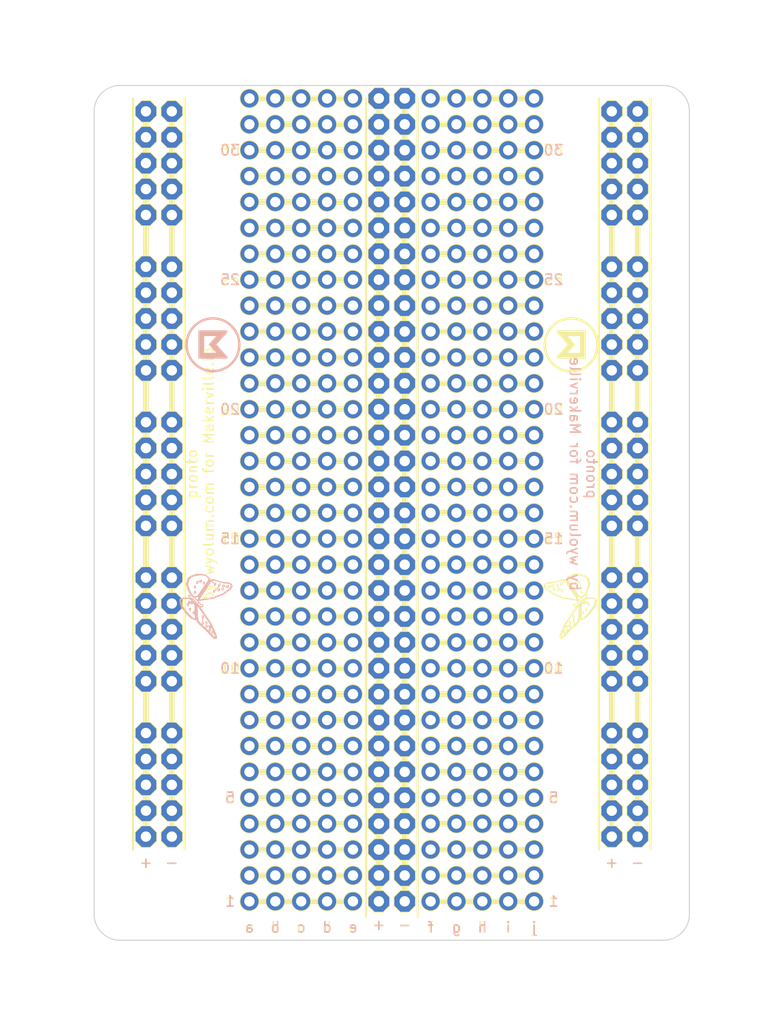
<source format=kicad_pcb>
(kicad_pcb (version 20241229) (generator "pcbnew") (generator_version "9.0")
  (title_block (title "pronto - quick prototyping system") (date "Tue Apr 14 2015") (rev "rev1") (company "WyoLum"))
  (layers (0 "F.Cu" signal) (2 "B.Cu" signal) (5 "F.SilkS" user "F.Silkscreen") (7 "B.SilkS" user "B.Silkscreen") (1 "F.Mask" user) (3 "B.Mask" user) (25 "Edge.Cuts" user))
  (net 0 "")
  (footprint "pronto:1pin_power" (layer "F.Cu") (at 142.24 107.95)
    (property "Reference" "1pin" (hide yes))
    (property "Value" "VAL**" (hide yes))
  )
  (footprint "pronto:1pin_power" (layer "F.Cu") (at 139.7 107.95)
    (property "Reference" "1pin" (hide yes))
    (property "Value" "VAL**" (hide yes))
  )
  (footprint "pronto:1pin_power" (layer "F.Cu") (at 139.7 105.41)
    (property "Reference" "1pin" (hide yes))
    (property "Value" "VAL**" (hide yes))
  )
  (footprint "pronto:1pin_power" (layer "F.Cu") (at 142.24 105.41)
    (property "Reference" "1pin" (hide yes))
    (property "Value" "VAL**" (hide yes))
  )
  (footprint "pronto:1pin_power" (layer "F.Cu") (at 142.24 100.33)
    (property "Reference" "1pin" (hide yes))
    (property "Value" "VAL**" (hide yes))
  )
  (footprint "pronto:1pin_power" (layer "F.Cu") (at 139.7 100.33)
    (property "Reference" "1pin" (hide yes))
    (property "Value" "VAL**" (hide yes))
  )
  (footprint "pronto:1pin_power" (layer "F.Cu") (at 139.7 102.87)
    (property "Reference" "1pin" (hide yes))
    (property "Value" "VAL**" (hide yes))
  )
  (footprint "pronto:1pin_power" (layer "F.Cu") (at 142.24 102.87)
    (property "Reference" "1pin" (hide yes))
    (property "Value" "VAL**" (hide yes))
  )
  (footprint "pronto:1pin_power" (layer "F.Cu") (at 142.24 92.71)
    (property "Reference" "1pin" (hide yes))
    (property "Value" "VAL**" (hide yes))
  )
  (footprint "pronto:1pin_power" (layer "F.Cu") (at 139.7 92.71)
    (property "Reference" "1pin" (hide yes))
    (property "Value" "VAL**" (hide yes))
  )
  (footprint "pronto:1pin_power" (layer "F.Cu") (at 139.7 90.17)
    (property "Reference" "1pin" (hide yes))
    (property "Value" "VAL**" (hide yes))
  )
  (footprint "pronto:1pin_power" (layer "F.Cu") (at 142.24 90.17)
    (property "Reference" "1pin" (hide yes))
    (property "Value" "VAL**" (hide yes))
  )
  (footprint "pronto:1pin_power" (layer "F.Cu") (at 142.24 77.47)
    (property "Reference" "1pin" (hide yes))
    (property "Value" "VAL**" (hide yes))
  )
  (footprint "pronto:1pin_power" (layer "F.Cu") (at 139.7 77.47)
    (property "Reference" "1pin" (hide yes))
    (property "Value" "VAL**" (hide yes))
  )
  (footprint "pronto:1pin_power" (layer "F.Cu") (at 139.7 74.93)
    (property "Reference" "1pin" (hide yes))
    (property "Value" "VAL**" (hide yes))
  )
  (footprint "pronto:1pin_power" (layer "F.Cu") (at 142.24 74.93)
    (property "Reference" "1pin" (hide yes))
    (property "Value" "VAL**" (hide yes))
  )
  (footprint "pronto:1pin_power" (layer "F.Cu") (at 142.24 69.85)
    (property "Reference" "1pin" (hide yes))
    (property "Value" "VAL**" (hide yes))
  )
  (footprint "pronto:1pin_power" (layer "F.Cu") (at 139.7 69.85)
    (property "Reference" "1pin" (hide yes))
    (property "Value" "VAL**" (hide yes))
  )
  (footprint "pronto:1pin_power" (layer "F.Cu") (at 139.7 72.39)
    (property "Reference" "1pin" (hide yes))
    (property "Value" "VAL**" (hide yes))
  )
  (footprint "pronto:1pin_power" (layer "F.Cu") (at 142.24 72.39)
    (property "Reference" "1pin" (hide yes))
    (property "Value" "VAL**" (hide yes))
  )
  (footprint "pronto:1pin_power" (layer "F.Cu") (at 142.24 85.09)
    (property "Reference" "1pin" (hide yes))
    (property "Value" "VAL**" (hide yes))
  )
  (footprint "pronto:1pin_power" (layer "F.Cu") (at 139.7 85.09)
    (property "Reference" "1pin" (hide yes))
    (property "Value" "VAL**" (hide yes))
  )
  (footprint "pronto:1pin_power" (layer "F.Cu") (at 139.7 87.63)
    (property "Reference" "1pin" (hide yes))
    (property "Value" "VAL**" (hide yes))
  )
  (footprint "pronto:1pin_power" (layer "F.Cu") (at 142.24 87.63)
    (property "Reference" "1pin" (hide yes))
    (property "Value" "VAL**" (hide yes))
  )
  (footprint "pronto:1pin_power" (layer "F.Cu") (at 142.24 46.99)
    (property "Reference" "1pin" (hide yes))
    (property "Value" "VAL**" (hide yes))
  )
  (footprint "pronto:1pin_power" (layer "F.Cu") (at 139.7 46.99)
    (property "Reference" "1pin" (hide yes))
    (property "Value" "VAL**" (hide yes))
  )
  (footprint "pronto:1pin_power" (layer "F.Cu") (at 139.7 44.45)
    (property "Reference" "1pin" (hide yes))
    (property "Value" "VAL**" (hide yes))
  )
  (footprint "pronto:1pin_power" (layer "F.Cu") (at 142.24 44.45)
    (property "Reference" "1pin" (hide yes))
    (property "Value" "VAL**" (hide yes))
  )
  (footprint "pronto:1pin_power" (layer "F.Cu") (at 142.24 57.15)
    (property "Reference" "1pin" (hide yes))
    (property "Value" "VAL**" (hide yes))
  )
  (footprint "pronto:1pin_power" (layer "F.Cu") (at 139.7 57.15)
    (property "Reference" "1pin" (hide yes))
    (property "Value" "VAL**" (hide yes))
  )
  (footprint "pronto:1pin_power" (layer "F.Cu") (at 139.7 54.61)
    (property "Reference" "1pin" (hide yes))
    (property "Value" "VAL**" (hide yes))
  )
  (footprint "pronto:1pin_power" (layer "F.Cu") (at 142.24 54.61)
    (property "Reference" "1pin" (hide yes))
    (property "Value" "VAL**" (hide yes))
  )
  (footprint "pronto:1pin_power" (layer "F.Cu") (at 142.24 62.23)
    (property "Reference" "1pin" (hide yes))
    (property "Value" "VAL**" (hide yes))
  )
  (footprint "pronto:1pin_power" (layer "F.Cu") (at 139.7 62.23)
    (property "Reference" "1pin" (hide yes))
    (property "Value" "VAL**" (hide yes))
  )
  (footprint "pronto:1pin_power" (layer "F.Cu") (at 139.7 59.69)
    (property "Reference" "1pin" (hide yes))
    (property "Value" "VAL**" (hide yes))
  )
  (footprint "pronto:1pin_power" (layer "F.Cu") (at 142.24 59.69)
    (property "Reference" "1pin" (hide yes))
    (property "Value" "VAL**" (hide yes))
  )
  (footprint "pronto:1pin_power" (layer "F.Cu") (at 93.98 59.69 180)
    (property "Reference" "1pin" (hide yes))
    (property "Value" "VAL**" (hide yes))
  )
  (footprint "pronto:1pin_power" (layer "F.Cu") (at 96.52 59.69 180)
    (property "Reference" "1pin" (hide yes))
    (property "Value" "VAL**" (hide yes))
  )
  (footprint "pronto:1pin_power" (layer "F.Cu") (at 96.52 62.23 180)
    (property "Reference" "1pin" (hide yes))
    (property "Value" "VAL**" (hide yes))
  )
  (footprint "pronto:1pin_power" (layer "F.Cu") (at 93.98 62.23 180)
    (property "Reference" "1pin" (hide yes))
    (property "Value" "VAL**" (hide yes))
  )
  (footprint "pronto:1pin_power" (layer "F.Cu") (at 93.98 54.61 180)
    (property "Reference" "1pin" (hide yes))
    (property "Value" "VAL**" (hide yes))
  )
  (footprint "pronto:1pin_power" (layer "F.Cu") (at 96.52 54.61 180)
    (property "Reference" "1pin" (hide yes))
    (property "Value" "VAL**" (hide yes))
  )
  (footprint "pronto:1pin_power" (layer "F.Cu") (at 96.52 57.15 180)
    (property "Reference" "1pin" (hide yes))
    (property "Value" "VAL**" (hide yes))
  )
  (footprint "pronto:1pin_power" (layer "F.Cu") (at 93.98 57.15 180)
    (property "Reference" "1pin" (hide yes))
    (property "Value" "VAL**" (hide yes))
  )
  (footprint "pronto:1pin_power" (layer "F.Cu") (at 93.98 44.45)
    (property "Reference" "1pin" (hide yes))
    (property "Value" "VAL**" (hide yes))
  )
  (footprint "pronto:1pin_power" (layer "F.Cu") (at 96.52 44.45)
    (property "Reference" "1pin" (hide yes))
    (property "Value" "VAL**" (hide yes))
  )
  (footprint "pronto:1pin_power" (layer "F.Cu") (at 96.52 46.99 180)
    (property "Reference" "1pin" (hide yes))
    (property "Value" "VAL**" (hide yes))
  )
  (footprint "pronto:1pin_power" (layer "F.Cu") (at 93.98 46.99 180)
    (property "Reference" "1pin" (hide yes))
    (property "Value" "VAL**" (hide yes))
  )
  (footprint "pronto:1pin_power" (layer "F.Cu") (at 93.98 87.63 180)
    (property "Reference" "1pin" (hide yes))
    (property "Value" "VAL**" (hide yes))
  )
  (footprint "pronto:1pin_power" (layer "F.Cu") (at 96.52 87.63 180)
    (property "Reference" "1pin" (hide yes))
    (property "Value" "VAL**" (hide yes))
  )
  (footprint "pronto:1pin_power" (layer "F.Cu") (at 96.52 85.09 180)
    (property "Reference" "1pin" (hide yes))
    (property "Value" "VAL**" (hide yes))
  )
  (footprint "pronto:1pin_power" (layer "F.Cu") (at 93.98 85.09 180)
    (property "Reference" "1pin" (hide yes))
    (property "Value" "VAL**" (hide yes))
  )
  (footprint "pronto:1pin_power" (layer "F.Cu") (at 93.98 72.39 180)
    (property "Reference" "1pin" (hide yes))
    (property "Value" "VAL**" (hide yes))
  )
  (footprint "pronto:1pin_power" (layer "F.Cu") (at 96.52 72.39 180)
    (property "Reference" "1pin" (hide yes))
    (property "Value" "VAL**" (hide yes))
  )
  (footprint "pronto:1pin_power" (layer "F.Cu") (at 96.52 69.85 180)
    (property "Reference" "1pin" (hide yes))
    (property "Value" "VAL**" (hide yes))
  )
  (footprint "pronto:1pin_power" (layer "F.Cu") (at 93.98 69.85 180)
    (property "Reference" "1pin" (hide yes))
    (property "Value" "VAL**" (hide yes))
  )
  (footprint "pronto:1pin_power" (layer "F.Cu") (at 93.98 74.93 180)
    (property "Reference" "1pin" (hide yes))
    (property "Value" "VAL**" (hide yes))
  )
  (footprint "pronto:1pin_power" (layer "F.Cu") (at 96.52 74.93 180)
    (property "Reference" "1pin" (hide yes))
    (property "Value" "VAL**" (hide yes))
  )
  (footprint "pronto:1pin_power" (layer "F.Cu") (at 96.52 77.47 180)
    (property "Reference" "1pin" (hide yes))
    (property "Value" "VAL**" (hide yes))
  )
  (footprint "pronto:1pin_power" (layer "F.Cu") (at 93.98 77.47 180)
    (property "Reference" "1pin" (hide yes))
    (property "Value" "VAL**" (hide yes))
  )
  (footprint "pronto:1pin_power" (layer "F.Cu") (at 93.98 90.17 180)
    (property "Reference" "1pin" (hide yes))
    (property "Value" "VAL**" (hide yes))
  )
  (footprint "pronto:1pin_power" (layer "F.Cu") (at 96.52 90.17 180)
    (property "Reference" "1pin" (hide yes))
    (property "Value" "VAL**" (hide yes))
  )
  (footprint "pronto:1pin_power" (layer "F.Cu") (at 96.52 92.71 180)
    (property "Reference" "1pin" (hide yes))
    (property "Value" "VAL**" (hide yes))
  )
  (footprint "pronto:1pin_power" (layer "F.Cu") (at 93.98 92.71 180)
    (property "Reference" "1pin" (hide yes))
    (property "Value" "VAL**" (hide yes))
  )
  (footprint "pronto:1pin_power" (layer "F.Cu") (at 93.98 102.87 180)
    (property "Reference" "1pin" (hide yes))
    (property "Value" "VAL**" (hide yes))
  )
  (footprint "pronto:1pin_power" (layer "F.Cu") (at 96.52 102.87 180)
    (property "Reference" "1pin" (hide yes))
    (property "Value" "VAL**" (hide yes))
  )
  (footprint "pronto:1pin_power" (layer "F.Cu") (at 96.52 100.33 180)
    (property "Reference" "1pin" (hide yes))
    (property "Value" "VAL**" (hide yes))
  )
  (footprint "pronto:1pin_power" (layer "F.Cu") (at 93.98 100.33 180)
    (property "Reference" "1pin" (hide yes))
    (property "Value" "VAL**" (hide yes))
  )
  (footprint "pronto:1pin_power" (layer "F.Cu") (at 93.98 105.41 180)
    (property "Reference" "1pin" (hide yes))
    (property "Value" "VAL**" (hide yes))
  )
  (footprint "pronto:1pin_power" (layer "F.Cu") (at 96.52 105.41 180)
    (property "Reference" "1pin" (hide yes))
    (property "Value" "VAL**" (hide yes))
  )
  (footprint "pronto:1pin_power" (layer "F.Cu") (at 96.52 107.95 180)
    (property "Reference" "1pin" (hide yes))
    (property "Value" "VAL**" (hide yes))
  )
  (footprint "pronto:1pin_power" (layer "F.Cu") (at 93.98 107.95 180)
    (property "Reference" "1pin" (hide yes))
    (property "Value" "VAL**" (hide yes))
  )
  (footprint "pronto:1pin_70mil" (layer "F.Cu") (at 121.92 45.72 90)
    (property "Reference" "1pin" (hide yes))
    (property "Value" "VAL**" (hide yes))
  )
  (footprint "pronto:1pin_70mil" (layer "F.Cu") (at 124.46 45.72 -90)
    (property "Reference" "1pin" (hide yes))
    (property "Value" "VAL**" (hide yes))
  )
  (footprint "pronto:1pin_70mil" (layer "F.Cu") (at 127 45.72 -90)
    (property "Reference" "1pin" (hide yes))
    (property "Value" "VAL**" (hide yes))
  )
  (footprint "pronto:1pin_70mil" (layer "F.Cu") (at 132.08 45.72 -90)
    (property "Reference" "1pin" (hide yes))
    (property "Value" "VAL**" (hide yes))
  )
  (footprint "pronto:1pin_70mil" (layer "F.Cu") (at 129.54 45.72 -90)
    (property "Reference" "1pin" (hide yes))
    (property "Value" "VAL**" (hide yes))
  )
  (footprint "pronto:1pin_70mil" (layer "F.Cu") (at 129.54 43.18 -90)
    (property "Reference" "1pin" (hide yes))
    (property "Value" "VAL**" (hide yes))
  )
  (footprint "pronto:1pin_70mil" (layer "F.Cu") (at 132.08 43.18 -90)
    (property "Reference" "1pin" (hide yes))
    (property "Value" "VAL**" (hide yes))
  )
  (footprint "pronto:1pin_70mil" (layer "F.Cu") (at 127 43.18 -90)
    (property "Reference" "1pin" (hide yes))
    (property "Value" "VAL**" (hide yes))
  )
  (footprint "pronto:1pin_70mil" (layer "F.Cu") (at 124.46 43.18 -90)
    (property "Reference" "1pin" (hide yes))
    (property "Value" "VAL**" (hide yes))
  )
  (footprint "pronto:1pin_70mil" (layer "F.Cu") (at 121.92 43.18 90)
    (property "Reference" "1pin" (hide yes))
    (property "Value" "VAL**" (hide yes))
  )
  (footprint "pronto:1pin_70mil" (layer "F.Cu") (at 114.3 43.18 -90)
    (property "Reference" "1pin" (hide yes))
    (property "Value" "VAL**" (hide yes))
  )
  (footprint "pronto:1pin_70mil" (layer "F.Cu") (at 111.76 43.18 90)
    (property "Reference" "1pin" (hide yes))
    (property "Value" "VAL**" (hide yes))
  )
  (footprint "pronto:1pin_70mil" (layer "F.Cu") (at 109.22 43.18 90)
    (property "Reference" "1pin" (hide yes))
    (property "Value" "VAL**" (hide yes))
  )
  (footprint "pronto:1pin_70mil" (layer "F.Cu") (at 104.14 43.18 90)
    (property "Reference" "1pin" (hide yes))
    (property "Value" "VAL**" (hide yes))
  )
  (footprint "pronto:1pin_70mil" (layer "F.Cu") (at 106.68 43.18 90)
    (property "Reference" "1pin" (hide yes))
    (property "Value" "VAL**" (hide yes))
  )
  (footprint "pronto:1pin_70mil" (layer "F.Cu") (at 106.68 45.72 90)
    (property "Reference" "1pin" (hide yes))
    (property "Value" "VAL**" (hide yes))
  )
  (footprint "pronto:1pin_70mil" (layer "F.Cu") (at 104.14 45.72 90)
    (property "Reference" "1pin" (hide yes))
    (property "Value" "VAL**" (hide yes))
  )
  (footprint "pronto:1pin_70mil" (layer "F.Cu") (at 109.22 45.72 90)
    (property "Reference" "1pin" (hide yes))
    (property "Value" "VAL**" (hide yes))
  )
  (footprint "pronto:1pin_70mil" (layer "F.Cu") (at 111.76 45.72 90)
    (property "Reference" "1pin" (hide yes))
    (property "Value" "VAL**" (hide yes))
  )
  (footprint "pronto:1pin_70mil" (layer "F.Cu") (at 114.3 45.72 -90)
    (property "Reference" "1pin" (hide yes))
    (property "Value" "VAL**" (hide yes))
  )
  (footprint "pronto:1pin_70mil" (layer "F.Cu") (at 114.3 50.8 -90)
    (property "Reference" "1pin" (hide yes))
    (property "Value" "VAL**" (hide yes))
  )
  (footprint "pronto:1pin_70mil" (layer "F.Cu") (at 111.76 50.8 90)
    (property "Reference" "1pin" (hide yes))
    (property "Value" "VAL**" (hide yes))
  )
  (footprint "pronto:1pin_70mil" (layer "F.Cu") (at 109.22 50.8 90)
    (property "Reference" "1pin" (hide yes))
    (property "Value" "VAL**" (hide yes))
  )
  (footprint "pronto:1pin_70mil" (layer "F.Cu") (at 104.14 50.8 90)
    (property "Reference" "1pin" (hide yes))
    (property "Value" "VAL**" (hide yes))
  )
  (footprint "pronto:1pin_70mil" (layer "F.Cu") (at 106.68 50.8 90)
    (property "Reference" "1pin" (hide yes))
    (property "Value" "VAL**" (hide yes))
  )
  (footprint "pronto:1pin_70mil" (layer "F.Cu") (at 106.68 48.26 90)
    (property "Reference" "1pin" (hide yes))
    (property "Value" "VAL**" (hide yes))
  )
  (footprint "pronto:1pin_70mil" (layer "F.Cu") (at 104.14 48.26 90)
    (property "Reference" "1pin" (hide yes))
    (property "Value" "VAL**" (hide yes))
  )
  (footprint "pronto:1pin_70mil" (layer "F.Cu") (at 109.22 48.26 90)
    (property "Reference" "1pin" (hide yes))
    (property "Value" "VAL**" (hide yes))
  )
  (footprint "pronto:1pin_70mil" (layer "F.Cu") (at 111.76 48.26 90)
    (property "Reference" "1pin" (hide yes))
    (property "Value" "VAL**" (hide yes))
  )
  (footprint "pronto:1pin_70mil" (layer "F.Cu") (at 114.3 48.26 -90)
    (property "Reference" "1pin" (hide yes))
    (property "Value" "VAL**" (hide yes))
  )
  (footprint "pronto:1pin_70mil" (layer "F.Cu") (at 114.3 58.42 -90)
    (property "Reference" "1pin" (hide yes))
    (property "Value" "VAL**" (hide yes))
  )
  (footprint "pronto:1pin_70mil" (layer "F.Cu") (at 111.76 58.42 90)
    (property "Reference" "1pin" (hide yes))
    (property "Value" "VAL**" (hide yes))
  )
  (footprint "pronto:1pin_70mil" (layer "F.Cu") (at 109.22 58.42 90)
    (property "Reference" "1pin" (hide yes))
    (property "Value" "VAL**" (hide yes))
  )
  (footprint "pronto:1pin_70mil" (layer "F.Cu") (at 104.14 58.42 90)
    (property "Reference" "1pin" (hide yes))
    (property "Value" "VAL**" (hide yes))
  )
  (footprint "pronto:1pin_70mil" (layer "F.Cu") (at 106.68 58.42 90)
    (property "Reference" "1pin" (hide yes))
    (property "Value" "VAL**" (hide yes))
  )
  (footprint "pronto:1pin_70mil" (layer "F.Cu") (at 106.68 60.96 90)
    (property "Reference" "1pin" (hide yes))
    (property "Value" "VAL**" (hide yes))
  )
  (footprint "pronto:1pin_70mil" (layer "F.Cu") (at 104.14 60.96 90)
    (property "Reference" "1pin" (hide yes))
    (property "Value" "VAL**" (hide yes))
  )
  (footprint "pronto:1pin_70mil" (layer "F.Cu") (at 109.22 60.96 90)
    (property "Reference" "1pin" (hide yes))
    (property "Value" "VAL**" (hide yes))
  )
  (footprint "pronto:1pin_70mil" (layer "F.Cu") (at 111.76 60.96 90)
    (property "Reference" "1pin" (hide yes))
    (property "Value" "VAL**" (hide yes))
  )
  (footprint "pronto:1pin_70mil" (layer "F.Cu") (at 114.3 60.96 -90)
    (property "Reference" "1pin" (hide yes))
    (property "Value" "VAL**" (hide yes))
  )
  (footprint "pronto:1pin_70mil" (layer "F.Cu") (at 114.3 55.88 -90)
    (property "Reference" "1pin" (hide yes))
    (property "Value" "VAL**" (hide yes))
  )
  (footprint "pronto:1pin_70mil" (layer "F.Cu") (at 111.76 55.88 90)
    (property "Reference" "1pin" (hide yes))
    (property "Value" "VAL**" (hide yes))
  )
  (footprint "pronto:1pin_70mil" (layer "F.Cu") (at 109.22 55.88 90)
    (property "Reference" "1pin" (hide yes))
    (property "Value" "VAL**" (hide yes))
  )
  (footprint "pronto:1pin_70mil" (layer "F.Cu") (at 104.14 55.88 90)
    (property "Reference" "1pin" (hide yes))
    (property "Value" "VAL**" (hide yes))
  )
  (footprint "pronto:1pin_70mil" (layer "F.Cu") (at 106.68 55.88 90)
    (property "Reference" "1pin" (hide yes))
    (property "Value" "VAL**" (hide yes))
  )
  (footprint "pronto:1pin_70mil" (layer "F.Cu") (at 106.68 53.34 90)
    (property "Reference" "1pin" (hide yes))
    (property "Value" "VAL**" (hide yes))
  )
  (footprint "pronto:1pin_70mil" (layer "F.Cu") (at 104.14 53.34 90)
    (property "Reference" "1pin" (hide yes))
    (property "Value" "VAL**" (hide yes))
  )
  (footprint "pronto:1pin_70mil" (layer "F.Cu") (at 109.22 53.34 90)
    (property "Reference" "1pin" (hide yes))
    (property "Value" "VAL**" (hide yes))
  )
  (footprint "pronto:1pin_70mil" (layer "F.Cu") (at 111.76 53.34 90)
    (property "Reference" "1pin" (hide yes))
    (property "Value" "VAL**" (hide yes))
  )
  (footprint "pronto:1pin_70mil" (layer "F.Cu") (at 114.3 53.34 -90)
    (property "Reference" "1pin" (hide yes))
    (property "Value" "VAL**" (hide yes))
  )
  (footprint "pronto:1pin_70mil" (layer "F.Cu") (at 114.3 73.66 -90)
    (property "Reference" "1pin" (hide yes))
    (property "Value" "VAL**" (hide yes))
  )
  (footprint "pronto:1pin_70mil" (layer "F.Cu") (at 111.76 73.66 90)
    (property "Reference" "1pin" (hide yes))
    (property "Value" "VAL**" (hide yes))
  )
  (footprint "pronto:1pin_70mil" (layer "F.Cu") (at 109.22 73.66 90)
    (property "Reference" "1pin" (hide yes))
    (property "Value" "VAL**" (hide yes))
  )
  (footprint "pronto:1pin_70mil" (layer "F.Cu") (at 104.14 73.66 90)
    (property "Reference" "1pin" (hide yes))
    (property "Value" "VAL**" (hide yes))
  )
  (footprint "pronto:1pin_70mil" (layer "F.Cu") (at 106.68 73.66 90)
    (property "Reference" "1pin" (hide yes))
    (property "Value" "VAL**" (hide yes))
  )
  (footprint "pronto:1pin_70mil" (layer "F.Cu") (at 106.68 76.2 90)
    (property "Reference" "1pin" (hide yes))
    (property "Value" "VAL**" (hide yes))
  )
  (footprint "pronto:1pin_70mil" (layer "F.Cu") (at 104.14 76.2 90)
    (property "Reference" "1pin" (hide yes))
    (property "Value" "VAL**" (hide yes))
  )
  (footprint "pronto:1pin_70mil" (layer "F.Cu") (at 109.22 76.2 90)
    (property "Reference" "1pin" (hide yes))
    (property "Value" "VAL**" (hide yes))
  )
  (footprint "pronto:1pin_70mil" (layer "F.Cu") (at 111.76 76.2 90)
    (property "Reference" "1pin" (hide yes))
    (property "Value" "VAL**" (hide yes))
  )
  (footprint "pronto:1pin_70mil" (layer "F.Cu") (at 114.3 76.2 -90)
    (property "Reference" "1pin" (hide yes))
    (property "Value" "VAL**" (hide yes))
  )
  (footprint "pronto:1pin_70mil" (layer "F.Cu") (at 114.3 81.28 -90)
    (property "Reference" "1pin" (hide yes))
    (property "Value" "VAL**" (hide yes))
  )
  (footprint "pronto:1pin_70mil" (layer "F.Cu") (at 111.76 81.28 90)
    (property "Reference" "1pin" (hide yes))
    (property "Value" "VAL**" (hide yes))
  )
  (footprint "pronto:1pin_70mil" (layer "F.Cu") (at 109.22 81.28 90)
    (property "Reference" "1pin" (hide yes))
    (property "Value" "VAL**" (hide yes))
  )
  (footprint "pronto:1pin_70mil" (layer "F.Cu") (at 104.14 81.28 90)
    (property "Reference" "1pin" (hide yes))
    (property "Value" "VAL**" (hide yes))
  )
  (footprint "pronto:1pin_70mil" (layer "F.Cu") (at 106.68 81.28 90)
    (property "Reference" "1pin" (hide yes))
    (property "Value" "VAL**" (hide yes))
  )
  (footprint "pronto:1pin_70mil" (layer "F.Cu") (at 106.68 78.74 90)
    (property "Reference" "1pin" (hide yes))
    (property "Value" "VAL**" (hide yes))
  )
  (footprint "pronto:1pin_70mil" (layer "F.Cu") (at 104.14 78.74 90)
    (property "Reference" "1pin" (hide yes))
    (property "Value" "VAL**" (hide yes))
  )
  (footprint "pronto:1pin_70mil" (layer "F.Cu") (at 109.22 78.74 90)
    (property "Reference" "1pin" (hide yes))
    (property "Value" "VAL**" (hide yes))
  )
  (footprint "pronto:1pin_70mil" (layer "F.Cu") (at 111.76 78.74 90)
    (property "Reference" "1pin" (hide yes))
    (property "Value" "VAL**" (hide yes))
  )
  (footprint "pronto:1pin_70mil" (layer "F.Cu") (at 114.3 78.74 -90)
    (property "Reference" "1pin" (hide yes))
    (property "Value" "VAL**" (hide yes))
  )
  (footprint "pronto:1pin_70mil" (layer "F.Cu") (at 114.3 68.58 -90)
    (property "Reference" "1pin" (hide yes))
    (property "Value" "VAL**" (hide yes))
  )
  (footprint "pronto:1pin_70mil" (layer "F.Cu") (at 111.76 68.58 90)
    (property "Reference" "1pin" (hide yes))
    (property "Value" "VAL**" (hide yes))
  )
  (footprint "pronto:1pin_70mil" (layer "F.Cu") (at 109.22 68.58 90)
    (property "Reference" "1pin" (hide yes))
    (property "Value" "VAL**" (hide yes))
  )
  (footprint "pronto:1pin_70mil" (layer "F.Cu") (at 104.14 68.58 90)
    (property "Reference" "1pin" (hide yes))
    (property "Value" "VAL**" (hide yes))
  )
  (footprint "pronto:1pin_70mil" (layer "F.Cu") (at 106.68 68.58 90)
    (property "Reference" "1pin" (hide yes))
    (property "Value" "VAL**" (hide yes))
  )
  (footprint "pronto:1pin_70mil" (layer "F.Cu") (at 106.68 71.12 90)
    (property "Reference" "1pin" (hide yes))
    (property "Value" "VAL**" (hide yes))
  )
  (footprint "pronto:1pin_70mil" (layer "F.Cu") (at 104.14 71.12 90)
    (property "Reference" "1pin" (hide yes))
    (property "Value" "VAL**" (hide yes))
  )
  (footprint "pronto:1pin_70mil" (layer "F.Cu") (at 109.22 71.12 90)
    (property "Reference" "1pin" (hide yes))
    (property "Value" "VAL**" (hide yes))
  )
  (footprint "pronto:1pin_70mil" (layer "F.Cu") (at 111.76 71.12 90)
    (property "Reference" "1pin" (hide yes))
    (property "Value" "VAL**" (hide yes))
  )
  (footprint "pronto:1pin_70mil" (layer "F.Cu") (at 114.3 71.12 -90)
    (property "Reference" "1pin" (hide yes))
    (property "Value" "VAL**" (hide yes))
  )
  (footprint "pronto:1pin_70mil" (layer "F.Cu") (at 114.3 66.04 -90)
    (property "Reference" "1pin" (hide yes))
    (property "Value" "VAL**" (hide yes))
  )
  (footprint "pronto:1pin_70mil" (layer "F.Cu") (at 111.76 66.04 90)
    (property "Reference" "1pin" (hide yes))
    (property "Value" "VAL**" (hide yes))
  )
  (footprint "pronto:1pin_70mil" (layer "F.Cu") (at 109.22 66.04 90)
    (property "Reference" "1pin" (hide yes))
    (property "Value" "VAL**" (hide yes))
  )
  (footprint "pronto:1pin_70mil" (layer "F.Cu") (at 104.14 66.04 90)
    (property "Reference" "1pin" (hide yes))
    (property "Value" "VAL**" (hide yes))
  )
  (footprint "pronto:1pin_70mil" (layer "F.Cu") (at 106.68 66.04 90)
    (property "Reference" "1pin" (hide yes))
    (property "Value" "VAL**" (hide yes))
  )
  (footprint "pronto:1pin_70mil" (layer "F.Cu") (at 106.68 63.5 90)
    (property "Reference" "1pin" (hide yes))
    (property "Value" "VAL**" (hide yes))
  )
  (footprint "pronto:1pin_70mil" (layer "F.Cu") (at 104.14 63.5 90)
    (property "Reference" "1pin" (hide yes))
    (property "Value" "VAL**" (hide yes))
  )
  (footprint "pronto:1pin_70mil" (layer "F.Cu") (at 109.22 63.5 90)
    (property "Reference" "1pin" (hide yes))
    (property "Value" "VAL**" (hide yes))
  )
  (footprint "pronto:1pin_70mil" (layer "F.Cu") (at 111.76 63.5 90)
    (property "Reference" "1pin" (hide yes))
    (property "Value" "VAL**" (hide yes))
  )
  (footprint "pronto:1pin_70mil" (layer "F.Cu") (at 114.3 63.5 -90)
    (property "Reference" "1pin" (hide yes))
    (property "Value" "VAL**" (hide yes))
  )
  (footprint "pronto:1pin_70mil" (layer "F.Cu") (at 114.3 104.14 -90)
    (property "Reference" "1pin" (hide yes))
    (property "Value" "VAL**" (hide yes))
  )
  (footprint "pronto:1pin_70mil" (layer "F.Cu") (at 111.76 104.14 90)
    (property "Reference" "1pin" (hide yes))
    (property "Value" "VAL**" (hide yes))
  )
  (footprint "pronto:1pin_70mil" (layer "F.Cu") (at 109.22 104.14 90)
    (property "Reference" "1pin" (hide yes))
    (property "Value" "VAL**" (hide yes))
  )
  (footprint "pronto:1pin_70mil" (layer "F.Cu") (at 104.14 104.14 90)
    (property "Reference" "1pin" (hide yes))
    (property "Value" "VAL**" (hide yes))
  )
  (footprint "pronto:1pin_70mil" (layer "F.Cu") (at 106.68 104.14 90)
    (property "Reference" "1pin" (hide yes))
    (property "Value" "VAL**" (hide yes))
  )
  (footprint "pronto:1pin_70mil" (layer "F.Cu") (at 106.68 106.68 90)
    (property "Reference" "1pin" (hide yes))
    (property "Value" "VAL**" (hide yes))
  )
  (footprint "pronto:1pin_70mil" (layer "F.Cu") (at 104.14 106.68 90)
    (property "Reference" "1pin" (hide yes))
    (property "Value" "VAL**" (hide yes))
  )
  (footprint "pronto:1pin_70mil" (layer "F.Cu") (at 109.22 106.68 90)
    (property "Reference" "1pin" (hide yes))
    (property "Value" "VAL**" (hide yes))
  )
  (footprint "pronto:1pin_70mil" (layer "F.Cu") (at 111.76 106.68 90)
    (property "Reference" "1pin" (hide yes))
    (property "Value" "VAL**" (hide yes))
  )
  (footprint "pronto:1pin_70mil" (layer "F.Cu") (at 114.3 106.68 -90)
    (property "Reference" "1pin" (hide yes))
    (property "Value" "VAL**" (hide yes))
  )
  (footprint "pronto:1pin_70mil" (layer "F.Cu") (at 114.3 111.76 -90)
    (property "Reference" "1pin" (hide yes))
    (property "Value" "VAL**" (hide yes))
  )
  (footprint "pronto:1pin_70mil" (layer "F.Cu") (at 111.76 111.76 90)
    (property "Reference" "1pin" (hide yes))
    (property "Value" "VAL**" (hide yes))
  )
  (footprint "pronto:1pin_70mil" (layer "F.Cu") (at 109.22 111.76 90)
    (property "Reference" "1pin" (hide yes))
    (property "Value" "VAL**" (hide yes))
  )
  (footprint "pronto:1pin_70mil" (layer "F.Cu") (at 104.14 111.76 90)
    (property "Reference" "1pin" (hide yes))
    (property "Value" "VAL**" (hide yes))
  )
  (footprint "pronto:1pin_70mil" (layer "F.Cu") (at 106.68 111.76 90)
    (property "Reference" "1pin" (hide yes))
    (property "Value" "VAL**" (hide yes))
  )
  (footprint "pronto:1pin_70mil" (layer "F.Cu") (at 106.68 109.22 90)
    (property "Reference" "1pin" (hide yes))
    (property "Value" "VAL**" (hide yes))
  )
  (footprint "pronto:1pin_70mil" (layer "F.Cu") (at 104.14 109.22 90)
    (property "Reference" "1pin" (hide yes))
    (property "Value" "VAL**" (hide yes))
  )
  (footprint "pronto:1pin_70mil" (layer "F.Cu") (at 109.22 109.22 90)
    (property "Reference" "1pin" (hide yes))
    (property "Value" "VAL**" (hide yes))
  )
  (footprint "pronto:1pin_70mil" (layer "F.Cu") (at 111.76 109.22 90)
    (property "Reference" "1pin" (hide yes))
    (property "Value" "VAL**" (hide yes))
  )
  (footprint "pronto:1pin_70mil" (layer "F.Cu") (at 114.3 109.22 -90)
    (property "Reference" "1pin" (hide yes))
    (property "Value" "VAL**" (hide yes))
  )
  (footprint "pronto:1pin_70mil" (layer "F.Cu") (at 114.3 116.84 -90)
    (property "Reference" "1pin" (hide yes))
    (property "Value" "VAL**" (hide yes))
  )
  (footprint "pronto:1pin_70mil" (layer "F.Cu") (at 111.76 116.84 90)
    (property "Reference" "1pin" (hide yes))
    (property "Value" "VAL**" (hide yes))
  )
  (footprint "pronto:1pin_70mil" (layer "F.Cu") (at 109.22 116.84 90)
    (property "Reference" "1pin" (hide yes))
    (property "Value" "VAL**" (hide yes))
  )
  (footprint "pronto:1pin_70mil" (layer "F.Cu") (at 104.14 116.84 90)
    (property "Reference" "1pin" (hide yes))
    (property "Value" "VAL**" (hide yes))
  )
  (footprint "pronto:1pin_70mil" (layer "F.Cu") (at 106.68 116.84 90)
    (property "Reference" "1pin" (hide yes))
    (property "Value" "VAL**" (hide yes))
  )
  (footprint "pronto:1pin_70mil" (layer "F.Cu") (at 106.68 114.3 90)
    (property "Reference" "1pin" (hide yes))
    (property "Value" "VAL**" (hide yes))
  )
  (footprint "pronto:1pin_70mil" (layer "F.Cu") (at 104.14 114.3 90)
    (property "Reference" "1pin" (hide yes))
    (property "Value" "VAL**" (hide yes))
  )
  (footprint "pronto:1pin_70mil" (layer "F.Cu") (at 109.22 114.3 90)
    (property "Reference" "1pin" (hide yes))
    (property "Value" "VAL**" (hide yes))
  )
  (footprint "pronto:1pin_70mil" (layer "F.Cu") (at 111.76 114.3 90)
    (property "Reference" "1pin" (hide yes))
    (property "Value" "VAL**" (hide yes))
  )
  (footprint "pronto:1pin_70mil" (layer "F.Cu") (at 114.3 114.3 -90)
    (property "Reference" "1pin" (hide yes))
    (property "Value" "VAL**" (hide yes))
  )
  (footprint "pronto:1pin_70mil" (layer "F.Cu") (at 114.3 93.98 -90)
    (property "Reference" "1pin" (hide yes))
    (property "Value" "VAL**" (hide yes))
  )
  (footprint "pronto:1pin_70mil" (layer "F.Cu") (at 111.76 93.98 90)
    (property "Reference" "1pin" (hide yes))
    (property "Value" "VAL**" (hide yes))
  )
  (footprint "pronto:1pin_70mil" (layer "F.Cu") (at 109.22 93.98 90)
    (property "Reference" "1pin" (hide yes))
    (property "Value" "VAL**" (hide yes))
  )
  (footprint "pronto:1pin_70mil" (layer "F.Cu") (at 104.14 93.98 90)
    (property "Reference" "1pin" (hide yes))
    (property "Value" "VAL**" (hide yes))
  )
  (footprint "pronto:1pin_70mil" (layer "F.Cu") (at 106.68 93.98 90)
    (property "Reference" "1pin" (hide yes))
    (property "Value" "VAL**" (hide yes))
  )
  (footprint "pronto:1pin_70mil" (layer "F.Cu") (at 106.68 96.52 90)
    (property "Reference" "1pin" (hide yes))
    (property "Value" "VAL**" (hide yes))
  )
  (footprint "pronto:1pin_70mil" (layer "F.Cu") (at 104.14 96.52 90)
    (property "Reference" "1pin" (hide yes))
    (property "Value" "VAL**" (hide yes))
  )
  (footprint "pronto:1pin_70mil" (layer "F.Cu") (at 109.22 96.52 90)
    (property "Reference" "1pin" (hide yes))
    (property "Value" "VAL**" (hide yes))
  )
  (footprint "pronto:1pin_70mil" (layer "F.Cu") (at 111.76 96.52 90)
    (property "Reference" "1pin" (hide yes))
    (property "Value" "VAL**" (hide yes))
  )
  (footprint "pronto:1pin_70mil" (layer "F.Cu") (at 114.3 96.52 -90)
    (property "Reference" "1pin" (hide yes))
    (property "Value" "VAL**" (hide yes))
  )
  (footprint "pronto:1pin_70mil" (layer "F.Cu") (at 114.3 101.6 -90)
    (property "Reference" "1pin" (hide yes))
    (property "Value" "VAL**" (hide yes))
  )
  (footprint "pronto:1pin_70mil" (layer "F.Cu") (at 111.76 101.6 90)
    (property "Reference" "1pin" (hide yes))
    (property "Value" "VAL**" (hide yes))
  )
  (footprint "pronto:1pin_70mil" (layer "F.Cu") (at 109.22 101.6 90)
    (property "Reference" "1pin" (hide yes))
    (property "Value" "VAL**" (hide yes))
  )
  (footprint "pronto:1pin_70mil" (layer "F.Cu") (at 104.14 101.6 90)
    (property "Reference" "1pin" (hide yes))
    (property "Value" "VAL**" (hide yes))
  )
  (footprint "pronto:1pin_70mil" (layer "F.Cu") (at 106.68 101.6 90)
    (property "Reference" "1pin" (hide yes))
    (property "Value" "VAL**" (hide yes))
  )
  (footprint "pronto:1pin_70mil" (layer "F.Cu") (at 106.68 99.06 90)
    (property "Reference" "1pin" (hide yes))
    (property "Value" "VAL**" (hide yes))
  )
  (footprint "pronto:1pin_70mil" (layer "F.Cu") (at 104.14 99.06 90)
    (property "Reference" "1pin" (hide yes))
    (property "Value" "VAL**" (hide yes))
  )
  (footprint "pronto:1pin_70mil" (layer "F.Cu") (at 109.22 99.06 90)
    (property "Reference" "1pin" (hide yes))
    (property "Value" "VAL**" (hide yes))
  )
  (footprint "pronto:1pin_70mil" (layer "F.Cu") (at 111.76 99.06 90)
    (property "Reference" "1pin" (hide yes))
    (property "Value" "VAL**" (hide yes))
  )
  (footprint "pronto:1pin_70mil" (layer "F.Cu") (at 114.3 99.06 -90)
    (property "Reference" "1pin" (hide yes))
    (property "Value" "VAL**" (hide yes))
  )
  (footprint "pronto:1pin_70mil" (layer "F.Cu") (at 114.3 88.9 -90)
    (property "Reference" "1pin" (hide yes))
    (property "Value" "VAL**" (hide yes))
  )
  (footprint "pronto:1pin_70mil" (layer "F.Cu") (at 111.76 88.9 90)
    (property "Reference" "1pin" (hide yes))
    (property "Value" "VAL**" (hide yes))
  )
  (footprint "pronto:1pin_70mil" (layer "F.Cu") (at 109.22 88.9 90)
    (property "Reference" "1pin" (hide yes))
    (property "Value" "VAL**" (hide yes))
  )
  (footprint "pronto:1pin_70mil" (layer "F.Cu") (at 104.14 88.9 90)
    (property "Reference" "1pin" (hide yes))
    (property "Value" "VAL**" (hide yes))
  )
  (footprint "pronto:1pin_70mil" (layer "F.Cu") (at 106.68 88.9 90)
    (property "Reference" "1pin" (hide yes))
    (property "Value" "VAL**" (hide yes))
  )
  (footprint "pronto:1pin_70mil" (layer "F.Cu") (at 106.68 91.44 90)
    (property "Reference" "1pin" (hide yes))
    (property "Value" "VAL**" (hide yes))
  )
  (footprint "pronto:1pin_70mil" (layer "F.Cu") (at 104.14 91.44 90)
    (property "Reference" "1pin" (hide yes))
    (property "Value" "VAL**" (hide yes))
  )
  (footprint "pronto:1pin_70mil" (layer "F.Cu") (at 109.22 91.44 90)
    (property "Reference" "1pin" (hide yes))
    (property "Value" "VAL**" (hide yes))
  )
  (footprint "pronto:1pin_70mil" (layer "F.Cu") (at 111.76 91.44 90)
    (property "Reference" "1pin" (hide yes))
    (property "Value" "VAL**" (hide yes))
  )
  (footprint "pronto:1pin_70mil" (layer "F.Cu") (at 114.3 91.44 -90)
    (property "Reference" "1pin" (hide yes))
    (property "Value" "VAL**" (hide yes))
  )
  (footprint "pronto:1pin_70mil" (layer "F.Cu") (at 114.3 86.36 -90)
    (property "Reference" "1pin" (hide yes))
    (property "Value" "VAL**" (hide yes))
  )
  (footprint "pronto:1pin_70mil" (layer "F.Cu") (at 111.76 86.36 90)
    (property "Reference" "1pin" (hide yes))
    (property "Value" "VAL**" (hide yes))
  )
  (footprint "pronto:1pin_70mil" (layer "F.Cu") (at 109.22 86.36 90)
    (property "Reference" "1pin" (hide yes))
    (property "Value" "VAL**" (hide yes))
  )
  (footprint "pronto:1pin_70mil" (layer "F.Cu") (at 104.14 86.36 90)
    (property "Reference" "1pin" (hide yes))
    (property "Value" "VAL**" (hide yes))
  )
  (footprint "pronto:1pin_70mil" (layer "F.Cu") (at 106.68 86.36 90)
    (property "Reference" "1pin" (hide yes))
    (property "Value" "VAL**" (hide yes))
  )
  (footprint "pronto:1pin_70mil" (layer "F.Cu") (at 106.68 83.82 90)
    (property "Reference" "1pin" (hide yes))
    (property "Value" "VAL**" (hide yes))
  )
  (footprint "pronto:1pin_70mil" (layer "F.Cu") (at 104.14 83.82 90)
    (property "Reference" "1pin" (hide yes))
    (property "Value" "VAL**" (hide yes))
  )
  (footprint "pronto:1pin_70mil" (layer "F.Cu") (at 109.22 83.82 90)
    (property "Reference" "1pin" (hide yes))
    (property "Value" "VAL**" (hide yes))
  )
  (footprint "pronto:1pin_70mil" (layer "F.Cu") (at 111.76 83.82 90)
    (property "Reference" "1pin" (hide yes))
    (property "Value" "VAL**" (hide yes))
  )
  (footprint "pronto:1pin_70mil" (layer "F.Cu") (at 114.3 83.82 -90)
    (property "Reference" "1pin" (hide yes))
    (property "Value" "VAL**" (hide yes))
  )
  (footprint "pronto:1pin_70mil" (layer "F.Cu") (at 121.92 48.26 90)
    (property "Reference" "1pin" (hide yes))
    (property "Value" "VAL**" (hide yes))
  )
  (footprint "pronto:1pin_70mil" (layer "F.Cu") (at 124.46 48.26 -90)
    (property "Reference" "1pin" (hide yes))
    (property "Value" "VAL**" (hide yes))
  )
  (footprint "pronto:1pin_70mil" (layer "F.Cu") (at 127 48.26 -90)
    (property "Reference" "1pin" (hide yes))
    (property "Value" "VAL**" (hide yes))
  )
  (footprint "pronto:1pin_70mil" (layer "F.Cu") (at 132.08 48.26 -90)
    (property "Reference" "1pin" (hide yes))
    (property "Value" "VAL**" (hide yes))
  )
  (footprint "pronto:1pin_70mil" (layer "F.Cu") (at 129.54 48.26 -90)
    (property "Reference" "1pin" (hide yes))
    (property "Value" "VAL**" (hide yes))
  )
  (footprint "pronto:1pin_70mil" (layer "F.Cu") (at 129.54 50.8 -90)
    (property "Reference" "1pin" (hide yes))
    (property "Value" "VAL**" (hide yes))
  )
  (footprint "pronto:1pin_70mil" (layer "F.Cu") (at 132.08 50.8 -90)
    (property "Reference" "1pin" (hide yes))
    (property "Value" "VAL**" (hide yes))
  )
  (footprint "pronto:1pin_70mil" (layer "F.Cu") (at 127 50.8 -90)
    (property "Reference" "1pin" (hide yes))
    (property "Value" "VAL**" (hide yes))
  )
  (footprint "pronto:1pin_70mil" (layer "F.Cu") (at 124.46 50.8 -90)
    (property "Reference" "1pin" (hide yes))
    (property "Value" "VAL**" (hide yes))
  )
  (footprint "pronto:1pin_70mil" (layer "F.Cu") (at 121.92 50.8 90)
    (property "Reference" "1pin" (hide yes))
    (property "Value" "VAL**" (hide yes))
  )
  (footprint "pronto:1pin_70mil" (layer "F.Cu") (at 121.92 60.96 90)
    (property "Reference" "1pin" (hide yes))
    (property "Value" "VAL**" (hide yes))
  )
  (footprint "pronto:1pin_70mil" (layer "F.Cu") (at 124.46 60.96 -90)
    (property "Reference" "1pin" (hide yes))
    (property "Value" "VAL**" (hide yes))
  )
  (footprint "pronto:1pin_70mil" (layer "F.Cu") (at 127 60.96 -90)
    (property "Reference" "1pin" (hide yes))
    (property "Value" "VAL**" (hide yes))
  )
  (footprint "pronto:1pin_70mil" (layer "F.Cu") (at 132.08 60.96 -90)
    (property "Reference" "1pin" (hide yes))
    (property "Value" "VAL**" (hide yes))
  )
  (footprint "pronto:1pin_70mil" (layer "F.Cu") (at 129.54 60.96 -90)
    (property "Reference" "1pin" (hide yes))
    (property "Value" "VAL**" (hide yes))
  )
  (footprint "pronto:1pin_70mil" (layer "F.Cu") (at 129.54 58.42 -90)
    (property "Reference" "1pin" (hide yes))
    (property "Value" "VAL**" (hide yes))
  )
  (footprint "pronto:1pin_70mil" (layer "F.Cu") (at 132.08 58.42 -90)
    (property "Reference" "1pin" (hide yes))
    (property "Value" "VAL**" (hide yes))
  )
  (footprint "pronto:1pin_70mil" (layer "F.Cu") (at 127 58.42 -90)
    (property "Reference" "1pin" (hide yes))
    (property "Value" "VAL**" (hide yes))
  )
  (footprint "pronto:1pin_70mil" (layer "F.Cu") (at 124.46 58.42 -90)
    (property "Reference" "1pin" (hide yes))
    (property "Value" "VAL**" (hide yes))
  )
  (footprint "pronto:1pin_70mil" (layer "F.Cu") (at 121.92 58.42 90)
    (property "Reference" "1pin" (hide yes))
    (property "Value" "VAL**" (hide yes))
  )
  (footprint "pronto:1pin_70mil" (layer "F.Cu") (at 121.92 53.34 90)
    (property "Reference" "1pin" (hide yes))
    (property "Value" "VAL**" (hide yes))
  )
  (footprint "pronto:1pin_70mil" (layer "F.Cu") (at 124.46 53.34 -90)
    (property "Reference" "1pin" (hide yes))
    (property "Value" "VAL**" (hide yes))
  )
  (footprint "pronto:1pin_70mil" (layer "F.Cu") (at 127 53.34 -90)
    (property "Reference" "1pin" (hide yes))
    (property "Value" "VAL**" (hide yes))
  )
  (footprint "pronto:1pin_70mil" (layer "F.Cu") (at 132.08 53.34 -90)
    (property "Reference" "1pin" (hide yes))
    (property "Value" "VAL**" (hide yes))
  )
  (footprint "pronto:1pin_70mil" (layer "F.Cu") (at 129.54 53.34 -90)
    (property "Reference" "1pin" (hide yes))
    (property "Value" "VAL**" (hide yes))
  )
  (footprint "pronto:1pin_70mil" (layer "F.Cu") (at 129.54 55.88 -90)
    (property "Reference" "1pin" (hide yes))
    (property "Value" "VAL**" (hide yes))
  )
  (footprint "pronto:1pin_70mil" (layer "F.Cu") (at 132.08 55.88 -90)
    (property "Reference" "1pin" (hide yes))
    (property "Value" "VAL**" (hide yes))
  )
  (footprint "pronto:1pin_70mil" (layer "F.Cu") (at 127 55.88 -90)
    (property "Reference" "1pin" (hide yes))
    (property "Value" "VAL**" (hide yes))
  )
  (footprint "pronto:1pin_70mil" (layer "F.Cu") (at 124.46 55.88 -90)
    (property "Reference" "1pin" (hide yes))
    (property "Value" "VAL**" (hide yes))
  )
  (footprint "pronto:1pin_70mil" (layer "F.Cu") (at 121.92 55.88 90)
    (property "Reference" "1pin" (hide yes))
    (property "Value" "VAL**" (hide yes))
  )
  (footprint "pronto:1pin_70mil" (layer "F.Cu") (at 121.92 76.2 90)
    (property "Reference" "1pin" (hide yes))
    (property "Value" "VAL**" (hide yes))
  )
  (footprint "pronto:1pin_70mil" (layer "F.Cu") (at 124.46 76.2 -90)
    (property "Reference" "1pin" (hide yes))
    (property "Value" "VAL**" (hide yes))
  )
  (footprint "pronto:1pin_70mil" (layer "F.Cu") (at 127 76.2 -90)
    (property "Reference" "1pin" (hide yes))
    (property "Value" "VAL**" (hide yes))
  )
  (footprint "pronto:1pin_70mil" (layer "F.Cu") (at 132.08 76.2 -90)
    (property "Reference" "1pin" (hide yes))
    (property "Value" "VAL**" (hide yes))
  )
  (footprint "pronto:1pin_70mil" (layer "F.Cu") (at 129.54 76.2 -90)
    (property "Reference" "1pin" (hide yes))
    (property "Value" "VAL**" (hide yes))
  )
  (footprint "pronto:1pin_70mil" (layer "F.Cu") (at 129.54 73.66 -90)
    (property "Reference" "1pin" (hide yes))
    (property "Value" "VAL**" (hide yes))
  )
  (footprint "pronto:1pin_70mil" (layer "F.Cu") (at 132.08 73.66 -90)
    (property "Reference" "1pin" (hide yes))
    (property "Value" "VAL**" (hide yes))
  )
  (footprint "pronto:1pin_70mil" (layer "F.Cu") (at 127 73.66 -90)
    (property "Reference" "1pin" (hide yes))
    (property "Value" "VAL**" (hide yes))
  )
  (footprint "pronto:1pin_70mil" (layer "F.Cu") (at 124.46 73.66 -90)
    (property "Reference" "1pin" (hide yes))
    (property "Value" "VAL**" (hide yes))
  )
  (footprint "pronto:1pin_70mil" (layer "F.Cu") (at 121.92 73.66 90)
    (property "Reference" "1pin" (hide yes))
    (property "Value" "VAL**" (hide yes))
  )
  (footprint "pronto:1pin_70mil" (layer "F.Cu") (at 121.92 78.74 90)
    (property "Reference" "1pin" (hide yes))
    (property "Value" "VAL**" (hide yes))
  )
  (footprint "pronto:1pin_70mil" (layer "F.Cu") (at 124.46 78.74 -90)
    (property "Reference" "1pin" (hide yes))
    (property "Value" "VAL**" (hide yes))
  )
  (footprint "pronto:1pin_70mil" (layer "F.Cu") (at 127 78.74 -90)
    (property "Reference" "1pin" (hide yes))
    (property "Value" "VAL**" (hide yes))
  )
  (footprint "pronto:1pin_70mil" (layer "F.Cu") (at 132.08 78.74 -90)
    (property "Reference" "1pin" (hide yes))
    (property "Value" "VAL**" (hide yes))
  )
  (footprint "pronto:1pin_70mil" (layer "F.Cu") (at 129.54 78.74 -90)
    (property "Reference" "1pin" (hide yes))
    (property "Value" "VAL**" (hide yes))
  )
  (footprint "pronto:1pin_70mil" (layer "F.Cu") (at 129.54 81.28 -90)
    (property "Reference" "1pin" (hide yes))
    (property "Value" "VAL**" (hide yes))
  )
  (footprint "pronto:1pin_70mil" (layer "F.Cu") (at 132.08 81.28 -90)
    (property "Reference" "1pin" (hide yes))
    (property "Value" "VAL**" (hide yes))
  )
  (footprint "pronto:1pin_70mil" (layer "F.Cu") (at 127 81.28 -90)
    (property "Reference" "1pin" (hide yes))
    (property "Value" "VAL**" (hide yes))
  )
  (footprint "pronto:1pin_70mil" (layer "F.Cu") (at 124.46 81.28 -90)
    (property "Reference" "1pin" (hide yes))
    (property "Value" "VAL**" (hide yes))
  )
  (footprint "pronto:1pin_70mil" (layer "F.Cu") (at 121.92 81.28 90)
    (property "Reference" "1pin" (hide yes))
    (property "Value" "VAL**" (hide yes))
  )
  (footprint "pronto:1pin_70mil" (layer "F.Cu") (at 121.92 71.12 90)
    (property "Reference" "1pin" (hide yes))
    (property "Value" "VAL**" (hide yes))
  )
  (footprint "pronto:1pin_70mil" (layer "F.Cu") (at 124.46 71.12 -90)
    (property "Reference" "1pin" (hide yes))
    (property "Value" "VAL**" (hide yes))
  )
  (footprint "pronto:1pin_70mil" (layer "F.Cu") (at 127 71.12 -90)
    (property "Reference" "1pin" (hide yes))
    (property "Value" "VAL**" (hide yes))
  )
  (footprint "pronto:1pin_70mil" (layer "F.Cu") (at 132.08 71.12 -90)
    (property "Reference" "1pin" (hide yes))
    (property "Value" "VAL**" (hide yes))
  )
  (footprint "pronto:1pin_70mil" (layer "F.Cu") (at 129.54 71.12 -90)
    (property "Reference" "1pin" (hide yes))
    (property "Value" "VAL**" (hide yes))
  )
  (footprint "pronto:1pin_70mil" (layer "F.Cu") (at 129.54 68.58 -90)
    (property "Reference" "1pin" (hide yes))
    (property "Value" "VAL**" (hide yes))
  )
  (footprint "pronto:1pin_70mil" (layer "F.Cu") (at 132.08 68.58 -90)
    (property "Reference" "1pin" (hide yes))
    (property "Value" "VAL**" (hide yes))
  )
  (footprint "pronto:1pin_70mil" (layer "F.Cu") (at 127 68.58 -90)
    (property "Reference" "1pin" (hide yes))
    (property "Value" "VAL**" (hide yes))
  )
  (footprint "pronto:1pin_70mil" (layer "F.Cu") (at 124.46 68.58 -90)
    (property "Reference" "1pin" (hide yes))
    (property "Value" "VAL**" (hide yes))
  )
  (footprint "pronto:1pin_70mil" (layer "F.Cu") (at 121.92 68.58 90)
    (property "Reference" "1pin" (hide yes))
    (property "Value" "VAL**" (hide yes))
  )
  (footprint "pronto:1pin_70mil" (layer "F.Cu") (at 121.92 63.5 90)
    (property "Reference" "1pin" (hide yes))
    (property "Value" "VAL**" (hide yes))
  )
  (footprint "pronto:1pin_70mil" (layer "F.Cu") (at 124.46 63.5 -90)
    (property "Reference" "1pin" (hide yes))
    (property "Value" "VAL**" (hide yes))
  )
  (footprint "pronto:1pin_70mil" (layer "F.Cu") (at 127 63.5 -90)
    (property "Reference" "1pin" (hide yes))
    (property "Value" "VAL**" (hide yes))
  )
  (footprint "pronto:1pin_70mil" (layer "F.Cu") (at 132.08 63.5 -90)
    (property "Reference" "1pin" (hide yes))
    (property "Value" "VAL**" (hide yes))
  )
  (footprint "pronto:1pin_70mil" (layer "F.Cu") (at 129.54 63.5 -90)
    (property "Reference" "1pin" (hide yes))
    (property "Value" "VAL**" (hide yes))
  )
  (footprint "pronto:1pin_70mil" (layer "F.Cu") (at 129.54 66.04 -90)
    (property "Reference" "1pin" (hide yes))
    (property "Value" "VAL**" (hide yes))
  )
  (footprint "pronto:1pin_70mil" (layer "F.Cu") (at 132.08 66.04 -90)
    (property "Reference" "1pin" (hide yes))
    (property "Value" "VAL**" (hide yes))
  )
  (footprint "pronto:1pin_70mil" (layer "F.Cu") (at 127 66.04 -90)
    (property "Reference" "1pin" (hide yes))
    (property "Value" "VAL**" (hide yes))
  )
  (footprint "pronto:1pin_70mil" (layer "F.Cu") (at 124.46 66.04 -90)
    (property "Reference" "1pin" (hide yes))
    (property "Value" "VAL**" (hide yes))
  )
  (footprint "pronto:1pin_70mil" (layer "F.Cu") (at 121.92 66.04 90)
    (property "Reference" "1pin" (hide yes))
    (property "Value" "VAL**" (hide yes))
  )
  (footprint "pronto:1pin_70mil" (layer "F.Cu") (at 121.92 83.82 90)
    (property "Reference" "1pin" (hide yes))
    (property "Value" "VAL**" (hide yes))
  )
  (footprint "pronto:1pin_70mil" (layer "F.Cu") (at 124.46 83.82 -90)
    (property "Reference" "1pin" (hide yes))
    (property "Value" "VAL**" (hide yes))
  )
  (footprint "pronto:1pin_70mil" (layer "F.Cu") (at 127 83.82 -90)
    (property "Reference" "1pin" (hide yes))
    (property "Value" "VAL**" (hide yes))
  )
  (footprint "pronto:1pin_70mil" (layer "F.Cu") (at 132.08 83.82 -90)
    (property "Reference" "1pin" (hide yes))
    (property "Value" "VAL**" (hide yes))
  )
  (footprint "pronto:1pin_70mil" (layer "F.Cu") (at 129.54 83.82 -90)
    (property "Reference" "1pin" (hide yes))
    (property "Value" "VAL**" (hide yes))
  )
  (footprint "pronto:1pin_70mil" (layer "F.Cu") (at 129.54 86.36 -90)
    (property "Reference" "1pin" (hide yes))
    (property "Value" "VAL**" (hide yes))
  )
  (footprint "pronto:1pin_70mil" (layer "F.Cu") (at 132.08 86.36 -90)
    (property "Reference" "1pin" (hide yes))
    (property "Value" "VAL**" (hide yes))
  )
  (footprint "pronto:1pin_70mil" (layer "F.Cu") (at 127 86.36 -90)
    (property "Reference" "1pin" (hide yes))
    (property "Value" "VAL**" (hide yes))
  )
  (footprint "pronto:1pin_70mil" (layer "F.Cu") (at 124.46 86.36 -90)
    (property "Reference" "1pin" (hide yes))
    (property "Value" "VAL**" (hide yes))
  )
  (footprint "pronto:1pin_70mil" (layer "F.Cu") (at 121.92 86.36 90)
    (property "Reference" "1pin" (hide yes))
    (property "Value" "VAL**" (hide yes))
  )
  (footprint "pronto:1pin_70mil" (layer "F.Cu") (at 121.92 96.52 90)
    (property "Reference" "1pin" (hide yes))
    (property "Value" "VAL**" (hide yes))
  )
  (footprint "pronto:1pin_70mil" (layer "F.Cu") (at 124.46 96.52 -90)
    (property "Reference" "1pin" (hide yes))
    (property "Value" "VAL**" (hide yes))
  )
  (footprint "pronto:1pin_70mil" (layer "F.Cu") (at 127 96.52 -90)
    (property "Reference" "1pin" (hide yes))
    (property "Value" "VAL**" (hide yes))
  )
  (footprint "pronto:1pin_70mil" (layer "F.Cu") (at 132.08 96.52 -90)
    (property "Reference" "1pin" (hide yes))
    (property "Value" "VAL**" (hide yes))
  )
  (footprint "pronto:1pin_70mil" (layer "F.Cu") (at 129.54 96.52 -90)
    (property "Reference" "1pin" (hide yes))
    (property "Value" "VAL**" (hide yes))
  )
  (footprint "pronto:1pin_70mil" (layer "F.Cu") (at 129.54 93.98 -90)
    (property "Reference" "1pin" (hide yes))
    (property "Value" "VAL**" (hide yes))
  )
  (footprint "pronto:1pin_70mil" (layer "F.Cu") (at 132.08 93.98 -90)
    (property "Reference" "1pin" (hide yes))
    (property "Value" "VAL**" (hide yes))
  )
  (footprint "pronto:1pin_70mil" (layer "F.Cu") (at 127 93.98 -90)
    (property "Reference" "1pin" (hide yes))
    (property "Value" "VAL**" (hide yes))
  )
  (footprint "pronto:1pin_70mil" (layer "F.Cu") (at 124.46 93.98 -90)
    (property "Reference" "1pin" (hide yes))
    (property "Value" "VAL**" (hide yes))
  )
  (footprint "pronto:1pin_70mil" (layer "F.Cu") (at 121.92 93.98 90)
    (property "Reference" "1pin" (hide yes))
    (property "Value" "VAL**" (hide yes))
  )
  (footprint "pronto:1pin_70mil" (layer "F.Cu") (at 121.92 88.9 90)
    (property "Reference" "1pin" (hide yes))
    (property "Value" "VAL**" (hide yes))
  )
  (footprint "pronto:1pin_70mil" (layer "F.Cu") (at 124.46 88.9 -90)
    (property "Reference" "1pin" (hide yes))
    (property "Value" "VAL**" (hide yes))
  )
  (footprint "pronto:1pin_70mil" (layer "F.Cu") (at 127 88.9 -90)
    (property "Reference" "1pin" (hide yes))
    (property "Value" "VAL**" (hide yes))
  )
  (footprint "pronto:1pin_70mil" (layer "F.Cu") (at 132.08 88.9 -90)
    (property "Reference" "1pin" (hide yes))
    (property "Value" "VAL**" (hide yes))
  )
  (footprint "pronto:1pin_70mil" (layer "F.Cu") (at 129.54 88.9 -90)
    (property "Reference" "1pin" (hide yes))
    (property "Value" "VAL**" (hide yes))
  )
  (footprint "pronto:1pin_70mil" (layer "F.Cu") (at 129.54 91.44 -90)
    (property "Reference" "1pin" (hide yes))
    (property "Value" "VAL**" (hide yes))
  )
  (footprint "pronto:1pin_70mil" (layer "F.Cu") (at 132.08 91.44 -90)
    (property "Reference" "1pin" (hide yes))
    (property "Value" "VAL**" (hide yes))
  )
  (footprint "pronto:1pin_70mil" (layer "F.Cu") (at 127 91.44 -90)
    (property "Reference" "1pin" (hide yes))
    (property "Value" "VAL**" (hide yes))
  )
  (footprint "pronto:1pin_70mil" (layer "F.Cu") (at 124.46 91.44 -90)
    (property "Reference" "1pin" (hide yes))
    (property "Value" "VAL**" (hide yes))
  )
  (footprint "pronto:1pin_70mil" (layer "F.Cu") (at 121.92 91.44 90)
    (property "Reference" "1pin" (hide yes))
    (property "Value" "VAL**" (hide yes))
  )
  (footprint "pronto:1pin_70mil" (layer "F.Cu") (at 121.92 104.14 90)
    (property "Reference" "1pin" (hide yes))
    (property "Value" "VAL**" (hide yes))
  )
  (footprint "pronto:1pin_70mil" (layer "F.Cu") (at 124.46 104.14 -90)
    (property "Reference" "1pin" (hide yes))
    (property "Value" "VAL**" (hide yes))
  )
  (footprint "pronto:1pin_70mil" (layer "F.Cu") (at 127 104.14 -90)
    (property "Reference" "1pin" (hide yes))
    (property "Value" "VAL**" (hide yes))
  )
  (footprint "pronto:1pin_70mil" (layer "F.Cu") (at 132.08 104.14 -90)
    (property "Reference" "1pin" (hide yes))
    (property "Value" "VAL**" (hide yes))
  )
  (footprint "pronto:1pin_70mil" (layer "F.Cu") (at 129.54 104.14 -90)
    (property "Reference" "1pin" (hide yes))
    (property "Value" "VAL**" (hide yes))
  )
  (footprint "pronto:1pin_70mil" (layer "F.Cu") (at 129.54 101.6 -90)
    (property "Reference" "1pin" (hide yes))
    (property "Value" "VAL**" (hide yes))
  )
  (footprint "pronto:1pin_70mil" (layer "F.Cu") (at 132.08 101.6 -90)
    (property "Reference" "1pin" (hide yes))
    (property "Value" "VAL**" (hide yes))
  )
  (footprint "pronto:1pin_70mil" (layer "F.Cu") (at 127 101.6 -90)
    (property "Reference" "1pin" (hide yes))
    (property "Value" "VAL**" (hide yes))
  )
  (footprint "pronto:1pin_70mil" (layer "F.Cu") (at 124.46 101.6 -90)
    (property "Reference" "1pin" (hide yes))
    (property "Value" "VAL**" (hide yes))
  )
  (footprint "pronto:1pin_70mil" (layer "F.Cu") (at 121.92 101.6 90)
    (property "Reference" "1pin" (hide yes))
    (property "Value" "VAL**" (hide yes))
  )
  (footprint "pronto:1pin_70mil" (layer "F.Cu") (at 121.92 106.68 90)
    (property "Reference" "1pin" (hide yes))
    (property "Value" "VAL**" (hide yes))
  )
  (footprint "pronto:1pin_70mil" (layer "F.Cu") (at 124.46 106.68 -90)
    (property "Reference" "1pin" (hide yes))
    (property "Value" "VAL**" (hide yes))
  )
  (footprint "pronto:1pin_70mil" (layer "F.Cu") (at 127 106.68 -90)
    (property "Reference" "1pin" (hide yes))
    (property "Value" "VAL**" (hide yes))
  )
  (footprint "pronto:1pin_70mil" (layer "F.Cu") (at 132.08 106.68 -90)
    (property "Reference" "1pin" (hide yes))
    (property "Value" "VAL**" (hide yes))
  )
  (footprint "pronto:1pin_70mil" (layer "F.Cu") (at 129.54 106.68 -90)
    (property "Reference" "1pin" (hide yes))
    (property "Value" "VAL**" (hide yes))
  )
  (footprint "pronto:1pin_70mil" (layer "F.Cu") (at 129.54 109.22 -90)
    (property "Reference" "1pin" (hide yes))
    (property "Value" "VAL**" (hide yes))
  )
  (footprint "pronto:1pin_70mil" (layer "F.Cu") (at 132.08 109.22 -90)
    (property "Reference" "1pin" (hide yes))
    (property "Value" "VAL**" (hide yes))
  )
  (footprint "pronto:1pin_70mil" (layer "F.Cu") (at 127 109.22 -90)
    (property "Reference" "1pin" (hide yes))
    (property "Value" "VAL**" (hide yes))
  )
  (footprint "pronto:1pin_70mil" (layer "F.Cu") (at 124.46 109.22 -90)
    (property "Reference" "1pin" (hide yes))
    (property "Value" "VAL**" (hide yes))
  )
  (footprint "pronto:1pin_70mil" (layer "F.Cu") (at 121.92 109.22 90)
    (property "Reference" "1pin" (hide yes))
    (property "Value" "VAL**" (hide yes))
  )
  (footprint "pronto:1pin_70mil" (layer "F.Cu") (at 121.92 99.06 90)
    (property "Reference" "1pin" (hide yes))
    (property "Value" "VAL**" (hide yes))
  )
  (footprint "pronto:1pin_70mil" (layer "F.Cu") (at 124.46 99.06 -90)
    (property "Reference" "1pin" (hide yes))
    (property "Value" "VAL**" (hide yes))
  )
  (footprint "pronto:1pin_70mil" (layer "F.Cu") (at 127 99.06 -90)
    (property "Reference" "1pin" (hide yes))
    (property "Value" "VAL**" (hide yes))
  )
  (footprint "pronto:1pin_70mil" (layer "F.Cu") (at 132.08 99.06 -90)
    (property "Reference" "1pin" (hide yes))
    (property "Value" "VAL**" (hide yes))
  )
  (footprint "pronto:1pin_70mil" (layer "F.Cu") (at 129.54 99.06 -90)
    (property "Reference" "1pin" (hide yes))
    (property "Value" "VAL**" (hide yes))
  )
  (footprint "pronto:1pin_70mil" (layer "F.Cu") (at 121.92 116.84 90)
    (property "Reference" "1pin" (hide yes))
    (property "Value" "VAL**" (hide yes))
  )
  (footprint "pronto:1pin_70mil" (layer "F.Cu") (at 124.46 116.84 -90)
    (property "Reference" "1pin" (hide yes))
    (property "Value" "VAL**" (hide yes))
  )
  (footprint "pronto:1pin_70mil" (layer "F.Cu") (at 127 116.84 -90)
    (property "Reference" "1pin" (hide yes))
    (property "Value" "VAL**" (hide yes))
  )
  (footprint "pronto:1pin_70mil" (layer "F.Cu") (at 132.08 116.84 -90)
    (property "Reference" "1pin" (hide yes))
    (property "Value" "VAL**" (hide yes))
  )
  (footprint "pronto:1pin_70mil" (layer "F.Cu") (at 129.54 116.84 -90)
    (property "Reference" "1pin" (hide yes))
    (property "Value" "VAL**" (hide yes))
  )
  (footprint "pronto:1pin_70mil" (layer "F.Cu") (at 129.54 114.3 -90)
    (property "Reference" "1pin" (hide yes))
    (property "Value" "VAL**" (hide yes))
  )
  (footprint "pronto:1pin_70mil" (layer "F.Cu") (at 132.08 114.3 -90)
    (property "Reference" "1pin" (hide yes))
    (property "Value" "VAL**" (hide yes))
  )
  (footprint "pronto:1pin_70mil" (layer "F.Cu") (at 127 114.3 -90)
    (property "Reference" "1pin" (hide yes))
    (property "Value" "VAL**" (hide yes))
  )
  (footprint "pronto:1pin_70mil" (layer "F.Cu") (at 124.46 114.3 -90)
    (property "Reference" "1pin" (hide yes))
    (property "Value" "VAL**" (hide yes))
  )
  (footprint "pronto:1pin_70mil" (layer "F.Cu") (at 121.92 114.3 90)
    (property "Reference" "1pin" (hide yes))
    (property "Value" "VAL**" (hide yes))
  )
  (footprint "pronto:1pin_70mil" (layer "F.Cu") (at 129.54 111.76 -90)
    (property "Reference" "1pin" (hide yes))
    (property "Value" "VAL**" (hide yes))
  )
  (footprint "pronto:1pin_70mil" (layer "F.Cu") (at 132.08 111.76 -90)
    (property "Reference" "1pin" (hide yes))
    (property "Value" "VAL**" (hide yes))
  )
  (footprint "pronto:1pin_70mil" (layer "F.Cu") (at 127 111.76 -90)
    (property "Reference" "1pin" (hide yes))
    (property "Value" "VAL**" (hide yes))
  )
  (footprint "pronto:1pin_70mil" (layer "F.Cu") (at 124.46 111.76 -90)
    (property "Reference" "1pin" (hide yes))
    (property "Value" "VAL**" (hide yes))
  )
  (footprint "pronto:1pin_70mil" (layer "F.Cu") (at 121.92 111.76 90)
    (property "Reference" "1pin" (hide yes))
    (property "Value" "VAL**" (hide yes))
  )
  (footprint "pronto:1pin_power" (layer "F.Cu") (at 116.84 114.3 180)
    (property "Reference" "1pin" (hide yes))
    (property "Value" "VAL**" (hide yes))
  )
  (footprint "pronto:1pin_power" (layer "F.Cu") (at 119.38 114.3 180)
    (property "Reference" "1pin" (hide yes))
    (property "Value" "VAL**" (hide yes))
  )
  (footprint "pronto:1pin_power" (layer "F.Cu") (at 119.38 111.76 180)
    (property "Reference" "1pin" (hide yes))
    (property "Value" "VAL**" (hide yes))
  )
  (footprint "pronto:1pin_power" (layer "F.Cu") (at 116.84 111.76 180)
    (property "Reference" "1pin" (hide yes))
    (property "Value" "VAL**" (hide yes))
  )
  (footprint "pronto:1pin_power" (layer "F.Cu") (at 116.84 106.68 180)
    (property "Reference" "1pin" (hide yes))
    (property "Value" "VAL**" (hide yes))
  )
  (footprint "pronto:1pin_power" (layer "F.Cu") (at 119.38 106.68 180)
    (property "Reference" "1pin" (hide yes))
    (property "Value" "VAL**" (hide yes))
  )
  (footprint "pronto:1pin_power" (layer "F.Cu") (at 119.38 109.22 180)
    (property "Reference" "1pin" (hide yes))
    (property "Value" "VAL**" (hide yes))
  )
  (footprint "pronto:1pin_power" (layer "F.Cu") (at 116.84 109.22 180)
    (property "Reference" "1pin" (hide yes))
    (property "Value" "VAL**" (hide yes))
  )
  (footprint "pronto:1pin_power" (layer "F.Cu") (at 116.84 99.06 180)
    (property "Reference" "1pin" (hide yes))
    (property "Value" "VAL**" (hide yes))
  )
  (footprint "pronto:1pin_power" (layer "F.Cu") (at 119.38 99.06 180)
    (property "Reference" "1pin" (hide yes))
    (property "Value" "VAL**" (hide yes))
  )
  (footprint "pronto:1pin_power" (layer "F.Cu") (at 119.38 96.52 180)
    (property "Reference" "1pin" (hide yes))
    (property "Value" "VAL**" (hide yes))
  )
  (footprint "pronto:1pin_power" (layer "F.Cu") (at 116.84 96.52 180)
    (property "Reference" "1pin" (hide yes))
    (property "Value" "VAL**" (hide yes))
  )
  (footprint "pronto:1pin_power" (layer "F.Cu") (at 119.38 104.14 180)
    (property "Reference" "1pin" (hide yes))
    (property "Value" "VAL**" (hide yes))
  )
  (footprint "pronto:1pin_power" (layer "F.Cu") (at 116.84 104.14 180)
    (property "Reference" "1pin" (hide yes))
    (property "Value" "VAL**" (hide yes))
  )
  (footprint "pronto:1pin_power" (layer "F.Cu") (at 116.84 83.82 180)
    (property "Reference" "1pin" (hide yes))
    (property "Value" "VAL**" (hide yes))
  )
  (footprint "pronto:1pin_power" (layer "F.Cu") (at 119.38 83.82 180)
    (property "Reference" "1pin" (hide yes))
    (property "Value" "VAL**" (hide yes))
  )
  (footprint "pronto:1pin_power" (layer "F.Cu") (at 119.38 81.28 180)
    (property "Reference" "1pin" (hide yes))
    (property "Value" "VAL**" (hide yes))
  )
  (footprint "pronto:1pin_power" (layer "F.Cu") (at 116.84 81.28 180)
    (property "Reference" "1pin" (hide yes))
    (property "Value" "VAL**" (hide yes))
  )
  (footprint "pronto:1pin_power" (layer "F.Cu") (at 116.84 76.2 180)
    (property "Reference" "1pin" (hide yes))
    (property "Value" "VAL**" (hide yes))
  )
  (footprint "pronto:1pin_power" (layer "F.Cu") (at 119.38 76.2 180)
    (property "Reference" "1pin" (hide yes))
    (property "Value" "VAL**" (hide yes))
  )
  (footprint "pronto:1pin_power" (layer "F.Cu") (at 119.38 78.74 180)
    (property "Reference" "1pin" (hide yes))
    (property "Value" "VAL**" (hide yes))
  )
  (footprint "pronto:1pin_power" (layer "F.Cu") (at 116.84 78.74 180)
    (property "Reference" "1pin" (hide yes))
    (property "Value" "VAL**" (hide yes))
  )
  (footprint "pronto:1pin_power" (layer "F.Cu") (at 116.84 88.9 180)
    (property "Reference" "1pin" (hide yes))
    (property "Value" "VAL**" (hide yes))
  )
  (footprint "pronto:1pin_power" (layer "F.Cu") (at 119.38 88.9 180)
    (property "Reference" "1pin" (hide yes))
    (property "Value" "VAL**" (hide yes))
  )
  (footprint "pronto:1pin_power" (layer "F.Cu") (at 116.84 91.44 180)
    (property "Reference" "1pin" (hide yes))
    (property "Value" "VAL**" (hide yes))
  )
  (footprint "pronto:1pin_power" (layer "F.Cu") (at 119.38 91.44 180)
    (property "Reference" "1pin" (hide yes))
    (property "Value" "VAL**" (hide yes))
  )
  (footprint "pronto:1pin_power" (layer "F.Cu") (at 119.38 93.98 180)
    (property "Reference" "1pin" (hide yes))
    (property "Value" "VAL**" (hide yes))
  )
  (footprint "pronto:1pin_power" (layer "F.Cu") (at 116.84 93.98 180)
    (property "Reference" "1pin" (hide yes))
    (property "Value" "VAL**" (hide yes))
  )
  (footprint "pronto:1pin_power" (layer "F.Cu") (at 116.84 53.34 180)
    (property "Reference" "1pin" (hide yes))
    (property "Value" "VAL**" (hide yes))
  )
  (footprint "pronto:1pin_power" (layer "F.Cu") (at 119.38 53.34 180)
    (property "Reference" "1pin" (hide yes))
    (property "Value" "VAL**" (hide yes))
  )
  (footprint "pronto:1pin_power" (layer "F.Cu") (at 119.38 50.8 180)
    (property "Reference" "1pin" (hide yes))
    (property "Value" "VAL**" (hide yes))
  )
  (footprint "pronto:1pin_power" (layer "F.Cu") (at 116.84 50.8 180)
    (property "Reference" "1pin" (hide yes))
    (property "Value" "VAL**" (hide yes))
  )
  (footprint "pronto:1pin_power" (layer "F.Cu") (at 116.84 45.72 180)
    (property "Reference" "1pin" (hide yes))
    (property "Value" "VAL**" (hide yes))
  )
  (footprint "pronto:1pin_power" (layer "F.Cu") (at 119.38 45.72 180)
    (property "Reference" "1pin" (hide yes))
    (property "Value" "VAL**" (hide yes))
  )
  (footprint "pronto:1pin_power" (layer "F.Cu") (at 119.38 48.26 180)
    (property "Reference" "1pin" (hide yes))
    (property "Value" "VAL**" (hide yes))
  )
  (footprint "pronto:1pin_power" (layer "F.Cu") (at 116.84 48.26 180)
    (property "Reference" "1pin" (hide yes))
    (property "Value" "VAL**" (hide yes))
  )
  (footprint "pronto:1pin_power" (layer "F.Cu") (at 119.38 43.18)
    (property "Reference" "1pin" (hide yes))
    (property "Value" "VAL**" (hide yes))
  )
  (footprint "pronto:1pin_power" (layer "F.Cu") (at 116.84 43.18)
    (property "Reference" "1pin" (hide yes))
    (property "Value" "VAL**" (hide yes))
  )
  (footprint "pronto:1pin_power" (layer "F.Cu") (at 116.84 63.5 180)
    (property "Reference" "1pin" (hide yes))
    (property "Value" "VAL**" (hide yes))
  )
  (footprint "pronto:1pin_power" (layer "F.Cu") (at 119.38 63.5 180)
    (property "Reference" "1pin" (hide yes))
    (property "Value" "VAL**" (hide yes))
  )
  (footprint "pronto:1pin_power" (layer "F.Cu") (at 119.38 60.96 180)
    (property "Reference" "1pin" (hide yes))
    (property "Value" "VAL**" (hide yes))
  )
  (footprint "pronto:1pin_power" (layer "F.Cu") (at 116.84 60.96 180)
    (property "Reference" "1pin" (hide yes))
    (property "Value" "VAL**" (hide yes))
  )
  (footprint "pronto:1pin_power" (layer "F.Cu") (at 119.38 58.42 180)
    (property "Reference" "1pin" (hide yes))
    (property "Value" "VAL**" (hide yes))
  )
  (footprint "pronto:1pin_power" (layer "F.Cu") (at 116.84 58.42 180)
    (property "Reference" "1pin" (hide yes))
    (property "Value" "VAL**" (hide yes))
  )
  (footprint "pronto:1pin_power" (layer "F.Cu") (at 116.84 68.58 180)
    (property "Reference" "1pin" (hide yes))
    (property "Value" "VAL**" (hide yes))
  )
  (footprint "pronto:1pin_power" (layer "F.Cu") (at 119.38 68.58 180)
    (property "Reference" "1pin" (hide yes))
    (property "Value" "VAL**" (hide yes))
  )
  (footprint "pronto:1pin_power" (layer "F.Cu") (at 119.38 66.04 180)
    (property "Reference" "1pin" (hide yes))
    (property "Value" "VAL**" (hide yes))
  )
  (footprint "pronto:1pin_power" (layer "F.Cu") (at 116.84 66.04 180)
    (property "Reference" "1pin" (hide yes))
    (property "Value" "VAL**" (hide yes))
  )
  (footprint "pronto:1pin_power" (layer "F.Cu") (at 119.38 73.66 180)
    (property "Reference" "1pin" (hide yes))
    (property "Value" "VAL**" (hide yes))
  )
  (footprint "pronto:1pin_power" (layer "F.Cu") (at 116.84 73.66 180)
    (property "Reference" "1pin" (hide yes))
    (property "Value" "VAL**" (hide yes))
  )
  (footprint "pronto:1pin_power" (layer "F.Cu") (at 116.84 55.88 180)
    (property "Reference" "1pin" (hide yes))
    (property "Value" "VAL**" (hide yes))
  )
  (footprint "pronto:1pin_power" (layer "F.Cu") (at 119.38 55.88 180)
    (property "Reference" "1pin" (hide yes))
    (property "Value" "VAL**" (hide yes))
  )
  (footprint "pronto:1pin_power" (layer "F.Cu") (at 116.84 71.12 180)
    (property "Reference" "1pin" (hide yes))
    (property "Value" "VAL**" (hide yes))
  )
  (footprint "pronto:1pin_power" (layer "F.Cu") (at 119.38 71.12 180)
    (property "Reference" "1pin" (hide yes))
    (property "Value" "VAL**" (hide yes))
  )
  (footprint "pronto:1pin_power" (layer "F.Cu") (at 116.84 86.36 180)
    (property "Reference" "1pin" (hide yes))
    (property "Value" "VAL**" (hide yes))
  )
  (footprint "pronto:1pin_power" (layer "F.Cu") (at 119.38 86.36 180)
    (property "Reference" "1pin" (hide yes))
    (property "Value" "VAL**" (hide yes))
  )
  (footprint "pronto:1pin_power" (layer "F.Cu") (at 116.84 101.6 180)
    (property "Reference" "1pin" (hide yes))
    (property "Value" "VAL**" (hide yes))
  )
  (footprint "pronto:1pin_power" (layer "F.Cu") (at 119.38 101.6 180)
    (property "Reference" "1pin" (hide yes))
    (property "Value" "VAL**" (hide yes))
  )
  (footprint "pronto:1pin_power" (layer "F.Cu") (at 116.84 116.84 180)
    (property "Reference" "1pin" (hide yes))
    (property "Value" "VAL**" (hide yes))
  )
  (footprint "pronto:1pin_power" (layer "F.Cu") (at 119.38 116.84 180)
    (property "Reference" "1pin" (hide yes))
    (property "Value" "VAL**" (hide yes))
  )
  (footprint "pronto:1pin_power" (layer "F.Cu") (at 93.98 49.53 180)
    (property "Reference" "1pin" (hide yes))
    (property "Value" "VAL**" (hide yes))
  )
  (footprint "pronto:1pin_power" (layer "F.Cu") (at 96.52 49.53 180)
    (property "Reference" "1pin" (hide yes))
    (property "Value" "VAL**" (hide yes))
  )
  (footprint "pronto:1pin_power" (layer "F.Cu") (at 93.98 64.77 180)
    (property "Reference" "1pin" (hide yes))
    (property "Value" "VAL**" (hide yes))
  )
  (footprint "pronto:1pin_power" (layer "F.Cu") (at 96.52 64.77 180)
    (property "Reference" "1pin" (hide yes))
    (property "Value" "VAL**" (hide yes))
  )
  (footprint "pronto:1pin_power" (layer "F.Cu") (at 93.98 80.01 180)
    (property "Reference" "1pin" (hide yes))
    (property "Value" "VAL**" (hide yes))
  )
  (footprint "pronto:1pin_power" (layer "F.Cu") (at 96.52 80.01 180)
    (property "Reference" "1pin" (hide yes))
    (property "Value" "VAL**" (hide yes))
  )
  (footprint "pronto:1pin_power" (layer "F.Cu") (at 93.98 95.25 180)
    (property "Reference" "1pin" (hide yes))
    (property "Value" "VAL**" (hide yes))
  )
  (footprint "pronto:1pin_power" (layer "F.Cu") (at 96.52 95.25 180)
    (property "Reference" "1pin" (hide yes))
    (property "Value" "VAL**" (hide yes))
  )
  (footprint "pronto:1pin_power" (layer "F.Cu") (at 139.7 49.53)
    (property "Reference" "1pin" (hide yes))
    (property "Value" "VAL**" (hide yes))
  )
  (footprint "pronto:1pin_power" (layer "F.Cu") (at 142.24 49.53)
    (property "Reference" "1pin" (hide yes))
    (property "Value" "VAL**" (hide yes))
  )
  (footprint "pronto:1pin_power" (layer "F.Cu") (at 139.7 64.77)
    (property "Reference" "1pin" (hide yes))
    (property "Value" "VAL**" (hide yes))
  )
  (footprint "pronto:1pin_power" (layer "F.Cu") (at 142.24 64.77)
    (property "Reference" "1pin" (hide yes))
    (property "Value" "VAL**" (hide yes))
  )
  (footprint "pronto:1pin_power" (layer "F.Cu") (at 139.7 80.01)
    (property "Reference" "1pin" (hide yes))
    (property "Value" "VAL**" (hide yes))
  )
  (footprint "pronto:1pin_power" (layer "F.Cu") (at 142.24 80.01)
    (property "Reference" "1pin" (hide yes))
    (property "Value" "VAL**" (hide yes))
  )
  (footprint "pronto:1pin_power" (layer "F.Cu") (at 139.7 95.25)
    (property "Reference" "1pin" (hide yes))
    (property "Value" "VAL**" (hide yes))
  )
  (footprint "pronto:1pin_power" (layer "F.Cu") (at 142.24 95.25)
    (property "Reference" "1pin" (hide yes))
    (property "Value" "VAL**" (hide yes))
  )
  (footprint "pronto:1pin_power" (layer "F.Cu") (at 139.7 110.49 180)
    (property "Reference" "1pin" (hide yes))
    (property "Value" "VAL**" (hide yes))
  )
  (footprint "pronto:1pin_power" (layer "F.Cu") (at 142.24 110.49 180)
    (property "Reference" "1pin" (hide yes))
    (property "Value" "VAL**" (hide yes))
  )
  (footprint "pronto:1pin_power" (layer "F.Cu") (at 93.98 110.49 180)
    (property "Reference" "1pin" (hide yes))
    (property "Value" "VAL**" (hide yes))
  )
  (footprint "pronto:1pin_power" (layer "F.Cu") (at 96.52 110.49 180)
    (property "Reference" "1pin" (hide yes))
    (property "Value" "VAL**" (hide yes))
  )
  (footprint "pronto:MountingHole_2.7mm_M2.5" (layer "F.Cu") (at 135.89 110.49)
    (property "Reference" "REF**" (hide yes))
    (property "Value" "MountingHole_2.7mm_M2.5")
  )
  (footprint "pronto:1pin_70mil" (layer "F.Cu") (at 129.54 38.1 -90)
    (property "Reference" "1pin" (hide yes))
    (property "Value" "VAL**" (hide yes))
  )
  (footprint "pronto:1pin_power" (layer "F.Cu") (at 93.98 41.91)
    (property "Reference" "1pin" (hide yes))
    (property "Value" "VAL**" (hide yes))
  )
  (footprint "pronto:1pin_power" (layer "F.Cu") (at 142.24 41.91)
    (property "Reference" "1pin" (hide yes))
    (property "Value" "VAL**" (hide yes))
  )
  (footprint "pronto:MountingHole_2.7mm_M2.5" (layer "F.Cu") (at 135.89 46.99)
    (property "Reference" "REF**" (hide yes))
    (property "Value" "MountingHole_2.7mm_M2.5")
  )
  (footprint "pronto:1pin_70mil" (layer "F.Cu") (at 106.68 40.64 90)
    (property "Reference" "1pin" (hide yes))
    (property "Value" "VAL**" (hide yes))
  )
  (footprint "pronto:1pin_70mil" (layer "F.Cu") (at 124.46 38.1 -90)
    (property "Reference" "1pin" (hide yes))
    (property "Value" "VAL**" (hide yes))
  )
  (footprint "pronto:1pin_70mil" (layer "F.Cu") (at 106.68 38.1 90)
    (property "Reference" "1pin" (hide yes))
    (property "Value" "VAL**" (hide yes))
  )
  (footprint "pronto:1pin_power" (layer "F.Cu") (at 96.52 41.91)
    (property "Reference" "1pin" (hide yes))
    (property "Value" "VAL**" (hide yes))
  )
  (footprint "pronto:1pin_power" (layer "F.Cu") (at 93.98 39.37)
    (property "Reference" "1pin" (hide yes))
    (property "Value" "VAL**" (hide yes))
  )
  (footprint "pronto:1pin_70mil" (layer "F.Cu") (at 109.22 40.64 90)
    (property "Reference" "1pin" (hide yes))
    (property "Value" "VAL**" (hide yes))
  )
  (footprint "pronto:1pin_power" (layer "F.Cu") (at 119.38 38.1)
    (property "Reference" "1pin" (hide yes))
    (property "Value" "VAL**" (hide yes))
  )
  (footprint "pronto:1pin_70mil" (layer "F.Cu") (at 132.08 40.64 -90)
    (property "Reference" "1pin" (hide yes))
    (property "Value" "VAL**" (hide yes))
  )
  (footprint "pronto:1pin_70mil" (layer "F.Cu") (at 124.46 40.64 -90)
    (property "Reference" "1pin" (hide yes))
    (property "Value" "VAL**" (hide yes))
  )
  (footprint "pronto:MountingHole_2.7mm_M2.5" (layer "F.Cu") (at 100.33 46.99)
    (property "Reference" "REF**" (hide yes))
    (property "Value" "MountingHole_2.7mm_M2.5")
  )
  (footprint "pronto:MountingHole_2.7mm_M2.5" (layer "F.Cu") (at 100.33 110.49)
    (property "Reference" "REF**" (hide yes))
    (property "Value" "MountingHole_2.7mm_M2.5")
  )
  (footprint "pronto:1pin_70mil" (layer "F.Cu") (at 121.92 38.1 90)
    (property "Reference" "1pin" (hide yes))
    (property "Value" "VAL**" (hide yes))
  )
  (footprint "pronto:1pin_70mil" (layer "F.Cu") (at 114.3 38.1 -90)
    (property "Reference" "1pin" (hide yes))
    (property "Value" "VAL**" (hide yes))
  )
  (footprint "pronto:1pin_power" (layer "F.Cu") (at 119.38 40.64)
    (property "Reference" "1pin" (hide yes))
    (property "Value" "VAL**" (hide yes))
  )
  (footprint "pronto:1pin_power" (layer "F.Cu") (at 139.7 39.37)
    (property "Reference" "1pin" (hide yes))
    (property "Value" "VAL**" (hide yes))
  )
  (footprint "pronto:1pin_power" (layer "F.Cu") (at 116.84 38.1)
    (property "Reference" "1pin" (hide yes))
    (property "Value" "VAL**" (hide yes))
  )
  (footprint "pronto:1pin_70mil" (layer "F.Cu") (at 114.3 40.64 -90)
    (property "Reference" "1pin" (hide yes))
    (property "Value" "VAL**" (hide yes))
  )
  (footprint "pronto:1pin_70mil" (layer "F.Cu") (at 129.54 40.64 -90)
    (property "Reference" "1pin" (hide yes))
    (property "Value" "VAL**" (hide yes))
  )
  (footprint "pronto:1pin_power" (layer "F.Cu") (at 139.7 41.91)
    (property "Reference" "1pin" (hide yes))
    (property "Value" "VAL**" (hide yes))
  )
  (footprint "pronto:1pin_70mil" (layer "F.Cu") (at 132.08 38.1 -90)
    (property "Reference" "1pin" (hide yes))
    (property "Value" "VAL**" (hide yes))
  )
  (footprint "pronto:1pin_70mil" (layer "F.Cu") (at 121.92 40.64 90)
    (property "Reference" "1pin" (hide yes))
    (property "Value" "VAL**" (hide yes))
  )
  (footprint "pronto:1pin_70mil" (layer "F.Cu") (at 111.76 40.64 90)
    (property "Reference" "1pin" (hide yes))
    (property "Value" "VAL**" (hide yes))
  )
  (footprint "pronto:1pin_70mil" (layer "F.Cu") (at 127 40.64 -90)
    (property "Reference" "1pin" (hide yes))
    (property "Value" "VAL**" (hide yes))
  )
  (footprint "pronto:1pin_70mil" (layer "F.Cu") (at 109.22 38.1 90)
    (property "Reference" "1pin" (hide yes))
    (property "Value" "VAL**" (hide yes))
  )
  (footprint "pronto:1pin_power" (layer "F.Cu") (at 142.24 39.37)
    (property "Reference" "1pin" (hide yes))
    (property "Value" "VAL**" (hide yes))
  )
  (footprint "pronto:1pin_power" (layer "F.Cu") (at 96.52 39.37)
    (property "Reference" "1pin" (hide yes))
    (property "Value" "VAL**" (hide yes))
  )
  (footprint "pronto:1pin_70mil" (layer "F.Cu") (at 104.14 38.1 90)
    (property "Reference" "1pin" (hide yes))
    (property "Value" "VAL**" (hide yes))
  )
  (footprint "pronto:1pin_power" (layer "F.Cu") (at 116.84 40.64)
    (property "Reference" "1pin" (hide yes))
    (property "Value" "VAL**" (hide yes))
  )
  (footprint "pronto:1pin_70mil" (layer "F.Cu") (at 111.76 38.1 90)
    (property "Reference" "1pin" (hide yes))
    (property "Value" "VAL**" (hide yes))
  )
  (footprint "pronto:1pin_70mil" (layer "F.Cu") (at 127 38.1 -90)
    (property "Reference" "1pin" (hide yes))
    (property "Value" "VAL**" (hide yes))
  )
  (footprint "pronto:1pin_70mil" (layer "F.Cu") (at 104.14 40.64 90)
    (property "Reference" "1pin" (hide yes))
    (property "Value" "VAL**" (hide yes))
  )
  (gr_line (start 120.65 118.364) (end 120.65 41.656) (stroke (width 0.2032)) (layer "F.SilkS"))
  (gr_line (start 115.57 41.656) (end 115.57 118.364) (stroke (width 0.2032)) (layer "F.SilkS"))
  (gr_line (start 135.352699 85.271201) (end 136.457123 86.896977) (stroke (width 0.08)) (layer "F.SilkS"))
  (gr_line (start 137.445972 85.289033) (end 137.411205 85.158865) (stroke (width 0.08)) (layer "F.SilkS"))
  (gr_line (start 137.156083 85.072408) (end 137.077227 85.004657) (stroke (width 0.08)) (layer "F.SilkS"))
  (gr_line (start 136.805259 87.051193) (end 136.527914 87.270153) (stroke (width 0.08)) (layer "F.SilkS"))
  (gr_line (start 135.963155 86.652105) (end 135.744027 86.339425) (stroke (width 0.08)) (layer "F.SilkS"))
  (gr_line (start 137.193891 88.135569) (end 137.179955 88.142993) (stroke (width 0.08)) (layer "F.SilkS"))
  (gr_line (start 137.146099 87.107481) (end 137.020531 87.227105) (stroke (width 0.08)) (layer "F.SilkS"))
  (gr_line (start 134.036987 86.240377) (end 134.044755 86.224753) (stroke (width 0.08)) (layer "F.SilkS"))
  (gr_rect (start 139.446 81.4934) (end 139.954 84.03) (stroke (width 0.0254)) (fill yes) (layer "F.SilkS"))
  (gr_line (start 137.095235 84.921113) (end 136.466707 84.693682) (stroke (width 0.08)) (layer "F.SilkS"))
  (gr_line (start 134.397283 86.238512) (end 134.379299 86.229657) (stroke (width 0.08)) (layer "F.SilkS"))
  (gr_line (start 137.322187 86.870153) (end 137.323659 86.848977) (stroke (width 0.08)) (layer "F.SilkS"))
  (gr_line (start 137.176874 88.237393) (end 137.191107 88.242425) (stroke (width 0.08)) (layer "F.SilkS"))
  (gr_line (start 133.94897 86.107313) (end 133.969891 86.093289) (stroke (width 0.08)) (layer "F.SilkS"))
  (gr_line (start 133.542715 85.950848) (end 133.52709 85.931089) (stroke (width 0.08)) (layer "F.SilkS"))
  (gr_line (start 134.339115 85.699281) (end 134.366498 85.729537) (stroke (width 0.08)) (layer "F.SilkS"))
  (gr_line (start 135.447355 87.144201) (end 135.625835 87.169505) (stroke (width 0.08)) (layer "F.SilkS"))
  (gr_line (start 136.61577 87.768545) (end 136.617587 87.7422) (stroke (width 0.08)) (layer "F.SilkS"))
  (gr_line (start 137.006602 87.519065) (end 137.017979 87.477969) (stroke (width 0.08)) (layer "F.SilkS"))
  (gr_line (start 134.621755 91.006918) (end 134.627267 91.022023) (stroke (width 0.08)) (layer "F.SilkS"))
  (gr_line (start 137.097227 87.534825) (end 137.094146 87.508825) (stroke (width 0.08)) (layer "F.SilkS"))
  (gr_rect (start 139.446 51.0134) (end 139.954 53.55) (stroke (width 0.0254)) (fill yes) (layer "F.SilkS"))
  (gr_line (start 137.117499 87.60092) (end 137.098835 87.633049) (stroke (width 0.08)) (layer "F.SilkS"))
  (gr_line (start 137.005211 89.109912) (end 137.133859 89.011257) (stroke (width 0.08)) (layer "F.SilkS"))
  (gr_line (start 136.512203 85.595769) (end 136.519939 85.580089) (stroke (width 0.08)) (layer "F.SilkS"))
  (gr_line (start 133.446667 85.909433) (end 133.457947 85.881449) (stroke (width 0.08)) (layer "F.SilkS"))
  (gr_line (start 136.911035 87.380833) (end 136.871715 87.439209) (stroke (width 0.08)) (layer "F.SilkS"))
  (gr_line (start 133.284259 86.108569) (end 133.319187 86.161305) (stroke (width 0.08)) (layer "F.SilkS"))
  (gr_line (start 135.879347 85.556224) (end 135.900179 85.594977) (stroke (width 0.08)) (layer "F.SilkS"))
  (gr_line (start 137.315115 86.811521) (end 137.303787 86.798848) (stroke (width 0.08)) (layer "F.SilkS"))
  (gr_line (start 135.007555 90.38118) (end 134.993627 90.388603) (stroke (width 0.08)) (layer "F.SilkS"))
  (gr_line (start 136.747883 86.047457) (end 136.755611 86.031833) (stroke (width 0.08)) (layer "F.SilkS"))
  (gr_line (start 135.24961 90.181441) (end 135.243667 90.206009) (stroke (width 0.08)) (layer "F.SilkS"))
  (gr_line (start 136.428091 89.211209) (end 136.440339 89.131449) (stroke (width 0.08)) (layer "F.SilkS"))
  (gr_line (start 135.052835 85.355569) (end 134.956555 85.331793) (stroke (width 0.08)) (layer "F.SilkS"))
  (gr_line (start 134.821186 86.311169) (end 134.849747 86.327753) (stroke (width 0.08)) (layer "F.SilkS"))
  (gr_line (start 134.311083 85.867681) (end 134.865202 86.480657) (stroke (width 0.08)) (layer "F.SilkS"))
  (gr_line (start 136.658387 86.472632) (end 136.669667 86.444632) (stroke (width 0.08)) (layer "F.SilkS"))
  (gr_line (start 137.261643 87.542633) (end 137.311251 87.568065) (stroke (width 0.08)) (layer "F.SilkS"))
  (gr_line (start 137.650226 87.18612) (end 137.206219 87.214777) (stroke (width 0.00023)) (layer "F.SilkS"))
  (gr_line (start 137.401354 87.726449) (end 137.400876 87.73656) (stroke (width 0.08)) (layer "F.SilkS"))
  (gr_line (start 136.659515 86.018201) (end 136.648699 85.978489) (stroke (width 0.08)) (layer "F.SilkS"))
  (gr_line (start 134.737899 91.054792) (end 134.748579 91.06204) (stroke (width 0.08)) (layer "F.SilkS"))
  (gr_line (start 137.412335 87.843721) (end 137.390723 87.827713) (stroke (width 0.08)) (layer "F.SilkS"))
  (gr_line (start 134.762723 90.976146) (end 134.832987 90.916294) (stroke (width 0.08)) (layer "F.SilkS"))
  (gr_line (start 137.992934 88.050321) (end 138.075268 87.957313) (stroke (width 0.08)) (layer "F.SilkS"))
  (gr_line (start 137.291939 85.173457) (end 137.271362 85.164809) (stroke (width 0.08)) (layer "F.SilkS"))
  (gr_line (start 134.968667 87.587305) (end 134.937203 87.6202) (stroke (width 0.00023)) (layer "F.SilkS"))
  (gr_line (start 137.184906 88.076449) (end 137.210075 88.075449) (stroke (width 0.08)) (layer "F.SilkS"))
  (gr_line (start 133.553747 85.998889) (end 133.552659 85.975449) (stroke (width 0.08)) (layer "F.SilkS"))
  (gr_line (start 136.692667 84.888465) (end 136.576315 84.863169) (stroke (width 0.08)) (layer "F.SilkS"))
  (gr_line (start 135.647315 89.560088) (end 135.547715 89.575537) (stroke (width 0.08)) (layer "F.SilkS"))
  (gr_line (start 135.408946 87.663737) (end 135.328131 87.607481) (stroke (width 0.00023)) (layer "F.SilkS"))
  (gr_line (start 134.794755 86.309305) (end 134.821186 86.311169) (stroke (width 0.08)) (layer "F.SilkS"))
  (gr_line (start 137.160771 88.095153) (end 137.184906 88.076449) (stroke (width 0.08)) (layer "F.SilkS"))
  (gr_line (start 133.983987 86.20796) (end 133.988635 86.216513) (stroke (width 0.08)) (layer "F.SilkS"))
  (gr_line (start 137.160163 85.098665) (end 137.022442 84.986621) (stroke (width 0.08)) (layer "F.SilkS"))
  (gr_line (start 136.68846 85.900865) (end 136.707211 85.902193) (stroke (width 0.08)) (layer "F.SilkS"))
  (gr_line (start 135.797579 88.254489) (end 135.788635 88.309913) (stroke (width 0.00023)) (layer "F.SilkS"))
  (gr_line (start 136.525355 85.619976) (end 136.68846 85.900865) (stroke (width 0.00023)) (layer "F.SilkS"))
  (gr_line (start 136.646491 87.967249) (end 136.645842 88.226145) (stroke (width 0.08)) (layer "F.SilkS"))
  (gr_line (start 137.307819 85.185865) (end 137.291939 85.173457) (stroke (width 0.08)) (layer "F.SilkS"))
  (gr_line (start 135.345235 85.248625) (end 135.352699 85.271201) (stroke (width 0.08)) (layer "F.SilkS"))
  (gr_line (start 137.152003 88.286049) (end 137.136203 88.255793) (stroke (width 0.08)) (layer "F.SilkS"))
  (gr_line (start 137.884557 87.119337) (end 137.815981 87.100369) (stroke (width 0.08)) (layer "F.SilkS"))
  (gr_line (start 136.608603 87.711825) (end 136.598578 87.706521) (stroke (width 0.08)) (layer "F.SilkS"))
  (gr_line (start 136.475315 85.503449) (end 136.461243 85.506521) (stroke (width 0.08)) (layer "F.SilkS"))
  (gr_line (start 138.199835 87.216809) (end 138.067717 87.154705) (stroke (width 0.08)) (layer "F.SilkS"))
  (gr_line (start 137.247531 88.121721) (end 137.207474 88.140465) (stroke (width 0.08)) (layer "F.SilkS"))
  (gr_line (start 135.825865 87.8437) (end 135.783123 88.361121) (stroke (width 0.00023)) (layer "F.SilkS"))
  (gr_line (start 136.278866 87.203745) (end 136.246187 87.106089) (stroke (width 0.08)) (layer "F.SilkS"))
  (gr_line (start 135.235291 89.909304) (end 135.229347 89.933865) (stroke (width 0.08)) (layer "F.SilkS"))
  (gr_line (start 134.363155 86.289513) (end 134.367802 86.298113) (stroke (width 0.08)) (layer "F.SilkS"))
  (gr_line (start 136.698627 86.501833) (end 136.697491 86.521977) (stroke (width 0.08)) (layer "F.SilkS"))
  (gr_line (start 135.796579 85.664121) (end 135.775699 85.625409) (stroke (width 0.08)) (layer "F.SilkS"))
  (gr_line (start 137.399491 87.636825) (end 137.423619 87.618113) (stroke (width 0.08)) (layer "F.SilkS"))
  (gr_line (start 135.045411 90.337083) (end 135.061203 90.367335) (stroke (width 0.08)) (layer "F.SilkS"))
  (gr_line (start 136.876954 87.528969) (end 136.842667 87.560169) (stroke (width 0.08)) (layer "F.SilkS"))
  (gr_line (start 137.220304 87.515939) (end 137.101179 87.525104) (stroke (width 0.00023)) (layer "F.SilkS"))
  (gr_line (start 135.788635 88.309913) (end 135.784259 88.347369) (stroke (width 0.00023)) (layer "F.SilkS"))
  (gr_line (start 120.65 115.824) (end 120.65 39.116) (stroke (width 0.2032)) (layer "F.SilkS"))
  (gr_line (start 134.022316 86.243721) (end 133.996835 86.280089) (stroke (width 0.08)) (layer "F.SilkS"))
  (gr_line (start 136.198883 89.603537) (end 136.321011 89.456521) (stroke (width 0.08)) (layer "F.SilkS"))
  (gr_line (start 136.874531 88.502281) (end 136.911515 88.507521) (stroke (width 0.08)) (layer "F.SilkS"))
  (gr_line (start 135.257915 90.258609) (end 135.272147 90.263645) (stroke (width 0.08)) (layer "F.SilkS"))
  (gr_line (start 135.537114 89.909393) (end 135.529435 89.867632) (stroke (width 0.08)) (layer "F.SilkS"))
  (gr_line (start 136.819498 89.029009) (end 137.282603 88.570681) (stroke (width 0.00023)) (layer "F.SilkS"))
  (gr_line (start 134.958387 90.938516) (end 135.012723 90.88296) (stroke (width 0.08)) (layer "F.SilkS"))
  (gr_line (start 137.7563 88.340769) (end 137.825095 88.235953) (stroke (width 0.08)) (layer "F.SilkS"))
  (gr_line (start 133.486947 85.938649) (end 133.485811 85.958777) (stroke (width 0.08)) (layer "F.SilkS"))
  (gr_line (start 134.773491 86.427192) (end 134.762683 86.387433) (stroke (width 0.08)) (layer "F.SilkS"))
  (gr_line (start 134.283731 85.837393) (end 134.262859 85.798713) (stroke (width 0.08)) (layer "F.SilkS"))
  (gr_line (start 137.889549 88.031225) (end 137.971884 87.938209) (stroke (width 0.08)) (layer "F.SilkS"))
  (gr_line (start 133.626659 86.497201) (end 133.944539 86.720849) (stroke (width 0.08)) (layer "F.SilkS"))
  (gr_line (start 137.191107 88.242425) (end 137.205867 88.232745) (stroke (width 0.08)) (layer "F.SilkS"))
  (gr_line (start 136.222787 84.792905) (end 136.054002 84.791081) (stroke (width 0.08)) (layer "F.SilkS"))
  (gr_line (start 135.012947 87.100801) (end 136.305299 87.302968) (stroke (width 0.08)) (layer "F.SilkS"))
  (gr_line (start 136.461243 85.506521) (end 136.453131 85.519857) (stroke (width 0.08)) (layer "F.SilkS"))
  (gr_line (start 137.380827 87.668945) (end 137.418672 87.684657) (stroke (width 0.08)) (layer "F.SilkS"))
  (gr_line (start 135.302387 90.205353) (end 135.299315 90.179361) (stroke (width 0.08)) (layer "F.SilkS"))
  (gr_line (start 137.825095 88.235953) (end 137.906736 88.141168) (stroke (width 0.08)) (layer "F.SilkS"))
  (gr_line (start 133.899355 85.830609) (end 133.898227 85.850753) (stroke (width 0.08)) (layer "F.SilkS"))
  (gr_line (start 136.743026 86.581049) (end 136.75769 86.577713) (stroke (width 0.08)) (layer "F.SilkS"))
  (gr_line (start 135.469531 85.007137) (end 135.357947 85.116424) (stroke (width 0.08)) (layer "F.SilkS"))
  (gr_line (start 137.950833 87.148801) (end 137.884557 87.119337) (stroke (width 0.08)) (layer "F.SilkS"))
  (gr_line (start 133.109603 85.861305) (end 133.094579 85.939905) (stroke (width 0.08)) (layer "F.SilkS"))
  (gr_line (start 135.986811 89.510953) (end 135.976003 89.493289) (stroke (width 0.08)) (layer "F.SilkS"))
  (gr_line (start 137.258122 87.506833) (end 137.257651 87.516993) (stroke (width 0.08)) (layer "F.SilkS"))
  (gr_line (start 134.751523 85.650193) (end 134.778915 85.680401) (stroke (width 0.08)) (layer "F.SilkS"))
  (gr_line (start 136.274786 87.852361) (end 136.331827 87.815553) (stroke (width 0.08)) (layer "F.SilkS"))
  (gr_line (start 135.322667 90.271458) (end 135.304003 90.303576) (stroke (width 0.08)) (layer "F.SilkS"))
  (gr_line (start 134.404043 86.193289) (end 134.431435 86.223505) (stroke (width 0.08)) (layer "F.SilkS"))
  (gr_line (start 137.052747 87.588081) (end 137.101179 87.525104) (stroke (width 0.08)) (layer "F.SilkS"))
  (gr_line (start 136.508899 85.532049) (end 136.493323 85.512305) (stroke (width 0.08)) (layer "F.SilkS"))
  (gr_line (start 134.311083 85.867681) (end 134.283731 85.837393) (stroke (width 0.08)) (layer "F.SilkS"))
  (gr_line (start 135.209555 90.235257) (end 135.211811 90.189601) (stroke (width 0.08)) (layer "F.SilkS"))
  (gr_line (start 136.670715 89.152537) (end 136.701267 89.171153) (stroke (width 0.08)) (layer "F.SilkS"))
  (gr_line (start 135.243667 90.206009) (end 135.243186 90.216121) (stroke (width 0.08)) (layer "F.SilkS"))
  (gr_line (start 134.855003 90.919418) (end 134.909339 90.863863) (stroke (width 0.08)) (layer "F.SilkS"))
  (gr_line (start 133.593027 86.030705) (end 133.581827 86.058609) (stroke (width 0.08)) (layer "F.SilkS"))
  (gr_line (start 135.660947 89.47328) (end 135.658643 89.518977) (stroke (width 0.08)) (layer "F.SilkS"))
  (gr_line (start 137.162162 88.194889) (end 137.166155 88.220593) (stroke (width 0.08)) (layer "F.SilkS"))
  (gr_line (start 137.961814 87.9126) (end 138.00309 87.761601) (stroke (width 0.08)) (layer "F.SilkS"))
  (gr_line (start 135.247187 90.241817) (end 135.257915 90.258609) (stroke (width 0.08)) (layer "F.SilkS"))
  (gr_line (start 133.457602 85.985257) (end 133.446803 85.945545) (stroke (width 0.08)) (layer "F.SilkS"))
  (gr_line (start 136.903779 88.465809) (end 136.911515 88.507521) (stroke (width 0.08)) (layer "F.SilkS"))
  (gr_line (start 136.768627 87.014209) (end 136.860987 86.931833) (stroke (width 0.08)) (layer "F.SilkS"))
  (gr_line (start 135.924099 87.263257) (end 136.327955 87.322937) (stroke (width 0.08)) (layer "F.SilkS"))
  (gr_line (start 134.194755 85.514305) (end 133.984339 85.556705) (stroke (width 0.08)) (layer "F.SilkS"))
  (gr_line (start 136.772971 86.479265) (end 136.793803 86.518032) (stroke (width 0.08)) (layer "F.SilkS"))
  (gr_rect (start 96.266 65.8114) (end 96.774 68.348) (stroke (width 0.0254)) (fill yes) (layer "F.SilkS"))
  (gr_line (start 133.910083 85.882657) (end 133.926266 85.901665) (stroke (width 0.08)) (layer "F.SilkS"))
  (gr_line (start 134.083899 86.220409) (end 134.084035 86.256521) (stroke (width 0.08)) (layer "F.SilkS"))
  (gr_line (start 136.696923 85.958225) (end 136.68881 85.971545) (stroke (width 0.08)) (layer "F.SilkS"))
  (gr_line (start 135.991499 89.635169) (end 135.967411 89.653832) (stroke (width 0.08)) (layer "F.SilkS"))
  (gr_line (start 135.889722 88.910089) (end 135.90109 88.868977) (stroke (width 0.08)) (layer "F.SilkS"))
  (gr_line (start 136.158035 88.082089) (end 136.043715 88.248233) (stroke (width 0.08)) (layer "F.SilkS"))
  (gr_line (start 135.372354 85.176665) (end 135.362331 85.199577) (stroke (width 0.08)) (layer "F.SilkS"))
  (gr_line (start 135.627043 89.493977) (end 135.623971 89.467993) (stroke (width 0.08)) (layer "F.SilkS"))
  (gr_line (start 135.211811 90.189601) (end 135.223147 90.148497) (stroke (width 0.08)) (layer "F.SilkS"))
  (gr_line (start 135.900179 85.594977) (end 135.910987 85.634705) (stroke (width 0.08)) (layer "F.SilkS"))
  (gr_line (start 136.631259 89.150321) (end 136.657171 89.154793) (stroke (width 0.08)) (layer "F.SilkS"))
  (gr_line (start 135.653227 89.431568) (end 135.660947 89.47328) (stroke (width 0.08)) (layer "F.SilkS"))
  (gr_line (start 135.568322 89.494633) (end 135.567843 89.504793) (stroke (width 0.08)) (layer "F.SilkS"))
  (gr_rect (start 96.266 50.5714) (end 96.774 53.108) (stroke (width 0.0254)) (fill yes) (layer "F.SilkS"))
  (gr_line (start 133.973698 85.808049) (end 133.994539 85.846801) (stroke (width 0.08)) (layer "F.SilkS"))
  (gr_line (start 136.635171 88.259777) (end 136.612987 88.591681) (stroke (width 0.08)) (layer "F.SilkS"))
  (gr_line (start 136.706643 89.137169) (end 136.788379 89.108961) (stroke (width 0.08)) (layer "F.SilkS"))
  (gr_line (start 133.951955 86.195889) (end 133.500227 86.019113) (stroke (width 0.00023)) (layer "F.SilkS"))
  (gr_line (start 136.117546 85.398505) (end 136.109427 85.411825) (stroke (width 0.08)) (layer "F.SilkS"))
  (gr_line (start 135.197491 89.917465) (end 135.208827 89.876369) (stroke (width 0.08)) (layer "F.SilkS"))
  (gr_line (start 134.09141 85.541289) (end 133.880955 85.583705) (stroke (width 0.08)) (layer "F.SilkS"))
  (gr_line (start 137.216195 86.793857) (end 137.168675 86.795152) (stroke (width 0.08)) (layer "F.SilkS"))
  (gr_line (start 135.827227 85.562392) (end 135.813155 85.565425) (stroke (width 0.08)) (layer "F.SilkS"))
  (gr_line (start 136.109691 87.706137) (end 136.049659 87.706481) (stroke (width 0.08)) (layer "F.SilkS"))
  (gr_line (start 135.980347 88.925889) (end 135.977267 88.899889) (stroke (width 0.08)) (layer "F.SilkS"))
  (gr_line (start 136.213427 87.882656) (end 136.274786 87.852361) (stroke (width 0.08)) (layer "F.SilkS"))
  (gr_line (start 133.89004 85.91428) (end 133.890939 85.915945) (stroke (width 0.08)) (layer "F.SilkS"))
  (gr_line (start 133.257467 86.234737) (end 133.310339 86.270681) (stroke (width 0.08)) (layer "F.SilkS"))
  (gr_line (start 135.543026 89.780881) (end 135.561683 89.748761) (stroke (width 0.08)) (layer "F.SilkS"))
  (gr_line (start 135.764891 85.585689) (end 135.764771 85.549537) (stroke (width 0.08)) (layer "F.SilkS"))
  (gr_line (start 135.656171 89.817033) (end 135.653867 89.862737) (stroke (width 0.08)) (layer "F.SilkS"))
  (gr_line (start 137.224011 87.536089) (end 137.226227 87.490424) (stroke (width 0.08)) (layer "F.SilkS"))
  (gr_line (start 135.008555 87.552233) (end 134.968667 87.587305) (stroke (width 0.00023)) (layer "F.SilkS"))
  (gr_line (start 134.760379 85.715169) (end 134.744755 85.695409) (stroke (width 0.08)) (layer "F.SilkS"))
  (gr_line (start 136.559259 85.611912) (end 136.548011 85.639808) (stroke (width 0.08)) (layer "F.SilkS"))
  (gr_line (start 136.805779 87.589905) (end 136.77097 87.620593) (stroke (width 0.08)) (layer "F.SilkS"))
  (gr_line (start 134.897883 90.848542) (end 134.963427 90.782742) (stroke (width 0.08)) (layer "F.SilkS"))
  (gr_line (start 136.261427 88.101193) (end 136.147099 88.267337) (stroke (width 0.08)) (layer "F.SilkS"))
  (gr_line (start 135.870755 85.615601) (end 135.860771 85.590945) (stroke (width 0.08)) (layer "F.SilkS"))
  (gr_line (start 137.294362 87.623065) (end 137.269107 87.624105) (stroke (width 0.08)) (layer "F.SilkS"))
  (gr_line (start 137.112635 86.657609) (end 137.265243 86.311169) (stroke (width 0.08)) (layer "F.SilkS"))
  (gr_line (start 136.215411 85.467721) (end 136.215547 85.503881) (stroke (width 0.08)) (layer "F.SilkS"))
  (gr_line (start 134.975835 90.440511) (end 134.979826 90.466207) (stroke (width 0.08)) (layer "F.SilkS"))
  (gr_line (start 133.504003 85.990033) (end 133.521491 85.998232) (stroke (width 0.08)) (layer "F.SilkS"))
  (gr_line (start 135.76377 85.522593) (end 135.714459 85.479009) (stroke (width 0.00023)) (layer "F.SilkS"))
  (gr_line (start 134.632083 90.989471) (end 134.641979 91.011563) (stroke (width 0.08)) (layer "F.SilkS"))
  (gr_line (start 135.122235 85.298192) (end 134.989891 85.281881) (stroke (width 0.08)) (layer "F.SilkS"))
  (gr_line (start 137.461684 87.824025) (end 137.437595 87.842681) (stroke (width 0.08)) (layer "F.SilkS"))
  (gr_line (start 137.257651 87.516993) (end 137.261643 87.542633) (stroke (width 0.08)) (layer "F.SilkS"))
  (gr_line (start 135.910987 89.027761) (end 135.935859 88.979105) (stroke (width 0.08)) (layer "F.SilkS"))
  (gr_line (start 133.328867 85.654537) (end 133.226402 85.719545) (stroke (width 0.08)) (layer "F.SilkS"))
  (gr_line (start 134.955778 90.372891) (end 134.974443 90.340772) (stroke (width 0.08)) (layer "F.SilkS"))
  (gr_line (start 135.534211 89.523889) (end 135.536427 89.478225) (stroke (width 0.08)) (layer "F.SilkS"))
  (gr_line (start 135.90109 88.868977) (end 135.919755 88.836865) (stroke (width 0.08)) (layer "F.SilkS"))
  (gr_line (start 135.960171 89.428997) (end 135.978611 89.428265) (stroke (width 0.08)) (layer "F.SilkS"))
  (gr_line (start 136.458643 87.718033) (end 136.385987 87.780745) (stroke (width 0.08)) (layer "F.SilkS"))
  (gr_line (start 136.481829 87.324775) (end 134.865202 86.480657) (stroke (width 0.00023)) (layer "F.SilkS"))
  (gr_line (start 137.166155 88.220593) (end 137.176874 88.237393) (stroke (width 0.08)) (layer "F.SilkS"))
  (gr_line (start 135.594803 89.789169) (end 135.580867 89.796593) (stroke (width 0.08)) (layer "F.SilkS"))
  (gr_line (start 137.479131 85.419857) (end 137.445972 85.289033) (stroke (width 0.08)) (layer "F.SilkS"))
  (gr_line (start 136.755611 86.031833) (end 136.754522 86.008393) (stroke (width 0.08)) (layer "F.SilkS"))
  (gr_line (start 136.77097 87.620593) (end 136.742843 87.654705) (stroke (width 0.08)) (layer "F.SilkS"))
  (gr_line (start 136.463811 85.571889) (end 136.480043 85.590857) (stroke (width 0.08)) (layer "F.SilkS"))
  (gr_line (start 135.981955 89.024057) (end 135.957867 89.04272) (stroke (width 0.08)) (layer "F.SilkS"))
  (gr_line (start 135.887515 88.955745) (end 135.889722 88.910089) (stroke (width 0.08)) (layer "F.SilkS"))
  (gr_line (start 135.321971 89.912513) (end 135.262947 89.997761) (stroke (width 0.08)) (layer "F.SilkS"))
  (gr_line (start 136.874415 88.501303) (end 137.232514 88.14949) (stroke (width 0.00023)) (layer "F.SilkS"))
  (gr_line (start 135.98221 86.348545) (end 136.366459 86.912081) (stroke (width 0.08)) (layer "F.SilkS"))
  (gr_line (start 136.663203 86.947153) (end 136.87201 86.987209) (stroke (width 0.08)) (layer "F.SilkS"))
  (gr_line (start 134.255131 86.770721) (end 134.462811 86.846937) (stroke (width 0.08)) (layer "F.SilkS"))
  (gr_line (start 136.861947 87.226369) (end 136.976043 87.149937) (stroke (width 0.08)) (layer "F.SilkS"))
  (gr_line (start 135.392283 85.548977) (end 135.324748 85.439993) (stroke (width 0.08)) (layer "F.SilkS"))
  (gr_line (start 137.107603 87.442161) (end 137.123403 87.472409) (stroke (width 0.08)) (layer "F.SilkS"))
  (gr_line (start 135.618026 89.864993) (end 135.622283 89.837737) (stroke (width 0.08)) (layer "F.SilkS"))
  (gr_line (start 134.987291 90.547674) (end 134.965683 90.531658) (stroke (width 0.08)) (layer "F.SilkS"))
  (gr_line (start 138.016067 87.179705) (end 137.950833 87.148801) (stroke (width 0.08)) (layer "F.SilkS"))
  (gr_line (start 135.966931 87.880488) (end 135.984947 87.923409) (stroke (width 0.08)) (layer "F.SilkS"))
  (gr_line (start 136.518579 88.047633) (end 136.512427 87.749457) (stroke (width 0.08)) (layer "F.SilkS"))
  (gr_line (start 137.241635 88.250233) (end 137.222971 88.282361) (stroke (width 0.08)) (layer "F.SilkS"))
  (gr_line (start 135.899267 89.5212) (end 135.910643 89.480089) (stroke (width 0.08)) (layer "F.SilkS"))
  (gr_line (start 137.091635 87.448713) (end 136.772531 86.635865) (stroke (width 0.00023)) (layer "F.SilkS"))
  (gr_line (start 136.773579 87.509865) (end 136.739291 87.541081) (stroke (width 0.08)) (layer "F.SilkS"))
  (gr_line (start 135.268979 85.203664) (end 135.258947 85.226577) (stroke (width 0.08)) (layer "F.SilkS"))
  (gr_line (start 135.985643 89.564209) (end 135.989891 89.53696) (stroke (width 0.08)) (layer "F.SilkS"))
  (gr_line (start 136.911515 88.507521) (end 136.90921 88.553225) (stroke (width 0.08)) (layer "F.SilkS"))
  (gr_line (start 135.563547 89.838393) (end 135.563067 89.848505) (stroke (width 0.08)) (layer "F.SilkS"))
  (gr_line (start 136.821235 87.489465) (end 136.766459 87.536393) (stroke (width 0.08)) (layer "F.SilkS"))
  (gr_line (start 137.460078 87.725801) (end 137.456996 87.699801) (stroke (width 0.08)) (layer "F.SilkS"))
  (gr_line (start 134.229659 85.517289) (end 134.037587 85.568033) (stroke (width 0.08)) (layer "F.SilkS"))
  (gr_line (start 135.233035 90.307265) (end 135.217235 90.277013) (stroke (width 0.08)) (layer "F.SilkS"))
  (gr_line (start 135.265587 90.050105) (end 135.240331 90.051144) (stroke (width 0.08)) (layer "F.SilkS"))
  (gr_line (start 135.223667 90.017425) (end 135.023275 90.389564) (stroke (width 0.00023)) (layer "F.SilkS"))
  (gr_line (start 137.004386 87.564737) (end 137.006602 87.519065) (stroke (width 0.08)) (layer "F.SilkS"))
  (gr_line (start 134.989891 85.281881) (end 134.858555 85.299144) (stroke (width 0.08)) (layer "F.SilkS"))
  (gr_line (start 136.550491 89.226105) (end 136.562379 89.13869) (stroke (width 0.08)) (layer "F.SilkS"))
  (gr_line (start 135.585642 89.452833) (end 135.574267 89.470064) (stroke (width 0.08)) (layer "F.SilkS"))
  (gr_line (start 136.702387 87.570809) (end 136.667586 87.601489) (stroke (width 0.08)) (layer "F.SilkS"))
  (gr_line (start 136.658827 89.177793) (end 136.690683 89.161689) (stroke (width 0.08)) (layer "F.SilkS"))
  (gr_line (start 133.505826 86.054225) (end 133.478483 86.023977) (stroke (width 0.08)) (layer "F.SilkS"))
  (gr_line (start 133.891323 85.759393) (end 133.917755 85.761257) (stroke (width 0.08)) (layer "F.SilkS"))
  (gr_line (start 133.542843 85.955833) (end 133.532867 85.931177) (stroke (width 0.08)) (layer "F.SilkS"))
  (gr_line (start 135.154043 90.606442) (end 135.398099 90.348367) (stroke (width 0.08)) (layer "F.SilkS"))
  (gr_rect (start 141.986 96.7334) (end 142.494 99.27) (stroke (width 0.0254)) (fill yes) (layer "F.SilkS"))
  (gr_line (start 133.493027 85.982089) (end 133.497627 85.990688) (stroke (width 0.08)) (layer "F.SilkS"))
  (gr_line (start 137.268019 88.769721) (end 137.385211 88.656704) (stroke (width 0.08)) (layer "F.SilkS"))
  (gr_line (start 134.909339 90.863863) (end 135.154043 90.606442) (stroke (width 0.08)) (layer "F.SilkS"))
  (gr_line (start 137.413984 85.575849) (end 137.375747 85.446848) (stroke (width 0.08)) (layer "F.SilkS"))
  (gr_line (start 136.690683 89.161689) (end 136.794971 89.121505) (stroke (width 0.08)) (layer "F.SilkS"))
  (gr_line (start 135.606655 89.54581) (end 135.596803 89.752281) (stroke (width 0.00023)) (layer "F.SilkS"))
  (gr_line (start 134.730643 91.041119) (end 134.737899 91.054792) (stroke (width 0.08)) (layer "F.SilkS"))
  (gr_line (start 134.886515 85.308865) (end 134.755171 85.326145) (stroke (width 0.08)) (layer "F.SilkS"))
  (gr_rect (start 93.726 96.2914) (end 94.234 98.828) (stroke (width 0.0254)) (fill yes) (layer "F.SilkS"))
  (gr_line (start 134.072787 86.284481) (end 134.051835 86.298545) (stroke (width 0.08)) (layer "F.SilkS"))
  (gr_line (start 135.938947 88.884705) (end 135.927571 88.901969) (stroke (width 0.08)) (layer "F.SilkS"))
  (gr_line (start 137.259427 85.045409) (end 137.180611 84.977664) (stroke (width 0.08)) (layer "F.SilkS"))
  (gr_line (start 135.345187 85.689305) (end 135.288899 85.575969) (stroke (width 0.08)) (layer "F.SilkS"))
  (gr_line (start 133.483171 85.96248) (end 133.487811 85.971025) (stroke (width 0.08)) (layer "F.SilkS"))
  (gr_line (start 136.043715 88.248233) (end 135.157515 89.552057) (stroke (width 0.08)) (layer "F.SilkS"))
  (gr_line (start 134.916547 87.644593) (end 134.909123 87.654105) (stroke (width 0.00023)) (layer "F.SilkS"))
  (gr_line (start 138.039765 87.609521) (end 138.065677 87.455705) (stroke (width 0.08)) (layer "F.SilkS"))
  (gr_line (start 135.312771 90.112689) (end 135.328571 90.142945) (stroke (width 0.08)) (layer "F.SilkS"))
  (gr_line (start 135.582555 89.547233) (end 135.596803 89.552281) (stroke (width 0.08)) (layer "F.SilkS"))
  (gr_line (start 136.576315 88.922761) (end 136.559642 89.128537) (stroke (width 0.08)) (layer "F.SilkS"))
  (gr_line (start 135.805002 85.578793) (end 135.803915 85.598889) (stroke (width 0.08)) (layer "F.SilkS"))
  (gr_line (start 133.251571 86.053705) (end 133.284259 86.108569) (stroke (width 0.08)) (layer "F.SilkS"))
  (gr_line (start 137.317715 86.890553) (end 137.322187 86.870153) (stroke (width 0.08)) (layer "F.SilkS"))
  (gr_line (start 138.086597 87.399024) (end 138.096449 87.197713) (stroke (width 0.08)) (layer "F.SilkS"))
  (gr_line (start 136.61233 88.742113) (end 136.578002 89.120457) (stroke (width 0.08)) (layer "F.SilkS"))
  (gr_line (start 136.669323 86.548457) (end 136.658515 86.508745) (stroke (width 0.08)) (layer "F.SilkS"))
  (gr_line (start 137.236537 88.100657) (end 137.247531 88.121721) (stroke (width 0.08)) (layer "F.SilkS"))
  (gr_line (start 137.463984 85.700489) (end 137.413984 85.575849) (stroke (width 0.08)) (layer "F.SilkS"))
  (gr_line (start 135.849402 85.658001) (end 135.864067 85.654657) (stroke (width 0.08)) (layer "F.SilkS"))
  (gr_line (start 137.128347 86.717809) (end 137.216027 86.630609) (stroke (width 0.08)) (layer "F.SilkS"))
  (gr_line (start 133.939547 85.823065) (end 133.921539 85.814209) (stroke (width 0.08)) (layer "F.SilkS"))
  (gr_line (start 135.952867 88.877313) (end 135.938947 88.884705) (stroke (width 0.08)) (layer "F.SilkS"))
  (gr_line (start 134.77709 90.640946) (end 134.738683 90.813992) (stroke (width 0.08)) (layer "F.SilkS"))
  (gr_line (start 136.321011 89.456521) (end 136.414499 89.289257) (stroke (width 0.08)) (layer "F.SilkS"))
  (gr_line (start 135.204867 85.476489) (end 135.135946 85.406177) (stroke (width 0.08)) (layer "F.SilkS"))
  (gr_line (start 137.292067 86.195633) (end 137.376835 85.974025) (stroke (width 0.08)) (layer "F.SilkS"))
  (gr_line (start 136.731555 86.071681) (end 136.741411 86.444857) (stroke (width 0.00023)) (layer "F.SilkS"))
  (gr_line (start 137.374923 87.797457) (end 137.367243 87.755705) (stroke (width 0.08)) (layer "F.SilkS"))
  (gr_line (start 134.366067 85.886121) (end 134.339635 85.884257) (stroke (width 0.08)) (layer "F.SilkS"))
  (gr_line (start 136.792459 88.599889) (end 136.784779 88.558137) (stroke (width 0.08)) (layer "F.SilkS"))
  (gr_line (start 134.868547 86.417337) (end 134.858555 86.39272) (stroke (width 0.08)) (layer "F.SilkS"))
  (gr_line (start 136.516587 87.63088) (end 136.636083 87.481657) (stroke (width 0.08)) (layer "F.SilkS"))
  (gr_line (start 136.90921 88.553225) (end 136.897883 88.594377) (stroke (width 0.08)) (layer "F.SilkS"))
  (gr_line (start 136.572147 88.960393) (end 136.590723 88.662689) (stroke (width 0.08)) (layer "F.SilkS"))
  (gr_line (start 136.445099 85.448625) (end 136.471539 85.450489) (stroke (width 0.08)) (layer "F.SilkS"))
  (gr_line (start 134.799747 85.719152) (end 134.810554 85.758865) (stroke (width 0.08)) (layer "F.SilkS"))
  (gr_line (start 138.43 38.1) (end 138.43 111.76) (stroke (width 0.2032)) (layer "F.SilkS"))
  (gr_line (start 135.258947 85.226577) (end 135.247491 85.251145) (stroke (width 0.08)) (layer "F.SilkS"))
  (gr_line (start 137.236537 88.100657) (end 137.425922 87.742354) (stroke (width 0.00023)) (layer "F.SilkS"))
  (gr_line (start 135.632642 89.745065) (end 135.648443 89.775321) (stroke (width 0.08)) (layer "F.SilkS"))
  (gr_line (start 135.328571 90.142945) (end 135.336291 90.184649) (stroke (width 0.08)) (layer "F.SilkS"))
  (gr_line (start 133.469099 85.847761) (end 133.495539 85.849625) (stroke (width 0.08)) (layer "F.SilkS"))
  (gr_line (start 136.406435 87.200849) (end 136.380643 87.106225) (stroke (width 0.08)) (layer "F.SilkS"))
  (gr_line (start 137.086723 86.836521) (end 136.805259 87.051193) (stroke (width 0.08)) (layer "F.SilkS"))
  (gr_line (start 134.315291 86.840905) (end 134.502227 86.912169) (stroke (width 0.08)) (layer "F.SilkS"))
  (gr_line (start 137.637638 88.520248) (end 137.7563 88.340769) (stroke (width 0.08)) (layer "F.SilkS"))
  (gr_line (start 133.524579 86.051193) (end 133.496011 86.034609) (stroke (width 0.08)) (layer "F.SilkS"))
  (gr_line (start 134.310555 85.682705) (end 134.339115 85.699281) (stroke (width 0.08)) (layer "F.SilkS"))
  (gr_line (start 135.622283 89.837737) (end 135.619187 89.811737) (stroke (width 0.08)) (layer "F.SilkS"))
  (gr_line (start 135.637427 89.401321) (end 135.653227 89.431568) (stroke (width 0.08)) (layer "F.SilkS"))
  (gr_line (start 136.75769 86.577713) (end 136.765459 86.562081) (stroke (width 0.08)) (layer "F.SilkS"))
  (gr_line (start 136.156387 85.359049) (end 136.183779 85.389305) (stroke (width 0.08)) (layer "F.SilkS"))
  (gr_line (start 136.772531 86.635865) (end 136.746099 86.634049) (stroke (width 0.08)) (layer "F.SilkS"))
  (gr_line (start 135.851955 85.525969) (end 135.886666 85.564309) (stroke (width 0.08)) (layer "F.SilkS"))
  (gr_line (start 136.481829 87.324775) (end 136.349059 87.482136) (stroke (width 0.08)) (layer "F.SilkS"))
  (gr_line (start 136.02149 89.561961) (end 136.010171 89.603056) (stroke (width 0.08)) (layer "F.SilkS"))
  (gr_line (start 136.682827 89.150489) (end 136.706643 89.137169) (stroke (width 0.08)) (layer "F.SilkS"))
  (gr_line (start 136.548011 85.639808) (end 136.527003 85.653881) (stroke (width 0.08)) (layer "F.SilkS"))
  (gr_line (start 133.560811 86.072665) (end 133.534379 86.070849) (stroke (width 0.08)) (layer "F.SilkS"))
  (gr_line (start 136.427659 87.717513) (end 136.3777 87.755009) (stroke (width 0.08)) (layer "F.SilkS"))
  (gr_line (start 133.946323 85.777833) (end 133.973698 85.808049) (stroke (width 0.08)) (layer "F.SilkS"))
  (gr_line (start 136.517891 89.308345) (end 136.550491 89.226105) (stroke (width 0.08)) (layer "F.SilkS"))
  (gr_line (start 135.741931 84.853449) (end 135.599227 84.918769) (stroke (width 0.08)) (layer "F.SilkS"))
  (gr_line (start 136.559123 85.575753) (end 136.519939 85.580089) (stroke (width 0.08)) (layer "F.SilkS"))
  (gr_line (start 135.066635 90.454747) (end 135.0553 90.495851) (stroke (width 0.08)) (layer "F.SilkS"))
  (gr_line (start 134.778915 85.680401) (end 134.799747 85.719152) (stroke (width 0.08)) (layer "F.SilkS"))
  (gr_line (start 134.696147 85.788305) (end 134.675267 85.749577) (stroke (width 0.08)) (layer "F.SilkS"))
  (gr_line (start 135.462242 85.059569) (end 135.372354 85.176665) (stroke (width 0.08)) (layer "F.SilkS"))
  (gr_line (start 135.269579 85.244336) (end 135.264203 85.258049) (stroke (width 0.08)) (layer "F.SilkS"))
  (gr_line (start 135.797011 85.507521) (end 135.823443 85.509393) (stroke (width 0.08)) (layer "F.SilkS"))
  (gr_line (start 133.477091 85.918976) (end 133.476003 85.939121) (stroke (width 0.08)) (layer "F.SilkS"))
  (gr_line (start 134.38733 85.768249) (end 134.398147 85.807961) (stroke (width 0.08)) (layer "F.SilkS"))
  (gr_line (start 135.286899 90.253969) (end 135.298147 90.232609) (stroke (width 0.08)) (layer "F.SilkS"))
  (gr_line (start 137.265243 86.311169) (end 137.402352 85.958481) (stroke (width 0.08)) (layer "F.SilkS"))
  (gr_line (start 133.870058 85.877281) (end 133.859259 85.837513) (stroke (width 0.08)) (layer "F.SilkS"))
  (gr_line (start 136.326139 84.765904) (end 136.157387 84.764081) (stroke (width 0.08)) (layer "F.SilkS"))
  (gr_line (start 133.89004 85.91428) (end 133.870058 85.877281) (stroke (width 0.08)) (layer "F.SilkS"))
  (gr_line (start 136.71433 87.584777) (end 136.684331 87.608568) (stroke (width 0.08)) (layer "F.SilkS"))
  (gr_line (start 134.376003 86.361649) (end 134.348667 86.331401) (stroke (width 0.08)) (layer "F.SilkS"))
  (gr_line (start 135.611555 89.542593) (end 135.647315 89.560088) (stroke (width 0.08)) (layer "F.SilkS"))
  (gr_line (start 134.000091 86.148113) (end 133.986035 86.151193) (stroke (width 0.08)) (layer "F.SilkS"))
  (gr_line (start 137.179955 88.142993) (end 137.168586 88.160209) (stroke (width 0.08)) (layer "F.SilkS"))
  (gr_line (start 134.262859 85.798713) (end 134.252042 85.758953) (stroke (width 0.08)) (layer "F.SilkS"))
  (gr_line (start 133.360811 86.207745) (end 133.413683 86.243681) (stroke (width 0.08)) (layer "F.SilkS"))
  (gr_line (start 137.098835 87.633049) (end 137.074747 87.651713) (stroke (width 0.08)) (layer "F.SilkS"))
  (gr_line (start 134.765371 87.047665) (end 134.860515 87.086649) (stroke (width 0.08)) (layer "F.SilkS"))
  (gr_line (start 136.444715 85.605177) (end 136.423835 85.566465) (stroke (width 0.08)) (layer "F.SilkS"))
  (gr_line (start 135.921147 88.936649) (end 135.925131 88.962305) (stroke (width 0.08)) (layer "F.SilkS"))
  (gr_line (start 136.080138 85.458481) (end 136.069323 85.418721) (stroke (width 0.08)) (layer "F.SilkS"))
  (gr_poly (pts (xy 133.131037 62.122127) (xy 133.141026 61.990761) (xy 133.157476 61.861304) (xy 133.180225 61.73392) (xy 133.209109 61.608771) (xy 133.243966 61.48602) (xy 133.284635 61.365829) (xy 133.330951 61.248361) (xy 133.382753 61.133777) (xy 133.439878 61.022242) (xy 133.502164 60.913917) (xy 133.569448 60.808964) (xy 133.641567 60.707546) (xy 133.718359 60.609827) (xy 133.799662 60.515968) (xy 133.885313 60.426131) (xy 133.975149 60.340481) (xy 134.069009 60.259178) (xy 134.166728 60.182385) (xy 134.268145 60.110266) (xy 134.373098 60.042982) (xy 134.481423 59.980696) (xy 134.592959 59.92357) (xy 134.707542 59.871768) (xy 134.825011 59.825453) (xy 134.945202 59.784784) (xy 135.067953 59.749927) (xy 135.193102 59.721043) (xy 135.320486 59.698295) (xy 135.449943 59.681845) (xy 135.581309 59.671855) (xy 135.714423 59.668489) (xy 135.847537 59.671855) (xy 135.978903 59.681845) (xy 136.10836 59.698295) (xy 136.235744 59.721043) (xy 136.360893 59.749927) (xy 136.483644 59.784785) (xy 136.603836 59.825453) (xy 136.721303 59.871768) (xy 136.835887 59.923571) (xy 136.947422 59.980696) (xy 137.055748 60.042982) (xy 137.1607 60.110266) (xy 137.262118 60.182385) (xy 137.359837 60.259178) (xy 137.453696 60.340481) (xy 137.543533 60.426131) (xy 137.629183 60.515968) (xy 137.710486 60.609827) (xy 137.787279 60.707546) (xy 137.859398 60.808964) (xy 137.926682 60.913916) (xy 137.988968 61.022242) (xy 138.046093 61.133777) (xy 138.097895 61.24836) (xy 138.144211 61.365829) (xy 138.184879 61.48602) (xy 138.219737 61.608771) (xy 138.248621 61.73392) (xy 138.271369 61.861304) (xy 138.287819 61.990761) (xy 138.297809 62.122127) (xy 138.301175 62.255241) (xy 138.29781 62.388355) (xy 138.287819 62.519721) (xy 138.271369 62.649178) (xy 138.248621 62.776562) (xy 138.219737 62.901711) (xy 138.18488 63.024462) (xy 138.144211 63.144653) (xy 138.097896 63.262122) (xy 138.046093 63.376704) (xy 137.988968 63.488241) (xy 137.926682 63.596566) (xy 137.859398 63.701519) (xy 137.787279 63.802936) (xy 137.710486 63.900655) (xy 137.629183 63.994515) (xy 137.543533 64.084351) (xy 137.453696 64.170002) (xy 137.359837 64.251305) (xy 137.262118 64.328097) (xy 137.160701 64.400216) (xy 137.055747 64.4675) (xy 136.947422 64.529786) (xy 136.835887 64.586911) (xy 136.721303 64.638713) (xy 136.603835 64.685029) (xy 136.483644 64.725698) (xy 136.360893 64.760555) (xy 136.235744 64.789439) (xy 136.10836 64.812188) (xy 135.978903 64.828638) (xy 135.847537 64.838627) (xy 135.714423 64.841993) (xy 135.581309 64.838627) (xy 135.449943 64.828638) (xy 135.320486 64.812188) (xy 135.193102 64.789439) (xy 135.067953 64.760555) (xy 134.945201 64.725698) (xy 134.825011 64.685029) (xy 134.707542 64.638713) (xy 134.592959 64.586911) (xy 134.481423 64.529786) (xy 134.373097 64.4675) (xy 134.268144 64.400216) (xy 134.166728 64.328097) (xy 134.069009 64.251305) (xy 133.975149 64.170002) (xy 133.885313 64.084351) (xy 133.799662 63.994515) (xy 133.718359 63.900655) (xy 133.641567 63.802936) (xy 133.569448 63.70152) (xy 133.502164 63.596567) (xy 133.439878 63.488241) (xy 133.382753 63.376705) (xy 133.330951 63.262122) (xy 133.284635 63.144653) (xy 133.243965 63.024462) (xy 133.209109 62.901711) (xy 133.180225 62.776562) (xy 133.157476 62.649178) (xy 133.141026 62.519721) (xy 133.131037 62.388355) (xy 133.127671 62.255241)) (stroke (width 0.238124) (color 2 2 2 1)) (fill no) (layer "F.SilkS"))
  (gr_line (start 136.762682 86.105609) (end 136.736242 86.103745) (stroke (width 0.08)) (layer "F.SilkS"))
  (gr_line (start 136.131603 85.395408) (end 136.117546 85.398505) (stroke (width 0.08)) (layer "F.SilkS"))
  (gr_line (start 136.349059 87.482136) (end 136.466115 87.693544) (stroke (width 0.08)) (layer "F.SilkS"))
  (gr_line (start 136.707211 85.902193) (end 136.735771 85.918769) (stroke (width 0.08)) (layer "F.SilkS"))
  (gr_line (start 137.221363 88.184136) (end 137.218283 88.158137) (stroke (width 0.08)) (layer "F.SilkS"))
  (gr_line (start 135.271989 90.097432) (end 135.291115 90.096673) (stroke (width 0.08)) (layer "F.SilkS"))
  (gr_line (start 115.57 38.1) (end 115.57 113.284) (stroke (width 0.2032)) (layer "F.SilkS"))
  (gr_line (start 134.723491 85.818545) (end 134.696147 85.788305) (stroke (width 0.08)) (layer "F.SilkS"))
  (gr_line (start 134.292155 85.752057) (end 134.291027 85.772201) (stroke (width 0.08)) (layer "F.SilkS"))
  (gr_line (start 135.268715 87.117032) (end 135.447355 87.144201) (stroke (width 0.08)) (layer "F.SilkS"))
  (gr_line (start 134.347923 85.764257) (end 134.332346 85.744505) (stroke (width 0.08)) (layer "F.SilkS"))
  (gr_line (start 134.297747 85.480449) (end 134.09141 85.541289) (stroke (width 0.08)) (layer "F.SilkS"))
  (gr_line (start 136.697491 86.521977) (end 136.704691 86.545289) (stroke (width 0.08)) (layer "F.SilkS"))
  (gr_line (start 135.623971 89.467993) (end 135.613155 89.450321) (stroke (width 0.08)) (layer "F.SilkS"))
  (gr_line (start 133.582122 85.954833) (end 133.592931 85.994545) (stroke (width 0.08)) (layer "F.SilkS"))
  (gr_line (start 135.613155 89.450321) (end 135.599579 89.445409) (stroke (width 0.08)) (layer "F.SilkS"))
  (gr_line (start 136.48877 87.720369) (end 136.482003 87.710737) (stroke (width 0.08)) (layer "F.SilkS"))
  (gr_line (start 134.328131 86.188865) (end 134.349099 86.174849) (stroke (width 0.08)) (layer "F.SilkS"))
  (gr_line (start 136.699491 86.023593) (end 136.715723 86.042593) (stroke (width 0.08)) (layer "F.SilkS"))
  (gr_line (start 135.563067 89.848505) (end 135.567067 89.874193) (stroke (width 0.08)) (layer "F.SilkS"))
  (gr_line (start 133.996835 86.280089) (end 133.969499 86.249849) (stroke (width 0.08)) (layer "F.SilkS"))
  (gr_line (start 137.236537 88.100657) (end 137.231739 88.091464) (stroke (width 0.08)) (layer "F.SilkS"))
  (gr_line (start 137.031867 84.994289) (end 136.924971 84.942945) (stroke (width 0.08)) (layer "F.SilkS"))
  (gr_line (start 133.598187 86.456521) (end 133.944099 86.693945) (stroke (width 0.08)) (layer "F.SilkS"))
  (gr_line (start 137.012083 87.606481) (end 137.004386 87.564737) (stroke (width 0.08)) (layer "F.SilkS"))
  (gr_line (start 135.021147 90.386085) (end 135.007555 90.38118) (stroke (width 0.08)) (layer "F.SilkS"))
  (gr_line (start 136.657171 89.154793) (end 136.682827 89.150489) (stroke (width 0.08)) (layer "F.SilkS"))
  (gr_line (start 134.965683 90.531658) (end 134.949883 90.501406) (stroke (width 0.08)) (layer "F.SilkS"))
  (gr_line (start 135.154387 87.497201) (end 135.103827 87.500849) (stroke (width 0.00023)) (layer "F.SilkS"))
  (gr_line (start 136.70933 86.553881) (end 136.725523 86.572849) (stroke (width 0.08)) (layer "F.SilkS"))
  (gr_line (start 136.836203 88.487081) (end 136.824835 88.504353) (stroke (width 0.08)) (layer "F.SilkS"))
  (gr_line (start 137.047147 86.812121) (end 137.128347 86.717809) (stroke (width 0.08)) (layer "F.SilkS"))
  (gr_line (start 137.350746 87.485481) (end 137.348443 87.531177) (stroke (width 0.08)) (layer "F.SilkS"))
  (gr_line (start 136.487331 88.643593) (end 136.507083 88.345681) (stroke (width 0.08)) (layer "F.SilkS"))
  (gr_line (start 134.764411 91.057917) (end 134.839459 91.036085) (stroke (width 0.08)) (layer "F.SilkS"))
  (gr_line (start 133.921539 85.814209) (end 133.907467 85.817289) (stroke (width 0.08)) (layer "F.SilkS"))
  (gr_line (start 136.480043 85.590857) (end 136.497531 85.599057) (stroke (width 0.08)) (layer "F.SilkS"))
  (gr_line (start 136.684331 87.608568) (end 136.663467 87.637345) (stroke (width 0.08)) (layer "F.SilkS"))
  (gr_line (start 137.371403 88.788825) (end 137.488594 88.6758) (stroke (width 0.08)) (layer "F.SilkS"))
  (gr_line (start 136.294027 88.102537) (end 135.959859 87.909432) (stroke (width 0.00023)) (layer "F.SilkS"))
  (gr_line (start 136.093283 85.364648) (end 135.955827 84.971889) (stroke (width 0.00023)) (layer "F.SilkS"))
  (gr_line (start 137.301355 87.554793) (end 137.312595 87.533433) (stroke (width 0.08)) (layer "F.SilkS"))
  (gr_line (start 133.905435 85.874057) (end 133.942154 85.930745) (stroke (width 0.08)) (layer "F.SilkS"))
  (gr_line (start 137.446189 87.682137) (end 137.432604 87.677233) (stroke (width 0.08)) (layer "F.SilkS"))
  (gr_line (start 133.331083 85.621025) (end 133.225523 85.681521) (stroke (width 0.08)) (layer "F.SilkS"))
  (gr_line (start 134.868755 87.020681) (end 134.963899 87.059657) (stroke (width 0.08)) (layer "F.SilkS"))
  (gr_line (start 133.937811 86.171409) (end 133.937683 86.135257) (stroke (width 0.08)) (layer "F.SilkS"))
  (gr_line (start 135.962426 89.488393) (end 135.948491 89.495809) (stroke (width 0.08)) (layer "F.SilkS"))
  (gr_line (start 136.497987 85.507594) (end 136.466707 84.693682) (stroke (width 0.00023)) (layer "F.SilkS"))
  (gr_line (start 137.375747 85.446848) (end 137.342587 85.316033) (stroke (width 0.08)) (layer "F.SilkS"))
  (gr_line (start 136.128347 85.527449) (end 136.101003 85.497153) (stroke (width 0.08)) (layer "F.SilkS"))
  (gr_line (start 137.374746 85.137825) (end 137.353699 85.128449) (stroke (width 0.08)) (layer "F.SilkS"))
  (gr_line (start 134.634515 91.035694) (end 134.645187 91.042943) (stroke (width 0.08)) (layer "F.SilkS"))
  (gr_line (start 136.548315 85.536049) (end 136.559123 85.575753) (stroke (width 0.08)) (layer "F.SilkS"))
  (gr_line (start 134.979826 90.466207) (end 134.990547 90.483003) (stroke (width 0.08)) (layer "F.SilkS"))
  (gr_line (start 136.824835 88.504353) (end 136.818891 88.528921) (stroke (width 0.08)) (layer "F.SilkS"))
  (gr_line (start 134.463067 86.301969) (end 134.463164 86.327711) (stroke (width 0.08)) (layer "F.SilkS"))
  (gr_line (start 136.344371 87.016465) (end 136.288027 86.935953) (stroke (width 0.08)) (layer "F.SilkS"))
  (gr_line (start 135.547787 89.437121) (end 135.566459 89.405009) (stroke (width 0.08)) (layer "F.SilkS"))
  (gr_line (start 135.895187 88.997504) (end 135.887515 88.955745) (stroke (width 0.08)) (layer "F.SilkS"))
  (gr_line (start 135.552915 89.939649) (end 135.537114 89.909393) (stroke (width 0.08)) (layer "F.SilkS"))
  (gr_line (start 135.012555 90.546631) (end 134.987291 90.547674) (stroke (width 0.08)) (layer "F.SilkS"))
  (gr_line (start 136.531043 87.736601) (end 136.481043 87.774105) (stroke (width 0.08)) (layer "F.SilkS"))
  (gr_line (start 134.861858 86.456449) (end 134.869627 86.440769) (stroke (width 0.08)) (layer "F.SilkS"))
  (gr_line (start 135.904731 89.608609) (end 135.897059 89.566857) (stroke (width 0.08)) (layer "F.SilkS"))
  (gr_line (start 134.603298 85.379833) (end 134.401091 85.453489) (stroke (width 0.08)) (layer "F.SilkS"))
  (gr_line (start 115.57 39.116) (end 115.57 115.824) (stroke (width 0.2032)) (layer "F.SilkS"))
  (gr_line (start 134.365243 86.232745) (end 134.357083 86.246065) (stroke (width 0.08)) (layer "F.SilkS"))
  (gr_line (start 136.794931 86.063601) (end 136.783691 86.091553) (stroke (width 0.08)) (layer "F.SilkS"))
  (gr_line (start 135.692803 88.793681) (end 135.167459 89.569889) (stroke (width 0.08)) (layer "F.SilkS"))
  (gr_line (start 135.622787 89.521248) (end 135.627043 89.493977) (stroke (width 0.08)) (layer "F.SilkS"))
  (gr_line (start 136.764379 86.538649) (end 136.754387 86.514033) (stroke (width 0.08)) (layer "F.SilkS"))
  (gr_line (start 134.358987 85.812304) (end 134.357915 85.788865) (stroke (width 0.08)) (layer "F.SilkS"))
  (gr_line (start 136.054002 84.791081) (end 135.886291 84.805057) (stroke (width 0.08)) (layer "F.SilkS"))
  (gr_line (start 137.195491 86.432865) (end 137.292067 86.195633) (stroke (width 0.08)) (layer "F.SilkS"))
  (gr_line (start 134.810899 86.367201) (end 134.802787 86.380537) (stroke (width 0.08)) (layer "F.SilkS"))
  (gr_line (start 135.959859 87.909432) (end 135.907123 87.968337) (stroke (width 0.00023)) (layer "F.SilkS"))
  (gr_line (start 136.412899 85.490649) (end 136.424131 85.462649) (stroke (width 0.08)) (layer "F.SilkS"))
  (gr_line (start 133.601482 85.581265) (end 133.434467 85.594025) (stroke (width 0.08)) (layer "F.SilkS"))
  (gr_line (start 135.878915 85.712825) (end 135.852483 85.710953) (stroke (width 0.08)) (layer "F.SilkS"))
  (gr_line (start 137.280387 87.398505) (end 137.305563 87.397505) (stroke (width 0.08)) (layer "F.SilkS"))
  (gr_line (start 135.321971 89.912513) (end 135.319667 89.958216) (stroke (width 0.08)) (layer "F.SilkS"))
  (gr_line (start 135.946234 87.741905) (end 135.939498 87.791289) (stroke (width 0.08)) (layer "F.SilkS"))
  (gr_line (start 134.681123 91.018247) (end 134.762723 90.976146) (stroke (width 0.08)) (layer "F.SilkS"))
  (gr_line (start 136.527003 85.653881) (end 136.500571 85.652057) (stroke (width 0.08)) (layer "F.SilkS"))
  (gr_line (start 137.012083 87.606481) (end 137.052747 87.588081) (stroke (width 0.08)) (layer "F.SilkS"))
  (gr_line (start 137.020531 87.227105) (end 136.903043 87.352713) (stroke (width 0.08)) (layer "F.SilkS"))
  (gr_line (start 134.398267 85.844113) (end 134.387035 85.872065) (stroke (width 0.08)) (layer "F.SilkS"))
  (gr_line (start 136.704691 86.545289) (end 136.70933 86.553881) (stroke (width 0.08)) (layer "F.SilkS"))
  (gr_poly (pts (xy 135.374063 62.23) (xy 134.290514 61.040486) (xy 134.290515 60.840858) (xy 137.14611 60.840858) (xy 137.14611 63.618983) (xy 135.398511 63.618983) (xy 135.398511 63.048674) (xy 136.575721 63.048673) (xy 136.575721 61.411167) (xy 135.398511 61.411167) (xy 136.144 62.22992) (xy 135.398511 63.048674) (xy 135.398511 63.618983) (xy 134.290515 63.618983) (xy 134.290515 63.423482)) (fill yes) (layer "F.SilkS"))
  (gr_line (start 135.298443 89.840553) (end 135.314243 89.870809) (stroke (width 0.08)) (layer "F.SilkS"))
  (gr_line (start 135.931171 89.5376) (end 135.930691 89.547761) (stroke (width 0.08)) (layer "F.SilkS"))
  (gr_line (start 136.390291 84.807832) (end 136.222787 84.792905) (stroke (width 0.08)) (layer "F.SilkS"))
  (gr_line (start 136.472059 85.635433) (end 136.444715 85.605177) (stroke (width 0.08)) (layer "F.SilkS"))
  (gr_line (start 135.398099 90.348367) (end 135.649227 90.097761) (stroke (width 0.08)) (layer "F.SilkS"))
  (gr_line (start 136.158779 84.808913) (end 135.948787 84.816513) (stroke (width 0.08)) (layer "F.SilkS"))
  (gr_line (start 135.812555 88.186865) (end 135.797579 88.254489) (stroke (width 0.00023)) (layer "F.SilkS"))
  (gr_line (start 137.205867 88.232745) (end 137.217107 88.211393) (stroke (width 0.08)) (layer "F.SilkS"))
  (gr_line (start 133.496011 86.034609) (end 133.468666 86.004313) (stroke (width 0.08)) (layer "F.SilkS"))
  (gr_line (start 136.794059 89.180793) (end 136.898354 89.140601) (stroke (width 0.08)) (layer "F.SilkS"))
  (gr_line (start 136.822403 88.564689) (end 136.833123 88.581481) (stroke (width 0.08)) (layer "F.SilkS"))
  (gr_line (start 135.221354 85.466993) (end 135.134123 85.378145) (stroke (width 0.08)) (layer "F.SilkS"))
  (gr_line (start 137.24749 87.608089) (end 137.231691 87.577833) (stroke (width 0.08)) (layer "F.SilkS"))
  (gr_line (start 136.488466 88.352193) (end 136.489979 87.735913) (stroke (width 0.08)) (layer "F.SilkS"))
  (gr_line (start 134.044755 86.224753) (end 134.043667 86.201321) (stroke (width 0.08)) (layer "F.SilkS"))
  (gr_line (start 137.130739 88.168377) (end 137.142107 88.127281) (stroke (width 0.08)) (layer "F.SilkS"))
  (gr_line (start 135.948787 84.816513) (end 135.741931 84.853449) (stroke (width 0.08)) (layer "F.SilkS"))
  (gr_line (start 136.331827 87.815553) (end 136.381435 87.767633) (stroke (width 0.08)) (layer "F.SilkS"))
  (gr_line (start 136.303042 87.227833) (end 136.277267 87.133225) (stroke (width 0.08)) (layer "F.SilkS"))
  (gr_line (start 135.990723 88.833177) (end 136.006523 88.863425) (stroke (width 0.08)) (layer "F.SilkS"))
  (gr_line (start 133.495539 85.849625) (end 133.524058 85.866201) (stroke (width 0.08)) (layer "F.SilkS"))
  (gr_line (start 135.240331 90.051144) (end 135.218715 90.035128) (stroke (width 0.08)) (layer "F.SilkS"))
  (gr_line (start 137.077227 85.004657) (end 137.095235 84.921113) (stroke (width 0.08)) (layer "F.SilkS"))
  (gr_line (start 135.823443 85.509393) (end 135.851955 85.525969) (stroke (width 0.08)) (layer "F.SilkS"))
  (gr_line (start 136.204299 85.531833) (end 136.183347 85.545888) (stroke (width 0.08)) (layer "F.SilkS"))
  (gr_line (start 135.202915 90.004881) (end 135.195235 89.963121) (stroke (width 0.08)) (layer "F.SilkS"))
  (gr_line (start 135.274179 89.889553) (end 135.260603 89.884657) (stroke (width 0.08)) (layer "F.SilkS"))
  (gr_line (start 136.423835 85.566465) (end 136.413027 85.526753) (stroke (width 0.08)) (layer "F.SilkS"))
  (gr_line (start 135.637706 89.912167) (end 135.623883 89.935961) (stroke (width 0.08)) (layer "F.SilkS"))
  (gr_line (start 136.414499 89.289257) (end 136.447099 89.207001) (stroke (width 0.08)) (layer "F.SilkS"))
  (gr_line (start 135.241843 85.275625) (end 135.249315 85.298192) (stroke (width 0.08)) (layer "F.SilkS"))
  (gr_line (start 134.336554 85.831313) (end 134.311083 85.867681) (stroke (width 0.08)) (layer "F.SilkS"))
  (gr_line (start 135.023747 90.321068) (end 135.045411 90.337083) (stroke (width 0.08)) (layer "F.SilkS"))
  (gr_line (start 134.869627 86.440769) (end 134.868547 86.417337) (stroke (width 0.08)) (layer "F.SilkS"))
  (gr_line (start 135.466115 90.260217) (end 135.725659 90.007529) (stroke (width 0.08)) (layer "F.SilkS"))
  (gr_line (start 133.644539 85.620025) (end 133.489066 85.627233) (stroke (width 0.08)) (layer "F.SilkS"))
  (gr_line (start 136.222403 89.546457) (end 136.319531 89.423233) (stroke (width 0.08)) (layer "F.SilkS"))
  (gr_line (start 137.092979 87.56208) (end 137.097227 87.534825) (stroke (width 0.08)) (layer "F.SilkS"))
  (gr_line (start 133.495059 85.925321) (end 133.486947 85.938649) (stroke (width 0.08)) (layer "F.SilkS"))
  (gr_line (start 133.572011 86.038993) (end 133.551003 86.053057) (stroke (width 0.08)) (layer "F.SilkS"))
  (gr_line (start 136.208472 85.435182) (end 136.497987 85.507594) (stroke (width 0.00023)) (layer "F.SilkS"))
  (gr_line (start 135.036635 90.527969) (end 135.012555 90.546631) (stroke (width 0.08)) (layer "F.SilkS"))
  (gr_line (start 135.580867 89.796593) (end 135.569499 89.813825) (stroke (width 0.08)) (layer "F.SilkS"))
  (gr_line (start 135.692499 84.874577) (end 135.570234 84.958225) (stroke (width 0.08)) (layer "F.SilkS"))
  (gr_line (start 134.877131 86.357961) (end 134.89797 86.396721) (stroke (width 0.08)) (layer "F.SilkS"))
  (gr_line (start 136.925923 86.833569) (end 137.082915 86.662001) (stroke (width 0.08)) (layer "F.SilkS"))
  (gr_line (start 135.845187 85.571249) (end 135.827227 85.562392) (stroke (width 0.08)) (layer "F.SilkS"))
  (gr_line (start 135.254659 90.323282) (end 135.233035 90.307265) (stroke (width 0.08)) (layer "F.SilkS"))
  (gr_line (start 134.683347 85.366201) (end 134.550491 85.411649) (stroke (width 0.08)) (layer "F.SilkS"))
  (gr_line (start 133.937683 86.135257) (end 133.94897 86.107313) (stroke (width 0.08)) (layer "F.SilkS"))
  (gr_line (start 135.259083 87.556793) (end 135.203747 87.516649) (stroke (width 0.00023)) (layer "F.SilkS"))
  (gr_line (start 137.448793 87.617112) (end 137.470452 87.633137) (stroke (width 0.08)) (layer "F.SilkS"))
  (gr_line (start 136.011946 88.950849) (end 136.000611 88.991993) (stroke (width 0.08)) (layer "F.SilkS"))
  (gr_line (start 135.714459 85.479009) (end 135.656603 85.419065) (stroke (width 0.00023)) (layer "F.SilkS"))
  (gr_line (start 136.569499 87.712649) (end 136.551227 87.722713) (stroke (width 0.08)) (layer "F.SilkS"))
  (gr_line (start 136.735771 85.918769) (end 136.763155 85.949025) (stroke (width 0.08)) (layer "F.SilkS"))
  (gr_line (start 135.569499 89.813825) (end 135.563547 89.838393) (stroke (width 0.08)) (layer "F.SilkS"))
  (gr_line (start 143.51 111.76) (end 143.51 38.1) (stroke (width 0.2032)) (layer "F.SilkS"))
  (gr_line (start 136.763155 85.949025) (end 136.783988 85.987737) (stroke (width 0.08)) (layer "F.SilkS"))
  (gr_line (start 134.387035 85.872065) (end 134.366067 85.886121) (stroke (width 0.08)) (layer "F.SilkS"))
  (gr_line (start 134.351226 85.827969) (end 134.358987 85.812304) (stroke (width 0.08)) (layer "F.SilkS"))
  (gr_line (start 136.458986 89.119593) (end 136.462243 89.030057) (stroke (width 0.08)) (layer "F.SilkS"))
  (gr_line (start 135.798699 85.541424) (end 135.76377 85.522593) (stroke (width 0.00023)) (layer "F.SilkS"))
  (gr_line (start 136.201955 87.013865) (end 136.140979 86.930881) (stroke (width 0.08)) (layer "F.SilkS"))
  (gr_line (start 135.647315 89.560088) (end 135.628658 89.592201) (stroke (width 0.08)) (layer "F.SilkS"))
  (gr_line (start 133.447786 85.965649) (end 133.436987 85.925889) (stroke (width 0.08)) (layer "F.SilkS"))
  (gr_line (start 137.323659 86.848977) (end 137.321539 86.828833) (stroke (width 0.08)) (layer "F.SilkS"))
  (gr_line (start 134.712723 85.689649) (end 134.704571 85.702969) (stroke (width 0.08)) (layer "F.SilkS"))
  (gr_line (start 135.167235 87.099193) (end 135.268715 87.117032) (stroke (width 0.08)) (layer "F.SilkS"))
  (gr_line (start 137.400876 87.73656) (end 137.404869 87.762257) (stroke (width 0.08)) (layer "F.SilkS"))
  (gr_line (start 134.664331 85.673761) (end 134.675611 85.645769) (stroke (width 0.08)) (layer "F.SilkS"))
  (gr_line (start 135.899883 85.698761) (end 135.878915 85.712825) (stroke (width 0.08)) (layer "F.SilkS"))
  (gr_line (start 135.920539 89.638865) (end 135.904731 89.608609) (stroke (width 0.08)) (layer "F.SilkS"))
  (gr_line (start 135.574267 89.470064) (end 135.568322 89.494633) (stroke (width 0.08)) (layer "F.SilkS"))
  (gr_line (start 136.924971 84.942945) (end 136.810379 84.911344) (stroke (width 0.08)) (layer "F.SilkS"))
  (gr_line (start 136.514243 87.723113) (end 136.511683 87.7044) (stroke (width 0.08)) (layer "F.SilkS"))
  (gr_line (start 137.312595 87.533433) (end 137.31685 87.506177) (stroke (width 0.08)) (layer "F.SilkS"))
  (gr_line (start 135.623883 89.935961) (end 135.599787 89.954616) (stroke (width 0.08)) (layer "F.SilkS"))
  (gr_line (start 135.721883 84.837553) (end 135.589115 84.901537) (stroke (width 0.08)) (layer "F.SilkS"))
  (gr_line (start 134.801659 86.400665) (end 134.808859 86.423976) (stroke (width 0.08)) (layer "F.SilkS"))
  (gr_line (start 137.069755 87.486257) (end 137.055827 87.493681) (stroke (width 0.08)) (layer "F.SilkS"))
  (gr_line (start 136.885723 87.400369) (end 136.851915 87.439513) (stroke (width 0.08)) (layer "F.SilkS"))
  (gr_line (start 136.625011 87.947632) (end 136.635171 88.259777) (stroke (width 0.08)) (layer "F.SilkS"))
  (gr_line (start 136.862115 88.576833) (end 136.873355 88.555489) (stroke (width 0.08)) (layer "F.SilkS"))
  (gr_line (start 134.703483 85.723113) (end 134.710643 85.746408) (stroke (width 0.08)) (layer "F.SilkS"))
  (gr_line (start 135.915243 89.862737) (end 136.059738 89.736777) (stroke (width 0.08)) (layer "F.SilkS"))
  (gr_line (start 134.652747 90.789471) (end 134.625922 90.967205) (stroke (width 0.08)) (layer "F.SilkS"))
  (gr_line (start 135.776043 85.521545) (end 135.797011 85.507521) (stroke (width 0.08)) (layer "F.SilkS"))
  (gr_line (start 135.283827 89.960473) (end 135.288067 89.933225) (stroke (width 0.08)) (layer "F.SilkS"))
  (gr_line (start 133.973267 85.964689) (end 133.946835 85.962825) (stroke (width 0.08)) (layer "F.SilkS"))
  (gr_line (start 134.752043 85.835169) (end 134.723491 85.818545) (stroke (width 0.08)) (layer "F.SilkS"))
  (gr_line (start 133.531347 86.017857) (end 133.546011 86.014513) (stroke (width 0.08)) (layer "F.SilkS"))
  (gr_line (start 135.579299 89.611913) (end 135.557691 89.595888) (stroke (width 0.08)) (layer "F.SilkS"))
  (gr_line (start 136.612987 88.591681) (end 136.576315 88.922761) (stroke (width 0.08)) (layer "F.SilkS"))
  (gr_line (start 134.030523 86.254793) (end 134.022316 86.243721) (stroke (width 0.00023)) (layer "F.SilkS"))
  (gr_line (start 134.675267 85.749577) (end 134.664459 85.709865) (stroke (width 0.08)) (layer "F.SilkS"))
  (gr_line (start 136.742843 87.654705) (end 136.728386 87.966721) (stroke (width 0.08)) (layer "F.SilkS"))
  (gr_line (start 133.167114 86.080353) (end 133.258987 86.209345) (stroke (width 0.08)) (layer "F.SilkS"))
  (gr_line (start 136.895059 84.913081) (end 136.390291 84.807832) (stroke (width 0.08)) (layer "F.SilkS"))
  (gr_line (start 135.932603 89.043769) (end 135.910987 89.027761) (stroke (width 0.08)) (layer "F.SilkS"))
  (gr_line (start 135.012723 90.88296) (end 135.257435 90.625538) (stroke (width 0.08)) (layer "F.SilkS"))
  (gr_line (start 135.864067 85.654657) (end 135.871835 85.639033) (stroke (width 0.08)) (layer "F.SilkS"))
  (gr_line (start 135.957867 89.04272) (end 135.932603 89.043769) (stroke (width 0.08)) (layer "F.SilkS"))
  (gr_line (start 133.592931 85.994545) (end 133.593027 86.030705) (stroke (width 0.08)) (layer "F.SilkS"))
  (gr_line (start 137.216027 86.630609) (end 137.368627 86.284177) (stroke (width 0.08)) (layer "F.SilkS"))
  (gr_line (start 133.177867 85.934737) (end 133.251571 86.053705) (stroke (width 0.08)) (layer "F.SilkS"))
  (gr_line (start 136.339587 87.805793) (end 136.305827 87.861305) (stroke (width 0.08)) (layer "F.SilkS"))
  (gr_line (start 134.762683 86.387433) (end 134.762555 86.351321) (stroke (width 0.08)) (layer "F.SilkS"))
  (gr_line (start 135.604571 89.610865) (end 135.579299 89.611913) (stroke (width 0.08)) (layer "F.SilkS"))
  (gr_line (start 136.045627 87.962345) (end 136.080867 87.946761) (stroke (width 0.08)) (layer "F.SilkS"))
  (gr_line (start 135.996355 89.766649) (end 136.111987 89.659481) (stroke (width 0.08)) (layer "F.SilkS"))
  (gr_line (start 133.543931 85.979264) (end 133.542843 85.955833) (stroke (width 0.08)) (layer "F.SilkS"))
  (gr_line (start 136.707211 85.902193) (end 136.710987 85.955137) (stroke (width 0.08)) (layer "F.SilkS"))
  (gr_line (start 136.75769 86.577713) (end 136.780691 86.523408) (stroke (width 0.08)) (layer "F.SilkS"))
  (gr_line (start 134.327787 86.292681) (end 134.316979 86.252969) (stroke (width 0.08)) (layer "F.SilkS"))
  (gr_line (start 135.358859 85.08656) (end 135.268979 85.203664) (stroke (width 0.08)) (layer "F.SilkS"))
  (gr_line (start 137.348443 87.531177) (end 137.337115 87.572281) (stroke (width 0.08)) (layer "F.SilkS"))
  (gr_line (start 137.169146 87.125105) (end 137.029227 87.242112) (stroke (width 0.08)) (layer "F.SilkS"))
  (gr_line (start 136.621923 88.066721) (end 136.61577 87.768545) (stroke (width 0.08)) (layer "F.SilkS"))
  (gr_line (start 136.798355 88.471369) (end 136.817027 88.439305) (stroke (width 0.08)) (layer "F.SilkS"))
  (gr_line (start 137.249491 87.126577) (end 137.123923 87.246201) (stroke (width 0.08)) (layer "F.SilkS"))
  (gr_line (start 135.237515 85.351145) (end 135.134123 85.378145) (stroke (width 0.08)) (layer "F.SilkS"))
  (gr_line (start 135.134123 85.378145) (end 135.018843 85.325193) (stroke (width 0.08)) (layer "F.SilkS"))
  (gr_line (start 137.222971 88.282361) (end 137.198883 88.301009) (stroke (width 0.08)) (layer "F.SilkS"))
  (gr_line (start 137.305563 87.397505) (end 137.327219 87.413512) (stroke (width 0.08)) (layer "F.SilkS"))
  (gr_line (start 134.462811 86.846937) (end 134.668235 86.928361) (stroke (width 0.08)) (layer "F.SilkS"))
  (gr_line (start 136.638027 88.484609) (end 136.61233 88.742113) (stroke (width 0.08)) (layer "F.SilkS"))
  (gr_line (start 135.260987 90.164209) (end 135.24961 90.181441) (stroke (width 0.08)) (layer "F.SilkS"))
  (gr_line (start 135.984947 87.923409) (end 136.008827 87.962825) (stroke (width 0.08)) (layer "F.SilkS"))
  (gr_line (start 136.717027 86.432433) (end 136.745578 86.449057) (stroke (width 0.08)) (layer "F.SilkS"))
  (gr_line (start 138.054783 87.195769) (end 138.016067 87.179705) (stroke (width 0.08)) (layer "F.SilkS"))
  (gr_line (start 134.627267 91.022023) (end 134.634515 91.035694) (stroke (width 0.08)) (layer "F.SilkS"))
  (gr_line (start 137.455825 87.753056) (end 137.460078 87.725801) (stroke (width 0.08)) (layer "F.SilkS"))
  (gr_line (start 134.383986 86.317113) (end 134.401483 86.325321) (stroke (width 0.08)) (layer "F.SilkS"))
  (gr_line (start 134.847187 86.459777) (end 134.861858 86.456449) (stroke (width 0.08)) (layer "F.SilkS"))
  (gr_line (start 135.852483 85.710953) (end 135.823923 85.694377) (stroke (width 0.08)) (layer "F.SilkS"))
  (gr_line (start 136.874531 88.502281) (end 136.863723 88.484609) (stroke (width 0.08)) (layer "F.SilkS"))
  (gr_line (start 135.834859 88.112777) (end 135.812555 88.186865) (stroke (width 0.00023)) (layer "F.SilkS"))
  (gr_line (start 134.366498 85.729537) (end 134.38733 85.768249) (stroke (width 0.08)) (layer "F.SilkS"))
  (gr_line (start 136.327267 87.856921) (end 136.274491 87.938777) (stroke (width 0.08)) (layer "F.SilkS"))
  (gr_line (start 135.599787 89.954616) (end 135.574539 89.955657) (stroke (width 0.08)) (layer "F.SilkS"))
  (gr_line (start 136.481829 87.324775) (end 136.527914 87.270153) (stroke (width 0.08)) (layer "F.SilkS"))
  (gr_line (start 134.736083 91.016988) (end 134.799011 90.973802) (stroke (width 0.08)) (layer "F.SilkS"))
  (gr_line (start 136.663027 89.147633) (end 136.670715 89.152537) (stroke (width 0.08)) (layer "F.SilkS"))
  (gr_line (start 135.935859 88.979105) (end 135.960171 88.987701) (stroke (width 0.08)) (layer "F.SilkS"))
  (gr_line (start 136.598578 87.706521) (end 136.585427 87.707001) (stroke (width 0.08)) (layer "F.SilkS"))
  (gr_line (start 134.813467 86.432569) (end 134.829691 86.451577) (stroke (width 0.08)) (layer "F.SilkS"))
  (gr_line (start 136.758121 85.944788) (end 136.696923 85.958225) (stroke (width 0.08)) (layer "F.SilkS"))
  (gr_line (start 136.617587 87.7422) (end 136.615067 87.723504) (stroke (width 0.08)) (layer "F.SilkS"))
  (gr_line (start 136.897883 88.594377) (end 136.879227 88.626449) (stroke (width 0.08)) (layer "F.SilkS"))
  (gr_line (start 135.457555 85.183913) (end 135.445186 85.168249) (stroke (width 0.00023)) (layer "F.SilkS"))
  (gr_line (start 137.024971 86.744809) (end 137.112635 86.657609) (stroke (width 0.08)) (layer "F.SilkS"))
  (gr_line (start 135.501483 90.367465) (end 135.752611 90.116856) (stroke (width 0.08)) (layer "F.SilkS"))
  (gr_line (start 137.402352 85.958481) (end 137.442976 85.830401) (stroke (width 0.08)) (layer "F.SilkS"))
  (gr_line (start 136.163115 89.755881) (end 136.302267 89.622633) (stroke (width 0.08)) (layer "F.SilkS"))
  (gr_line (start 136.868842 89.076537) (end 136.944371 89.035737) (stroke (width 0.08)) (layer "F.SilkS"))
  (gr_line (start 134.356003 86.2662) (end 134.363155 86.289513) (stroke (width 0.08)) (layer "F.SilkS"))
  (gr_line (start 134.357083 86.246065) (end 134.356003 86.2662) (stroke (width 0.08)) (layer "F.SilkS"))
  (gr_line (start 133.446803 85.945545) (end 133.446667 85.909433) (stroke (width 0.08)) (layer "F.SilkS"))
  (gr_line (start 133.859259 85.837513) (end 133.859123 85.801401) (stroke (width 0.08)) (layer "F.SilkS"))
  (gr_line (start 136.149611 85.404265) (end 136.131603 85.395408) (stroke (width 0.08)) (layer "F.SilkS"))
  (gr_line (start 136.108299 85.431961) (end 136.115499 85.455313) (stroke (width 0.08)) (layer "F.SilkS"))
  (gr_line (start 133.917755 85.761257) (end 133.946323 85.777833) (stroke (width 0.08)) (layer "F.SilkS"))
  (gr_line (start 133.870058 85.877281) (end 133.905435 85.874057) (stroke (width 0.08)) (layer "F.SilkS"))
  (gr_line (start 136.731523 89.189809) (end 136.762203 89.196889) (stroke (width 0.08)) (layer "F.SilkS"))
  (gr_line (start 135.725659 90.007529) (end 135.996355 89.766649) (stroke (width 0.08)) (layer "F.SilkS"))
  (gr_line (start 136.701267 89.171153) (end 136.731523 89.189809) (stroke (width 0.08)) (layer "F.SilkS"))
  (gr_line (start 136.069323 85.418721) (end 136.069187 85.382608) (stroke (width 0.08)) (layer "F.SilkS"))
  (gr_line (start 136.873355 88.555489) (end 136.877611 88.528265) (stroke (width 0.08)) (layer "F.SilkS"))
  (gr_line (start 137.369451 87.710049) (end 137.381518 87.666448) (stroke (width 0.08)) (layer "F.SilkS"))
  (gr_line (start 134.298226 85.795505) (end 134.302866 85.804105) (stroke (width 0.08)) (layer "F.SilkS"))
  (gr_line (start 134.799491 85.822937) (end 134.778483 85.837001) (stroke (width 0.08)) (layer "F.SilkS"))
  (gr_line (start 137.470452 87.633137) (end 137.486249 87.663393) (stroke (width 0.08)) (layer "F.SilkS"))
  (gr_line (start 137.567369 85.673505) (end 137.517369 85.548848) (stroke (width 0.08)) (layer "F.SilkS"))
  (gr_line (start 136.008827 87.962825) (end 136.045627 87.962345) (stroke (width 0.08)) (layer "F.SilkS"))
  (gr_line (start 136.147099 88.267337) (end 135.260859 89.571152) (stroke (width 0.08)) (layer "F.SilkS"))
  (gr_line (start 136.000266 89.444289) (end 136.016067 89.474537) (stroke (width 0.08)) (layer "F.SilkS"))
  (gr_line (start 137.224011 87.536089) (end 137.261643 87.542633) (stroke (width 0.08)) (layer "F.SilkS"))
  (gr_line (start 133.335171 85.639377) (end 133.281211 85.672113) (stroke (width 0.08)) (layer "F.SilkS"))
  (gr_line (start 135.974403 89.585569) (end 135.985643 89.564209) (stroke (width 0.08)) (layer "F.SilkS"))
  (gr_line (start 133.224099 85.702008) (end 133.171579 85.736825) (stroke (width 0.08)) (layer "F.SilkS"))
  (gr_line (start 133.478483 86.023977) (end 133.457602 85.985257) (stroke (width 0.08)) (layer "F.SilkS"))
  (gr_line (start 137.906736 88.141168) (end 137.992934 88.050321) (stroke (width 0.08)) (layer "F.SilkS"))
  (gr_line (start 134.314331 85.735649) (end 134.300267 85.738737) (stroke (width 0.08)) (layer "F.SilkS"))
  (gr_line (start 135.299315 90.179361) (end 135.288499 90.161689) (stroke (width 0.08)) (layer "F.SilkS"))
  (gr_line (start 133.572283 85.935169) (end 133.583083 85.974889) (stroke (width 0.08)) (layer "F.SilkS"))
  (gr_line (start 136.246187 87.106089) (end 136.201955 87.013865) (stroke (width 0.08)) (layer "F.SilkS"))
  (gr_line (start 133.499315 85.902576) (end 133.485243 85.905657) (stroke (width 0.08)) (layer "F.SilkS"))
  (gr_line (start 134.829691 86.451577) (end 134.847187 86.459777) (stroke (width 0.08)) (layer "F.SilkS"))
  (gr_line (start 137.271667 85.590513) (end 136.731555 86.071681) (stroke (width 0.00023)) (layer "F.SilkS"))
  (gr_line (start 134.726787 85.686561) (end 134.712723 85.689649) (stroke (width 0.08)) (layer "F.SilkS"))
  (gr_line (start 135.611555 89.542593) (end 135.622787 89.521248) (stroke (width 0.08)) (layer "F.SilkS"))
  (gr_line (start 137.830087 87.084001) (end 137.4879 87.091337) (stroke (width 0.08)) (layer "F.SilkS"))
  (gr_line (start 137.255259 88.163425) (end 137.252963 88.209137) (stroke (width 0.08)) (layer "F.SilkS"))
  (gr_line (start 134.89797 86.396721) (end 134.908779 86.436433) (stroke (width 0.08)) (layer "F.SilkS"))
  (gr_line (start 137.252963 88.209137) (end 137.241635 88.250233) (stroke (width 0.08)) (layer "F.SilkS"))
  (gr_line (start 133.986035 86.151193) (end 133.977914 86.164513) (stroke (width 0.08)) (layer "F.SilkS"))
  (gr_line (start 137.275442 87.465033) (end 137.264066 87.482265) (stroke (width 0.08)) (layer "F.SilkS"))
  (gr_line (start 136.565635 89.049145) (end 136.572147 88.960393) (stroke (width 0.08)) (layer "F.SilkS"))
  (gr_line (start 134.043667 86.201321) (end 134.033691 86.176665) (stroke (width 0.08)) (layer "F.SilkS"))
  (gr_line (start 133.946835 85.962825) (end 133.918282 85.946249) (stroke (width 0.08)) (layer "F.SilkS"))
  (gr_line (start 136.742843 87.654705) (end 137.012083 87.606481) (stroke (width 0.08)) (layer "F.SilkS"))
  (gr_line (start 136.551227 87.722713) (end 136.531043 87.736601) (stroke (width 0.08)) (layer "F.SilkS"))
  (gr_line (start 136.766459 87.536393) (end 136.71433 87.584777) (stroke (width 0.08)) (layer "F.SilkS"))
  (gr_line (start 133.180867 86.135569) (end 133.215802 86.188305) (stroke (width 0.08)) (layer "F.SilkS"))
  (gr_line (start 137.042027 87.571281) (end 137.052747 87.588081) (stroke (width 0.08)) (layer "F.SilkS"))
  (gr_line (start 135.217235 90.277013) (end 135.209555 90.235257) (stroke (width 0.08)) (layer "F.SilkS"))
  (gr_line (start 136.153827 85.491081) (end 136.168498 85.487737) (stroke (width 0.08)) (layer "F.SilkS"))
  (gr_rect (start 93.726 50.5714) (end 94.234 53.108) (stroke (width 0.0254)) (fill yes) (layer "F.SilkS"))
  (gr_line (start 136.462243 89.030057) (end 136.468754 88.941289) (stroke (width 0.08)) (layer "F.SilkS"))
  (gr_line (start 137.429826 87.784089) (end 137.444583 87.774408) (stroke (width 0.08)) (layer "F.SilkS"))
  (gr_line (start 136.471354 87.709225) (end 136.481043 87.774105) (stroke (width 0.08)) (layer "F.SilkS"))
  (gr_line (start 135.237515 85.351145) (end 135.122235 85.298192) (stroke (width 0.08)) (layer "F.SilkS"))
  (gr_line (start 136.559123 85.575753) (end 136.559259 85.611912) (stroke (width 0.08)) (layer "F.SilkS"))
  (gr_line (start 134.770323 85.739777) (end 134.760379 85.715169) (stroke (width 0.08)) (layer "F.SilkS"))
  (gr_line (start 137.082915 86.662001) (end 137.195491 86.432865) (stroke (width 0.08)) (layer "F.SilkS"))
  (gr_line (start 135.642547 89.903833) (end 135.596803 89.752281) (stroke (width 0.08)) (layer "F.SilkS"))
  (gr_line (start 133.478915 85.867425) (end 133.505347 85.869248) (stroke (width 0.08)) (layer "F.SilkS"))
  (gr_line (start 136.559642 89.128537) (end 136.567323 89.133433) (stroke (width 0.08)) (layer "F.SilkS"))
  (gr_line (start 134.625971 85.363345) (end 134.499923 85.406832) (stroke (width 0.08)) (layer "F.SilkS"))
  (gr_line (start 135.845187 85.571249) (end 135.798699 85.541424) (stroke (width 0.08)) (layer "F.SilkS"))
  (gr_line (start 137.128522 88.214033) (end 137.130739 88.168377) (stroke (width 0.08)) (layer "F.SilkS"))
  (gr_line (start 136.780691 86.523408) (end 137.271667 85.590513) (stroke (width 0.00023)) (layer "F.SilkS"))
  (gr_line (start 134.052266 86.141945) (end 134.073099 86.180705) (stroke (width 0.08)) (layer "F.SilkS"))
  (gr_line (start 136.424403 89.475625) (end 136.517891 89.308345) (stroke (width 0.08)) (layer "F.SilkS"))
  (gr_line (start 135.263899 85.271801) (end 135.617979 85.813393) (stroke (width 0.08)) (layer "F.SilkS"))
  (gr_line (start 135.264203 85.258049) (end 135.263899 85.271801) (stroke (width 0.08)) (layer "F.SilkS"))
  (gr_line (start 135.920578 87.850489) (end 135.825865 87.8437) (stroke (width 0.00023)) (layer "F.SilkS"))
  (gr_line (start 136.495187 87.687433) (end 136.482035 87.687913) (stroke (width 0.08)) (layer "F.SilkS"))
  (gr_line (start 135.249315 85.298192) (end 136.353747 86.923977) (stroke (width 0.08)) (layer "F.SilkS"))
  (gr_line (start 136.466115 87.693544) (end 136.471354 87.709225) (stroke (width 0.08)) (layer "F.SilkS"))
  (gr_line (start 134.398147 85.807961) (end 134.398267 85.844113) (stroke (width 0.08)) (layer "F.SilkS"))
  (gr_line (start 134.963427 90.782742) (end 135.213427 90.520156) (stroke (width 0.08)) (layer "F.SilkS"))
  (gr_line (start 134.284123 85.680833) (end 134.310555 85.682705) (stroke (width 0.08)) (layer "F.SilkS"))
  (gr_line (start 135.658643 89.518977) (end 135.647315 89.560088) (stroke (width 0.08)) (layer "F.SilkS"))
  (gr_line (start 133.551443 85.896457) (end 133.572283 85.935169) (stroke (width 0.08)) (layer "F.SilkS"))
  (gr_line (start 133.093371 85.854705) (end 133.07449 85.961689) (stroke (width 0.08)) (layer "F.SilkS"))
  (gr_line (start 135.608386 89.794065) (end 135.594803 89.789169) (stroke (width 0.08)) (layer "F.SilkS"))
  (gr_line (start 135.879347 85.556224) (end 135.845187 85.571249) (stroke (width 0.08)) (layer "F.SilkS"))
  (gr_line (start 133.131555 85.784137) (end 133.109603 85.861305) (stroke (width 0.08)) (layer "F.SilkS"))
  (gr_line (start 136.500571 85.652057) (end 136.472059 85.635433) (stroke (width 0.08)) (layer "F.SilkS"))
  (gr_line (start 135.064499 87.08296) (end 135.167235 87.099193) (stroke (width 0.08)) (layer "F.SilkS"))
  (gr_line (start 133.478483 86.023977) (end 133.513859 86.009657) (stroke (width 0.08)) (layer "F.SilkS"))
  (gr_line (start 138.063637 87.598505) (end 138.086597 87.399024) (stroke (width 0.08)) (layer "F.SilkS"))
  (gr_line (start 135.937115 89.513033) (end 135.931171 89.5376) (stroke (width 0.08)) (layer "F.SilkS"))
  (gr_line (start 133.907467 85.817289) (end 133.899355 85.830609) (stroke (width 0.08)) (layer "F.SilkS"))
  (gr_line (start 135.886666 85.564309) (end 136.147921 85.381408) (stroke (width 0.00023)) (layer "F.SilkS"))
  (gr_line (start 137.302963 87.462513) (end 137.289379 87.457609) (stroke (width 0.08)) (layer "F.SilkS"))
  (gr_line (start 134.725139 91.026015) (end 134.730643 91.041119) (stroke (width 0.08)) (layer "F.SilkS"))
  (gr_line (start 134.982259 90.405834) (end 134.976315 90.430399) (stroke (width 0.08)) (layer "F.SilkS"))
  (gr_line (start 133.123011 85.746545) (end 133.093371 85.854705) (stroke (width 0.08)) (layer "F.SilkS"))
  (gr_line (start 134.685427 86.991768) (end 134.844539 87.060737) (stroke (width 0.08)) (layer "F.SilkS"))
  (gr_line (start 136.452003 85.539993) (end 136.459211 85.563304) (stroke (width 0.08)) (layer "F.SilkS"))
  (gr_line (start 134.908899 86.472593) (end 134.897667 86.500536) (stroke (width 0.08)) (layer "F.SilkS"))
  (gr_line (start 136.833123 88.581481) (end 136.847355 88.58652) (stroke (width 0.08)) (layer "F.SilkS"))
  (gr_line (start 136.989067 87.419457) (end 136.955259 87.458609) (stroke (width 0.08)) (layer "F.SilkS"))
  (gr_line (start 135.319667 89.958216) (end 135.308347 89.999321) (stroke (width 0.08)) (layer "F.SilkS"))
  (gr_line (start 134.771403 85.763209) (end 134.770323 85.739777) (stroke (width 0.08)) (layer "F.SilkS"))
  (gr_line (start 137.250355 85.155449) (end 137.233251 85.140769) (stroke (width 0.08)) (layer "F.SilkS"))
  (gr_line (start 133.583083 85.974889) (end 133.583211 86.011049) (stroke (width 0.08)) (layer "F.SilkS"))
  (gr_line (start 136.059738 89.736777) (end 136.198883 89.603537) (stroke (width 0.08)) (layer "F.SilkS"))
  (gr_line (start 136.381435 87.767633) (end 136.516587 87.63088) (stroke (width 0.08)) (layer "F.SilkS"))
  (gr_line (start 135.596146 85.351193) (end 135.538899 85.283745) (stroke (width 0.00023)) (layer "F.SilkS"))
  (gr_line (start 137.321539 86.828833) (end 137.315115 86.811521) (stroke (width 0.08)) (layer "F.SilkS"))
  (gr_line (start 135.535291 86.020112) (end 135.345187 85.689305) (stroke (width 0.08)) (layer "F.SilkS"))
  (gr_line (start 135.597971 87.772505) (end 135.499539 87.720409) (stroke (width 0.00023)) (layer "F.SilkS"))
  (gr_line (start 137.038499 87.535481) (end 137.038027 87.545633) (stroke (width 0.08)) (layer "F.SilkS"))
  (gr_line (start 138.096449 87.197713) (end 137.964332 87.135609) (stroke (width 0.08)) (layer "F.SilkS"))
  (gr_line (start 137.480347 87.791905) (end 137.461684 87.824025) (stroke (width 0.08)) (layer "F.SilkS"))
  (gr_line (start 136.898354 89.140601) (end 137.005211 89.109912) (stroke (width 0.08)) (layer "F.SilkS"))
  (gr_line (start 134.778915 85.680401) (end 134.744755 85.695409) (stroke (width 0.08)) (layer "F.SilkS"))
  (gr_line (start 134.047883 86.693856) (end 134.255131 86.770721) (stroke (width 0.08)) (layer "F.SilkS"))
  (gr_line (start 133.988635 86.216513) (end 134.004827 86.23552) (stroke (width 0.08)) (layer "F.SilkS"))
  (gr_line (start 133.532867 85.931177) (end 133.517283 85.911433) (stroke (width 0.08)) (layer "F.SilkS"))
  (gr_line (start 134.401091 85.453489) (end 134.194755 85.514305) (stroke (width 0.08)) (layer "F.SilkS"))
  (gr_line (start 137.136203 88.255793) (end 137.128522 88.214033) (stroke (width 0.08)) (layer "F.SilkS"))
  (gr_line (start 137.930781 87.959824) (end 137.961814 87.9126) (stroke (width 0.08)) (layer "F.SilkS"))
  (gr_line (start 136.500091 85.467081) (end 136.527483 85.497281) (stroke (width 0.08)) (layer "F.SilkS"))
  (gr_line (start 136.176267 85.472064) (end 136.175179 85.448625) (stroke (width 0.08)) (layer "F.SilkS"))
  (gr_line (start 134.748579 91.06204) (end 134.764411 91.057917) (stroke (width 0.08)) (layer "F.SilkS"))
  (gr_line (start 137.264066 87.482265) (end 137.258122 87.506833) (stroke (width 0.08)) (layer "F.SilkS"))
  (gr_rect (start 141.986 51.0134) (end 142.494 53.55) (stroke (width 0.0254)) (fill yes) (layer "F.SilkS"))
  (gr_line (start 135.813155 85.565425) (end 135.805002 85.578793) (stroke (width 0.08)) (layer "F.SilkS"))
  (gr_line (start 135.336291 90.184649) (end 135.333987 90.230353) (stroke (width 0.08)) (layer "F.SilkS"))
  (gr_line (start 136.482035 87.687913) (end 136.466115 87.693544) (stroke (width 0.08)) (layer "F.SilkS"))
  (gr_line (start 137.318451 87.604401) (end 137.294362 87.623065) (stroke (width 0.08)) (layer "F.SilkS"))
  (gr_line (start 134.416155 86.321977) (end 134.423491 86.307184) (stroke (width 0.08)) (layer "F.SilkS"))
  (gr_line (start 135.860771 85.590945) (end 135.845187 85.571249) (stroke (width 0.08)) (layer "F.SilkS"))
  (gr_line (start 135.360678 89.814272) (end 135.637706 89.912167) (stroke (width 0.08)) (layer "F.SilkS"))
  (gr_line (start 135.925131 88.962305) (end 135.935859 88.979105) (stroke (width 0.08)) (layer "F.SilkS"))
  (gr_line (start 136.305827 87.861305) (end 136.268755 87.913032) (stroke (width 0.08)) (layer "F.SilkS"))
  (gr_line (start 135.350883 85.224145) (end 135.345235 85.248625) (stroke (width 0.08)) (layer "F.SilkS"))
  (gr_line (start 133.319187 86.161305) (end 133.360811 86.207745) (stroke (width 0.08)) (layer "F.SilkS"))
  (gr_line (start 133.666499 85.602009) (end 133.498099 85.608265) (stroke (width 0.08)) (layer "F.SilkS"))
  (gr_line (start 135.903779 86.598625) (end 135.672787 86.261689) (stroke (width 0.08)) (layer "F.SilkS"))
  (gr_line (start 136.818891 88.528921) (end 136.818411 88.539033) (stroke (width 0.08)) (layer "F.SilkS"))
  (gr_line (start 135.251611 89.825536) (end 135.276787 89.824536) (stroke (width 0.08)) (layer "F.SilkS"))
  (gr_line (start 137.173619 88.302056) (end 137.152003 88.286049) (stroke (width 0.08)) (layer "F.SilkS"))
  (gr_line (start 137.411205 85.158865) (end 137.395323 85.146457) (stroke (width 0.08)) (layer "F.SilkS"))
  (gr_line (start 136.71637 88.610777) (end 136.679691 88.941856) (stroke (width 0.08)) (layer "F.SilkS"))
  (gr_line (start 136.679691 88.941856) (end 136.663027 89.147633) (stroke (width 0.08)) (layer "F.SilkS"))
  (gr_line (start 137.31685 87.506177) (end 137.313771 87.480177) (stroke (width 0.08)) (layer "F.SilkS"))
  (gr_line (start 137.289978 85.199281) (end 137.160163 85.098665) (stroke (width 0.08)) (layer "F.SilkS"))
  (gr_line (start 136.368931 84.826009) (end 136.158779 84.808913) (stroke (width 0.08)) (layer "F.SilkS"))
  (gr_line (start 135.357947 85.116424) (end 135.269579 85.244336) (stroke (width 0.08)) (layer "F.SilkS"))
  (gr_line (start 135.218715 90.035128) (end 135.202915 90.004881) (stroke (width 0.08)) (layer "F.SilkS"))
  (gr_line (start 136.639458 87.635609) (end 136.625011 87.947632) (stroke (width 0.08)) (layer "F.SilkS"))
  (gr_line (start 133.517283 85.911433) (end 133.499315 85.902576) (stroke (width 0.08)) (layer "F.SilkS"))
  (gr_line (start 133.976787 86.184657) (end 133.983987 86.20796) (stroke (width 0.08)) (layer "F.SilkS"))
  (gr_line (start 134.937203 87.6202) (end 134.916547 87.644593) (stroke (width 0.00023)) (layer "F.SilkS"))
  (gr_line (start 134.668235 86.928361) (end 134.868755 87.020681) (stroke (width 0.08)) (layer "F.SilkS"))
  (gr_line (start 137.271362 85.164809) (end 137.250355 85.155449) (stroke (width 0.08)) (layer "F.SilkS"))
  (gr_line (start 136.901835 89.090809) (end 137.030523 88.992153) (stroke (width 0.08)) (layer "F.SilkS"))
  (gr_line (start 135.165331 87.144025) (end 135.343979 87.171201) (stroke (width 0.08)) (layer "F.SilkS"))
  (gr_line (start 133.457947 85.881449) (end 133.478915 85.867425) (stroke (width 0.08)) (layer "F.SilkS"))
  (gr_line (start 135.272147 90.263645) (end 135.286899 90.253969) (stroke (width 0.08)) (layer "F.SilkS"))
  (gr_line (start 135.262947 89.997761) (end 135.271989 90.097432) (stroke (width 0.00023)) (layer "F.SilkS"))
  (gr_line (start 137.328179 85.327713) (end 137.289978 85.199281) (stroke (width 0.08)) (layer "F.SilkS"))
  (gr_line (start 136.739291 87.541081) (end 136.702387 87.570809) (stroke (width 0.08)) (layer "F.SilkS"))
  (gr_line (start 135.964859 88.974457) (end 135.976091 88.953105) (stroke (width 0.08)) (layer "F.SilkS"))
  (gr_line (start 136.585427 87.707001) (end 136.569499 87.712649) (stroke (width 0.08)) (layer "F.SilkS"))
  (gr_line (start 135.977267 88.899889) (end 135.966459 88.882225) (stroke (width 0.08)) (layer "F.SilkS"))
  (gr_line (start 135.811083 85.622233) (end 135.815723 85.630793) (stroke (width 0.08)) (layer "F.SilkS"))
  (gr_line (start 137.038027 87.545633) (end 137.042027 87.571281) (stroke (width 0.08)) (layer "F.SilkS"))
  (gr_line (start 135.927571 88.901969) (end 135.921627 88.926536) (stroke (width 0.08)) (layer "F.SilkS"))
  (gr_line (start 137.381518 87.666448) (end 137.311251 87.568065) (stroke (width 0.00023)) (layer "F.SilkS"))
  (gr_line (start 137.364027 85.458225) (end 137.328179 85.327713) (stroke (width 0.08)) (layer "F.SilkS"))
  (gr_line (start 137.040785 87.683979) (end 137.282603 88.570681) (stroke (width 0.00023)) (layer "F.SilkS"))
  (gr_line (start 137.036635 87.445849) (end 137.060771 87.427145) (stroke (width 0.08)) (layer "F.SilkS"))
  (gr_line (start 134.564859 86.955313) (end 134.765371 87.047665) (stroke (width 0.08)) (layer "F.SilkS"))
  (gr_line (start 135.649227 90.097761) (end 135.915243 89.862737) (stroke (width 0.08)) (layer "F.SilkS"))
  (gr_line (start 133.870411 85.773409) (end 133.891323 85.759393) (stroke (width 0.08)) (layer "F.SilkS"))
  (gr_line (start 133.581827 86.058609) (end 133.560811 86.072665) (stroke (width 0.08)) (layer "F.SilkS"))
  (gr_line (start 136.512427 87.749457) (end 136.514243 87.723113) (stroke (width 0.08)) (layer "F.SilkS"))
  (gr_line (start 136.744579 85.983745) (end 136.729003 85.963992) (stroke (width 0.08)) (layer "F.SilkS"))
  (gr_line (start 135.018843 85.325193) (end 134.886515 85.308865) (stroke (width 0.08)) (layer "F.SilkS"))
  (gr_line (start 134.550491 85.411649) (end 134.418627 85.455488) (stroke (width 0.08)) (layer "F.SilkS"))
  (gr_line (start 137.226227 87.490424) (end 137.237595 87.449321) (stroke (width 0.08)) (layer "F.SilkS"))
  (gr_line (start 133.258987 86.209345) (end 133.598187 86.456521) (stroke (width 0.08)) (layer "F.SilkS"))
  (gr_line (start 134.832987 90.916294) (end 134.897883 90.848542) (stroke (width 0.08)) (layer "F.SilkS"))
  (gr_rect (start 93.726 65.8114) (end 94.234 68.348) (stroke (width 0.0254)) (fill yes) (layer "F.SilkS"))
  (gr_line (start 135.752611 90.116856) (end 136.018627 89.881833) (stroke (width 0.08)) (layer "F.SilkS"))
  (gr_line (start 136.069187 85.382608) (end 136.080483 85.354609) (stroke (width 0.08)) (layer "F.SilkS"))
  (gr_line (start 133.583211 86.011049) (end 133.572011 86.038993) (stroke (width 0.08)) (layer "F.SilkS"))
  (gr_line (start 136.667586 87.601489) (end 136.639458 87.635609) (stroke (width 0.08)) (layer "F.SilkS"))
  (gr_line (start 134.374227 86.186089) (end 134.332253 85.829297) (stroke (width 0.00023)) (layer "F.SilkS"))
  (gr_line (start 135.959642 89.595249) (end 135.974403 89.585569) (stroke (width 0.08)) (layer "F.SilkS"))
  (gr_line (start 136.127835 85.342465) (end 136.156387 85.359049) (stroke (width 0.08)) (layer "F.SilkS"))
  (gr_line (start 137.052747 87.588081) (end 137.066979 87.593112) (stroke (width 0.08)) (layer "F.SilkS"))
  (gr_line (start 137.815981 87.100369) (end 137.743889 87.101105) (stroke (width 0.08)) (layer "F.SilkS"))
  (gr_line (start 134.755171 85.326145) (end 134.625971 85.363345) (stroke (width 0.08)) (layer "F.SilkS"))
  (gr_line (start 134.944459 90.413992) (end 134.955778 90.372891) (stroke (width 0.08)) (layer "F.SilkS"))
  (gr_line (start 134.004827 86.23552) (end 134.022316 86.243721) (stroke (width 0.08)) (layer "F.SilkS"))
  (gr_line (start 136.847355 88.58652) (end 136.862115 88.576833) (stroke (width 0.08)) (layer "F.SilkS"))
  (gr_line (start 137.142107 88.127281) (end 137.160771 88.095153) (stroke (width 0.08)) (layer "F.SilkS"))
  (gr_line (start 133.969891 86.093289) (end 133.996323 86.095113) (stroke (width 0.08)) (layer "F.SilkS"))
  (gr_line (start 137.652916 88.321681) (end 137.721709 88.216857) (stroke (width 0.08)) (layer "F.SilkS"))
  (gr_line (start 134.033691 86.176665) (end 134.018115 86.156961) (stroke (width 0.08)) (layer "F.SilkS"))
  (gr_line (start 136.101403 85.340601) (end 136.127835 85.342465) (stroke (width 0.08)) (layer "F.SilkS"))
  (gr_line (start 137.431953 85.673761) (end 137.409557 85.602145) (stroke (width 0.08)) (layer "F.SilkS"))
  (gr_line (start 137.892109 88.002793) (end 137.930781 87.959824) (stroke (width 0.08)) (layer "F.SilkS"))
  (gr_line (start 134.339635 85.884257) (end 134.311083 85.867681) (stroke (width 0.08)) (layer "F.SilkS"))
  (gr_line (start 135.592027 89.896024) (end 135.606779 89.886345) (stroke (width 0.08)) (layer "F.SilkS"))
  (gr_line (start 136.120146 85.463865) (end 136.136339 85.482865) (stroke (width 0.08)) (layer "F.SilkS"))
  (gr_line (start 133.148187 86.080705) (end 133.180867 86.135569) (stroke (width 0.08)) (layer "F.SilkS"))
  (gr_line (start 135.304003 90.303576) (end 135.279915 90.322239) (stroke (width 0.08)) (layer "F.SilkS"))
  (gr_line (start 133.996323 86.095113) (end 134.024883 86.111737) (stroke (width 0.08)) (layer "F.SilkS"))
  (gr_line (start 133.996835 86.280089) (end 133.951955 86.195889) (stroke (width 0.08)) (layer "F.SilkS"))
  (gr_line (start 137.303787 86.798848) (end 137.286947 86.792553) (stroke (width 0.08)) (layer "F.SilkS"))
  (gr_line (start 136.049659 87.706481) (end 135.992027 87.710569) (stroke (width 0.08)) (layer "F.SilkS"))
  (gr_line (start 136.639458 87.635609) (end 136.742843 87.654705) (stroke (width 0.08)) (layer "F.SilkS"))
  (gr_line (start 133.436987 85.925889) (end 133.436859 85.889776) (stroke (width 0.08)) (layer "F.SilkS"))
  (gr_line (start 135.557691 89.595888) (end 135.541891 89.565649) (stroke (width 0.08)) (layer "F.SilkS"))
  (gr_line (start 136.277267 87.133225) (end 136.240978 87.043465) (stroke (width 0.08)) (layer "F.SilkS"))
  (gr_line (start 137.743889 87.101105) (end 137.455694 87.109393) (stroke (width 0.08)) (layer "F.SilkS"))
  (gr_line (start 137.409557 85.602145) (end 137.384083 85.530833) (stroke (width 0.08)) (layer "F.SilkS"))
  (gr_line (start 137.376835 85.974025) (end 137.442761 85.747409) (stroke (width 0.08)) (layer "F.SilkS"))
  (gr_line (start 134.336554 85.831313) (end 134.351226 85.827969) (stroke (width 0.08)) (layer "F.SilkS"))
  (gr_line (start 135.976003 89.493289) (end 135.904236 89.467407) (stroke (width 0.08)) (layer "F.SilkS"))
  (gr_line (start 136.964379 86.904833) (end 137.047147 86.812121) (stroke (width 0.08)) (layer "F.SilkS"))
  (gr_line (start 133.094579 85.939905) (end 133.167114 86.080353) (stroke (width 0.08)) (layer "F.SilkS"))
  (gr_line (start 134.839459 91.036085) (end 134.902355 90.992899) (stroke (width 0.08)) (layer "F.SilkS"))
  (gr_line (start 136.511683 87.7044) (end 136.505211 87.692721) (stroke (width 0.08)) (layer "F.SilkS"))
  (gr_line (start 135.596803 89.552281) (end 135.606655 89.54581) (stroke (width 0.08)) (layer "F.SilkS"))
  (gr_line (start 136.482003 87.710737) (end 136.471354 87.709225) (stroke (width 0.08)) (layer "F.SilkS"))
  (gr_line (start 137.081739 87.583432) (end 137.092979 87.56208) (stroke (width 0.08)) (layer "F.SilkS"))
  (gr_line (start 134.359427 86.873937) (end 134.564859 86.955313) (stroke (width 0.08)) (layer "F.SilkS"))
  (gr_line (start 136.294027 88.102537) (end 135.96997 88.878313) (stroke (width 0.00023)) (layer "F.SilkS"))
  (gr_line (start 135.921627 88.926536) (end 135.921147 88.936649) (stroke (width 0.08)) (layer "F.SilkS"))
  (gr_line (start 135.967411 89.653832) (end 135.942155 89.654881) (stroke (width 0.08)) (layer "F.SilkS"))
  (gr_line (start 133.552659 85.975449) (end 133.542715 85.950848) (stroke (width 0.08)) (layer "F.SilkS"))
  (gr_line (start 136.20461 85.428009) (end 136.175179 85.448625) (stroke (width 0.08)) (layer "F.SilkS"))
  (gr_line (start 136.111987 89.659481) (end 136.222403 89.546457) (stroke (width 0.08)) (layer "F.SilkS"))
  (gr_line (start 136.810379 84.911344) (end 136.692667 84.888465) (stroke (width 0.08)) (layer "F.SilkS"))
  (gr_line (start 136.729003 85.963992) (end 136.710987 85.955137) (stroke (width 0.08)) (layer "F.SilkS"))
  (gr_line (start 134.431435 86.223505) (end 134.452267 86.262256) (stroke (width 0.08)) (layer "F.SilkS"))
  (gr_line (start 133.958427 85.906521) (end 133.966203 85.890857) (stroke (width 0.08)) (layer "F.SilkS"))
  (gr_line (start 135.815723 85.630793) (end 135.831915 85.649801) (stroke (width 0.08)) (layer "F.SilkS"))
  (gr_line (start 135.962426 89.488393) (end 135.96997 88.878313) (stroke (width 0.08)) (layer "F.SilkS"))
  (gr_line (start 137.418672 87.684657) (end 137.391836 87.725306) (stroke (width 0.08)) (layer "F.SilkS"))
  (gr_line (start 137.168586 88.160209) (end 137.162635 88.184777) (stroke (width 0.08)) (layer "F.SilkS"))
  (gr_line (start 135.103827 87.500849) (end 135.054387 87.521281) (stroke (width 0.00023)) (layer "F.SilkS"))
  (gr_line (start 136.466115 87.693544) (end 136.447835 87.703625) (stroke (width 0.08)) (layer "F.SilkS"))
  (gr_line (start 137.124442 86.806657) (end 137.086723 86.836521) (stroke (width 0.08)) (layer "F.SilkS"))
  (gr_line (start 135.324748 85.439993) (end 135.237515 85.351145) (stroke (width 0.08)) (layer "F.SilkS"))
  (gr_line (start 137.031867 84.994289) (end 137.077227 85.004657) (stroke (width 0.08)) (layer "F.SilkS"))
  (gr_line (start 136.808258 88.630137) (end 136.792459 88.599889) (stroke (width 0.08)) (layer "F.SilkS"))
  (gr_line (start 135.258515 85.559432) (end 135.204867 85.476489) (stroke (width 0.08)) (layer "F.SilkS"))
  (gr_line (start 136.597883 89.152057) (end 136.628131 89.170721) (stroke (width 0.08)) (layer "F.SilkS"))
  (gr_line (start 137.423619 87.618113) (end 137.448793 87.617112) (stroke (width 0.08)) (layer "F.SilkS"))
  (gr_line (start 136.215547 85.503881) (end 136.204299 85.531833) (stroke (width 0.08)) (layer "F.SilkS"))
  (gr_line (start 134.817989 86.360688) (end 134.746787 85.696409) (stroke (width 0.00023)) (layer "F.SilkS"))
  (gr_line (start 135.702227 87.814905) (end 135.597971 87.772505) (stroke (width 0.00023)) (layer "F.SilkS"))
  (gr_line (start 137.232514 88.14949) (end 137.193891 88.135569) (stroke (width 0.08)) (layer "F.SilkS"))
  (gr_line (start 136.507083 88.345681) (end 136.518579 88.047633) (stroke (width 0.08)) (layer "F.SilkS"))
  (gr_line (start 136.680387 86.056921) (end 136.659515 86.018201) (stroke (width 0.08)) (layer "F.SilkS"))
  (gr_line (start 135.333987 90.230353) (end 135.322667 90.271458) (stroke (width 0.08)) (layer "F.SilkS"))
  (gr_line (start 136.006523 88.863425) (end 136.014243 88.905137) (stroke (width 0.08)) (layer "F.SilkS"))
  (gr_line (start 136.497531 85.599057) (end 136.512203 85.595769) (stroke (width 0.08)) (layer "F.SilkS"))
  (gr_line (start 134.128131 86.770681) (end 134.315291 86.840905) (stroke (width 0.08)) (layer "F.SilkS"))
  (gr_line (start 134.332346 85.744505) (end 134.314331 85.735649) (stroke (width 0.08)) (layer "F.SilkS"))
  (gr_line (start 136.150835 87.910953) (end 136.213427 87.882656) (stroke (width 0.08)) (layer "F.SilkS"))
  (gr_line (start 135.886291 84.805057) (end 135.721883 84.837553) (stroke (width 0.08)) (layer "F.SilkS"))
  (gr_line (start 134.475125 86.308536) (end 134.451955 86.366033) (stroke (width 0.08)) (layer "F.SilkS"))
  (gr_line (start 136.447099 89.207001) (end 136.458986 89.119593) (stroke (width 0.08)) (layer "F.SilkS"))
  (gr_line (start 136.991843 84.948113) (end 136.895059 84.913081) (stroke (width 0.08)) (layer "F.SilkS"))
  (gr_line (start 136.40921 87.880401) (end 136.372147 87.932137) (stroke (width 0.08)) (layer "F.SilkS"))
  (gr_line (start 135.94541 89.590209) (end 135.959642 89.595249) (stroke (width 0.08)) (layer "F.SilkS"))
  (gr_line (start 135.744027 86.339425) (end 135.535291 86.020112) (stroke (width 0.08)) (layer "F.SilkS"))
  (gr_line (start 136.706739 86.488513) (end 136.698627 86.501833) (stroke (width 0.08)) (layer "F.SilkS"))
  (gr_line (start 134.005347 85.886521) (end 134.005483 85.922665) (stroke (width 0.08)) (layer "F.SilkS"))
  (gr_line (start 137.123923 87.246201) (end 137.006435 87.371801) (stroke (width 0.08)) (layer "F.SilkS"))
  (gr_line (start 133.281211 85.672113) (end 133.224099 85.702008) (stroke (width 0.08)) (layer "F.SilkS"))
  (gr_line (start 135.260603 89.884657) (end 135.246667 89.892081) (stroke (width 0.08)) (layer "F.SilkS"))
  (gr_line (start 134.675611 85.645769) (end 134.696579 85.631745) (stroke (width 0.08)) (layer "F.SilkS"))
  (gr_line (start 136.000611 88.991993) (end 135.981955 89.024057) (stroke (width 0.08)) (layer "F.SilkS"))
  (gr_line (start 134.022316 86.243721) (end 134.036987 86.240377) (stroke (width 0.08)) (layer "F.SilkS"))
  (gr_line (start 135.288067 89.933225) (end 135.284987 89.907225) (stroke (width 0.08)) (layer "F.SilkS"))
  (gr_line (start 133.977914 86.164513) (end 133.976787 86.184657) (stroke (width 0.08)) (layer "F.SilkS"))
  (gr_line (start 134.379299 86.229657) (end 134.365243 86.232745) (stroke (width 0.08)) (layer "F.SilkS"))
  (gr_line (start 136.489979 87.735913) (end 136.48877 87.720369) (stroke (width 0.08)) (layer "F.SilkS"))
  (gr_line (start 136.014243 88.905137) (end 136.011946 88.950849) (stroke (width 0.08)) (layer "F.SilkS"))
  (gr_line (start 136.877611 88.528265) (end 136.874415 88.501303) (stroke (width 0.08)) (layer "F.SilkS"))
  (gr_line (start 135.571835 89.530449) (end 135.582555 89.547233) (stroke (width 0.08)) (layer "F.SilkS"))
  (gr_line (start 136.240978 87.043465) (end 136.184643 86.962945) (stroke (width 0.08)) (layer "F.SilkS"))
  (gr_line (start 135.920578 87.850489) (end 135.810427 87.842593) (stroke (width 0.00023)) (layer "F.SilkS"))
  (gr_line (start 136.268755 87.913032) (end 136.158035 88.082089) (stroke (width 0.08)) (layer "F.SilkS"))
  (gr_line (start 136.440339 89.131449) (end 136.443715 89.049321) (stroke (width 0.08)) (layer "F.SilkS"))
  (gr_line (start 136.372147 87.932137) (end 136.261427 88.101193) (stroke (width 0.08)) (layer "F.SilkS"))
  (gr_line (start 134.349099 86.174849) (end 134.375523 86.176713) (stroke (width 0.08)) (layer "F.SilkS"))
  (gr_line (start 136.559811 86.974105) (end 136.768627 87.014209) (stroke (width 0.08)) (layer "F.SilkS"))
  (gr_line (start 134.348667 86.331401) (end 134.327787 86.292681) (stroke (width 0.08)) (layer "F.SilkS"))
  (gr_line (start 134.858555 85.299144) (end 134.729347 85.336345) (stroke (width 0.08)) (layer "F.SilkS"))
  (gr_line (start 136.302267 89.622633) (end 136.424403 89.475625) (stroke (width 0.08)) (layer "F.SilkS"))
  (gr_line (start 133.994539 85.846801) (end 134.005347 85.886521) (stroke (width 0.08)) (layer "F.SilkS"))
  (gr_line (start 135.764771 85.549537) (end 135.776043 85.521545) (stroke (width 0.08)) (layer "F.SilkS"))
  (gr_line (start 137.091635 87.448713) (end 137.206219 87.214777) (stroke (width 0.00023)) (layer "F.SilkS"))
  (gr_line (start 137.385211 88.656704) (end 137.534254 88.501144) (stroke (width 0.08)) (layer "F.SilkS"))
  (gr_line (start 134.794371 86.465856) (end 134.773491 86.427192) (stroke (width 0.08)) (layer "F.SilkS"))
  (gr_line (start 134.748971 85.782177) (end 134.763634 85.778833) (stroke (width 0.08)) (layer "F.SilkS"))
  (gr_line (start 135.989891 89.53696) (end 135.986811 89.510953) (stroke (width 0.08)) (layer "F.SilkS"))
  (gr_line (start 134.251915 85.722849) (end 134.263203 85.694857) (stroke (width 0.08)) (layer "F.SilkS"))
  (gr_line (start 133.955131 85.842809) (end 133.939547 85.823065) (stroke (width 0.08)) (layer "F.SilkS"))
  (gr_line (start 137.432604 87.677233) (end 137.418672 87.684657) (stroke (width 0.08)) (layer "F.SilkS"))
  (gr_line (start 136.793499 86.6218) (end 136.772531 86.635865) (stroke (width 0.08)) (layer "F.SilkS"))
  (gr_line (start 134.842979 86.372976) (end 134.817989 86.360688) (stroke (width 0.08)) (layer "F.SilkS"))
  (gr_line (start 133.943755 85.909865) (end 133.958427 85.906521) (stroke (width 0.08)) (layer "F.SilkS"))
  (gr_line (start 133.948627 86.211121) (end 133.937811 86.171409) (stroke (width 0.08)) (layer "F.SilkS"))
  (gr_line (start 136.519939 85.580089) (end 136.525355 85.619976) (stroke (width 0.08)) (layer "F.SilkS"))
  (gr_line (start 135.567067 89.874193) (end 135.577787 89.890992) (stroke (width 0.08)) (layer "F.SilkS"))
  (gr_line (start 135.536427 89.478225) (end 135.547787 89.437121) (stroke (width 0.08)) (layer "F.SilkS"))
  (gr_line (start 134.844539 87.060737) (end 135.012947 87.100801) (stroke (width 0.08)) (layer "F.SilkS"))
  (gr_line (start 133.448147 85.861776) (end 133.469099 85.847761) (stroke (width 0.08)) (layer "F.SilkS"))
  (gr_line (start 136.636083 87.481657) (end 136.741723 87.348505) (stroke (width 0.08)) (layer "F.SilkS"))
  (gr_line (start 137.336594 85.113777) (end 137.259427 85.045409) (stroke (width 0.08)) (layer "F.SilkS"))
  (gr_line (start 133.497627 85.990688) (end 133.513859 86.009657) (stroke (width 0.08)) (layer "F.SilkS"))
  (gr_line (start 136.349059 87.482136) (end 136.162586 87.686049) (stroke (width 0.08)) (layer "F.SilkS"))
  (gr_line (start 136.728386 87.966721) (end 136.738499 88.278881) (stroke (width 0.08)) (layer "F.SilkS"))
  (gr_line (start 137.133859 89.011257) (end 137.254563 88.902401) (stroke (width 0.08)) (layer "F.SilkS"))
  (gr_line (start 134.961171 87.109953) (end 135.063899 87.126193) (stroke (width 0.08)) (layer "F.SilkS"))
  (gr_line (start 136.784779 88.558137) (end 136.787034 88.512481) (stroke (width 0.08)) (layer "F.SilkS"))
  (gr_line (start 136.567323 89.133433) (end 136.597883 89.152057) (stroke (width 0.08)) (layer "F.SilkS"))
  (gr_line (start 134.635291 90.794896) (end 134.604259 90.967075) (stroke (width 0.08)) (layer "F.SilkS"))
  (gr_line (start 136.804739 86.593905) (end 136.793499 86.6218) (stroke (width 0.08)) (layer "F.SilkS"))
  (gr_line (start 134.824971 86.364121) (end 134.849747 86.327753) (stroke (width 0.08)) (layer "F.SilkS"))
  (gr_line (start 137.425922 87.742354) (end 137.812595 87.935737) (stroke (width 0.000229)) (layer "F.SilkS"))
  (gr_line (start 136.811291 87.474577) (end 136.773579 87.509865) (stroke (width 0.08)) (layer "F.SilkS"))
  (gr_line (start 137.162635 88.184777) (end 137.162162 88.194889) (stroke (width 0.08)) (layer "F.SilkS"))
  (gr_line (start 135.904848 89.016004) (end 135.895187 88.997504) (stroke (width 0.08)) (layer "F.SilkS"))
  (gr_line (start 135.547715 89.575537) (end 135.292411 89.919201) (stroke (width 0.00023)) (layer "F.SilkS"))
  (gr_line (start 138.075268 87.957313) (end 138.167022 87.617593) (stroke (width 0.08)) (layer "F.SilkS"))
  (gr_line (start 137.491675 87.750801) (end 137.480347 87.791905) (stroke (width 0.08)) (layer "F.SilkS"))
  (gr_line (start 133.225523 85.681521) (end 133.123011 85.746545) (stroke (width 0.08)) (layer "F.SilkS"))
  (gr_line (start 135.314243 89.870809) (end 135.321971 89.912513) (stroke (width 0.08)) (layer "F.SilkS"))
  (gr_line (start 135.897059 89.566857) (end 135.899267 89.5212) (stroke (width 0.08)) (layer "F.SilkS"))
  (gr_line (start 136.760947 86.996201) (end 136.925923 86.833569) (stroke (width 0.08)) (layer "F.SilkS"))
  (gr_line (start 136.794971 89.121505) (end 136.901835 89.090809) (stroke (width 0.08)) (layer "F.SilkS"))
  (gr_line (start 136.319531 89.423233) (end 136.395371 89.285521) (stroke (width 0.08)) (layer "F.SilkS"))
  (gr_line (start 134.084035 86.256521) (end 134.072787 86.284481) (stroke (width 0.08)) (layer "F.SilkS"))
  (gr_line (start 136.955259 87.458609) (end 136.914635 87.493681) (stroke (width 0.08)) (layer "F.SilkS"))
  (gr_line (start 138.067717 87.154705) (end 137.933472 87.103104) (stroke (width 0.08)) (layer "F.SilkS"))
  (gr_line (start 136.327955 87.322937) (end 136.303042 87.227833) (stroke (width 0.08)) (layer "F.SilkS"))
  (gr_line (start 134.723011 85.633569) (end 134.751523 85.650193) (stroke (width 0.08)) (layer "F.SilkS"))
  (gr_line (start 136.745578 86.449057) (end 136.772971 86.479265) (stroke (width 0.08)) (layer "F.SilkS"))
  (gr_line (start 137.123403 87.472409) (end 137.131131 87.514121) (stroke (width 0.08)) (layer "F.SilkS"))
  (gr_line (start 134.037587 85.568033) (end 133.842499 85.603624) (stroke (width 0.08)) (layer "F.SilkS"))
  (gr_line (start 135.919755 88.836865) (end 135.943891 88.818161) (stroke (width 0.08)) (layer "F.SilkS"))
  (gr_line (start 138.00309 87.761601) (end 138.039765 87.609521) (stroke (width 0.08)) (layer "F.SilkS"))
  (gr_line (start 137.342587 85.316033) (end 137.307819 85.185865) (stroke (width 0.08)) (layer "F.SilkS"))
  (gr_line (start 136.066498 86.625145) (end 135.847355 86.312481) (stroke (width 0.08)) (layer "F.SilkS"))
  (gr_line (start 136.80461 86.557745) (end 136.804739 86.593905) (stroke (width 0.08)) (layer "F.SilkS"))
  (gr_line (start 136.725523 86.572849) (end 136.743026 86.581049) (stroke (width 0.08)) (layer "F.SilkS"))
  (gr_line (start 134.949883 90.501406) (end 134.942187 90.459652) (stroke (width 0.08)) (layer "F.SilkS"))
  (gr_line (start 135.610987 89.729056) (end 135.632642 89.745065) (stroke (width 0.08)) (layer "F.SilkS"))
  (gr_line (start 135.904236 89.467407) (end 135.953435 89.429264) (stroke (width 0.08)) (layer "F.SilkS"))
  (gr_line (start 133.505347 85.869248) (end 133.533899 85.885865) (stroke (width 0.08)) (layer "F.SilkS"))
  (gr_line (start 135.298147 90.232609) (end 135.302387 90.205353) (stroke (width 0.08)) (layer "F.SilkS"))
  (gr_line (start 135.978611 89.428265) (end 136.000266 89.444289) (stroke (width 0.08)) (layer "F.SilkS"))
  (gr_line (start 137.404869 87.762257) (end 137.41559 87.779057) (stroke (width 0.08)) (layer "F.SilkS"))
  (gr_line (start 135.952523 87.835865) (end 135.966931 87.880488) (stroke (width 0.08)) (layer "F.SilkS"))
  (gr_line (start 137.094146 87.508825) (end 137.083347 87.491169) (stroke (width 0.08)) (layer "F.SilkS"))
  (gr_line (start 136.736242 86.103745) (end 136.70773 86.087169) (stroke (width 0.08)) (layer "F.SilkS"))
  (gr_line (start 134.876659 86.514601) (end 134.850227 86.512737) (stroke (width 0.08)) (layer "F.SilkS"))
  (gr_line (start 133.546011 86.014513) (end 133.553747 85.998889) (stroke (width 0.08)) (layer "F.SilkS"))
  (gr_line (start 137.395323 85.146457) (end 137.374746 85.137825) (stroke (width 0.08)) (layer "F.SilkS"))
  (gr_line (start 135.216767 90.135778) (end 135.265939 90.097673) (stroke (width 0.08)) (layer "F.SilkS"))
  (gr_line (start 137.493976 87.705089) (end 137.491675 87.750801) (stroke (width 0.08)) (layer "F.SilkS"))
  (gr_line (start 134.641979 91.011563) (end 134.657643 91.024236) (stroke (width 0.08)) (layer "F.SilkS"))
  (gr_line (start 137.218283 88.158137) (end 137.207474 88.140465) (stroke (width 0.08)) (layer "F.SilkS"))
  (gr_line (start 136.73321 86.050801) (end 136.747883 86.047457) (stroke (width 0.08)) (layer "F.SilkS"))
  (gr_line (start 134.849747 86.327753) (end 134.776835 86.392289) (stroke (width 0.08)) (layer "F.SilkS"))
  (gr_line (start 135.567843 89.504793) (end 135.571835 89.530449) (stroke (width 0.08)) (layer "F.SilkS"))
  (gr_line (start 134.802787 86.380537) (end 134.801659 86.400665) (stroke (width 0.08)) (layer "F.SilkS"))
  (gr_line (start 133.984339 85.556705) (end 133.769891 85.575009) (stroke (width 0.08)) (layer "F.SilkS"))
  (gr_line (start 133.533899 85.885865) (end 133.561291 85.916081) (stroke (width 0.08)) (layer "F.SilkS"))
  (gr_line (start 97.79 111.76) (end 97.79 38.1) (stroke (width 0.2032)) (layer "F.SilkS"))
  (gr_line (start 134.799011 90.973802) (end 134.855003 90.919418) (stroke (width 0.08)) (layer "F.SilkS"))
  (gr_line (start 134.773835 86.323321) (end 134.794755 86.309305) (stroke (width 0.08)) (layer "F.SilkS"))
  (gr_line (start 135.934691 89.573409) (end 135.94541 89.590209) (stroke (width 0.08)) (layer "F.SilkS"))
  (gr_line (start 136.851915 87.439513) (end 136.811291 87.474577) (stroke (width 0.08)) (layer "F.SilkS"))
  (gr_line (start 135.656603 85.419065) (end 135.596146 85.351193) (stroke (width 0.00023)) (layer "F.SilkS"))
  (gr_line (start 133.196755 85.827712) (end 133.177867 85.934737) (stroke (width 0.08)) (layer "F.SilkS"))
  (gr_line (start 135.599227 84.918769) (end 135.469531 85.007137) (stroke (width 0.08)) (layer "F.SilkS"))
  (gr_line (start 135.272579 89.981833) (end 135.283827 89.960473) (stroke (width 0.08)) (layer "F.SilkS"))
  (gr_line (start 136.184643 86.962945) (end 135.963155 86.652105) (stroke (width 0.08)) (layer "F.SilkS"))
  (gr_line (start 134.821715 86.496153) (end 134.794371 86.465856) (stroke (width 0.08)) (layer "F.SilkS"))
  (gr_line (start 138.167022 87.617593) (end 138.189982 87.418113) (stroke (width 0.08)) (layer "F.SilkS"))
  (gr_line (start 136.746099 86.634049) (end 136.717547 86.617425) (stroke (width 0.08)) (layer "F.SilkS"))
  (gr_line (start 136.648699 85.978489) (end 136.648579 85.942337) (stroke (width 0.08)) (layer "F.SilkS"))
  (gr_line (start 135.288499 90.161689) (end 135.216767 90.135778) (stroke (width 0.08)) (layer "F.SilkS"))
  (gr_line (start 135.157515 89.552057) (end 134.673699 90.621849) (stroke (width 0.08)) (layer "F.SilkS"))
  (gr_line (start 136.449883 88.967945) (end 136.488466 88.352193) (stroke (width 0.08)) (layer "F.SilkS"))
  (gr_line (start 136.527483 85.497281) (end 136.548315 85.536049) (stroke (width 0.08)) (layer "F.SilkS"))
  (gr_line (start 137.812638 88.087512) (end 137.851007 88.044425) (stroke (width 0.08)) (layer "F.SilkS"))
  (gr_rect (start 96.266 81.0514) (end 96.774 83.588) (stroke (width 0.0254)) (fill yes) (layer "F.SilkS"))
  (gr_line (start 135.625835 87.169505) (end 136.027482 87.236257) (stroke (width 0.08)) (layer "F.SilkS"))
  (gr_line (start 136.944371 89.035737) (end 137.011291 88.982313) (stroke (width 0.08)) (layer "F.SilkS"))
  (gr_line (start 133.436859 85.889776) (end 133.448147 85.861776) (stroke (width 0.08)) (layer "F.SilkS"))
  (gr_line (start 136.887987 88.435569) (end 136.903779 88.465809) (stroke (width 0.08)) (layer "F.SilkS"))
  (gr_line (start 136.615067 87.723504) (end 136.608603 87.711825) (stroke (width 0.08)) (layer "F.SilkS"))
  (gr_line (start 137.066979 87.593112) (end 137.081739 87.583432) (stroke (width 0.08)) (layer "F.SilkS"))
  (gr_line (start 137.286595 87.564465) (end 137.301355 87.554793) (stroke (width 0.08)) (layer "F.SilkS"))
  (gr_line (start 133.536171 85.994889) (end 133.543931 85.979264) (stroke (width 0.08)) (layer "F.SilkS"))
  (gr_line (start 137.407301 87.701881) (end 137.401354 87.726449) (stroke (width 0.08)) (layer "F.SilkS"))
  (gr_line (start 134.746787 85.696409) (end 134.726787 85.686561) (stroke (width 0.08)) (layer "F.SilkS"))
  (gr_line (start 137.261643 87.542633) (end 137.272363 87.559432) (stroke (width 0.08)) (layer "F.SilkS"))
  (gr_line (start 135.499539 87.720409) (end 135.408946 87.663737) (stroke (width 0.00023)) (layer "F.SilkS"))
  (gr_line (start 134.423491 86.307184) (end 134.030523 86.254793) (stroke (width 0.00023)) (layer "F.SilkS"))
  (gr_line (start 136.650835 87.708481) (end 136.639458 87.635609) (stroke (width 0.08)) (layer "F.SilkS"))
  (gr_line (start 136.447835 87.703625) (end 136.427659 87.717513) (stroke (width 0.08)) (layer "F.SilkS"))
  (gr_line (start 133.485243 85.905657) (end 133.477091 85.918976) (stroke (width 0.08)) (layer "F.SilkS"))
  (gr_line (start 134.451955 86.366033) (end 134.431003 86.380088) (stroke (width 0.08)) (layer "F.SilkS"))
  (gr_line (start 135.653867 89.862737) (end 135.642547 89.903833) (stroke (width 0.08)) (layer "F.SilkS"))
  (gr_line (start 137.217107 88.211393) (end 137.221363 88.184136) (stroke (width 0.08)) (layer "F.SilkS"))
  (gr_line (start 134.931122 90.091337) (end 134.700227 90.614818) (stroke (width 0.08)) (layer "F.SilkS"))
  (gr_line (start 136.578002 89.120457) (end 136.606643 89.137169) (stroke (width 0.08)) (layer "F.SilkS"))
  (gr_line (start 137.380827 87.668945) (end 137.399491 87.636825) (stroke (width 0.08)) (layer "F.SilkS"))
  (gr_line (start 134.401483 86.325321) (end 134.475125 86.308536) (stroke (width 0.08)) (layer "F.SilkS"))
  (gr_line (start 136.183779 85.389305) (end 136.208472 85.435182) (stroke (width 0.08)) (layer "F.SilkS"))
  (gr_line (start 133.413683 86.243681) (end 133.730043 86.470201) (stroke (width 0.08)) (layer "F.SilkS"))
  (gr_line (start 135.068931 90.409045) (end 135.066635 90.454747) (stroke (width 0.08)) (layer "F.SilkS"))
  (gr_line (start 133.489066 85.627233) (end 133.335171 85.639377) (stroke (width 0.08)) (layer "F.SilkS"))
  (gr_line (start 134.263203 85.694857) (end 134.284123 85.680833) (stroke (width 0.08)) (layer "F.SilkS"))
  (gr_line (start 133.524058 85.866201) (end 133.551443 85.896457) (stroke (width 0.08)) (layer "F.SilkS"))
  (gr_line (start 136.772531 86.635865) (end 136.75769 86.577713) (stroke (width 0.08)) (layer "F.SilkS"))
  (gr_line (start 135.135946 85.406177) (end 134.778915 85.680401) (stroke (width 0.08)) (layer "F.SilkS"))
  (gr_line (start 136.842667 87.560169) (end 136.805779 87.589905) (stroke (width 0.08)) (layer "F.SilkS"))
  (gr_line (start 135.989683 84.778105) (end 135.825267 84.810609) (stroke (width 0.08)) (layer "F.SilkS"))
  (gr_line (start 137.534254 88.501144) (end 137.652916 88.321681) (stroke (width 0.08)) (layer "F.SilkS"))
  (gr_line (start 136.016067 89.474537) (end 136.023787 89.516249) (stroke (width 0.08)) (layer "F.SilkS"))
  (gr_line (start 134.700227 90.614818) (end 134.652747 90.789471) (stroke (width 0.08)) (layer "F.SilkS"))
  (gr_line (start 137.011291 88.982313) (end 137.285555 88.729833) (stroke (width 0.08)) (layer "F.SilkS"))
  (gr_line (start 133.498099 85.608265) (end 133.331083 85.621025) (stroke (width 0.08)) (layer "F.SilkS"))
  (gr_line (start 136.658515 86.508745) (end 136.658387 86.472632) (stroke (width 0.08)) (layer "F.SilkS"))
  (gr_line (start 137.41559 87.779057) (end 137.429826 87.784089) (stroke (width 0.08)) (layer "F.SilkS"))
  (gr_line (start 135.343979 87.171201) (end 135.522443 87.196505) (stroke (width 0.08)) (layer "F.SilkS"))
  (gr_line (start 136.754522 86.008393) (end 136.744579 85.983745) (stroke (width 0.08)) (layer "F.SilkS"))
  (gr_line (start 134.625922 90.967205) (end 134.632083 90.989471) (stroke (width 0.08)) (layer "F.SilkS"))
  (gr_line (start 135.208827 89.876369) (end 135.227483 89.844249) (stroke (width 0.08)) (layer "F.SilkS"))
  (gr_line (start 136.793803 86.518032) (end 136.80461 86.557745) (stroke (width 0.08)) (layer "F.SilkS"))
  (gr_line (start 135.490723 85.225193) (end 135.457555 85.183913) (stroke (width 0.00023)) (layer "F.SilkS"))
  (gr_line (start 134.810554 85.758865) (end 134.810691 85.795025) (stroke (width 0.08)) (layer "F.SilkS"))
  (gr_line (start 135.606779 89.886345) (end 135.618026 89.864993) (stroke (width 0.08)) (layer "F.SilkS"))
  (gr_line (start 136.562379 89.13869) (end 136.565635 89.049145) (stroke (width 0.08)) (layer "F.SilkS"))
  (gr_line (start 134.302866 85.804105) (end 134.319059 85.823112) (stroke (width 0.08)) (layer "F.SilkS"))
  (gr_line (start 137.285555 88.729833) (end 137.541285 88.459049) (stroke (width 0.08)) (layer "F.SilkS"))
  (gr_line (start 138.189982 87.418113) (end 138.199835 87.216809) (stroke (width 0.08)) (layer "F.SilkS"))
  (gr_line (start 135.288899 85.575969) (end 135.221354 85.466993) (stroke (width 0.08)) (layer "F.SilkS"))
  (gr_line (start 134.998579 90.322066) (end 135.023747 90.321068) (stroke (width 0.08)) (layer "F.SilkS"))
  (gr_line (start 134.976315 90.430399) (end 134.975835 90.440511) (stroke (width 0.08)) (layer "F.SilkS"))
  (gr_line (start 135.619187 89.811737) (end 135.608386 89.794065) (stroke (width 0.08)) (layer "F.SilkS"))
  (gr_line (start 133.468666 86.004313) (end 133.447786 85.965649) (stroke (width 0.08)) (layer "F.SilkS"))
  (gr_line (start 136.493627 84.780833) (end 136.326139 84.765904) (stroke (width 0.08)) (layer "F.SilkS"))
  (gr_line (start 136.385987 87.780745) (end 136.327267 87.856921) (stroke (width 0.08)) (layer "F.SilkS"))
  (gr_line (start 135.279915 90.322239) (end 135.254659 90.323282) (stroke (width 0.08)) (layer "F.SilkS"))
  (gr_line (start 134.729347 85.336345) (end 134.603298 85.379833) (stroke (width 0.08)) (layer "F.SilkS"))
  (gr_line (start 136.457123 86.896977) (end 136.663203 86.947153) (stroke (width 0.08)) (layer "F.SilkS"))
  (gr_line (start 137.437595 87.842681) (end 137.412335 87.843721) (stroke (width 0.08)) (layer "F.SilkS"))
  (gr_line (start 134.005483 85.922665) (end 133.994235 85.950625) (stroke (width 0.08)) (layer "F.SilkS"))
  (gr_line (start 134.151746 86.797713) (end 134.359427 86.873937) (stroke (width 0.08)) (layer "F.SilkS"))
  (gr_line (start 136.023787 89.516249) (end 136.02149 89.561961) (stroke (width 0.08)) (layer "F.SilkS"))
  (gr_line (start 137.060771 87.427145) (end 137.085947 87.426145) (stroke (width 0.08)) (layer "F.SilkS"))
  (gr_line (start 137.040785 87.683979) (end 137.650226 87.18612) (stroke (width 0.00023)) (layer "F.SilkS"))
  (gr_line (start 136.424131 85.462649) (end 136.445099 85.448625) (stroke (width 0.08)) (layer "F.SilkS"))
  (gr_line (start 134.073099 86.180705) (end 134.083899 86.220409) (stroke (width 0.08)) (layer "F.SilkS"))
  (gr_line (start 135.223147 90.148497) (end 135.241802 90.116377) (stroke (width 0.08)) (layer "F.SilkS"))
  (gr_line (start 133.485811 85.958777) (end 133.493027 85.982089) (stroke (width 0.08)) (layer "F.SilkS"))
  (gr_line (start 138.065677 87.455705) (end 138.074877 87.299409) (stroke (width 0.08)) (layer "F.SilkS"))
  (gr_line (start 137.198883 88.301009) (end 137.173619 88.302056) (stroke (width 0.08)) (layer "F.SilkS"))
  (gr_line (start 136.548315 85.536049) (end 136.093283 85.364648) (stroke (width 0.08)) (layer "F.SilkS"))
  (gr_line (start 136.157387 84.764081) (end 135.989683 84.778105) (stroke (width 0.08)) (layer "F.SilkS"))
  (gr_line (start 135.907123 87.968337) (end 135.865939 88.038033) (stroke (width 0.00023)) (layer "F.SilkS"))
  (gr_line (start 135.810427 87.842593) (end 135.702227 87.814905) (stroke (width 0.00023)) (layer "F.SilkS"))
  (gr_line (start 135.599579 89.445409) (end 135.585642 89.452833) (stroke (width 0.08)) (layer "F.SilkS"))
  (gr_line (start 134.993627 90.388603) (end 134.982259 90.405834) (stroke (width 0.08)) (layer "F.SilkS"))
  (gr_line (start 135.362331 85.199577) (end 135.350883 85.224145) (stroke (width 0.08)) (layer "F.SilkS"))
  (gr_line (start 135.992027 87.710569) (end 135.946234 87.741905) (stroke (width 0.08)) (layer "F.SilkS"))
  (gr_line (start 134.707643 90.986172) (end 134.725139 91.026015) (stroke (width 0.08)) (layer "F.SilkS"))
  (gr_line (start 135.823923 85.694377) (end 135.796579 85.664121) (stroke (width 0.08)) (layer "F.SilkS"))
  (gr_line (start 136.353747 86.923977) (end 136.559811 86.974105) (stroke (width 0.08)) (layer "F.SilkS"))
  (gr_line (start 135.203747 87.516649) (end 135.154387 87.497201) (stroke (width 0.00023)) (layer "F.SilkS"))
  (gr_line (start 134.673699 90.621849) (end 134.635291 90.794896) (stroke (width 0.08)) (layer "F.SilkS"))
  (gr_line (start 137.256259 87.417201) (end 137.280387 87.398505) (stroke (width 0.08)) (layer "F.SilkS"))
  (gr_line (start 137.337115 87.572281) (end 137.318451 87.604401) (stroke (width 0.08)) (layer "F.SilkS"))
  (gr_line (start 136.442979 87.824889) (end 136.40921 87.880401) (stroke (width 0.08)) (layer "F.SilkS"))
  (gr_line (start 136.645842 88.226145) (end 136.638027 88.484609) (stroke (width 0.08)) (layer "F.SilkS"))
  (gr_line (start 135.232867 89.969681) (end 135.243579 89.986473) (stroke (width 0.08)) (layer "F.SilkS"))
  (gr_line (start 136.080867 87.946761) (end 136.115587 87.926233) (stroke (width 0.08)) (layer "F.SilkS"))
  (gr_line (start 134.316979 86.252969) (end 134.316843 86.216857) (stroke (width 0.08)) (layer "F.SilkS"))
  (gr_line (start 134.818371 85.33448) (end 134.683347 85.366201) (stroke (width 0.08)) (layer "F.SilkS"))
  (gr_line (start 136.911515 88.507521) (end 136.848147 88.623192) (stroke (width 0.08)) (layer "F.SilkS"))
  (gr_line (start 134.051835 86.298545) (end 134.025403 86.296721) (stroke (width 0.08)) (layer "F.SilkS"))
  (gr_line (start 134.710643 85.746408) (end 134.715291 85.755009) (stroke (width 0.08)) (layer "F.SilkS"))
  (gr_line (start 135.942155 89.654881) (end 135.920539 89.638865) (stroke (width 0.08)) (layer "F.SilkS"))
  (gr_line (start 135.948491 89.495809) (end 135.937115 89.513033) (stroke (width 0.08)) (layer "F.SilkS"))
  (gr_line (start 134.762555 86.351321) (end 134.773835 86.323321) (stroke (width 0.08)) (layer "F.SilkS"))
  (gr_line (start 136.305299 87.302968) (end 136.278866 87.203745) (stroke (width 0.08)) (layer "F.SilkS"))
  (gr_line (start 136.505211 87.692721) (end 136.495187 87.687433) (stroke (width 0.08)) (layer "F.SilkS"))
  (gr_line (start 135.529435 89.867632) (end 135.531643 89.821977) (stroke (width 0.08)) (layer "F.SilkS"))
  (gr_line (start 136.765459 86.562081) (end 136.764379 86.538649) (stroke (width 0.08)) (layer "F.SilkS"))
  (gr_line (start 133.561291 85.916081) (end 133.582122 85.954833) (stroke (width 0.08)) (layer "F.SilkS"))
  (gr_line (start 134.291027 85.772201) (end 134.298226 85.795505) (stroke (width 0.08)) (layer "F.SilkS"))
  (gr_line (start 135.617979 85.813393) (end 135.98221 86.348545) (stroke (width 0.08)) (layer "F.SilkS"))
  (gr_line (start 135.911123 85.670809) (end 135.899883 85.698761) (stroke (width 0.08)) (layer "F.SilkS"))
  (gr_line (start 135.628658 89.592201) (end 135.604571 89.610865) (stroke (width 0.08)) (layer "F.SilkS"))
  (gr_line (start 136.175179 85.448625) (end 136.147921 85.381408) (stroke (width 0.08)) (layer "F.SilkS"))
  (gr_line (start 134.499923 85.406832) (end 134.297747 85.480449) (stroke (width 0.08)) (layer "F.SilkS"))
  (gr_line (start 136.459211 85.563304) (end 136.463811 85.571889) (stroke (width 0.08)) (layer "F.SilkS"))
  (gr_line (start 136.010171 89.603056) (end 135.991499 89.635169) (stroke (width 0.08)) (layer "F.SilkS"))
  (gr_line (start 135.538899 85.283745) (end 135.490723 85.225193) (stroke (width 0.00023)) (layer "F.SilkS"))
  (gr_line (start 137.669149 88.267376) (end 137.736684 88.174281) (stroke (width 0.08)) (layer "F.SilkS"))
  (gr_line (start 137.233251 85.140769) (end 137.156083 85.072408) (stroke (width 0.08)) (layer "F.SilkS"))
  (gr_line (start 135.054387 87.521281) (end 135.008555 87.552233) (stroke (width 0.00023)) (layer "F.SilkS"))
  (gr_line (start 136.519939 85.580089) (end 136.518843 85.556657) (stroke (width 0.08)) (layer "F.SilkS"))
  (gr_line (start 135.566459 89.405009) (end 135.590587 89.386305) (stroke (width 0.08)) (layer "F.SilkS"))
  (gr_line (start 133.226402 85.719545) (end 133.196755 85.827712) (stroke (width 0.08)) (layer "F.SilkS"))
  (gr_line (start 137.442976 85.830401) (end 137.463984 85.700489) (stroke (width 0.08)) (layer "F.SilkS"))
  (gr_line (start 135.943891 88.818161) (end 135.969059 88.817153) (stroke (width 0.08)) (layer "F.SilkS"))
  (gr_rect (start 139.446 96.7334) (end 139.954 99.27) (stroke (width 0.0254)) (fill yes) (layer "F.SilkS"))
  (gr_line (start 134.860515 87.086649) (end 134.961171 87.109953) (stroke (width 0.08)) (layer "F.SilkS"))
  (gr_line (start 136.610466 88.364777) (end 136.621923 88.066721) (stroke (width 0.08)) (layer "F.SilkS"))
  (gr_line (start 134.942187 90.459652) (end 134.944459 90.413992) (stroke (width 0.08)) (layer "F.SilkS"))
  (gr_line (start 136.471539 85.450489) (end 136.500091 85.467081) (stroke (width 0.08)) (layer "F.SilkS"))
  (gr_line (start 137.074747 87.651713) (end 137.049491 87.652753) (stroke (width 0.08)) (layer "F.SilkS"))
  (gr_line (start 133.509123 85.922233) (end 133.495059 85.925321) (stroke (width 0.08)) (layer "F.SilkS"))
  (gr_line (start 135.019539 90.478359) (end 135.030779 90.457005) (stroke (width 0.08)) (layer "F.SilkS"))
  (gr_line (start 135.229347 89.933865) (end 135.228867 89.943977) (stroke (width 0.08)) (layer "F.SilkS"))
  (gr_line (start 137.237595 87.449321) (end 137.256259 87.417201) (stroke (width 0.08)) (layer "F.SilkS"))
  (gr_line (start 137.263938 86.794425) (end 137.216195 86.793857) (stroke (width 0.08)) (layer "F.SilkS"))
  (gr_line (start 136.866323 88.419545) (end 136.887987 88.435569) (stroke (width 0.08)) (layer "F.SilkS"))
  (gr_line (start 135.004779 90.488038) (end 135.019539 90.478359) (stroke (width 0.08)) (layer "F.SilkS"))
  (gr_line (start 136.943755 86.839121) (end 137.024971 86.744809) (stroke (width 0.08)) (layer "F.SilkS"))
  (gr_line (start 136.720803 86.485433) (end 136.706739 86.488513) (stroke (width 0.08)) (layer "F.SilkS"))
  (gr_line (start 134.858555 86.39272) (end 134.842979 86.372976) (stroke (width 0.08)) (layer "F.SilkS"))
  (gr_line (start 135.831915 85.649801) (end 135.849402 85.658001) (stroke (width 0.08)) (layer "F.SilkS"))
  (gr_line (start 137.933472 87.103104) (end 137.59124 87.110433) (stroke (width 0.08)) (layer "F.SilkS"))
  (gr_line (start 134.316843 86.216857) (end 134.328131 86.188865) (stroke (width 0.08)) (layer "F.SilkS"))
  (gr_line (start 134.963899 87.059657) (end 135.064499 87.08296) (stroke (width 0.08)) (layer "F.SilkS"))
  (gr_line (start 137.247531 88.121721) (end 137.255259 88.163425) (stroke (width 0.08)) (layer "F.SilkS"))
  (gr_line (start 137.272363 87.559432) (end 137.286595 87.564465) (stroke (width 0.08)) (layer "F.SilkS"))
  (gr_line (start 136.590723 88.662689) (end 136.610466 88.364777) (stroke (width 0.08)) (layer "F.SilkS"))
  (gr_line (start 136.109427 85.411825) (end 136.108299 85.431961) (stroke (width 0.08)) (layer "F.SilkS"))
  (gr_line (start 135.243579 89.986473) (end 135.257827 89.991513) (stroke (width 0.08)) (layer "F.SilkS"))
  (gr_line (start 135.522443 87.196505) (end 135.924099 87.263257) (stroke (width 0.08)) (layer "F.SilkS"))
  (gr_line (start 136.738811 86.494289) (end 136.720803 86.485433) (stroke (width 0.08)) (layer "F.SilkS"))
  (gr_line (start 133.171579 85.736825) (end 133.131555 85.784137) (stroke (width 0.08)) (layer "F.SilkS"))
  (gr_line (start 137.310899 86.908433) (end 137.317715 86.890553) (stroke (width 0.08)) (layer "F.SilkS"))
  (gr_line (start 133.534379 86.070849) (end 133.505826 86.054225) (stroke (width 0.08)) (layer "F.SilkS"))
  (gr_line (start 136.715723 86.042593) (end 136.73321 86.050801) (stroke (width 0.08)) (layer "F.SilkS"))
  (gr_rect (start 141.986 81.4934) (end 142.494 84.03) (stroke (width 0.0254)) (fill yes) (layer "F.SilkS"))
  (gr_line (start 133.926266 85.901665) (end 133.943755 85.909865) (stroke (width 0.08)) (layer "F.SilkS"))
  (gr_line (start 133.842499 85.603624) (end 133.644539 85.620025) (stroke (width 0.08)) (layer "F.SilkS"))
  (gr_line (start 135.035035 90.429748) (end 135.031954 90.403751) (stroke (width 0.08)) (layer "F.SilkS"))
  (gr_line (start 133.898227 85.850753) (end 133.905435 85.874057) (stroke (width 0.08)) (layer "F.SilkS"))
  (gr_line (start 134.452267 86.262256) (end 134.463067 86.301969) (stroke (width 0.08)) (layer "F.SilkS"))
  (gr_line (start 134.850227 86.512737) (end 134.821715 86.496153) (stroke (width 0.08)) (layer "F.SilkS"))
  (gr_line (start 137.517369 85.548848) (end 137.479131 85.419857) (stroke (width 0.08)) (layer "F.SilkS"))
  (gr_line (start 135.910987 85.634705) (end 135.911123 85.670809) (stroke (width 0.08)) (layer "F.SilkS"))
  (gr_line (start 135.865939 88.038033) (end 135.834859 88.112777) (stroke (width 0.00023)) (layer "F.SilkS"))
  (gr_line (start 136.493323 85.512305) (end 136.475315 85.503449) (stroke (width 0.08)) (layer "F.SilkS"))
  (gr_line (start 134.357915 85.788865) (end 134.347923 85.764257) (stroke (width 0.08)) (layer "F.SilkS"))
  (gr_line (start 134.715291 85.755009) (end 134.731483 85.773977) (stroke (width 0.08)) (layer "F.SilkS"))
  (gr_line (start 136.115587 87.926233) (end 136.150835 87.910953) (stroke (width 0.08)) (layer "F.SilkS"))
  (gr_line (start 136.652131 87.670769) (end 136.650835 87.708481) (stroke (width 0.08)) (layer "F.SilkS"))
  (gr_line (start 135.243186 90.216121) (end 135.247187 90.241817) (stroke (width 0.08)) (layer "F.SilkS"))
  (gr_line (start 137.343019 87.443769) (end 137.350746 87.485481) (stroke (width 0.08)) (layer "F.SilkS"))
  (gr_line (start 134.808859 86.423976) (end 134.813467 86.432569) (stroke (width 0.08)) (layer "F.SilkS"))
  (gr_rect (start 141.986 66.2534) (end 142.494 68.79) (stroke (width 0.0254)) (fill yes) (layer "F.SilkS"))
  (gr_line (start 137.131131 87.514121) (end 137.128827 87.559825) (stroke (width 0.08)) (layer "F.SilkS"))
  (gr_line (start 135.445186 85.168249) (end 135.237515 85.351145) (stroke (width 0.00023)) (layer "F.SilkS"))
  (gr_line (start 134.412859 86.258265) (end 134.397283 86.238512) (stroke (width 0.08)) (layer "F.SilkS"))
  (gr_line (start 135.648443 89.775321) (end 135.656171 89.817033) (stroke (width 0.08)) (layer "F.SilkS"))
  (gr_line (start 133.513859 86.009657) (end 133.531347 86.017857) (stroke (width 0.08)) (layer "F.SilkS"))
  (gr_line (start 136.687682 85.991681) (end 136.694891 86.015033) (stroke (width 0.08)) (layer "F.SilkS"))
  (gr_line (start 136.68881 85.971545) (end 136.687682 85.991681) (stroke (width 0.08)) (layer "F.SilkS"))
  (gr_line (start 136.165203 85.424025) (end 136.149611 85.404265) (stroke (width 0.08)) (layer "F.SilkS"))
  (gr_line (start 137.80335 88.122065) (end 137.889549 88.031225) (stroke (width 0.08)) (layer "F.SilkS"))
  (gr_line (start 134.731483 85.773977) (end 134.748971 85.782177) (stroke (width 0.08)) (layer "F.SilkS"))
  (gr_line (start 133.966203 85.890857) (end 133.965115 85.867425) (stroke (width 0.08)) (layer "F.SilkS"))
  (gr_line (start 133.965115 85.867425) (end 133.955131 85.842809) (stroke (width 0.08)) (layer "F.SilkS"))
  (gr_line (start 137.353699 85.128449) (end 137.336594 85.113777) (stroke (width 0.08)) (layer "F.SilkS"))
  (gr_line (start 136.156915 85.544025) (end 136.128347 85.527449) (stroke (width 0.08)) (layer "F.SilkS"))
  (gr_line (start 136.817027 88.439305) (end 136.841154 88.420593) (stroke (width 0.08)) (layer "F.SilkS"))
  (gr_line (start 136.395371 89.285521) (end 136.428091 89.211209) (stroke (width 0.08)) (layer "F.SilkS"))
  (gr_rect (start 96.266 96.2914) (end 96.774 98.828) (stroke (width 0.0254)) (fill yes) (layer "F.SilkS"))
  (gr_line (start 134.990547 90.483003) (end 135.004779 90.488038) (stroke (width 0.08)) (layer "F.SilkS"))
  (gr_line (start 134.824971 86.364121) (end 134.810899 86.367201) (stroke (width 0.08)) (layer "F.SilkS"))
  (gr_line (start 134.40457 86.378265) (end 134.376003 86.361649) (stroke (width 0.08)) (layer "F.SilkS"))
  (gr_line (start 135.061203 90.367335) (end 135.068931 90.409045) (stroke (width 0.08)) (layer "F.SilkS"))
  (gr_line (start 137.964332 87.135609) (end 137.830087 87.084001) (stroke (width 0.08)) (layer "F.SilkS"))
  (gr_line (start 134.661034 91.038819) (end 134.736083 91.016988) (stroke (width 0.08)) (layer "F.SilkS"))
  (gr_line (start 135.939498 87.791289) (end 135.952523 87.835865) (stroke (width 0.08)) (layer "F.SilkS"))
  (gr_line (start 136.468754 88.941289) (end 136.487331 88.643593) (stroke (width 0.08)) (layer "F.SilkS"))
  (gr_line (start 133.859123 85.801401) (end 133.870411 85.773409) (stroke (width 0.08)) (layer "F.SilkS"))
  (gr_line (start 137.390723 87.827713) (end 137.374923 87.797457) (stroke (width 0.08)) (layer "F.SilkS"))
  (gr_line (start 137.254563 88.902401) (end 137.371403 88.788825) (stroke (width 0.08)) (layer "F.SilkS"))
  (gr_line (start 137.456996 87.699801) (end 137.446189 87.682137) (stroke (width 0.08)) (layer "F.SilkS"))
  (gr_line (start 136.628131 89.170721) (end 136.658827 89.177793) (stroke (width 0.08)) (layer "F.SilkS"))
  (gr_line (start 120.65 113.284) (end 120.65 38.1) (stroke (width 0.2032)) (layer "F.SilkS"))
  (gr_line (start 135.847355 86.312481) (end 135.638683 85.993113) (stroke (width 0.08)) (layer "F.SilkS"))
  (gr_line (start 135.803915 85.598889) (end 135.811083 85.622233) (stroke (width 0.08)) (layer "F.SilkS"))
  (gr_line (start 135.930691 89.547761) (end 135.934691 89.573409) (stroke (width 0.08)) (layer "F.SilkS"))
  (gr_line (start 133.551003 86.053057) (end 133.524579 86.051193) (stroke (width 0.08)) (layer "F.SilkS"))
  (gr_line (start 134.810691 85.795025) (end 134.799491 85.822937) (stroke (width 0.08)) (layer "F.SilkS"))
  (gr_line (start 135.260859 89.571152) (end 134.77709 90.640946) (stroke (width 0.08)) (layer "F.SilkS"))
  (gr_line (start 137.210075 88.075449) (end 137.231739 88.091464) (stroke (width 0.08)) (layer "F.SilkS"))
  (gr_line (start 135.276787 89.824536) (end 135.298443 89.840553) (stroke (width 0.08)) (layer "F.SilkS"))
  (gr_line (start 134.645187 91.042943) (end 134.661034 91.038819) (stroke (width 0.08)) (layer "F.SilkS"))
  (gr_line (start 136.168498 85.487737) (end 136.176267 85.472064) (stroke (width 0.08)) (layer "F.SilkS"))
  (gr_line (start 136.136339 85.482865) (end 136.153827 85.491081) (stroke (width 0.08)) (layer "F.SilkS"))
  (gr_line (start 136.741723 87.348505) (end 136.861947 87.226369) (stroke (width 0.08)) (layer "F.SilkS"))
  (gr_line (start 134.431003 86.380088) (end 134.40457 86.378265) (stroke (width 0.08)) (layer "F.SilkS"))
  (gr_line (start 135.455259 85.916465) (end 135.258515 85.559432) (stroke (width 0.08)) (layer "F.SilkS"))
  (gr_line (start 137.313771 87.480177) (end 137.302963 87.462513) (stroke (width 0.08)) (layer "F.SilkS"))
  (gr_line (start 136.101003 85.497153) (end 136.080138 85.458481) (stroke (width 0.08)) (layer "F.SilkS"))
  (gr_line (start 133.513859 86.009657) (end 133.521491 85.998232) (stroke (width 0.08)) (layer "F.SilkS"))
  (gr_line (start 134.418627 85.455488) (end 134.229659 85.517289) (stroke (width 0.08)) (layer "F.SilkS"))
  (gr_line (start 136.794803 86.027449) (end 136.794931 86.063601) (stroke (width 0.08)) (layer "F.SilkS"))
  (gr_line (start 136.690587 86.430609) (end 136.717027 86.432433) (stroke (width 0.08)) (layer "F.SilkS"))
  (gr_line (start 136.431346 87.295937) (end 136.406435 87.200849) (stroke (width 0.08)) (layer "F.SilkS"))
  (gr_line (start 138.080087 87.258049) (end 138.074749 87.222665) (stroke (width 0.08)) (layer "F.SilkS"))
  (gr_line (start 135.960171 88.987701) (end 135.960171 89.428997) (stroke (width 0.00023)) (layer "F.SilkS"))
  (gr_line (start 136.818411 88.539033) (end 136.822403 88.564689) (stroke (width 0.08)) (layer "F.SilkS"))
  (gr_line (start 137.017979 87.477969) (end 137.036635 87.445849) (stroke (width 0.08)) (layer "F.SilkS"))
  (gr_line (start 136.080483 85.354609) (end 136.101403 85.340601) (stroke (width 0.08)) (layer "F.SilkS"))
  (gr_line (start 137.367243 87.755705) (end 137.369451 87.710049) (stroke (width 0.08)) (layer "F.SilkS"))
  (gr_line (start 138.074749 87.222665) (end 138.054783 87.195769) (stroke (width 0.08)) (layer "F.SilkS"))
  (gr_line (start 136.481043 87.774105) (end 136.650835 87.708481) (stroke (width 0.08)) (layer "F.SilkS"))
  (gr_line (start 136.606643 89.137169) (end 136.631259 89.150321) (stroke (width 0.08)) (layer "F.SilkS"))
  (gr_line (start 136.481043 87.774105) (end 136.442979 87.824889) (stroke (width 0.08)) (layer "F.SilkS"))
  (gr_line (start 133.944099 86.693945) (end 134.128131 86.770681) (stroke (width 0.08)) (layer "F.SilkS"))
  (gr_line (start 137.54632 85.8034) (end 137.567369 85.673505) (stroke (width 0.08)) (layer "F.SilkS"))
  (gr_line (start 136.274491 87.938777) (end 136.219891 88.018465) (stroke (width 0.08)) (layer "F.SilkS"))
  (gr_line (start 137.083347 87.491169) (end 137.069755 87.486257) (stroke (width 0.08)) (layer "F.SilkS"))
  (gr_line (start 137.59124 87.110433) (end 137.249491 87.126577) (stroke (width 0.08)) (layer "F.SilkS"))
  (gr_line (start 135.308347 89.999321) (end 135.289684 90.031441) (stroke (width 0.08)) (layer "F.SilkS"))
  (gr_line (start 136.783988 85.987737) (end 136.794803 86.027449) (stroke (width 0.08)) (layer "F.SilkS"))
  (gr_line (start 136.018627 89.881833) (end 136.163115 89.755881) (stroke (width 0.08)) (layer "F.SilkS"))
  (gr_rect (start 93.726 81.0514) (end 94.234 83.588) (stroke (width 0.0254)) (fill yes) (layer "F.SilkS"))
  (gr_line (start 134.897667 86.500536) (end 134.876659 86.514601) (stroke (width 0.08)) (layer "F.SilkS"))
  (gr_line (start 134.704571 85.702969) (end 134.703483 85.723113) (stroke (width 0.08)) (layer "F.SilkS"))
  (gr_line (start 137.384083 85.530833) (end 137.364027 85.458225) (stroke (width 0.08)) (layer "F.SilkS"))
  (gr_line (start 134.252042 85.758953) (end 134.251915 85.722849) (stroke (width 0.08)) (layer "F.SilkS"))
  (gr_line (start 134.367802 86.298113) (end 134.383986 86.317113) (stroke (width 0.08)) (layer "F.SilkS"))
  (gr_line (start 134.763634 85.778833) (end 134.771403 85.763209) (stroke (width 0.08)) (layer "F.SilkS"))
  (gr_line (start 134.849747 86.327753) (end 134.877131 86.357961) (stroke (width 0.08)) (layer "F.SilkS"))
  (gr_line (start 137.269107 87.624105) (end 137.24749 87.608089) (stroke (width 0.08)) (layer "F.SilkS"))
  (gr_line (start 135.969059 88.817153) (end 135.990723 88.833177) (stroke (width 0.08)) (layer "F.SilkS"))
  (gr_line (start 137.006435 87.371801) (end 136.989067 87.419457) (stroke (width 0.08)) (layer "F.SilkS"))
  (gr_line (start 133.434467 85.594025) (end 133.328867 85.654537) (stroke (width 0.08)) (layer "F.SilkS"))
  (gr_line (start 137.442761 85.747409) (end 137.431953 85.673761) (stroke (width 0.08)) (layer "F.SilkS"))
  (gr_line (start 137.211859 87.004056) (end 137.310899 86.908433) (stroke (width 0.08)) (layer "F.SilkS"))
  (gr_line (start 136.738499 88.278881) (end 136.71637 88.610777) (stroke (width 0.08)) (layer "F.SilkS"))
  (gr_line (start 134.024883 86.111737) (end 134.052266 86.141945) (stroke (width 0.08)) (layer "F.SilkS"))
  (gr_line (start 135.284987 89.907225) (end 135.321971 89.912513) (stroke (width 0.08)) (layer "F.SilkS"))
  (gr_line (start 135.328131 87.607481) (end 135.259083 87.556793) (stroke (width 0.00023)) (layer "F.SilkS"))
  (gr_line (start 135.672787 86.261689) (end 135.455259 85.916465) (stroke (width 0.08)) (layer "F.SilkS"))
  (gr_line (start 135.966459 88.882225) (end 135.952867 88.877313) (stroke (width 0.08)) (layer "F.SilkS"))
  (gr_line (start 136.140979 86.930881) (end 135.903779 86.598625) (stroke (width 0.08)) (layer "F.SilkS"))
  (gr_line (start 134.908779 86.436433) (end 134.908899 86.472593) (stroke (width 0.08)) (layer "F.SilkS"))
  (gr_line (start 136.366459 86.912081) (end 136.760947 86.996201) (stroke (width 0.08)) (layer "F.SilkS"))
  (gr_line (start 135.292411 89.919201) (end 135.284987 89.907225) (stroke (width 0.00023)) (layer "F.SilkS"))
  (gr_line (start 137.289379 87.457609) (end 137.275442 87.465033) (stroke (width 0.08)) (layer "F.SilkS"))
  (gr_line (start 137.027867 87.636737) (end 137.012083 87.606481) (stroke (width 0.08)) (layer "F.SilkS"))
  (gr_line (start 135.871835 85.639033) (end 135.870755 85.615601) (stroke (width 0.08)) (layer "F.SilkS"))
  (gr_line (start 137.029227 87.242112) (end 136.911035 87.380833) (stroke (width 0.08)) (layer "F.SilkS"))
  (gr_line (start 135.775699 85.625409) (end 135.764891 85.585689) (stroke (width 0.08)) (layer "F.SilkS"))
  (gr_line (start 136.850131 88.479705) (end 136.836203 88.487081) (stroke (width 0.08)) (layer "F.SilkS"))
  (gr_line (start 133.730043 86.470201) (end 134.047883 86.693856) (stroke (width 0.08)) (layer "F.SilkS"))
  (gr_line (start 136.754387 86.514033) (end 136.738811 86.494289) (stroke (width 0.08)) (layer "F.SilkS"))
  (gr_line (start 136.669667 86.444632) (end 136.690587 86.430609) (stroke (width 0.08)) (layer "F.SilkS"))
  (gr_line (start 133.971579 86.107521) (end 134.374227 86.186089) (stroke (width 0.00023)) (layer "F.SilkS"))
  (gr_line (start 134.776835 86.392289) (end 134.463164 86.327711) (stroke (width 0.00023)) (layer "F.SilkS"))
  (gr_line (start 136.68846 85.900865) (end 136.680779 85.900321) (stroke (width 0.08)) (layer "F.SilkS"))
  (gr_line (start 137.444583 87.774408) (end 137.455825 87.753056) (stroke (width 0.08)) (layer "F.SilkS"))
  (gr_line (start 135.291115 90.096673) (end 135.312771 90.112689) (stroke (width 0.08)) (layer "F.SilkS"))
  (gr_line (start 134.423923 86.306313) (end 134.422835 86.282865) (stroke (width 0.08)) (layer "F.SilkS"))
  (gr_line (start 133.310339 86.270681) (end 133.626659 86.497201) (stroke (width 0.08)) (layer "F.SilkS"))
  (gr_line (start 137.736684 88.174281) (end 137.812638 88.087512) (stroke (width 0.08)) (layer "F.SilkS"))
  (gr_line (start 133.52709 85.931089) (end 133.509123 85.922233) (stroke (width 0.08)) (layer "F.SilkS"))
  (gr_line (start 136.70773 86.087169) (end 136.680387 86.056921) (stroke (width 0.08)) (layer "F.SilkS"))
  (gr_line (start 135.213427 90.520156) (end 135.466115 90.260217) (stroke (width 0.08)) (layer "F.SilkS"))
  (gr_line (start 133.215802 86.188305) (end 133.257467 86.234737) (stroke (width 0.08)) (layer "F.SilkS"))
  (gr_line (start 135.227483 89.844249) (end 135.251611 89.825536) (stroke (width 0.08)) (layer "F.SilkS"))
  (gr_line (start 137.030523 88.992153) (end 137.151179 88.883313) (stroke (width 0.08)) (layer "F.SilkS"))
  (gr_line (start 137.541285 88.459049) (end 137.60552 88.363465) (stroke (width 0.08)) (layer "F.SilkS"))
  (gr_line (start 134.604259 90.967075) (end 134.621755 91.006918) (stroke (width 0.08)) (layer "F.SilkS"))
  (gr_line (start 135.976091 88.953105) (end 135.980347 88.925889) (stroke (width 0.08)) (layer "F.SilkS"))
  (gr_line (start 135.228867 89.943977) (end 135.232867 89.969681) (stroke (width 0.08)) (layer "F.SilkS"))
  (gr_line (start 135.284987 89.907225) (end 135.274179 89.889553) (stroke (width 0.08)) (layer "F.SilkS"))
  (gr_line (start 136.65981 85.914337) (end 136.680779 85.900321) (stroke (width 0.08)) (layer "F.SilkS"))
  (gr_line (start 135.589115 84.901537) (end 135.466843 84.985209) (stroke (width 0.08)) (layer "F.SilkS"))
  (gr_line (start 135.570234 84.958225) (end 135.462242 85.059569) (stroke (width 0.08)) (layer "F.SilkS"))
  (gr_line (start 135.585811 89.730057) (end 135.610987 89.729056) (stroke (width 0.08)) (layer "F.SilkS"))
  (gr_line (start 136.576315 84.863169) (end 136.368931 84.826009) (stroke (width 0.08)) (layer "F.SilkS"))
  (gr_line (start 136.380643 87.106225) (end 136.344371 87.016465) (stroke (width 0.08)) (layer "F.SilkS"))
  (gr_line (start 136.829867 88.646153) (end 136.808258 88.630137) (stroke (width 0.08)) (layer "F.SilkS"))
  (gr_line (start 136.871715 87.439209) (end 136.821235 87.489465) (stroke (width 0.08)) (layer "F.SilkS"))
  (gr_line (start 133.769891 85.575009) (end 133.601482 85.581265) (stroke (width 0.08)) (layer "F.SilkS"))
  (gr_line (start 134.956555 85.331793) (end 134.818371 85.33448) (stroke (width 0.08)) (layer "F.SilkS"))
  (gr_line (start 136.183347 85.545888) (end 136.156915 85.544025) (stroke (width 0.08)) (layer "F.SilkS"))
  (gr_line (start 136.976043 87.149937) (end 137.096451 87.080177) (stroke (width 0.08)) (layer "F.SilkS"))
  (gr_line (start 134.696579 85.631745) (end 134.723011 85.633569) (stroke (width 0.08)) (layer "F.SilkS"))
  (gr_line (start 136.783691 86.091553) (end 136.762682 86.105609) (stroke (width 0.08)) (layer "F.SilkS"))
  (gr_line (start 137.096451 87.080177) (end 137.211859 87.004056) (stroke (width 0.08)) (layer "F.SilkS"))
  (gr_line (start 134.422835 86.282865) (end 134.412859 86.258265) (stroke (width 0.08)) (layer "F.SilkS"))
  (gr_line (start 137.4879 87.091337) (end 137.146099 87.107481) (stroke (width 0.08)) (layer "F.SilkS"))
  (gr_line (start 135.274923 90.156785) (end 135.223667 90.017425) (stroke (width 0.08)) (layer "F.SilkS"))
  (gr_line (start 135.541891 89.565649) (end 135.534211 89.523889) (stroke (width 0.08)) (layer "F.SilkS"))
  (gr_line (start 137.055827 87.493681) (end 137.044459 87.510913) (stroke (width 0.08)) (layer "F.SilkS"))
  (gr_line (start 133.880955 85.583705) (end 133.666499 85.602009) (stroke (width 0.08)) (layer "F.SilkS"))
  (gr_line (start 135.950091 88.984137) (end 135.964859 88.974457) (stroke (width 0.08)) (layer "F.SilkS"))
  (gr_line (start 134.018115 86.156961) (end 134.000091 86.148113) (stroke (width 0.08)) (layer "F.SilkS"))
  (gr_line (start 137.077227 85.004657) (end 136.991843 84.948113) (stroke (width 0.08)) (layer "F.SilkS"))
  (gr_line (start 137.721709 88.216857) (end 137.80335 88.122065) (stroke (width 0.08)) (layer "F.SilkS"))
  (gr_line (start 92.71 38.1) (end 92.71 111.76) (stroke (width 0.2032)) (layer "F.SilkS"))
  (gr_line (start 134.375523 86.176713) (end 134.404043 86.193289) (stroke (width 0.08)) (layer "F.SilkS"))
  (gr_line (start 135.195235 89.963121) (end 135.197491 89.917465) (stroke (width 0.08)) (layer "F.SilkS"))
  (gr_line (start 136.848147 88.623192) (end 136.819498 89.029009) (stroke (width 0.00023)) (layer "F.SilkS"))
  (gr_line (start 133.496011 86.034609) (end 133.478483 86.023977) (stroke (width 0.08)) (layer "F.SilkS"))
  (gr_line (start 135.825267 84.810609) (end 135.692499 84.874577) (stroke (width 0.08)) (layer "F.SilkS"))
  (gr_line (start 135.615771 89.385304) (end 135.637427 89.401321) (stroke (width 0.08)) (layer "F.SilkS"))
  (gr_line (start 137.128827 87.559825) (end 137.117499 87.60092) (stroke (width 0.08)) (layer "F.SilkS"))
  (gr_line (start 135.561683 89.748761) (end 135.585811 89.730057) (stroke (width 0.08)) (layer "F.SilkS"))
  (gr_line (start 135.904848 89.016004) (end 135.360678 89.814272) (stroke (width 0.000246)) (layer "F.SilkS"))
  (gr_line (start 135.134123 85.378145) (end 135.135946 85.406177) (stroke (width 0.08)) (layer "F.SilkS"))
  (gr_line (start 135.590587 89.386305) (end 135.615771 89.385304) (stroke (width 0.08)) (layer "F.SilkS"))
  (gr_line (start 137.231691 87.577833) (end 137.220304 87.515939) (stroke (width 0.08)) (layer "F.SilkS"))
  (gr_line (start 134.902355 90.992899) (end 134.958387 90.938516) (stroke (width 0.08)) (layer "F.SilkS"))
  (gr_line (start 133.476003 85.939121) (end 133.483171 85.96248) (stroke (width 0.08)) (layer "F.SilkS"))
  (gr_line (start 133.500227 86.019113) (end 133.496011 86.034609) (stroke (width 0.00023)) (layer "F.SilkS"))
  (gr_line (start 135.247491 85.251145) (end 135.241843 85.275625) (stroke (width 0.08)) (layer "F.SilkS"))
  (gr_line (start 136.518843 85.556657) (end 136.508899 85.532049) (stroke (width 0.08)) (layer "F.SilkS"))
  (gr_line (start 136.690203 86.587169) (end 136.669323 86.548457) (stroke (width 0.08)) (layer "F.SilkS"))
  (gr_line (start 135.246667 89.892081) (end 135.235291 89.909304) (stroke (width 0.08)) (layer "F.SilkS"))
  (gr_line (start 136.453131 85.519857) (end 136.452003 85.539993) (stroke (width 0.08)) (layer "F.SilkS"))
  (gr_line (start 137.168675 86.795152) (end 137.124442 86.806657) (stroke (width 0.08)) (layer "F.SilkS"))
  (gr_line (start 136.20461 85.428009) (end 136.215411 85.467721) (stroke (width 0.08)) (layer "F.SilkS"))
  (gr_line (start 136.694891 86.015033) (end 136.699491 86.023593) (stroke (width 0.08)) (layer "F.SilkS"))
  (gr_line (start 137.286947 86.792553) (end 137.263938 86.794425) (stroke (width 0.08)) (layer "F.SilkS"))
  (gr_line (start 136.288027 86.935953) (end 136.066498 86.625145) (stroke (width 0.08)) (layer "F.SilkS"))
  (gr_line (start 133.521491 85.998232) (end 133.89004 85.91428) (stroke (width 0.08)) (layer "F.SilkS"))
  (gr_line (start 133.971579 86.107521) (end 133.942154 85.930745) (stroke (width 0.00023)) (layer "F.SilkS"))
  (gr_line (start 133.07449 85.961689) (end 133.148187 86.080705) (stroke (width 0.08)) (layer "F.SilkS"))
  (gr_line (start 136.841154 88.420593) (end 136.866323 88.419545) (stroke (width 0.08)) (layer "F.SilkS"))
  (gr_line (start 135.030779 90.457005) (end 135.035035 90.429748) (stroke (width 0.08)) (layer "F.SilkS"))
  (gr_line (start 134.778483 85.837001) (end 134.752043 85.835169) (stroke (width 0.08)) (layer "F.SilkS"))
  (gr_line (start 135.021147 90.386085) (end 135.061203 90.367335) (stroke (width 0.08)) (layer "F.SilkS"))
  (gr_line (start 137.486249 87.663393) (end 137.493976 87.705089) (stroke (width 0.08)) (layer "F.SilkS"))
  (gr_line (start 135.135946 85.406177) (end 135.052835 85.355569) (stroke (width 0.08)) (layer "F.SilkS"))
  (gr_line (start 136.788379 89.108961) (end 136.868842 89.076537) (stroke (width 0.08)) (layer "F.SilkS"))
  (gr_line (start 135.0553 90.495851) (end 135.036635 90.527969) (stroke (width 0.08)) (layer "F.SilkS"))
  (gr_line (start 134.657643 91.024236) (end 134.681123 91.018247) (stroke (width 0.08)) (layer "F.SilkS"))
  (gr_line (start 135.257827 89.991513) (end 135.272579 89.981833) (stroke (width 0.08)) (layer "F.SilkS"))
  (gr_line (start 137.60552 88.363465) (end 137.669149 88.267376) (stroke (width 0.08)) (layer "F.SilkS"))
  (gr_line (start 137.488594 88.6758) (end 137.637638 88.520248) (stroke (width 0.08)) (layer "F.SilkS"))
  (gr_line (start 135.448579 85.662304) (end 135.392283 85.548977) (stroke (width 0.08)) (layer "F.SilkS"))
  (gr_line (start 135.910643 89.480089) (end 135.929299 89.447977) (stroke (width 0.08)) (layer "F.SilkS"))
  (gr_line (start 136.914635 87.493681) (end 136.876954 87.528969) (stroke (width 0.08)) (layer "F.SilkS"))
  (gr_line (start 136.762203 89.196889) (end 136.794059 89.180793) (stroke (width 0.08)) (layer "F.SilkS"))
  (gr_line (start 136.879227 88.626449) (end 136.855131 88.645113) (stroke (width 0.08)) (layer "F.SilkS"))
  (gr_line (start 136.758121 85.944788) (end 137.022442 84.986621) (stroke (width 0.00023)) (layer "F.SilkS"))
  (gr_line (start 136.648579 85.942337) (end 136.65981 85.914337) (stroke (width 0.08)) (layer "F.SilkS"))
  (gr_line (start 136.860987 86.931833) (end 136.943755 86.839121) (stroke (width 0.08)) (layer "F.SilkS"))
  (gr_line (start 136.87201 86.987209) (end 136.964379 86.904833) (stroke (width 0.08)) (layer "F.SilkS"))
  (gr_line (start 136.717547 86.617425) (end 136.690203 86.587169) (stroke (width 0.08)) (layer "F.SilkS"))
  (gr_line (start 133.969499 86.249849) (end 133.948627 86.211121) (stroke (width 0.08)) (layer "F.SilkS"))
  (gr_line (start 133.994235 85.950625) (end 133.973267 85.964689) (stroke (width 0.08)) (layer "F.SilkS"))
  (gr_line (start 134.300267 85.738737) (end 134.292155 85.752057) (stroke (width 0.08)) (layer "F.SilkS"))
  (gr_line (start 137.505737 85.931481) (end 137.54632 85.8034) (stroke (width 0.08)) (layer "F.SilkS"))
  (gr_line (start 137.085947 87.426145) (end 137.107603 87.442161) (stroke (width 0.08)) (layer "F.SilkS"))
  (gr_line (start 134.974443 90.340772) (end 134.998579 90.322066) (stroke (width 0.08)) (layer "F.SilkS"))
  (gr_line (start 133.944539 86.720849) (end 134.151746 86.797713) (stroke (width 0.08)) (layer "F.SilkS"))
  (gr_line (start 134.738683 90.813992) (end 134.707643 90.986172) (stroke (width 0.08)) (layer "F.SilkS"))
  (gr_line (start 136.115499 85.455313) (end 136.120146 85.463865) (stroke (width 0.08)) (layer "F.SilkS"))
  (gr_line (start 137.044459 87.510913) (end 137.038499 87.535481) (stroke (width 0.08)) (layer "F.SilkS"))
  (gr_line (start 136.219891 88.018465) (end 135.692803 88.793681) (stroke (width 0.08)) (layer "F.SilkS"))
  (gr_line (start 135.274923 90.156785) (end 135.260987 90.164209) (stroke (width 0.08)) (layer "F.SilkS"))
  (gr_line (start 135.167459 89.569889) (end 134.931122 90.091337) (stroke (width 0.08)) (layer "F.SilkS"))
  (gr_line (start 137.368627 86.284177) (end 137.505737 85.931481) (stroke (width 0.08)) (layer "F.SilkS"))
  (gr_line (start 136.998443 84.886089) (end 136.493627 84.780833) (stroke (width 0.08)) (layer "F.SilkS"))
  (gr_line (start 135.031954 90.403751) (end 135.023275 90.389564) (stroke (width 0.08)) (layer "F.SilkS"))
  (gr_line (start 136.443715 89.049321) (end 136.449883 88.967945) (stroke (width 0.08)) (layer "F.SilkS"))
  (gr_line (start 136.903043 87.352713) (end 136.885723 87.400369) (stroke (width 0.08)) (layer "F.SilkS"))
  (gr_line (start 136.162586 87.686049) (end 136.109691 87.706137) (stroke (width 0.08)) (layer "F.SilkS"))
  (gr_line (start 134.319059 85.823112) (end 134.332253 85.829297) (stroke (width 0.08)) (layer "F.SilkS"))
  (gr_line (start 134.502227 86.912169) (end 134.685427 86.991768) (stroke (width 0.08)) (layer "F.SilkS"))
  (gr_line (start 135.257435 90.625538) (end 135.501483 90.367465) (stroke (width 0.08)) (layer "F.SilkS"))
  (gr_line (start 136.787034 88.512481) (end 136.798355 88.471369) (stroke (width 0.08)) (layer "F.SilkS"))
  (gr_line (start 136.663467 87.637345) (end 136.652131 87.670769) (stroke (width 0.08)) (layer "F.SilkS"))
  (gr_line (start 134.664459 85.709865) (end 134.664331 85.673761) (stroke (width 0.08)) (layer "F.SilkS"))
  (gr_line (start 135.063899 87.126193) (end 135.165331 87.144025) (stroke (width 0.08)) (layer "F.SilkS"))
  (gr_line (start 137.455694 87.109393) (end 137.169146 87.125105) (stroke (width 0.08)) (layer "F.SilkS"))
  (gr_line (start 135.466843 84.985209) (end 135.358859 85.08656) (stroke (width 0.08)) (layer "F.SilkS"))
  (gr_line (start 135.638683 85.993113) (end 135.448579 85.662304) (stroke (width 0.08)) (layer "F.SilkS"))
  (gr_line (start 138.074877 87.299409) (end 138.080087 87.258049) (stroke (width 0.08)) (layer "F.SilkS"))
  (gr_line (start 135.574539 89.955657) (end 135.552915 89.939649) (stroke (width 0.08)) (layer "F.SilkS"))
  (gr_line (start 133.487811 85.971025) (end 133.504003 85.990033) (stroke (width 0.08)) (layer "F.SilkS"))
  (gr_line (start 137.049491 87.652753) (end 137.027867 87.636737) (stroke (width 0.08)) (layer "F.SilkS"))
  (gr_line (start 136.3777 87.755009) (end 136.339587 87.805793) (stroke (width 0.08)) (layer "F.SilkS"))
  (gr_line (start 136.855131 88.645113) (end 136.829867 88.646153) (stroke (width 0.08)) (layer "F.SilkS"))
  (gr_line (start 137.180611 84.977664) (end 137.095235 84.921113) (stroke (width 0.08)) (layer "F.SilkS"))
  (gr_line (start 134.025403 86.296721) (end 133.996835 86.280089) (stroke (width 0.08)) (layer "F.SilkS"))
  (gr_line (start 137.851007 88.044425) (end 137.892109 88.002793) (stroke (width 0.08)) (layer "F.SilkS"))
  (gr_rect (start 139.446 66.2534) (end 139.954 68.79) (stroke (width 0.0254)) (fill yes) (layer "F.SilkS"))
  (gr_line (start 136.650835 87.708481) (end 136.646491 87.967249) (stroke (width 0.08)) (layer "F.SilkS"))
  (gr_line (start 133.905435 85.874057) (end 133.910083 85.882657) (stroke (width 0.08)) (layer "F.SilkS"))
  (gr_line (start 136.413027 85.526753) (end 136.412899 85.490649) (stroke (width 0.08)) (layer "F.SilkS"))
  (gr_line (start 136.471354 87.709225) (end 136.458643 87.718033) (stroke (width 0.08)) (layer "F.SilkS"))
  (gr_line (start 133.918282 85.946249) (end 133.890939 85.915945) (stroke (width 0.08)) (layer "F.SilkS"))
  (gr_line (start 135.289684 90.031441) (end 135.265587 90.050105) (stroke (width 0.08)) (layer "F.SilkS"))
  (gr_line (start 136.863723 88.484609) (end 136.850131 88.479705) (stroke (width 0.08)) (layer "F.SilkS"))
  (gr_line (start 136.027482 87.236257) (end 136.431346 87.295937) (stroke (width 0.08)) (layer "F.SilkS"))
  (gr_line (start 137.151179 88.883313) (end 137.268019 88.769721) (stroke (width 0.08)) (layer "F.SilkS"))
  (gr_line (start 137.971884 87.938209) (end 138.063637 87.598505) (stroke (width 0.08)) (layer "F.SilkS"))
  (gr_line (start 137.327219 87.413512) (end 137.343019 87.443769) (stroke (width 0.08)) (layer "F.SilkS"))
  (gr_line (start 135.531643 89.821977) (end 135.543026 89.780881) (stroke (width 0.08)) (layer "F.SilkS"))
  (gr_line (start 98.639703 88.517376) (end 98.650511 88.499704) (stroke (width 0.08)) (layer "B.SilkS"))
  (gr_line (start 100.270655 90.001568) (end 100.256407 90.006608) (stroke (width 0.08)) (layer "B.SilkS"))
  (gr_line (start 100.531975 90.420929) (end 100.537919 90.445494) (stroke (width 0.08)) (layer "B.SilkS"))
  (gr_line (start 100.637575 86.529696) (end 100.664007 86.527832) (stroke (width 0.08)) (layer "B.SilkS"))
  (gr_line (start 98.211271 87.477608) (end 98.224855 87.472704) (stroke (width 0.08)) (layer "B.SilkS"))
  (gr_line (start 100.044703 85.022232) (end 100.156287 85.131519) (stroke (width 0.08)) (layer "B.SilkS"))
  (gr_line (start 100.189486 85.455088) (end 100.276719 85.36624) (stroke (width 0.08)) (layer "B.SilkS"))
  (gr_line (start 98.33736 88.252488) (end 98.323127 88.25752) (stroke (width 0.08)) (layer "B.SilkS"))
  (gr_line (start 98.292871 88.199231) (end 98.295951 88.173232) (stroke (width 0.08)) (layer "B.SilkS"))
  (gr_line (start 101.441135 86.1958) (end 101.430335 86.235504) (stroke (width 0.08)) (layer "B.SilkS"))
  (gr_line (start 101.567399 85.97792) (end 101.595952 85.961344) (stroke (width 0.08)) (layer "B.SilkS"))
  (gr_line (start 98.447255 87.608207) (end 98.432495 87.598527) (stroke (width 0.08)) (layer "B.SilkS"))
  (gr_line (start 100.211847 90.220448) (end 100.214919 90.194456) (stroke (width 0.08)) (layer "B.SilkS"))
  (gr_line (start 98.227639 87.57956) (end 98.212879 87.569888) (stroke (width 0.08)) (layer "B.SilkS"))
  (gr_line (start 98.461487 87.603176) (end 98.447255 87.608207) (stroke (width 0.08)) (layer "B.SilkS"))
  (gr_line (start 101.604151 85.897752) (end 101.587968 85.916761) (stroke (width 0.08)) (layer "B.SilkS"))
  (gr_line (start 98.227287 86.807648) (end 98.250296 86.80952) (stroke (width 0.08)) (layer "B.SilkS"))
  (gr_line (start 101.051423 86.862032) (end 100.845999 86.943456) (stroke (width 0.08)) (layer "B.SilkS"))
  (gr_line (start 101.483711 86.269888) (end 101.491918 86.258816) (stroke (width 0.00023)) (layer "B.SilkS"))
  (gr_line (start 99.356847 84.779176) (end 99.524551 84.7932) (stroke (width 0.08)) (layer "B.SilkS"))
  (gr_line (start 98.612399 89.105904) (end 98.483711 89.007248) (stroke (width 0.08)) (layer "B.SilkS"))
  (gr_line (start 98.907591 89.152264) (end 98.882975 89.165416) (stroke (width 0.08)) (layer "B.SilkS"))
  (gr_line (start 102.067431 85.96064) (end 102.067567 85.924528) (stroke (width 0.08)) (layer "B.SilkS"))
  (gr_line (start 100.242087 90.27874) (end 100.227335 90.269064) (stroke (width 0.08)) (layer "B.SilkS"))
  (gr_line (start 100.550335 87.074752) (end 100.449735 87.098055) (stroke (width 0.08)) (layer "B.SilkS"))
  (gr_line (start 98.113358 87.751655) (end 98.109365 87.777352) (stroke (width 0.08)) (layer "B.SilkS"))
  (gr_line (start 99.351119 89.770976) (end 99.211967 89.637728) (stroke (width 0.08)) (layer "B.SilkS"))
  (gr_line (start 99.770207 86.35452) (end 99.978943 86.035207) (stroke (width 0.08)) (layer "B.SilkS"))
  (gr_line (start 100.501679 90.561726) (end 100.526943 90.562769) (stroke (width 0.08)) (layer "B.SilkS"))
  (gr_line (start 100.597687 87.659688) (end 100.605111 87.6692) (stroke (width 0.00023)) (layer "B.SilkS"))
  (gr_line (start 99.866919 89.575183) (end 99.966519 89.590632) (stroke (width 0.08)) (layer "B.SilkS"))
  (gr_line (start 98.986751 85.512376) (end 98.965919 85.551144) (stroke (width 0.08)) (layer "B.SilkS"))
  (gr_line (start 97.710884 88.13716) (end 97.624685 88.04632) (stroke (width 0.08)) (layer "B.SilkS"))
  (gr_line (start 99.575287 88.8998) (end 99.586664 88.917064) (stroke (width 0.08)) (layer "B.SilkS"))
  (gr_line (start 100.223119 90.111768) (end 100.201463 90.127784) (stroke (width 0.08)) (layer "B.SilkS"))
  (gr_line (start 98.709495 86.609) (end 98.720735 86.636895) (stroke (width 0.08)) (layer "B.SilkS"))
  (gr_line (start 98.250296 86.80952) (end 98.298039 86.808952) (stroke (width 0.08)) (layer "B.SilkS"))
  (gr_line (start 102.018223 86.049704) (end 102.035751 86.039072) (stroke (width 0.08)) (layer "B.SilkS"))
  (gr_line (start 100.479199 90.444843) (end 100.48228 90.418846) (stroke (width 0.08)) (layer "B.SilkS"))
  (gr_line (start 99.020911 85.5274) (end 99.038919 85.518543) (stroke (width 0.08)) (layer "B.SilkS"))
  (gr_line (start 100.520607 90.403698) (end 100.531975 90.420929) (stroke (width 0.08)) (layer "B.SilkS"))
  (gr_line (start 101.109664 86.39336) (end 101.138231 86.376744) (stroke (width 0.08)) (layer "B.SilkS"))
  (gr_line (start 101.138711 86.191808) (end 101.110192 86.208384) (stroke (width 0.08)) (layer "B.SilkS"))
  (gr_line (start 98.483711 89.007248) (end 98.363055 88.898408) (stroke (width 0.08)) (layer "B.SilkS"))
  (gr_line (start 101.216008 85.8106) (end 101.211368 85.8192) (stroke (width 0.08)) (layer "B.SilkS"))
  (gr_line (start 101.996951 85.926528) (end 102.014919 85.917671) (stroke (width 0.08)) (layer "B.SilkS"))
  (gr_line (start 100.065655 85.677399) (end 100.121951 85.564072) (stroke (width 0.08)) (layer "B.SilkS"))
  (gr_line (start 99.554063 89.444092) (end 99.535622 89.44336) (stroke (width 0.08)) (layer "B.SilkS"))
  (gr_line (start 100.712576 86.41576) (end 100.705375 86.439071) (stroke (width 0.08)) (layer "B.SilkS"))
  (gr_line (start 98.963743 89.2412) (end 98.951856 89.153785) (stroke (width 0.08)) (layer "B.SilkS"))
  (gr_line (start 98.851207 89.162728) (end 98.843519 89.167632) (stroke (width 0.08)) (layer "B.SilkS"))
  (gr_line (start 101.963231 86.068152) (end 101.989655 86.066287) (stroke (width 0.08)) (layer "B.SilkS"))
  (gr_line (start 99.208935 87.318063) (end 99.235368 87.21884) (stroke (width 0.08)) (layer "B.SilkS"))
  (gr_line (start 99.982591 89.837072) (end 99.971208 89.795977) (stroke (width 0.08)) (layer "B.SilkS"))
  (gr_line (start 101.592695 85.829303) (end 101.606767 85.832384) (stroke (width 0.08)) (layer "B.SilkS"))
  (gr_line (start 100.555847 90.953611) (end 100.501511 90.898055) (stroke (width 0.08)) (layer "B.SilkS"))
  (gr_line (start 100.346999 87.114288) (end 100.245519 87.132127) (stroke (width 0.08)) (layer "B.SilkS"))
  (gr_line (start 100.256407 90.006608) (end 100.241655 89.996928) (stroke (width 0.08)) (layer "B.SilkS"))
  (gr_line (start 99.055023 85.578399) (end 99.050423 85.586984) (stroke (width 0.08)) (layer "B.SilkS"))
  (gr_line (start 102.000375 86.024752) (end 101.982887 86.032952) (stroke (width 0.08)) (layer "B.SilkS"))
  (gr_line (start 98.10025 85.590944) (end 98.138487 85.461943) (stroke (width 0.08)) (layer "B.SilkS"))
  (gr_line (start 98.171647 85.331128) (end 98.206414 85.20096) (stroke (width 0.08)) (layer "B.SilkS"))
  (gr_line (start 100.742831 85.778304) (end 100.743911 85.754872) (stroke (width 0.08)) (layer "B.SilkS"))
  (gr_line (start 100.840535 90.636944) (end 100.878943 90.809991) (stroke (width 0.08)) (layer "B.SilkS"))
  (gr_line (start 99.905848 89.809161) (end 99.919431 89.804264) (stroke (width 0.08)) (layer "B.SilkS"))
  (gr_line (start 100.737144 90.656041) (end 100.775551 90.829087) (stroke (width 0.08)) (layer "B.SilkS"))
  (gr_line (start 97.474469 87.624616) (end 97.448557 87.4708) (stroke (width 0.08)) (layer "B.SilkS"))
  (gr_line (start 97.583453 87.974919) (end 97.55242 87.927695) (stroke (width 0.08)) (layer "B.SilkS"))
  (gr_line (start 98.954423 86.9892) (end 98.745607 87.029304) (stroke (width 0.08)) (layer "B.SilkS"))
  (gr_line (start 98.525167 87.434552) (end 98.558975 87.473704) (stroke (width 0.08)) (layer "B.SilkS"))
  (gr_line (start 99.086575 87.732608) (end 99.136534 87.770104) (stroke (width 0.08)) (layer "B.SilkS"))
  (gr_line (start 100.830887 85.381296) (end 100.963743 85.426744) (stroke (width 0.08)) (layer "B.SilkS"))
  (gr_line (start 99.939967 89.485159) (end 99.945912 89.509728) (stroke (width 0.08)) (layer "B.SilkS"))
  (gr_line (start 98.834543 88.956951) (end 98.851207 89.162728) (stroke (width 0.08)) (layer "B.SilkS"))
  (gr_line (start 97.549902 87.150704) (end 97.684147 87.099096) (stroke (width 0.08)) (layer "B.SilkS"))
  (gr_line (start 101.960487 86.013984) (end 101.961575 85.990544) (stroke (width 0.08)) (layer "B.SilkS"))
  (gr_line (start 98.774943 87.556176) (end 98.811847 87.585904) (stroke (width 0.08)) (layer "B.SilkS"))
  (gr_line (start 98.702943 87.489672) (end 98.740655 87.52496) (stroke (width 0.08)) (layer "B.SilkS"))
  (gr_line (start 100.116135 90.363462) (end 99.865007 90.112856) (stroke (width 0.08)) (layer "B.SilkS"))
  (gr_line (start 98.252591 87.557728) (end 98.202983 87.583159) (stroke (width 0.08)) (layer "B.SilkS"))
  (gr_line (start 98.756544 86.592808) (end 98.748775 86.577176) (stroke (width 0.08)) (layer "B.SilkS"))
  (gr_line (start 98.874776 87.650704) (end 98.771391 87.6698) (stroke (width 0.08)) (layer "B.SilkS"))
  (gr_line (start 98.458407 87.508776) (end 98.469775 87.526008) (stroke (width 0.08)) (layer "B.SilkS"))
  (gr_line (start 98.602719 88.522616) (end 98.666087 88.638287) (stroke (width 0.08)) (layer "B.SilkS"))
  (gr_line (start 98.928807 87.722096) (end 98.944735 87.727744) (stroke (width 0.08)) (layer "B.SilkS"))
  (gr_line (start 99.966519 89.590632) (end 100.221823 89.934296) (stroke (width 0.00023)) (layer "B.SilkS"))
  (gr_line (start 99.147775 86.927177) (end 98.753287 87.011296) (stroke (width 0.08)) (layer "B.SilkS"))
  (gr_line (start 99.610455 86.61372) (end 99.841447 86.276784) (stroke (width 0.08)) (layer "B.SilkS"))
  (gr_line (start 101.138231 86.376744) (end 101.165567 86.346496) (stroke (width 0.08)) (layer "B.SilkS"))
  (gr_line (start 98.814743 86.038688) (end 98.798511 86.057688) (stroke (width 0.08)) (layer "B.SilkS"))
  (gr_line (start 98.351599 88.199872) (end 98.352072 88.209984) (stroke (width 0.08)) (layer "B.SilkS"))
  (gr_line (start 100.751511 90.991241) (end 100.681247 90.931389) (stroke (width 0.08)) (layer "B.SilkS"))
  (gr_line (start 100.882151 91.004566) (end 100.872255 91.026658) (stroke (width 0.08)) (layer "B.SilkS"))
  (gr_line (start 99.738191 85.53664) (end 99.717223 85.522616) (stroke (width 0.08)) (layer "B.SilkS"))
  (gr_line (start 99.507711 88.87852) (end 99.499991 88.920232) (stroke (width 0.08)) (layer "B.SilkS"))
  (gr_line (start 99.609386 89.031099) (end 99.619047 89.012599) (stroke (width 0.08)) (layer "B.SilkS"))
  (gr_line (start 98.999991 87.738208) (end 99.002551 87.719495) (stroke (width 0.08)) (layer "B.SilkS"))
  (gr_line (start 101.508887 85.901616) (end 101.508751 85.93776) (stroke (width 0.08)) (layer "B.SilkS"))
  (gr_line (start 98.844567 86.459727) (end 98.823647 86.445704) (stroke (width 0.08)) (layer "B.SilkS"))
  (gr_line (start 98.020258 87.720184) (end 98.022559 87.765896) (stroke (width 0.08)) (layer "B.SilkS"))
  (gr_line (start 99.549375 88.989552) (end 99.538143 88.9682) (stroke (width 0.08)) (layer "B.SilkS"))
  (gr_line (start 98.771391 87.6698) (end 98.785848 87.981816) (stroke (width 0.08)) (layer "B.SilkS"))
  (gr_line (start 101.654975 85.852608) (end 101.655111 85.816496) (stroke (width 0.08)) (layer "B.SilkS"))
  (gr_line (start 98.589263 84.95804) (end 98.703855 84.926439) (stroke (width 0.08)) (layer "B.SilkS"))
  (gr_line (start 99.717655 85.679216) (end 99.738535 85.640504) (stroke (width 0.08)) (layer "B.SilkS"))
  (gr_line (start 97.770345 87.1162) (end 98.05854 87.124488) (stroke (width 0.08)) (layer "B.SilkS"))
  (gr_line (start 98.415399 87.648144) (end 98.439487 87.666808) (stroke (width 0.08)) (layer "B.SilkS"))
  (gr_line (start 98.439487 87.666808) (end 98.464743 87.667848) (stroke (width 0.08)) (layer "B.SilkS"))
  (gr_line (start 99.916263 87.7876) (end 100.014695 87.735504) (stroke (width 0.00023)) (layer "B.SilkS"))
  (gr_line (start 99.902679 89.557688) (end 99.891447 89.536343) (stroke (width 0.08)) (layer "B.SilkS"))
  (gr_line (start 100.664487 86.342848) (end 100.637103 86.373056) (stroke (width 0.08)) (layer "B.SilkS"))
  (gr_line (start 100.255719 85.574527) (end 100.309367 85.491584) (stroke (width 0.08)) (layer "B.SilkS"))
  (gr_line (start 98.197384 87.521272) (end 98.200463 87.495272) (stroke (width 0.08)) (layer "B.SilkS"))
  (gr_line (start 100.856591 91.039331) (end 100.833111 91.033342) (stroke (width 0.08)) (layer "B.SilkS"))
  (gr_line (start 100.490487 90.336163) (end 100.468823 90.352178) (stroke (width 0.08)) (layer "B.SilkS"))
  (gr_line (start 101.090743 86.322279) (end 101.483711 86.269888) (stroke (width 0.00023)) (layer "B.SilkS"))
  (gr_line (start 102.439745 85.976784) (end 102.366047 86.0958) (stroke (width 0.08)) (layer "B.SilkS"))
  (gr_line (start 99.701079 85.58052) (end 99.709232 85.593889) (stroke (width 0.08)) (layer "B.SilkS"))
  (gr_line (start 99.554063 89.002797) (end 99.554063 89.444092) (stroke (width 0.00023)) (layer "B.SilkS"))
  (gr_line (start 99.523511 88.848272) (end 99.507711 88.87852) (stroke (width 0.08)) (layer "B.SilkS"))
  (gr_line (start 101.112751 86.340416) (end 101.039109 86.323631) (stroke (width 0.08)) (layer "B.SilkS"))
  (gr_line (start 98.363055 88.898408) (end 98.246215 88.784816) (stroke (width 0.08)) (layer "B.SilkS"))
  (gr_line (start 98.427511 86.851616) (end 98.708975 87.066288) (stroke (width 0.08)) (layer "B.SilkS"))
  (gr_line (start 99.581631 89.058864) (end 99.603247 89.042856) (stroke (width 0.08)) (layer "B.SilkS"))
  (gr_line (start 100.888312 90.9823) (end 100.882151 91.004566) (stroke (width 0.08)) (layer "B.SilkS"))
  (gr_line (start 98.756544 86.592808) (end 98.733543 86.538503) (stroke (width 0.08)) (layer "B.SilkS"))
  (gr_line (start 98.997647 87.645975) (end 98.878151 87.496752) (stroke (width 0.08)) (layer "B.SilkS"))
  (gr_line (start 100.264919 85.313287) (end 99.160487 86.939072) (stroke (width 0.08)) (layer "B.SilkS"))
  (gr_line (start 100.302423 90.204696) (end 100.291087 90.163592) (stroke (width 0.08)) (layer "B.SilkS"))
  (gr_line (start 99.565447 84.831608) (end 99.772303 84.868544) (stroke (width 0.08)) (layer "B.SilkS"))
  (gr_line (start 98.352072 88.209984) (end 98.348079 88.235688) (stroke (width 0.08)) (layer "B.SilkS"))
  (gr_line (start 100.557679 85.346888) (end 100.695863 85.349575) (stroke (width 0.08)) (layer "B.SilkS"))
  (gr_line (start 100.801511 85.704744) (end 100.809663 85.718064) (stroke (width 0.08)) (layer "B.SilkS"))
  (gr_line (start 101.198943 86.856) (end 101.012007 86.927264) (stroke (width 0.08)) (layer "B.SilkS"))
  (gr_line (start 98.715879 88.486464) (end 98.697207 88.4544) (stroke (width 0.08)) (layer "B.SilkS"))
  (gr_line (start 102.035751 86.039072) (end 102.000375 86.024752) (stroke (width 0.08)) (layer "B.SilkS"))
  (gr_line (start 101.203151 85.882776) (end 101.230503 85.852487) (stroke (width 0.08)) (layer "B.SilkS"))
  (gr_line (start 98.027985 87.678488) (end 98.020258 87.720184) (stroke (width 0.08)) (layer "B.SilkS"))
  (gr_line (start 98.08163 87.692328) (end 98.095562 87.699751) (stroke (width 0.08)) (layer "B.SilkS"))
  (gr_line (start 101.165567 86.346496) (end 101.186447 86.307776) (stroke (width 0.08)) (layer "B.SilkS"))
  (gr_line (start 97.54235 87.953304) (end 97.450597 87.6136) (stroke (width 0.08)) (layer "B.SilkS"))
  (gr_line (start 99.535622 89.44336) (end 99.513968 89.459385) (stroke (width 0.08)) (layer "B.SilkS"))
  (gr_line (start 99.890263 89.483088) (end 99.901079 89.465416) (stroke (width 0.08)) (layer "B.SilkS"))
  (gr_line (start 99.547775 88.89732) (end 99.561367 88.892408) (stroke (width 0.08)) (layer "B.SilkS"))
  (gr_line (start 102.366047 86.0958) (end 102.333367 86.150664) (stroke (width 0.08)) (layer "B.SilkS"))
  (gr_line (start 100.645687 86.432432) (end 100.655679 86.407815) (stroke (width 0.08)) (layer "B.SilkS"))
  (gr_line (start 100.281367 89.984776) (end 100.270655 90.001568) (stroke (width 0.08)) (layer "B.SilkS"))
  (gr_line (start 98.290223 87.551184) (end 98.288007 87.505519) (stroke (width 0.08)) (layer "B.SilkS"))
  (gr_line (start 100.762191 85.850264) (end 100.790743 85.83364) (stroke (width 0.08)) (layer "B.SilkS"))
  (gr_line (start 100.572047 90.474747) (end 100.569775 90.429087) (stroke (width 0.08)) (layer "B.SilkS"))
  (gr_line (start 100.295519 90.050223) (end 100.311319 90.019976) (stroke (width 0.08)) (layer "B.SilkS"))
  (gr_line (start 100.775551 90.829087) (end 100.806591 91.001267) (stroke (width 0.08)) (layer "B.SilkS"))
  (gr_line (start 101.544735 86.264943) (end 101.565607 86.226216) (stroke (width 0.08)) (layer "B.SilkS"))
  (gr_line (start 99.04548 88.956384) (end 99.026903 88.658688) (stroke (width 0.08)) (layer "B.SilkS"))
  (gr_line (start 100.410407 87.515944) (end 100.459847 87.536376) (stroke (width 0.00023)) (layer "B.SilkS"))
  (gr_line (start 99.404807 85.426919) (end 99.405935 85.447056) (stroke (width 0.08)) (layer "B.SilkS"))
  (gr_line (start 98.825774 85.91596) (end 98.833455 85.915416) (stroke (width 0.08)) (layer "B.SilkS"))
  (gr_line (start 98.639819 88.516398) (end 98.28172 88.164584) (stroke (width 0.00023)) (layer "B.SilkS"))
  (gr_line (start 102.229975 86.123664) (end 102.195047 86.1764) (stroke (width 0.08)) (layer "B.SilkS"))
  (gr_line (start 100.245519 87.132127) (end 100.066879 87.159296) (stroke (width 0.08)) (layer "B.SilkS"))
  (gr_line (start 98.741703 86.65096) (end 98.768135 86.649144) (stroke (width 0.08)) (layer "B.SilkS"))
  (gr_line (start 99.026903 88.658688) (end 99.007151 88.360776) (stroke (width 0.08)) (layer "B.SilkS"))
  (gr_line (start 101.559103 85.857904) (end 101.574687 85.83816) (stroke (width 0.08)) (layer "B.SilkS"))
  (gr_line (start 98.380375 89.026352) (end 98.259671 88.917496) (stroke (width 0.08)) (layer "B.SilkS"))
  (gr_line (start 100.798943 85.770104) (end 100.782751 85.789072) (stroke (width 0.08)) (layer "B.SilkS"))
  (gr_line (start 98.923511 88.677784) (end 98.903768 88.379872) (stroke (width 0.08)) (layer "B.SilkS"))
  (gr_line (start 98.190575 86.864072) (end 98.192695 86.843928) (stroke (width 0.08)) (layer "B.SilkS"))
  (gr_line (start 101.869695 85.63512) (end 102.025168 85.642328) (stroke (width 0.08)) (layer "B.SilkS"))
  (gr_line (start 101.528198 86.166288) (end 101.53632 86.179608) (stroke (width 0.08)) (layer "B.SilkS"))
  (gr_line (start 100.664487 86.342848) (end 100.737399 86.407384) (stroke (width 0.08)) (layer "B.SilkS"))
  (gr_line (start 100.284887 89.94896) (end 100.285367 89.959072) (stroke (width 0.08)) (layer "B.SilkS"))
  (gr_line (start 98.008497 85.946576) (end 97.967914 85.818495) (stroke (width 0.08)) (layer "B.SilkS"))
  (gr_line (start 100.205887 90.014416) (end 100.22455 90.046536) (stroke (width 0.08)) (layer "B.SilkS"))
  (gr_line (start 99.841447 86.276784) (end 100.058975 85.93156) (stroke (width 0.08)) (layer "B.SilkS"))
  (gr_line (start 101.953424 86.08776) (end 101.979855 86.085944) (stroke (width 0.08)) (layer "B.SilkS"))
  (gr_line (start 101.477247 86.255472) (end 101.469479 86.239848) (stroke (width 0.08)) (layer "B.SilkS"))
  (gr_line (start 98.02564 88.690895) (end 97.876596 88.535343) (stroke (width 0.08)) (layer "B.SilkS"))
  (gr_line (start 98.733543 86.538503) (end 98.242567 85.605608) (stroke (width 0.00023)) (layer "B.SilkS"))
  (gr_line (start 98.703855 84.926439) (end 98.821567 84.90356) (stroke (width 0.08)) (layer "B.SilkS"))
  (gr_line (start 101.230503 85.852487) (end 101.251375 85.813808) (stroke (width 0.08)) (layer "B.SilkS"))
  (gr_line (start 99.907579 89.560905) (end 99.917431 89.767376) (stroke (width 0.00023)) (layer "B.SilkS"))
  (gr_line (start 99.445047 85.397703) (end 99.433751 85.369704) (stroke (width 0.08)) (layer "B.SilkS"))
  (gr_line (start 97.450597 87.6136) (end 97.427637 87.414119) (stroke (width 0.08)) (layer "B.SilkS"))
  (gr_line (start 99.360407 85.506175) (end 99.345736 85.502832) (stroke (width 0.08)) (layer "B.SilkS"))
  (gr_line (start 100.740399 86.338416) (end 100.719479 86.3244) (stroke (width 0.08)) (layer "B.SilkS"))
  (gr_line (start 98.353463 88.110247) (end 98.329328 88.091545) (stroke (width 0.08)) (layer "B.SilkS"))
  (gr_line (start 98.130151 85.545928) (end 98.150207 85.47332) (stroke (width 0.08)) (layer "B.SilkS"))
  (gr_line (start 99.624512 88.925185) (end 99.613144 88.884073) (stroke (width 0.08)) (layer "B.SilkS"))
  (gr_line (start 100.234319 90.337334) (end 100.259575 90.338377) (stroke (width 0.08)) (layer "B.SilkS"))
  (gr_line (start 98.785231 85.979087) (end 98.803247 85.970232) (stroke (width 0.08)) (layer "B.SilkS"))
  (gr_line (start 99.918088 85.366289) (end 99.975335 85.29884) (stroke (width 0.00023)) (layer "B.SilkS"))
  (gr_line (start 101.644176 85.892377) (end 101.654975 85.852608) (stroke (width 0.08)) (layer "B.SilkS"))
  (gr_line (start 101.213967 85.753832) (end 101.222079 85.767152) (stroke (width 0.08)) (layer "B.SilkS"))
  (gr_line (start 101.223207 85.787296) (end 101.216008 85.8106) (stroke (width 0.08)) (layer "B.SilkS"))
  (gr_line (start 99.709232 85.593889) (end 99.710319 85.613984) (stroke (width 0.08)) (layer "B.SilkS"))
  (gr_line (start 100.449735 87.098055) (end 100.346999 87.114288) (stroke (width 0.08)) (layer "B.SilkS"))
  (gr_line (start 100.272391 85.29072) (end 100.264919 85.313287) (stroke (width 0.08)) (layer "B.SilkS"))
  (gr_line (start 101.098079 86.337072) (end 101.090743 86.322279) (stroke (width 0.08)) (layer "B.SilkS"))
  (gr_line (start 99.504063 89.618151) (end 99.522735 89.650264) (stroke (width 0.08)) (layer "B.SilkS"))
  (gr_line (start 98.708455 87.605) (end 98.743264 87.635688) (stroke (width 0.08)) (layer "B.SilkS"))
  (gr_line (start 99.946391 89.519888) (end 99.942399 89.545543) (stroke (width 0.08)) (layer "B.SilkS"))
  (gr_line (start 98.502151 87.621576) (end 98.461487 87.603176) (stroke (width 0.08)) (layer "B.SilkS"))
  (gr_line (start 100.743911 85.754872) (end 100.753855 85.730264) (stroke (width 0.08)) (layer "B.SilkS"))
  (gr_line (start 98.809543 86.560384) (end 98.804904 86.568975) (stroke (width 0.08)) (layer "B.SilkS"))
  (gr_line (start 98.486367 87.651832) (end 98.502151 87.621576) (stroke (width 0.08)) (layer "B.SilkS"))
  (gr_line (start 99.460232 84.806177) (end 99.627943 84.820152) (stroke (width 0.08)) (layer "B.SilkS"))
  (gr_line (start 98.569863 89.050832) (end 98.502943 88.997408) (stroke (width 0.08)) (layer "B.SilkS"))
  (gr_line (start 102.035319 85.88252) (end 102.008887 85.884343) (stroke (width 0.08)) (layer "B.SilkS"))
  (gr_line (start 102.056632 86.000353) (end 102.067431 85.96064) (stroke (width 0.08)) (layer "B.SilkS"))
  (gr_line (start 99.554592 89.610344) (end 99.53983 89.600664) (stroke (width 0.08)) (layer "B.SilkS"))
  (gr_line (start 98.659103 88.660208) (end 98.684367 88.661248) (stroke (width 0.08)) (layer "B.SilkS"))
  (gr_line (start 98.811847 87.585904) (end 98.846648 87.616584) (stroke (width 0.08)) (layer "B.SilkS"))
  (gr_line (start 98.905631 87.72692) (end 98.915656 87.721617) (stroke (width 0.08)) (layer "B.SilkS"))
  (gr_line (start 100.765263 85.797272) (end 100.7506 85.793928) (stroke (width 0.08)) (layer "B.SilkS"))
  (gr_line (start 98.851031 86.962248) (end 98.642224 87.002305) (stroke (width 0.08)) (layer "B.SilkS"))
  (gr_line (start 98.995655 88.062728) (end 99.001807 87.764552) (stroke (width 0.08)) (layer "B.SilkS"))
  (gr_line (start 98.187015 87.428607) (end 98.171215 87.458864) (stroke (width 0.08)) (layer "B.SilkS"))
  (gr_line (start 99.268047 87.121184) (end 99.312279 87.02896) (stroke (width 0.08)) (layer "B.SilkS"))
  (gr_line (start 99.490447 89.531344) (end 99.492744 89.577056) (stroke (width 0.08)) (layer "B.SilkS"))
  (gr_line (start 98.743264 87.635688) (end 98.771391 87.6698) (stroke (width 0.08)) (layer "B.SilkS"))
  (gr_line (start 99.245479 87.928127) (end 99.356199 88.097184) (stroke (width 0.08)) (layer "B.SilkS"))
  (gr_line (start 101.158231 86.281295) (end 101.151079 86.304608) (stroke (width 0.08)) (layer "B.SilkS"))
  (gr_line (start 98.277697 88.115752) (end 98.088312 87.757449) (stroke (width 0.00023)) (layer "B.SilkS"))
  (gr_line (start 99.528591 89.579304) (end 99.524343 89.552055) (stroke (width 0.08)) (layer "B.SilkS"))
  (gr_line (start 98.276639 87.464416) (end 98.257975 87.432296) (stroke (width 0.08)) (layer "B.SilkS"))
  (gr_line (start 99.574736 87.806385) (end 99.56171 87.85096) (stroke (width 0.08)) (layer "B.SilkS"))
  (gr_line (start 99.492744 89.577056) (end 99.504063 89.618151) (stroke (width 0.08)) (layer "B.SilkS"))
  (gr_line (start 98.775735 88.293976) (end 98.797864 88.625873) (stroke (width 0.08)) (layer "B.SilkS"))
  (gr_line (start 100.262623 89.840631) (end 100.237447 89.839631) (stroke (width 0.08)) (layer "B.SilkS"))
  (gr_line (start 100.192263 89.927608) (end 100.251287 90.012856) (stroke (width 0.08)) (layer "B.SilkS"))
  (gr_line (start 101.148991 86.24784) (end 101.157151 86.26116) (stroke (width 0.08)) (layer "B.SilkS"))
  (gr_line (start 98.163488 87.500576) (end 98.165791 87.546272) (stroke (width 0.08)) (layer "B.SilkS"))
  (gr_line (start 101.570135 86.70904) (end 101.386103 86.785776) (stroke (width 0.08)) (layer "B.SilkS"))
  (gr_line (start 98.482367 85.009383) (end 98.437007 85.019752) (stroke (width 0.08)) (layer "B.SilkS"))
  (gr_line (start 99.812006 87.83) (end 99.916263 87.7876) (stroke (width 0.00023)) (layer "B.SilkS"))
  (gr_line (start 100.838967 85.764672) (end 100.849775 85.72496) (stroke (width 0.08)) (layer "B.SilkS"))
  (gr_line (start 97.908714 88.378561) (end 97.845085 88.282471) (stroke (width 0.08)) (layer "B.SilkS"))
  (gr_line (start 99.007151 88.360776) (end 98.995655 88.062728) (stroke (width 0.08)) (layer "B.SilkS"))
  (gr_line (start 98.831407 89.165584) (end 98.807591 89.152264) (stroke (width 0.08)) (layer "B.SilkS"))
  (gr_line (start 98.069651 87.789503) (end 98.058409 87.768151) (stroke (width 0.08)) (layer "B.SilkS"))
  (gr_line (start 98.771208 86.596144) (end 98.756544 86.592808) (stroke (width 0.08)) (layer "B.SilkS"))
  (gr_line (start 99.069135 85.46372) (end 99.042695 85.465584) (stroke (width 0.08)) (layer "B.SilkS"))
  (gr_line (start 99.860367 89.877832) (end 99.871687 89.918928) (stroke (width 0.08)) (layer "B.SilkS"))
  (gr_line (start 98.345648 88.175304) (end 98.351599 88.199872) (stroke (width 0.08)) (layer "B.SilkS"))
  (gr_line (start 101.608799 85.889152) (end 101.57208 85.94584) (stroke (width 0.08)) (layer "B.SilkS"))
  (gr_line (start 101.195175 85.838207) (end 101.181981 85.844392) (stroke (width 0.08)) (layer "B.SilkS"))
  (gr_line (start 101.476647 85.583128) (end 101.671735 85.618719) (stroke (width 0.08)) (layer "B.SilkS"))
  (gr_line (start 102.025168 85.642328) (end 102.179063 85.654472) (stroke (width 0.08)) (layer "B.SilkS"))
  (gr_line (start 100.215791 89.855648) (end 100.199991 89.885904) (stroke (width 0.08)) (layer "B.SilkS"))
  (gr_line (start 99.866919 89.575183) (end 99.885576 89.607296) (stroke (width 0.08)) (layer "B.SilkS"))
  (gr_line (start 99.902679 89.557688) (end 99.866919 89.575183) (stroke (width 0.08)) (layer "B.SilkS"))
  (gr_line (start 98.829903 87.623663) (end 98.850767 87.65244) (stroke (width 0.08)) (layer "B.SilkS"))
  (gr_line (start 99.703151 85.637327) (end 99.698511 85.645888) (stroke (width 0.08)) (layer "B.SilkS"))
  (gr_line (start 100.250335 85.286896) (end 99.896255 85.828488) (stroke (width 0.08)) (layer "B.SilkS"))
  (gr_line (start 102.018695 85.86472) (end 101.990176 85.881296) (stroke (width 0.08)) (layer "B.SilkS"))
  (gr_line (start 98.645392 89.091633) (end 98.569863 89.050832) (stroke (width 0.08)) (layer "B.SilkS"))
  (gr_line (start 98.788711 86.587944) (end 98.771208 86.596144) (stroke (width 0.08)) (layer "B.SilkS"))
  (gr_line (start 99.603247 85.6498) (end 99.603111 85.685904) (stroke (width 0.08)) (layer "B.SilkS"))
  (gr_line (start 99.464575 87.721576) (end 99.522207 87.725664) (stroke (width 0.08)) (layer "B.SilkS"))
  (gr_line (start 100.659231 90.934513) (end 100.604895 90.878958) (stroke (width 0.08)) (layer "B.SilkS"))
  (gr_line (start 100.270567 90.221104) (end 100.271048 90.231216) (stroke (width 0.08)) (layer "B.SilkS"))
  (gr_line (start 98.489263 86.759904) (end 98.401599 86.672704) (stroke (width 0.08)) (layer "B.SilkS"))
  (gr_line (start 98.628511 87.415464) (end 98.662319 87.454608) (stroke (width 0.08)) (layer "B.SilkS"))
  (gr_line (start 99.433367 87.961856) (end 99.398647 87.941328) (stroke (width 0.08)) (layer "B.SilkS"))
  (gr_line (start 101.199903 85.750744) (end 101.213967 85.753832) (stroke (width 0.08)) (layer "B.SilkS"))
  (gr_line (start 101.146432 86.313208) (end 101.130248 86.332208) (stroke (width 0.08)) (layer "B.SilkS"))
  (gr_line (start 98.378031 88.270888) (end 98.385712 88.229128) (stroke (width 0.08)) (layer "B.SilkS"))
  (gr_line (start 100.266743 85.26624) (end 100.272391 85.29072) (stroke (width 0.08)) (layer "B.SilkS"))
  (gr_line (start 99.188095 84.780999) (end 99.356847 84.779176) (stroke (width 0.08)) (layer "B.SilkS"))
  (gr_line (start 102.256767 86.249832) (end 102.203895 86.285776) (stroke (width 0.08)) (layer "B.SilkS"))
  (gr_line (start 99.025768 88.367289) (end 99.024255 87.751008) (stroke (width 0.08)) (layer "B.SilkS"))
  (gr_line (start 98.396735 87.616015) (end 98.415399 87.648144) (stroke (width 0.08)) (layer "B.SilkS"))
  (gr_line (start 101.981367 85.946272) (end 101.996951 85.926528) (stroke (width 0.08)) (layer "B.SilkS"))
  (gr_line (start 100.616264 86.411817) (end 100.605455 86.451528) (stroke (width 0.08)) (layer "B.SilkS"))
  (gr_line (start 98.142831 88.80392) (end 98.02564 88.690895) (stroke (width 0.08)) (layer "B.SilkS"))
  (gr_line (start 99.556367 89.057815) (end 99.581631 89.058864) (stroke (width 0.08)) (layer "B.SilkS"))
  (gr_line (start 100.281199 90.32236) (end 100.296999 90.292108) (stroke (width 0.08)) (layer "B.SilkS"))
  (gr_line (start 97.448557 87.4708) (end 97.439357 87.314504) (stroke (width 0.08)) (layer "B.SilkS"))
  (gr_line (start 98.61588 89.155696) (end 98.509023 89.125007) (stroke (width 0.08)) (layer "B.SilkS"))
  (gr_line (start 99.627568 85.579404) (end 99.366313 85.396503) (stroke (width 0.00023)) (layer "B.SilkS"))
  (gr_line (start 98.781024 86.065896) (end 98.766351 86.062553) (stroke (width 0.08)) (layer "B.SilkS"))
  (gr_line (start 98.753287 87.011296) (end 98.588311 86.848664) (stroke (width 0.08)) (layer "B.SilkS"))
  (gr_line (start 98.224855 87.472704) (end 98.238792 87.480128) (stroke (width 0.08)) (layer "B.SilkS"))
  (gr_line (start 98.05025 85.715584) (end 98.10025 85.590944) (stroke (width 0.08)) (layer "B.SilkS"))
  (gr_line (start 98.472207 87.586376) (end 98.461487 87.603176) (stroke (width 0.08)) (layer "B.SilkS"))
  (gr_line (start 101.230111 85.695928) (end 101.203679 85.6978) (stroke (width 0.08)) (layer "B.SilkS"))
  (gr_line (start 98.694736 89.044104) (end 98.231631 88.585776) (stroke (width 0.00023)) (layer "B.SilkS"))
  (gr_line (start 98.816743 86.537071) (end 98.809543 86.560384) (stroke (width 0.08)) (layer "B.SilkS"))
  (gr_line (start 99.931679 89.562328) (end 99.917431 89.567376) (stroke (width 0.08)) (layer "B.SilkS"))
  (gr_line (start 101.508751 85.93776) (end 101.519999 85.96572) (stroke (width 0.08)) (layer "B.SilkS"))
  (gr_line (start 99.933367 89.811688) (end 99.944735 89.82892) (stroke (width 0.08)) (layer "B.SilkS"))
  (gr_line (start 99.107799 87.215944) (end 99.133591 87.12132) (stroke (width 0.08)) (layer "B.SilkS"))
  (gr_line (start 99.434096 85.473576) (end 99.444911 85.433816) (stroke (width 0.08)) (layer "B.SilkS"))
  (gr_line (start 100.501511 90.898055) (end 100.256799 90.640633) (stroke (width 0.08)) (layer "B.SilkS"))
  (gr_line (start 100.348903 87.15912) (end 100.170255 87.186297) (stroke (width 0.08)) (layer "B.SilkS"))
  (gr_line (start 100.318999 89.978216) (end 100.316743 89.93256) (stroke (width 0.08)) (layer "B.SilkS"))
  (gr_line (start 102.391223 85.76164) (end 102.420864 85.8698) (stroke (width 0.08)) (layer "B.SilkS"))
  (gr_line (start 100.674775 91.05118) (end 100.611879 91.007994) (stroke (width 0.08)) (layer "B.SilkS"))
  (gr_line (start 98.951856 89.153785) (end 98.948599 89.06424) (stroke (width 0.08)) (layer "B.SilkS"))
  (gr_line (start 100.878943 90.809991) (end 100.909975 90.98217) (stroke (width 0.08)) (layer "B.SilkS"))
  (gr_line (start 102.005111 85.937328) (end 102.019175 85.940416) (stroke (width 0.08)) (layer "B.SilkS"))
  (gr_line (start 98.987231 85.668976) (end 99.013663 85.667153) (stroke (width 0.08)) (layer "B.SilkS"))
  (gr_line (start 101.978063 86.009984) (end 101.970303 85.994359) (stroke (width 0.08)) (layer "B.SilkS"))
  (gr_line (start 98.233847 87.4136) (end 98.208671 87.4126) (stroke (width 0.08)) (layer "B.SilkS"))
  (gr_line (start 98.720175 89.195888) (end 98.61588 89.155696) (stroke (width 0.08)) (layer "B.SilkS"))
  (gr_line (start 99.330455 85.4044) (end 99.305762 85.450277) (stroke (width 0.08)) (layer "B.SilkS"))
  (gr_line (start 98.266703 88.136816) (end 98.30676 88.15556) (stroke (width 0.08)) (layer "B.SilkS"))
  (gr_line (start 98.994295 85.595184) (end 98.988879 85.635071) (stroke (width 0.08)) (layer "B.SilkS"))
  (gr_line (start 99.337967 85.487159) (end 99.339055 85.46372) (stroke (width 0.08)) (layer "B.SilkS"))
  (gr_line (start 102.195047 86.1764) (end 102.153423 86.22284) (stroke (width 0.08)) (layer "B.SilkS"))
  (gr_line (start 99.903247 89.744151) (end 99.881592 89.76016) (stroke (width 0.08)) (layer "B.SilkS"))
  (gr_line (start 99.123943 84.822927) (end 99.291446 84.808) (stroke (width 0.08)) (layer "B.SilkS"))
  (gr_line (start 102.336367 85.949832) (end 102.262663 86.0688) (stroke (width 0.08)) (layer "B.SilkS"))
  (gr_line (start 100.537919 90.445494) (end 100.538399 90.455606) (stroke (width 0.08)) (layer "B.SilkS"))
  (gr_line (start 100.014695 87.735504) (end 100.105288 87.678832) (stroke (width 0.00023)) (layer "B.SilkS"))
  (gr_line (start 98.833847 86.072016) (end 98.854719 86.033296) (stroke (width 0.08)) (layer "B.SilkS"))
  (gr_line (start 99.891447 89.536343) (end 99.887191 89.509072) (stroke (width 0.08)) (layer "B.SilkS"))
  (gr_line (start 101.216487 85.495544) (end 101.422824 85.556384) (stroke (width 0.08)) (layer "B.SilkS"))
  (gr_line (start 100.703543 85.81012) (end 100.714743 85.838032) (stroke (width 0.08)) (layer "B.SilkS"))
  (gr_line (start 101.17768 85.846408) (end 101.203151 85.882776) (stroke (width 0.08)) (layer "B.SilkS"))
  (gr_line (start 101.130248 86.332208) (end 101.112751 86.340416) (stroke (width 0.08)) (layer "B.SilkS"))
  (gr_line (start 100.286751 89.859344) (end 100.262623 89.840631) (stroke (width 0.08)) (layer "B.SilkS"))
  (gr_line (start 98.882975 89.165416) (end 98.857063 89.169888) (stroke (width 0.08)) (layer "B.SilkS"))
  (gr_line (start 98.807495 86.503608) (end 98.815607 86.516928) (stroke (width 0.08)) (layer "B.SilkS"))
  (gr_line (start 99.057111 86.912072) (end 98.851031 86.962248) (stroke (width 0.08)) (layer "B.SilkS"))
  (gr_line (start 99.165175 87.497231) (end 99.048119 87.708639) (stroke (width 0.08)) (layer "B.SilkS"))
  (gr_line (start 102.153423 86.22284) (end 102.100551 86.258776) (stroke (width 0.08)) (layer "B.SilkS"))
  (gr_line (start 101.514143 86.163208) (end 101.528198 86.166288) (stroke (width 0.08)) (layer "B.SilkS"))
  (gr_line (start 98.955111 85.590848) (end 98.994295 85.595184) (stroke (width 0.08)) (layer "B.SilkS"))
  (gr_line (start 99.568824 89.605305) (end 99.554592 89.610344) (stroke (width 0.08)) (layer "B.SilkS"))
  (gr_line (start 99.420951 85.379743) (end 99.558407 84.986984) (stroke (width 0.00023)) (layer "B.SilkS"))
  (gr_line (start 100.273903 90.066239) (end 100.295519 90.050223) (stroke (width 0.08)) (layer "B.SilkS"))
  (gr_line (start 99.909663 89.62596) (end 99.934935 89.627008) (stroke (width 0.08)) (layer "B.SilkS"))
  (gr_line (start 98.642224 87.002305) (end 98.549855 86.919928) (stroke (width 0.08)) (layer "B.SilkS"))
  (gr_line (start 99.565743 89.510904) (end 99.577119 89.528127) (stroke (width 0.08)) (layer "B.SilkS"))
  (gr_line (start 101.039109 86.323631) (end 101.062279 86.381128) (stroke (width 0.08)) (layer "B.SilkS"))
  (gr_line (start 98.298039 86.808952) (end 98.345559 86.810247) (stroke (width 0.08)) (layer "B.SilkS"))
  (gr_line (start 99.607111 87.983432) (end 99.648295 88.053128) (stroke (width 0.00023)) (layer "B.SilkS"))
  (gr_line (start 100.194567 89.973311) (end 100.205887 90.014416) (stroke (width 0.08)) (layer "B.SilkS"))
  (gr_line (start 98.745607 87.029304) (end 98.653247 86.946928) (stroke (width 0.08)) (layer "B.SilkS"))
  (gr_line (start 100.380111 85.39324) (end 100.495391 85.340288) (stroke (width 0.08)) (layer "B.SilkS"))
  (gr_line (start 100.664007 86.527832) (end 100.692519 86.511248) (stroke (width 0.08)) (layer "B.SilkS"))
  (gr_line (start 101.517399 86.295184) (end 101.562279 86.210983) (stroke (width 0.08)) (layer "B.SilkS"))
  (gr_line (start 99.891951 89.852832) (end 99.895047 89.826832) (stroke (width 0.08)) (layer "B.SilkS"))
  (gr_line (start 101.519999 85.96572) (end 101.540967 85.979784) (stroke (width 0.08)) (layer "B.SilkS"))
  (gr_line (start 98.844911 86.563552) (end 98.855719 86.52384) (stroke (width 0.08)) (layer "B.SilkS"))
  (gr_line (start 100.695863 85.349575) (end 100.830887 85.381296) (stroke (width 0.08)) (layer "B.SilkS"))
  (gr_line (start 98.664103 88.4948) (end 98.678031 88.502176) (stroke (width 0.08)) (layer "B.SilkS"))
  (gr_line (start 98.740655 87.52496) (end 98.774943 87.556176) (stroke (width 0.08)) (layer "B.SilkS"))
  (gr_line (start 100.838623 85.660864) (end 100.817655 85.64684) (stroke (width 0.08)) (layer "B.SilkS"))
  (gr_line (start 101.083231 86.395183) (end 101.109664 86.39336) (stroke (width 0.08)) (layer "B.SilkS"))
  (gr_line (start 98.901904 88.757208) (end 98.936232 89.135552) (stroke (width 0.08)) (layer "B.SilkS"))
  (gr_line (start 100.391999 85.313287) (end 100.524343 85.296976) (stroke (width 0.08)) (layer "B.SilkS"))
  (gr_line (start 101.166311 85.779352) (end 101.181888 85.7596) (stroke (width 0.08)) (layer "B.SilkS"))
  (gr_line (start 102.027287 85.953744) (end 102.028423 85.973872) (stroke (width 0.08)) (layer "B.SilkS"))
  (gr_line (start 98.210447 86.813943) (end 98.227287 86.807648) (stroke (width 0.08)) (layer "B.SilkS"))
  (gr_line (start 101.496119 86.172056) (end 101.514143 86.163208) (stroke (width 0.08)) (layer "B.SilkS"))
  (gr_line (start 101.971391 85.970928) (end 101.981367 85.946272) (stroke (width 0.08)) (layer "B.SilkS"))
  (gr_line (start 98.212879 87.569888) (end 98.201639 87.548528) (stroke (width 0.08)) (layer "B.SilkS"))
  (gr_line (start 98.132716 87.681543) (end 98.202983 87.583159) (stroke (width 0.00023)) (layer "B.SilkS"))
  (gr_line (start 100.737399 86.407384) (end 101.05107 86.342806) (stroke (width 0.00023)) (layer "B.SilkS"))
  (gr_line (start 98.054156 87.740896) (end 98.057238 87.714896) (stroke (width 0.08)) (layer "B.SilkS"))
  (gr_line (start 102.067567 85.924528) (end 102.056287 85.896544) (stroke (width 0.08)) (layer "B.SilkS"))
  (gr_line (start 99.06952 85.620272) (end 99.090399 85.581559) (stroke (width 0.08)) (layer "B.SilkS"))
  (gr_line (start 99.648295 88.053128) (end 99.679375 88.127872) (stroke (width 0.00023)) (layer "B.SilkS"))
  (gr_line (start 100.909975 90.98217) (end 100.892479 91.022014) (stroke (width 0.08)) (layer "B.SilkS"))
  (gr_line (start 101.961575 85.990544) (end 101.971519 85.965943) (stroke (width 0.08)) (layer "B.SilkS"))
  (gr_line (start 98.538191 87.165032) (end 98.417783 87.095272) (stroke (width 0.08)) (layer "B.SilkS"))
  (gr_line (start 100.70368 85.77396) (end 100.703543 85.81012) (stroke (width 0.08)) (layer "B.SilkS"))
  (gr_line (start 98.469775 87.526008) (end 98.475735 87.550576) (stroke (width 0.08)) (layer "B.SilkS"))
  (gr_line (start 101.082799 86.238599) (end 101.061967 86.277351) (stroke (width 0.08)) (layer "B.SilkS"))
  (gr_line (start 102.035751 86.039072) (end 102.056632 86.000353) (stroke (width 0.08)) (layer "B.SilkS"))
  (gr_line (start 100.833111 91.033342) (end 100.751511 90.991241) (stroke (width 0.08)) (layer "B.SilkS"))
  (gr_line (start 98.996343 89.32344) (end 98.963743 89.2412) (stroke (width 0.08)) (layer "B.SilkS"))
  (gr_line (start 99.499991 88.920232) (end 99.502288 88.965944) (stroke (width 0.08)) (layer "B.SilkS"))
  (gr_line (start 99.051991 89.045152) (end 99.04548 88.956384) (stroke (width 0.08)) (layer "B.SilkS"))
  (gr_line (start 101.655111 85.816496) (end 101.643822 85.788504) (stroke (width 0.08)) (layer "B.SilkS"))
  (gr_line (start 98.144783 87.725144) (end 98.132716 87.681543) (stroke (width 0.08)) (layer "B.SilkS"))
  (gr_line (start 97.5213 88.065416) (end 97.438966 87.972408) (stroke (width 0.08)) (layer "B.SilkS"))
  (gr_line (start 98.098644 87.794152) (end 98.084408 87.799183) (stroke (width 0.08)) (layer "B.SilkS"))
  (gr_line (start 100.714487 85.734247) (end 100.70368 85.77396) (stroke (width 0.08)) (layer "B.SilkS"))
  (gr_line (start 98.901247 88.606776) (end 98.937919 88.937856) (stroke (width 0.08)) (layer "B.SilkS"))
  (gr_line (start 101.644176 85.892377) (end 101.608799 85.889152) (stroke (width 0.08)) (layer "B.SilkS"))
  (gr_line (start 98.807591 89.152264) (end 98.725855 89.124056) (stroke (width 0.08)) (layer "B.SilkS"))
  (gr_line (start 100.267567 89.907176) (end 100.278943 89.924399) (stroke (width 0.08)) (layer "B.SilkS"))
  (gr_line (start 99.653463 85.60604) (end 99.669047 85.586344) (stroke (width 0.08)) (layer "B.SilkS"))
  (gr_line (start 101.090311 86.321408) (end 101.091399 86.29796) (stroke (width 0.08)) (layer "B.SilkS"))
  (gr_line (start 102.420864 85.8698) (end 102.439745 85.976784) (stroke (width 0.08)) (layer "B.SilkS"))
  (gr_line (start 99.896208 89.880088) (end 99.891951 89.852832) (stroke (width 0.08)) (layer "B.SilkS"))
  (gr_line (start 102.077247 85.940984) (end 102.077375 85.904871) (stroke (width 0.08)) (layer "B.SilkS"))
  (gr_line (start 100.216087 90.247704) (end 100.211847 90.220448) (stroke (width 0.08)) (layer "B.SilkS"))
  (gr_line (start 98.493703 87.2422) (end 98.611191 87.367808) (stroke (width 0.08)) (layer "B.SilkS"))
  (gr_line (start 98.720735 86.636895) (end 98.741703 86.65096) (stroke (width 0.08)) (layer "B.SilkS"))
  (gr_line (start 99.305762 85.450277) (end 99.016247 85.522689) (stroke (width 0.00023)) (layer "B.SilkS"))
  (gr_line (start 99.002031 85.610864) (end 98.994295 85.595184) (stroke (width 0.08)) (layer "B.SilkS"))
  (gr_line (start 100.784887 85.35144) (end 100.910936 85.394928) (stroke (width 0.08)) (layer "B.SilkS"))
  (gr_line (start 101.931023 86.026144) (end 101.942223 86.054088) (stroke (width 0.08)) (layer "B.SilkS"))
  (gr_line (start 98.558975 87.473704) (end 98.599599 87.508776) (stroke (width 0.08)) (layer "B.SilkS"))
  (gr_line (start 100.058975 85.93156) (end 100.255719 85.574527) (stroke (width 0.08)) (layer "B.SilkS"))
  (gr_line (start 100.655679 85.314239) (end 100.784887 85.35144) (stroke (width 0.08)) (layer "B.SilkS"))
  (gr_line (start 98.616351 88.609472) (end 98.635007 88.641544) (stroke (width 0.08)) (layer "B.SilkS"))
  (gr_line (start 98.751552 86.120704) (end 98.777992 86.11884) (stroke (width 0.08)) (layer "B.SilkS"))
  (gr_line (start 99.398647 87.941328) (end 99.363399 87.926048) (stroke (width 0.08)) (layer "B.SilkS"))
  (gr_line (start 98.252591 87.557728) (end 98.241871 87.574527) (stroke (width 0.08)) (layer "B.SilkS"))
  (gr_line (start 99.447736 86.64024) (end 99.666878 86.327576) (stroke (width 0.08)) (layer "B.SilkS"))
  (gr_line (start 98.899167 87.738599) (end 98.905631 87.72692) (stroke (width 0.08)) (layer "B.SilkS"))
  (gr_line (start 99.669047 85.586344) (end 99.715535 85.556519) (stroke (width 0.08)) (layer "B.SilkS"))
  (gr_line (start 98.104677 85.61724) (end 98.130151 85.545928) (stroke (width 0.08)) (layer "B.SilkS"))
  (gr_line (start 100.069048 85.183344) (end 100.276719 85.36624) (stroke (width 0.00023)) (layer "B.SilkS"))
  (gr_line (start 100.450335 87.141288) (end 100.348903 87.15912) (stroke (width 0.08)) (layer "B.SilkS"))
  (gr_line (start 101.608799 85.889152) (end 101.604151 85.897752) (stroke (width 0.08)) (layer "B.SilkS"))
  (gr_line (start 99.609998 89.482502) (end 99.560799 89.444359) (stroke (width 0.08)) (layer "B.SilkS"))
  (gr_line (start 99.312279 87.02896) (end 99.373255 86.945976) (stroke (width 0.08)) (layer "B.SilkS"))
  (gr_line (start 100.783591 91.056214) (end 100.776335 91.069887) (stroke (width 0.08)) (layer "B.SilkS"))
  (gr_line (start 99.005335 85.547144) (end 99.020911 85.5274) (stroke (width 0.08)) (layer "B.SilkS"))
  (gr_line (start 98.602719 88.522616) (end 98.605024 88.56832) (stroke (width 0.08)) (layer "B.SilkS"))
  (gr_line (start 99.090399 85.581559) (end 99.101207 85.541848) (stroke (width 0.08)) (layer "B.SilkS"))
  (gr_line (start 98.106933 87.716976) (end 98.11288 87.741544) (stroke (width 0.08)) (layer "B.SilkS"))
  (gr_line (start 99.545175 88.832248) (end 99.523511 88.848272) (stroke (width 0.08)) (layer "B.SilkS"))
  (gr_line (start 100.669695 87.075832) (end 100.501287 87.115896) (stroke (width 0.08)) (layer "B.SilkS"))
  (gr_line (start 100.316743 89.93256) (end 100.305407 89.891464) (stroke (width 0.08)) (layer "B.SilkS"))
  (gr_line (start 100.163351 85.23924) (end 100.168999 85.26372) (stroke (width 0.08)) (layer "B.SilkS"))
  (gr_line (start 99.165175 87.497231) (end 99.351648 87.701144) (stroke (width 0.08)) (layer "B.SilkS"))
  (gr_line (start 100.703335 86.382296) (end 100.711447 86.395632) (stroke (width 0.08)) (layer "B.SilkS"))
  (gr_line (start 97.922994 87.125528) (end 98.264743 87.141672) (stroke (width 0.08)) (layer "B.SilkS"))
  (gr_line (start 97.845085 88.282471) (end 97.77755 88.189376) (stroke (width 0.08)) (layer "B.SilkS"))
  (gr_line (start 99.300807 87.897751) (end 99.239449 87.867456) (stroke (width 0.08)) (layer "B.SilkS"))
  (gr_line (start 98.988879 85.635071) (end 98.825774 85.91596) (stroke (width 0.00023)) (layer "B.SilkS"))
  (gr_line (start 98.475735 87.550576) (end 98.476207 87.560728) (stroke (width 0.08)) (layer "B.SilkS"))
  (gr_line (start 99.619047 89.012599) (end 99.626719 88.97084) (stroke (width 0.08)) (layer "B.SilkS"))
  (gr_line (start 98.804904 86.568975) (end 98.788711 86.587944) (stroke (width 0.08)) (layer "B.SilkS"))
  (gr_line (start 99.413231 85.512248) (end 99.434096 85.473576) (stroke (width 0.08)) (layer "B.SilkS"))
  (gr_line (start 98.772511 87.3636) (end 98.652287 87.241464) (stroke (width 0.08)) (layer "B.SilkS"))
  (gr_line (start 97.972949 88.474144) (end 97.908714 88.378561) (stroke (width 0.08)) (layer "B.SilkS"))
  (gr_line (start 101.197255 86.268064) (end 101.197391 86.231952) (stroke (width 0.08)) (layer "B.SilkS"))
  (gr_line (start 101.462399 86.31364) (end 101.488831 86.311816) (stroke (width 0.08)) (layer "B.SilkS"))
  (gr_line (start 101.251375 85.813808) (end 101.262193 85.774048) (stroke (width 0.08)) (layer "B.SilkS"))
  (gr_line (start 98.222167 86.210728) (end 98.137399 85.98912) (stroke (width 0.08)) (layer "B.SilkS"))
  (gr_line (start 101.174599 85.899352) (end 101.203151 85.882776) (stroke (width 0.08)) (layer "B.SilkS"))
  (gr_line (start 100.297467 90.150874) (end 100.248295 90.112768) (stroke (width 0.08)) (layer "B.SilkS"))
  (gr_line (start 98.709624 86.57284) (end 98.709495 86.609) (stroke (width 0.08)) (layer "B.SilkS"))
  (gr_line (start 100.153556 89.829367) (end 99.876528 89.927262) (stroke (width 0.08)) (layer "B.SilkS"))
  (gr_line (start 101.932112 85.969929) (end 101.921303 86.00964) (stroke (width 0.08)) (layer "B.SilkS"))
  (gr_line (start 101.53632 86.179608) (end 101.537447 86.199752) (stroke (width 0.08)) (layer "B.SilkS"))
  (gr_line (start 100.267047 90.256912) (end 100.256319 90.273704) (stroke (width 0.08)) (layer "B.SilkS"))
  (gr_line (start 99.609503 89.623704) (end 99.617175 89.581952) (stroke (width 0.08)) (layer "B.SilkS"))
  (gr_line (start 98.071258 85.845496) (end 98.05025 85.715584) (stroke (width 0.08)) (layer "B.SilkS"))
  (gr_line (start 98.768656 86.464152) (end 98.741263 86.49436) (stroke (width 0.08)) (layer "B.SilkS"))
  (gr_line (start 100.616567 86.515631) (end 100.637575 86.529696) (stroke (width 0.08)) (layer "B.SilkS"))
  (gr_line (start 100.201463 90.127784) (end 100.185663 90.15804) (stroke (width 0.08)) (layer "B.SilkS"))
  (gr_line (start 100.550807 90.797837) (end 100.300807 90.535251) (stroke (width 0.08)) (layer "B.SilkS"))
  (gr_line (start 100.186103 87.622576) (end 100.255151 87.571888) (stroke (width 0.00023)) (layer "B.SilkS"))
  (gr_line (start 99.529287 87.938504) (end 99.505407 87.97792) (stroke (width 0.08)) (layer "B.SilkS"))
  (gr_line (start 98.965919 85.551144) (end 98.955111 85.590848) (stroke (width 0.08)) (layer "B.SilkS"))
  (gr_line (start 98.297127 88.226488) (end 98.292871 88.199231) (stroke (width 0.08)) (layer "B.SilkS"))
  (gr_line (start 98.186055 85.342808) (end 98.224256 85.214377) (stroke (width 0.08)) (layer "B.SilkS"))
  (gr_line (start 98.139311 87.812552) (end 98.146991 87.7708) (stroke (width 0.08)) (layer "B.SilkS"))
  (gr_line (start 98.109365 87.777352) (end 98.098644 87.794152) (stroke (width 0.08)) (layer "B.SilkS"))
  (gr_line (start 98.192047 86.885248) (end 98.190575 86.864072) (stroke (width 0.08)) (layer "B.SilkS"))
  (gr_line (start 99.750464 85.537688) (end 99.799775 85.494104) (stroke (width 0.00023)) (layer "B.SilkS"))
  (gr_line (start 97.792525 88.231952) (end 97.710884 88.13716) (stroke (width 0.08)) (layer "B.SilkS"))
  (gr_line (start 101.091399 86.29796) (end 101.101375 86.27336) (stroke (width 0.08)) (layer "B.SilkS"))
  (gr_line (start 100.791223 85.648664) (end 100.762711 85.665288) (stroke (width 0.08)) (layer "B.SilkS"))
  (gr_line (start 100.505679 87.567327) (end 100.545567 87.6024) (stroke (width 0.00023)) (layer "B.SilkS"))
  (gr_line (start 99.617175 89.581952) (end 99.614967 89.536295) (stroke (width 0.08)) (layer "B.SilkS"))
  (gr_line (start 100.255287 85.241672) (end 100.266743 85.26624) (stroke (width 0.08)) (layer "B.SilkS"))
  (gr_line (start 102.021207 85.997184) (end 102.016607 86.005783) (stroke (width 0.08)) (layer "B.SilkS"))
  (gr_line (start 98.730246 86.002832) (end 98.719431 86.042544) (stroke (width 0.08)) (layer "B.SilkS"))
  (gr_line (start 100.711447 86.395632) (end 100.712576 86.41576) (stroke (width 0.08)) (layer "B.SilkS"))
  (gr_line (start 100.461399 85.370664) (end 100.557679 85.346888) (stroke (width 0.08)) (layer "B.SilkS"))
  (gr_line (start 98.502151 87.621576) (end 98.509848 87.579833) (stroke (width 0.08)) (layer "B.SilkS"))
  (gr_line (start 102.317479 85.842807) (end 102.336367 85.949832) (stroke (width 0.08)) (layer "B.SilkS"))
  (gr_line (start 102.010231 86.005128) (end 101.992743 86.013327) (stroke (width 0.08)) (layer "B.SilkS"))
  (gr_line (start 100.759063 85.34124) (end 100.888263 85.37844) (stroke (width 0.08)) (layer "B.SilkS"))
  (gr_line (start 99.294343 88.03356) (end 99.821431 88.808776) (stroke (width 0.08)) (layer "B.SilkS"))
  (gr_line (start 99.666878 86.327576) (end 99.875551 86.008208) (stroke (width 0.08)) (layer "B.SilkS"))
  (gr_line (start 100.300807 90.535251) (end 100.048119 90.275312) (stroke (width 0.08)) (layer "B.SilkS"))
  (gr_line (start 101.319479 85.5294) (end 101.529895 85.5718) (stroke (width 0.08)) (layer "B.SilkS"))
  (gr_line (start 98.796687 86.63252) (end 98.824031 86.602264) (stroke (width 0.08)) (layer "B.SilkS"))
  (gr_line (start 99.928423 89.745152) (end 99.903247 89.744151) (stroke (width 0.08)) (layer "B.SilkS"))
  (gr_line (start 99.561367 88.892408) (end 99.575287 88.8998) (stroke (width 0.08)) (layer "B.SilkS"))
  (gr_line (start 98.385712 88.229128) (end 98.383495 88.183472) (stroke (width 0.08)) (layer "B.SilkS"))
  (gr_line (start 101.987144 85.946185) (end 102.005111 85.937328) (stroke (width 0.08)) (layer "B.SilkS"))
  (gr_line (start 101.362488 86.812808) (end 101.154807 86.889032) (stroke (width 0.08)) (layer "B.SilkS"))
  (gr_line (start 101.542655 86.122616) (end 101.57208 85.94584) (stroke (width 0.00023)) (layer "B.SilkS"))
  (gr_line (start 100.180247 90.245448) (end 100.191567 90.286553) (stroke (width 0.08)) (layer "B.SilkS"))
  (gr_line (start 100.778151 91.032083) (end 100.715223 90.988897) (stroke (width 0.08)) (layer "B.SilkS"))
  (gr_line (start 98.071473 85.762504) (end 98.082281 85.688856) (stroke (width 0.08)) (layer "B.SilkS"))
  (gr_line (start 99.032231 87.725832) (end 99.04288 87.724321) (stroke (width 0.08)) (layer "B.SilkS"))
  (gr_line (start 100.225335 85.591064) (end 100.29288 85.482089) (stroke (width 0.08)) (layer "B.SilkS"))
  (gr_line (start 101.140007 86.201184) (end 101.181981 85.844392) (stroke (width 0.00023)) (layer "B.SilkS"))
  (gr_line (start 100.278943 89.924399) (end 100.284887 89.94896) (stroke (width 0.08)) (layer "B.SilkS"))
  (gr_line (start 100.310487 87.531744) (end 100.359847 87.512296) (stroke (width 0.00023)) (layer "B.SilkS"))
  (gr_line (start 100.692519 86.511248) (end 100.719863 86.480951) (stroke (width 0.08)) (layer "B.SilkS"))
  (gr_line (start 101.148167 85.901216) (end 101.174599 85.899352) (stroke (width 0.08)) (layer "B.SilkS"))
  (gr_line (start 98.729455 88.573232) (end 98.7272 88.527576) (stroke (width 0.08)) (layer "B.SilkS"))
  (gr_line (start 101.113143 85.468584) (end 101.319479 85.5294) (stroke (width 0.08)) (layer "B.SilkS"))
  (gr_line (start 101.061967 86.277351) (end 101.051167 86.317064) (stroke (width 0.08)) (layer "B.SilkS"))
  (gr_line (start 100.653719 87.101744) (end 100.553063 87.125048) (stroke (width 0.08)) (layer "B.SilkS"))
  (gr_line (start 101.151079 86.304608) (end 101.146432 86.313208) (stroke (width 0.08)) (layer "B.SilkS"))
  (gr_line (start 101.470566 86.216416) (end 101.480543 86.19176) (stroke (width 0.08)) (layer "B.SilkS"))
  (gr_line (start 97.622125 88.017888) (end 97.583453 87.974919) (stroke (width 0.08)) (layer "B.SilkS"))
  (gr_line (start 100.445303 90.42414) (end 100.447599 90.469842) (stroke (width 0.08)) (layer "B.SilkS"))
  (gr_line (start 98.482367 85.009383) (end 98.589263 84.95804) (stroke (width 0.08)) (layer "B.SilkS"))
  (gr_line (start 99.690791 85.524488) (end 99.662279 85.541064) (stroke (width 0.08)) (layer "B.SilkS"))
  (gr_line (start 98.684367 88.661248) (end 98.705976 88.645232) (stroke (width 0.08)) (layer "B.SilkS"))
  (gr_line (start 99.919431 89.804264) (end 99.933367 89.811688) (stroke (width 0.08)) (layer "B.SilkS"))
  (gr_line (start 99.679375 88.127872) (end 99.701679 88.20196) (stroke (width 0.00023)) (layer "B.SilkS"))
  (gr_line (start 97.701596 88.102607) (end 97.663227 88.05952) (stroke (width 0.08)) (layer "B.SilkS"))
  (gr_line (start 100.817655 85.64684) (end 100.791223 85.648664) (stroke (width 0.08)) (layer "B.SilkS"))
  (gr_line (start 99.470519 88.263328) (end 100.356719 89.567152) (stroke (width 0.08)) (layer "B.SilkS"))
  (gr_line (start 99.977807 89.49332) (end 99.966447 89.452216) (stroke (width 0.08)) (layer "B.SilkS"))
  (gr_line (start 97.757934 88.355865) (end 97.689139 88.251048) (stroke (width 0.08)) (layer "B.SilkS"))
  (gr_line (start 101.154807 86.889032) (end 100.949375 86.970408) (stroke (width 0.08)) (layer "B.SilkS"))
  (gr_line (start 99.002551 87.719495) (end 99.009023 87.707816) (stroke (width 0.08)) (layer "B.SilkS"))
  (gr_line (start 99.614055 85.610072) (end 99.603247 85.6498) (stroke (width 0.08)) (layer "B.SilkS"))
  (gr_line (start 100.645479 87.035776) (end 100.550335 87.074752) (stroke (width 0.08)) (layer "B.SilkS"))
  (gr_line (start 99.089831 89.49072) (end 98.996343 89.32344) (stroke (width 0.08)) (layer "B.SilkS"))
  (gr_line (start 101.633279 85.5988) (end 101.847735 85.617104) (stroke (width 0.08)) (layer "B.SilkS"))
  (gr_line (start 98.697207 88.4544) (end 98.67308 88.435688) (stroke (width 0.08)) (layer "B.SilkS"))
  (gr_line (start 100.782751 85.789072) (end 100.765263 85.797272) (stroke (width 0.08)) (layer "B.SilkS"))
  (gr_line (start 99.532279 89.039152) (end 99.556367 89.057815) (stroke (width 0.08)) (layer "B.SilkS"))
  (gr_line (start 99.944 84.97332) (end 100.051992 85.074664) (stroke (width 0.08)) (layer "B.SilkS"))
  (gr_line (start 101.529895 85.5718) (end 101.744343 85.590104) (stroke (width 0.08)) (layer "B.SilkS"))
  (gr_line (start 98.7272 88.527576) (end 98.715879 88.486464) (stroke (width 0.08)) (layer "B.SilkS"))
  (gr_line (start 98.509023 89.125007) (end 98.380375 89.026352) (stroke (width 0.08)) (layer "B.SilkS"))
  (gr_line (start 100.359847 87.512296) (end 100.410407 87.515944) (stroke (width 0.00023)) (layer "B.SilkS"))
  (gr_line (start 98.611191 87.367808) (end 98.628511 87.415464) (stroke (width 0.08)) (layer "B.SilkS"))
  (gr_line (start 102.037143 85.934071) (end 102.038231 85.954216) (stroke (width 0.08)) (layer "B.SilkS"))
  (gr_line (start 101.101375 86.27336) (end 101.116951 86.253607) (stroke (width 0.08)) (layer "B.SilkS"))
  (gr_line (start 98.807023 85.917288) (end 98.778463 85.933864) (stroke (width 0.08)) (layer "B.SilkS"))
  (gr_line (start 99.396688 85.4136) (end 99.404807 85.426919) (stroke (width 0.08)) (layer "B.SilkS"))
  (gr_line (start 98.642519 87.454303) (end 98.692999 87.50456) (stroke (width 0.08)) (layer "B.SilkS"))
  (gr_line (start 102.026423 85.98612) (end 102.010231 86.005128) (stroke (width 0.08)) (layer "B.SilkS"))
  (gr_line (start 102.028423 85.973872) (end 102.021207 85.997184) (stroke (width 0.08)) (layer "B.SilkS"))
  (gr_line (start 99.309624 85.443104) (end 99.339055 85.46372) (stroke (width 0.08)) (layer "B.SilkS"))
  (gr_line (start 97.629677 87.134432) (end 97.698253 87.115464) (stroke (width 0.08)) (layer "B.SilkS"))
  (gr_line (start 100.735751 85.852096) (end 100.762191 85.850264) (stroke (width 0.08)) (layer "B.SilkS"))
  (gr_line (start 100.684543 86.466672) (end 100.667047 86.474872) (stroke (width 0.08)) (layer "B.SilkS"))
  (gr_line (start 99.357319 85.55912) (end 99.385887 85.542543) (stroke (width 0.08)) (layer "B.SilkS"))
  (gr_line (start 98.691831 88.579784) (end 98.681111 88.596576) (stroke (width 0.08)) (layer "B.SilkS"))
  (gr_line (start 98.653247 86.946928) (end 98.570479 86.854216) (stroke (width 0.08)) (layer "B.SilkS"))
  (gr_line (start 98.855847 86.487727) (end 98.844567 86.459727) (stroke (width 0.08)) (layer "B.SilkS"))
  (gr_line (start 98.266703 88.136816) (end 98.258975 88.17852) (stroke (width 0.08)) (layer "B.SilkS"))
  (gr_line (start 98.708975 87.066288) (end 98.98632 87.285248) (stroke (width 0.08)) (layer "B.SilkS"))
  (gr_line (start 102.419655 85.955) (end 102.34712 86.095449) (stroke (width 0.08)) (layer "B.SilkS"))
  (gr_line (start 100.616351 90.863637) (end 100.550807 90.797837) (stroke (width 0.08)) (layer "B.SilkS"))
  (gr_line (start 99.211967 89.637728) (end 99.089831 89.49072) (stroke (width 0.08)) (layer "B.SilkS"))
  (gr_line (start 100.170255 87.186297) (end 99.991791 87.2116) (stroke (width 0.08)) (layer "B.SilkS"))
  (gr_line (start 100.705375 86.439071) (end 100.700768 86.447664) (stroke (width 0.08)) (layer "B.SilkS"))
  (gr_line (start 99.412831 85.355696) (end 99.386399 85.35756) (stroke (width 0.08)) (layer "B.SilkS"))
  (gr_line (start 99.071255 87.839984) (end 99.105024 87.895496) (stroke (width 0.08)) (layer "B.SilkS"))
  (gr_line (start 98.323127 88.25752) (end 98.308367 88.24784) (stroke (width 0.08)) (layer "B.SilkS"))
  (gr_line (start 101.126904 85.783344) (end 101.116087 85.823056) (stroke (width 0.08)) (layer "B.SilkS"))
  (gr_line (start 99.208407 87.8764) (end 99.245479 87.928127) (stroke (width 0.08)) (layer "B.SilkS"))
  (gr_line (start 100.963743 85.426744) (end 101.095607 85.470583) (stroke (width 0.08)) (layer "B.SilkS"))
  (gr_line (start 98.946911 89.148528) (end 98.916351 89.167152) (stroke (width 0.08)) (layer "B.SilkS"))
  (gr_line (start 98.854424 85.929433) (end 98.833455 85.915416) (stroke (width 0.08)) (layer "B.SilkS"))
  (gr_line (start 102.038231 85.954216) (end 102.031063 85.977575) (stroke (width 0.08)) (layer "B.SilkS"))
  (gr_line (start 99.961319 89.954744) (end 99.97712 89.924488) (stroke (width 0.08)) (layer "B.SilkS"))
  (gr_line (start 101.509407 86.250615) (end 101.491918 86.258816) (stroke (width 0.08)) (layer "B.SilkS"))
  (gr_line (start 101.062279 86.381128) (end 101.083231 86.395183) (stroke (width 0.08)) (layer "B.SilkS"))
  (gr_line (start 100.655679 86.407815) (end 100.671255 86.388071) (stroke (width 0.08)) (layer "B.SilkS"))
  (gr_line (start 100.241655 89.996928) (end 100.230407 89.975568) (stroke (width 0.08)) (layer "B.SilkS"))
  (gr_line (start 98.111882 85.973577) (end 98.071258 85.845496) (stroke (width 0.08)) (layer "B.SilkS"))
  (gr_line (start 100.210231 90.318671) (end 100.234319 90.337334) (stroke (width 0.08)) (layer "B.SilkS"))
  (gr_line (start 99.716655 88.269584) (end 99.725599 88.325008) (stroke (width 0.00023)) (layer "B.SilkS"))
  (gr_line (start 99.128247 87.79584) (end 99.186967 87.872016) (stroke (width 0.08)) (layer "B.SilkS"))
  (gr_line (start 98.372127 88.142376) (end 98.353463 88.110247) (stroke (width 0.08)) (layer "B.SilkS"))
  (gr_line (start 98.496255 87.493064) (end 98.477599 87.460945) (stroke (width 0.08)) (layer "B.SilkS"))
  (gr_line (start 98.886103 89.185816) (end 98.855407 89.192887) (stroke (width 0.08)) (layer "B.SilkS"))
  (gr_line (start 101.606767 85.832384) (end 101.614878 85.845704) (stroke (width 0.08)) (layer "B.SilkS"))
  (gr_line (start 98.821567 84.90356) (end 98.937919 84.878264) (stroke (width 0.08)) (layer "B.SilkS"))
  (gr_line (start 99.772303 84.868544) (end 99.915007 84.933864) (stroke (width 0.08)) (layer "B.SilkS"))
  (gr_line (start 101.186103 86.20396) (end 101.165135 86.189944) (stroke (width 0.08)) (layer "B.SilkS"))
  (gr_line (start 101.574687 85.83816) (end 101.592695 85.829303) (stroke (width 0.08)) (layer "B.SilkS"))
  (gr_line (start 101.466351 86.708951) (end 101.259103 86.785816) (stroke (width 0.08)) (layer "B.SilkS"))
  (gr_line (start 99.517879 89.781744) (end 99.402247 89.674576) (stroke (width 0.08)) (layer "B.SilkS"))
  (gr_line (start 98.461487 87.603176) (end 98.413055 87.540199) (stroke (width 0.08)) (layer "B.SilkS"))
  (gr_line (start 99.182407 87.830648) (end 99.132799 87.782728) (stroke (width 0.08)) (layer "B.SilkS"))
  (gr_line (start 99.888399 87.1846) (end 99.486752 87.251352) (stroke (width 0.08)) (layer "B.SilkS"))
  (gr_line (start 101.979855 86.085944) (end 102.008408 86.06932) (stroke (width 0.08)) (layer "B.SilkS"))
  (gr_line (start 98.766351 86.062553) (end 98.758623 86.046928) (stroke (width 0.08)) (layer "B.SilkS"))
  (gr_line (start 98.823551 89.176784) (end 98.719263 89.1366) (stroke (width 0.08)) (layer "B.SilkS"))
  (gr_line (start 101.155247 85.827399) (end 101.156319 85.80396) (stroke (width 0.08)) (layer "B.SilkS"))
  (gr_line (start 100.229247 89.92232) (end 100.240055 89.904648) (stroke (width 0.08)) (layer "B.SilkS"))
  (gr_line (start 99.498167 89.489632) (end 99.490447 89.531344) (stroke (width 0.08)) (layer "B.SilkS"))
  (gr_line (start 99.945912 89.509728) (end 99.946391 89.519888) (stroke (width 0.08)) (layer "B.SilkS"))
  (gr_line (start 97.446517 87.1698) (end 97.580762 87.118199) (stroke (width 0.08)) (layer "B.SilkS"))
  (gr_line (start 102.287832 85.73464) (end 102.317479 85.842807) (stroke (width 0.08)) (layer "B.SilkS"))
  (gr_line (start 100.378288 85.421272) (end 100.735319 85.695496) (stroke (width 0.08)) (layer "B.SilkS"))
  (gr_line (start 102.203895 86.285776) (end 101.887575 86.512296) (stroke (width 0.08)) (layer "B.SilkS"))
  (gr_line (start 98.329328 88.091545) (end 98.304159 88.090544) (stroke (width 0.08)) (layer "B.SilkS"))
  (gr_line (start 97.967914 85.818495) (end 97.946865 85.6886) (stroke (width 0.08)) (layer "B.SilkS"))
  (gr_line (start 98.246215 88.784816) (end 98.129023 88.671799) (stroke (width 0.08)) (layer "B.SilkS"))
  (gr_line (start 98.418999 84.936208) (end 99.047527 84.708777) (stroke (width 0.08)) (layer "B.SilkS"))
  (gr_line (start 100.29288 85.482089) (end 100.380111 85.39324) (stroke (width 0.08)) (layer "B.SilkS"))
  (gr_line (start 101.488831 86.311816) (end 101.517399 86.295184) (stroke (width 0.08)) (layer "B.SilkS"))
  (gr_line (start 98.118911 85.161552) (end 98.139488 85.15292) (stroke (width 0.08)) (layer "B.SilkS"))
  (gr_line (start 99.907455 89.90144) (end 99.896208 89.880088) (stroke (width 0.08)) (layer "B.SilkS"))
  (gr_line (start 99.865791 89.790416) (end 99.858062 89.832128) (stroke (width 0.08)) (layer "B.SilkS"))
  (gr_line (start 98.068045 87.697232) (end 98.08163 87.692328) (stroke (width 0.08)) (layer "B.SilkS"))
  (gr_line (start 100.346775 89.584984) (end 100.583112 90.106433) (stroke (width 0.08)) (layer "B.SilkS"))
  (gr_line (start 99.220207 88.117632) (end 99.554375 87.924527) (stroke (width 0.00023)) (layer "B.SilkS"))
  (gr_line (start 98.954592 89.143632) (end 98.946911 89.148528) (stroke (width 0.08)) (layer "B.SilkS"))
  (gr_line (start 99.291446 84.808) (end 99.460232 84.806177) (stroke (width 0.08)) (layer "B.SilkS"))
  (gr_line (start 99.522207 87.725664) (end 99.568 87.757) (stroke (width 0.08)) (layer "B.SilkS"))
  (gr_line (start 99.914447 89.969711) (end 99.939695 89.970752) (stroke (width 0.08)) (layer "B.SilkS"))
  (gr_line (start 98.242872 85.179904) (end 98.263879 85.170544) (stroke (width 0.08)) (layer "B.SilkS"))
  (gr_line (start 99.236967 87.14832) (end 99.273256 87.058561) (stroke (width 0.08)) (layer "B.SilkS"))
  (gr_line (start 97.563401 87.163896) (end 97.629677 87.134432) (stroke (width 0.08)) (layer "B.SilkS"))
  (gr_line (start 101.262319 85.737944) (end 101.251031 85.709952) (stroke (width 0.08)) (layer "B.SilkS"))
  (gr_line (start 101.970303 85.994359) (end 101.971391 85.970928) (stroke (width 0.08)) (layer "B.SilkS"))
  (gr_line (start 98.588311 86.848664) (end 98.431319 86.677095) (stroke (width 0.08)) (layer "B.SilkS"))
  (gr_line (start 97.347213 87.632688) (end 97.324252 87.433208) (stroke (width 0.08)) (layer "B.SilkS"))
  (gr_line (start 102.233023 85.687208) (end 102.290135 85.717103) (stroke (width 0.08)) (layer "B.SilkS"))
  (gr_line (start 99.546823 89.668927) (end 99.572079 89.669976) (stroke (width 0.08)) (layer "B.SilkS"))
  (gr_line (start 99.572079 89.669976) (end 99.593695 89.65396) (stroke (width 0.08)) (layer "B.SilkS"))
  (gr_line (start 98.256583 87.532088) (end 98.252591 87.557728) (stroke (width 0.08)) (layer "B.SilkS"))
  (gr_line (start 98.401599 86.672704) (end 98.248991 86.326264) (stroke (width 0.08)) (layer "B.SilkS"))
  (gr_line (start 99.032405 87.33987) (end 98.98632 87.285248) (stroke (width 0.08)) (layer "B.SilkS"))
  (gr_line (start 97.97998 88.516239) (end 97.861318 88.336776) (stroke (width 0.08)) (layer "B.SilkS"))
  (gr_line (start 100.765655 91.077135) (end 100.749823 91.073011) (stroke (width 0.08)) (layer "B.SilkS"))
  (gr_line (start 100.264624 90.196536) (end 100.270567 90.221104) (stroke (width 0.08)) (layer "B.SilkS"))
  (gr_line (start 98.129023 88.671799) (end 97.97998 88.516239) (stroke (width 0.08)) (layer "B.SilkS"))
  (gr_line (start 100.177943 90.199744) (end 100.180247 90.245448) (stroke (width 0.08)) (layer "B.SilkS"))
  (gr_line (start 100.803591 85.761503) (end 100.798943 85.770104) (stroke (width 0.08)) (layer "B.SilkS"))
  (gr_line (start 100.360191 90.621537) (end 100.116135 90.363462) (stroke (width 0.08)) (layer "B.SilkS"))
  (gr_line (start 101.222079 85.767152) (end 101.223207 85.787296) (stroke (width 0.08)) (layer "B.SilkS"))
  (gr_line (start 98.63728 87.544064) (end 98.671567 87.575264) (stroke (width 0.08)) (layer "B.SilkS"))
  (gr_line (start 99.524551 84.7932) (end 99.688967 84.825704) (stroke (width 0.08)) (layer "B.SilkS"))
  (gr_line (start 101.614878 85.845704) (end 101.616007 85.865848) (stroke (width 0.08)) (layer "B.SilkS"))
  (gr_line (start 98.261271 88.224232) (end 98.272599 88.265328) (stroke (width 0.08)) (layer "B.SilkS"))
  (gr_line (start 100.689263 86.379216) (end 100.703335 86.382296) (stroke (width 0.08)) (layer "B.SilkS"))
  (gr_line (start 98.473448 87.699074) (end 97.864008 87.201215) (stroke (width 0.00023)) (layer "B.SilkS"))
  (gr_line (start 99.363399 87.926048) (end 99.300807 87.897751) (stroke (width 0.08)) (layer "B.SilkS"))
  (gr_line (start 101.203679 85.6978) (end 101.175119 85.714376) (stroke (width 0.08)) (layer "B.SilkS"))
  (gr_line (start 98.248991 86.326264) (end 98.111882 85.973577) (stroke (width 0.08)) (layer "B.SilkS"))
  (gr_line (start 100.225735 90.176784) (end 100.297467 90.150874) (stroke (width 0.08)) (layer "B.SilkS"))
  (gr_line (start 98.137399 85.98912) (end 98.071473 85.762504) (stroke (width 0.08)) (layer "B.SilkS"))
  (gr_line (start 100.776335 91.069887) (end 100.765655 91.077135) (stroke (width 0.08)) (layer "B.SilkS"))
  (gr_line (start 100.192263 89.927608) (end 100.194567 89.973311) (stroke (width 0.08)) (layer "B.SilkS"))
  (gr_line (start 101.480543 86.19176) (end 101.496119 86.172056) (stroke (width 0.08)) (layer "B.SilkS"))
  (gr_line (start 101.491918 86.258816) (end 101.517399 86.295184) (stroke (width 0.08)) (layer "B.SilkS"))
  (gr_line (start 98.719263 89.1366) (end 98.612399 89.105904) (stroke (width 0.08)) (layer "B.SilkS"))
  (gr_line (start 98.138487 85.461943) (end 98.171647 85.331128) (stroke (width 0.08)) (layer "B.SilkS"))
  (gr_line (start 99.048119 87.708639) (end 99.04288 87.724321) (stroke (width 0.08)) (layer "B.SilkS"))
  (gr_line (start 101.110192 86.208384) (end 101.082799 86.238599) (stroke (width 0.08)) (layer "B.SilkS"))
  (gr_line (start 99.589103 88.9774) (end 99.578375 88.9942) (stroke (width 0.08)) (layer "B.SilkS"))
  (gr_line (start 102.382679 85.799232) (end 102.404631 85.8764) (stroke (width 0.08)) (layer "B.SilkS"))
  (gr_line (start 98.937919 88.937856) (end 98.954592 89.143632) (stroke (width 0.08)) (layer "B.SilkS"))
  (gr_line (start 101.014311 85.421927) (end 101.216487 85.495544) (stroke (width 0.08)) (layer "B.SilkS"))
  (gr_line (start 99.901079 89.465416) (end 99.914655 89.460504) (stroke (width 0.08)) (layer "B.SilkS"))
  (gr_line (start 98.139488 85.15292) (end 98.160535 85.143544) (stroke (width 0.08)) (layer "B.SilkS"))
  (gr_line (start 102.288711 85.696616) (end 102.391223 85.76164) (stroke (width 0.08)) (layer "B.SilkS"))
  (gr_line (start 99.956543 89.610983) (end 99.972343 89.580744) (stroke (width 0.08)) (layer "B.SilkS"))
  (gr_line (start 97.438966 87.972408) (end 97.347213 87.632688) (stroke (width 0.08)) (layer "B.SilkS"))
  (gr_line (start 100.255151 87.571888) (end 100.310487 87.531744) (stroke (width 0.00023)) (layer "B.SilkS"))
  (gr_line (start 98.315351 88.316104) (end 98.340615 88.317151) (stroke (width 0.08)) (layer "B.SilkS"))
  (gr_line (start 99.527423 89.526048) (end 99.538231 89.508384) (stroke (width 0.08)) (layer "B.SilkS"))
  (gr_line (start 99.857631 85.43416) (end 99.918088 85.366289) (stroke (width 0.00023)) (layer "B.SilkS"))
  (gr_line (start 99.042695 85.465584) (end 99.014143 85.482176) (stroke (width 0.08)) (layer "B.SilkS"))
  (gr_line (start 99.404543 87.721232) (end 99.464575 87.721576) (stroke (width 0.08)) (layer "B.SilkS"))
  (gr_line (start 101.952943 85.931176) (end 101.932112 85.969929) (stroke (width 0.08)) (layer "B.SilkS"))
  (gr_line (start 102.031063 85.977575) (end 102.026423 85.98612) (stroke (width 0.08)) (layer "B.SilkS"))
  (gr_line (start 98.29393 87.531034) (end 98.413055 87.540199) (stroke (width 0.00023)) (layer "B.SilkS"))
  (gr_line (start 98.819343 86.030127) (end 98.814743 86.038688) (stroke (width 0.08)) (layer "B.SilkS"))
  (gr_line (start 100.168999 85.26372) (end 100.161535 85.286296) (stroke (width 0.08)) (layer "B.SilkS"))
  (gr_line (start 100.276719 85.36624) (end 100.391999 85.313287) (stroke (width 0.08)) (layer "B.SilkS"))
  (gr_line (start 100.8532 91.053915) (end 100.778151 91.032083) (stroke (width 0.08)) (layer "B.SilkS"))
  (gr_line (start 101.116951 86.253607) (end 101.134935 86.244752) (stroke (width 0.08)) (layer "B.SilkS"))
  (gr_line (start 100.251287 90.012856) (end 100.242245 90.112527) (stroke (width 0.00023)) (layer "B.SilkS"))
  (gr_line (start 101.544343 86.108384) (end 101.517911 86.110208) (stroke (width 0.08)) (layer "B.SilkS"))
  (gr_line (start 100.356719 89.567152) (end 100.840535 90.636944) (stroke (width 0.08)) (layer "B.SilkS"))
  (gr_line (start 99.082888 87.311032) (end 99.107799 87.215944) (stroke (width 0.08)) (layer "B.SilkS"))
  (gr_line (start 102.255247 86.22444) (end 101.916047 86.471616) (stroke (width 0.08)) (layer "B.SilkS"))
  (gr_line (start 99.984799 89.882727) (end 99.982591 89.837072) (stroke (width 0.08)) (layer "B.SilkS"))
  (gr_line (start 98.133407 87.68404) (end 98.114743 87.65192) (stroke (width 0.08)) (layer "B.SilkS"))
  (gr_line (start 98.385407 87.57492) (end 98.396735 87.616015) (stroke (width 0.08)) (layer "B.SilkS"))
  (gr_line (start 98.619175 84.928176) (end 99.123943 84.822927) (stroke (width 0.08)) (layer "B.SilkS"))
  (gr_line (start 99.433751 85.369704) (end 99.412831 85.355696) (stroke (width 0.08)) (layer "B.SilkS"))
  (gr_line (start 99.013663 85.667153) (end 99.042175 85.650528) (stroke (width 0.08)) (layer "B.SilkS"))
  (gr_line (start 100.023511 85.240288) (end 100.056679 85.199008) (stroke (width 0.00023)) (layer "B.SilkS"))
  (gr_line (start 99.858062 89.832128) (end 99.860367 89.877832) (stroke (width 0.08)) (layer "B.SilkS"))
  (gr_line (start 100.291087 90.163592) (end 100.272432 90.131473) (stroke (width 0.08)) (layer "B.SilkS"))
  (gr_line (start 98.741263 86.49436) (end 98.720431 86.533127) (stroke (width 0.08)) (layer "B.SilkS"))
  (gr_line (start 100.458934 90.510946) (end 100.477599 90.543064) (stroke (width 0.08)) (layer "B.SilkS"))
  (gr_line (start 100.671255 86.388071) (end 100.696245 86.375782) (stroke (width 0.08)) (layer "B.SilkS"))
  (gr_line (start 100.509455 90.503133) (end 100.494695 90.493454) (stroke (width 0.08)) (layer "B.SilkS"))
  (gr_line (start 98.522391 84.963208) (end 98.619175 84.928176) (stroke (width 0.08)) (layer "B.SilkS"))
  (gr_line (start 101.784191 86.485296) (end 101.466351 86.708951) (stroke (width 0.08)) (layer "B.SilkS"))
  (gr_line (start 100.245255 85.218759) (end 100.255287 85.241672) (stroke (width 0.08)) (layer "B.SilkS"))
  (gr_line (start 99.593656 87.865584) (end 99.703807 87.857688) (stroke (width 0.00023)) (layer "B.SilkS"))
  (gr_line (start 99.579543 89.588504) (end 99.568824 89.605305) (stroke (width 0.08)) (layer "B.SilkS"))
  (gr_line (start 98.915656 87.721617) (end 98.928807 87.722096) (stroke (width 0.08)) (layer "B.SilkS"))
  (gr_line (start 99.014143 85.482176) (end 98.986751 85.512376) (stroke (width 0.08)) (layer "B.SilkS"))
  (gr_line (start 100.221823 89.934296) (end 100.229247 89.92232) (stroke (width 0.00023)) (layer "B.SilkS"))
  (gr_line (start 99.761623 90.131951) (end 99.495607 89.896928) (stroke (width 0.08)) (layer "B.SilkS"))
  (gr_line (start 100.762711 85.665288) (end 100.735319 85.695496) (stroke (width 0.08)) (layer "B.SilkS"))
  (gr_line (start 100.248647 90.0652) (end 100.273903 90.066239) (stroke (width 0.08)) (layer "B.SilkS"))
  (gr_line (start 100.749823 91.073011) (end 100.674775 91.05118) (stroke (width 0.08)) (layer "B.SilkS"))
  (gr_line (start 100.740743 86.442287) (end 100.751551 86.402528) (stroke (width 0.08)) (layer "B.SilkS"))
  (gr_line (start 98.228679 88.744927) (end 97.972949 88.474144) (stroke (width 0.08)) (layer "B.SilkS"))
  (gr_line (start 99.598991 89.877832) (end 99.454496 89.751872) (stroke (width 0.08)) (layer "B.SilkS"))
  (gr_line (start 98.863399 87.723576) (end 98.874776 87.650704) (stroke (width 0.08)) (layer "B.SilkS"))
  (gr_line (start 99.377895 85.49796) (end 99.360407 85.506175) (stroke (width 0.08)) (layer "B.SilkS"))
  (gr_line (start 99.193223 89.471616) (end 99.099735 89.304351) (stroke (width 0.08)) (layer "B.SilkS"))
  (gr_line (start 98.295951 88.173232) (end 98.30676 88.15556) (stroke (width 0.08)) (layer "B.SilkS"))
  (gr_line (start 100.121951 85.564072) (end 100.189486 85.455088) (stroke (width 0.08)) (layer "B.SilkS"))
  (gr_line (start 98.720431 86.533127) (end 98.709624 86.57284) (stroke (width 0.08)) (layer "B.SilkS"))
  (gr_line (start 98.502943 88.997408) (end 98.228679 88.744927) (stroke (width 0.08)) (layer "B.SilkS"))
  (gr_line (start 98.771391 87.6698) (end 98.502151 87.621576) (stroke (width 0.08)) (layer "B.SilkS"))
  (gr_line (start 100.214919 90.194456) (end 100.225735 90.176784) (stroke (width 0.08)) (layer "B.SilkS"))
  (gr_line (start 98.942087 88.975487) (end 98.923511 88.677784) (stroke (width 0.08)) (layer "B.SilkS"))
  (gr_line (start 99.356199 88.097184) (end 99.470519 88.263328) (stroke (width 0.08)) (layer "B.SilkS"))
  (gr_line (start 98.868392 88.24124) (end 98.876207 88.499704) (stroke (width 0.08)) (layer "B.SilkS"))
  (gr_line (start 100.806591 91.001267) (end 100.789095 91.04111) (stroke (width 0.08)) (layer "B.SilkS"))
  (gr_line (start 100.869047 91.058038) (end 100.8532 91.053915) (stroke (width 0.08)) (layer "B.SilkS"))
  (gr_line (start 102.185367 85.669632) (end 102.287832 85.73464) (stroke (width 0.08)) (layer "B.SilkS"))
  (gr_line (start 99.821735 84.889672) (end 99.944 84.97332) (stroke (width 0.08)) (layer "B.SilkS"))
  (gr_line (start 101.744343 85.590104) (end 101.912752 85.596361) (stroke (width 0.08)) (layer "B.SilkS"))
  (gr_line (start 100.185663 90.15804) (end 100.177943 90.199744) (stroke (width 0.08)) (layer "B.SilkS"))
  (gr_line (start 98.195783 87.619496) (end 98.219872 87.63816) (stroke (width 0.08)) (layer "B.SilkS"))
  (gr_line (start 98.681111 88.596576) (end 98.666879 88.601615) (stroke (width 0.08)) (layer "B.SilkS"))
  (gr_line (start 98.473448 87.699074) (end 98.231631 88.585776) (stroke (width 0.00023)) (layer "B.SilkS"))
  (gr_line (start 99.690311 85.709472) (end 99.717655 85.679216) (stroke (width 0.08)) (layer "B.SilkS"))
  (gr_line (start 99.038919 85.518543) (end 99.052991 85.521616) (stroke (width 0.08)) (layer "B.SilkS"))
  (gr_line (start 98.719431 86.042544) (end 98.719303 86.078696) (stroke (width 0.08)) (layer "B.SilkS"))
  (gr_line (start 99.444911 85.433816) (end 99.445047 85.397703) (stroke (width 0.08)) (layer "B.SilkS"))
  (gr_line (start 100.7506 85.793928) (end 100.742831 85.778304) (stroke (width 0.08)) (layer "B.SilkS"))
  (gr_line (start 99.186967 87.872016) (end 99.239743 87.953872) (stroke (width 0.08)) (layer "B.SilkS"))
  (gr_line (start 99.703807 87.857688) (end 99.812006 87.83) (stroke (width 0.00023)) (layer "B.SilkS"))
  (gr_line (start 98.892311 88.081816) (end 98.898464 87.783641) (stroke (width 0.08)) (layer "B.SilkS"))
  (gr_line (start 101.624194 85.929375) (end 101.623295 85.93104) (stroke (width 0.08)) (layer "B.SilkS"))
  (gr_line (start 98.417783 87.095272) (end 98.302375 87.019151) (stroke (width 0.08)) (layer "B.SilkS"))
  (gr_line (start 101.17768 85.846408) (end 101.163008 85.843064) (stroke (width 0.08)) (layer "B.SilkS"))
  (gr_line (start 98.678031 88.502176) (end 98.689399 88.519448) (stroke (width 0.08)) (layer "B.SilkS"))
  (gr_line (start 102.016135 85.62336) (end 102.183151 85.63612) (stroke (width 0.08)) (layer "B.SilkS"))
  (gr_line (start 98.944735 87.727744) (end 98.963007 87.737808) (stroke (width 0.08)) (layer "B.SilkS"))
  (gr_line (start 98.666087 88.638287) (end 98.694736 89.044104) (stroke (width 0.00023)) (layer "B.SilkS"))
  (gr_line (start 101.461968 86.15704) (end 101.441135 86.1958) (stroke (width 0.08)) (layer "B.SilkS"))
  (gr_line (start 98.464743 87.667848) (end 98.486367 87.651832) (stroke (width 0.08)) (layer "B.SilkS"))
  (gr_line (start 99.710319 85.613984) (end 99.703151 85.637327) (stroke (width 0.08)) (layer "B.SilkS"))
  (gr_line (start 100.534408 90.481302) (end 100.523687 90.498098) (stroke (width 0.08)) (layer "B.SilkS"))
  (gr_line (start 98.671567 87.575264) (end 98.708455 87.605) (stroke (width 0.08)) (layer "B.SilkS"))
  (gr_line (start 100.539791 90.355867) (end 100.515655 90.337161) (stroke (width 0.08)) (layer "B.SilkS"))
  (gr_line (start 101.616007 85.865848) (end 101.608799 85.889152) (stroke (width 0.08)) (layer "B.SilkS"))
  (gr_line (start 98.994295 85.595184) (end 98.995391 85.571752) (stroke (width 0.08)) (layer "B.SilkS"))
  (gr_line (start 102.028991 85.920752) (end 102.037143 85.934071) (stroke (width 0.08)) (layer "B.SilkS"))
  (gr_line (start 99.554375 87.924527) (end 99.607111 87.983432) (stroke (width 0.00023)) (layer "B.SilkS"))
  (gr_line (start 98.775423 86.509384) (end 98.793431 86.500528) (stroke (width 0.08)) (layer "B.SilkS"))
  (gr_line (start 101.555807 85.921616) (end 101.548031 85.905952) (stroke (width 0.08)) (layer "B.SilkS"))
  (gr_line (start 100.715223 90.988897) (end 100.659231 90.934513) (stroke (width 0.08)) (layer "B.SilkS"))
  (gr_line (start 98.793431 86.500528) (end 98.807495 86.503608) (stroke (width 0.08)) (layer "B.SilkS"))
  (gr_line (start 101.386103 86.785776) (end 101.198943 86.856) (stroke (width 0.08)) (layer "B.SilkS"))
  (gr_line (start 98.817311 85.97332) (end 98.825424 85.98664) (stroke (width 0.08)) (layer "B.SilkS"))
  (gr_line (start 101.567911 85.792928) (end 101.540536 85.823145) (stroke (width 0.08)) (layer "B.SilkS"))
  (gr_line (start 99.252807 88.116288) (end 99.367135 88.282432) (stroke (width 0.08)) (layer "B.SilkS"))
  (gr_line (start 99.025464 87.735465) (end 99.032231 87.725832) (stroke (width 0.08)) (layer "B.SilkS"))
  (gr_line (start 99.315351 89.618631) (end 99.193223 89.471616) (stroke (width 0.08)) (layer "B.SilkS"))
  (gr_line (start 99.330887 85.560983) (end 99.357319 85.55912) (stroke (width 0.08)) (layer "B.SilkS"))
  (gr_line (start 101.259103 86.785816) (end 101.051423 86.862032) (stroke (width 0.08)) (layer "B.SilkS"))
  (gr_line (start 99.052991 85.521616) (end 99.061103 85.534952) (stroke (width 0.08)) (layer "B.SilkS"))
  (gr_line (start 101.211368 85.8192) (end 101.195175 85.838207) (stroke (width 0.08)) (layer "B.SilkS"))
  (gr_line (start 99.738535 85.640504) (end 99.749343 85.600784) (stroke (width 0.08)) (layer "B.SilkS"))
  (gr_line (start 99.386399 85.35756) (end 99.357847 85.374144) (stroke (width 0.08)) (layer "B.SilkS"))
  (gr_line (start 98.797864 88.625873) (end 98.834543 88.956951) (stroke (width 0.08)) (layer "B.SilkS"))
  (gr_line (start 100.304679 90.250351) (end 100.302423 90.204696) (stroke (width 0.08)) (layer "B.SilkS"))
  (gr_line (start 99.349031 85.439121) (end 99.364623 85.41936) (stroke (width 0.08)) (layer "B.SilkS"))
  (gr_line (start 100.494695 90.493454) (end 100.483455 90.4721) (stroke (width 0.08)) (layer "B.SilkS"))
  (gr_line (start 97.434147 87.273144) (end 97.439485 87.23776) (stroke (width 0.08)) (layer "B.SilkS"))
  (gr_line (start 101.912752 85.596361) (end 102.079767 85.60912) (stroke (width 0.08)) (layer "B.SilkS"))
  (gr_line (start 101.519696 85.861896) (end 101.508887 85.901616) (stroke (width 0.08)) (layer "B.SilkS"))
  (gr_line (start 98.264743 87.141672) (end 98.390311 87.261296) (stroke (width 0.08)) (layer "B.SilkS"))
  (gr_line (start 98.250168 87.497361) (end 98.256112 87.521928) (stroke (width 0.08)) (layer "B.SilkS"))
  (gr_line (start 98.758623 86.046928) (end 98.759712 86.023488) (stroke (width 0.08)) (layer "B.SilkS"))
  (gr_line (start 98.650511 88.499704) (end 98.664103 88.4948) (stroke (width 0.08)) (layer "B.SilkS"))
  (gr_line (start 98.635007 88.641544) (end 98.659103 88.660208) (stroke (width 0.08)) (layer "B.SilkS"))
  (gr_line (start 100.545567 87.6024) (end 100.577031 87.635295) (stroke (width 0.00023)) (layer "B.SilkS"))
  (gr_line (start 99.502288 88.965944) (end 99.513623 89.007088) (stroke (width 0.08)) (layer "B.SilkS"))
  (gr_line (start 101.565264 86.122408) (end 101.544343 86.108384) (stroke (width 0.08)) (layer "B.SilkS"))
  (gr_line (start 99.226207 86.951048) (end 99.447736 86.64024) (stroke (width 0.08)) (layer "B.SilkS"))
  (gr_line (start 100.056679 85.199008) (end 100.069048 85.183344) (stroke (width 0.00023)) (layer "B.SilkS"))
  (gr_line (start 100.237447 89.839631) (end 100.215791 89.855648) (stroke (width 0.08)) (layer "B.SilkS"))
  (gr_line (start 98.507632 87.534161) (end 98.496255 87.493064) (stroke (width 0.08)) (layer "B.SilkS"))
  (gr_line (start 99.715535 85.556519) (end 99.750464 85.537688) (stroke (width 0.00023)) (layer "B.SilkS"))
  (gr_line (start 100.735319 85.695496) (end 100.714487 85.734247) (stroke (width 0.08)) (layer "B.SilkS"))
  (gr_line (start 100.861487 90.804566) (end 100.888312 90.9823) (stroke (width 0.08)) (layer "B.SilkS"))
  (gr_line (start 98.876207 88.499704) (end 98.901904 88.757208) (stroke (width 0.08)) (layer "B.SilkS"))
  (gr_line (start 98.955111 85.590848) (end 98.954975 85.627007) (stroke (width 0.08)) (layer "B.SilkS"))
  (gr_line (start 98.467087 86.827216) (end 98.385887 86.732904) (stroke (width 0.08)) (layer "B.SilkS"))
  (gr_line (start 100.583112 90.106433) (end 100.814007 90.629913) (stroke (width 0.08)) (layer "B.SilkS"))
  (gr_line (start 98.806504 86.102264) (end 98.833847 86.072016) (stroke (width 0.08)) (layer "B.SilkS"))
  (gr_line (start 100.239311 90.17188) (end 100.253247 90.179304) (stroke (width 0.08)) (layer "B.SilkS"))
  (gr_line (start 99.590135 87.278352) (end 99.186279 87.338032) (stroke (width 0.08)) (layer "B.SilkS"))
  (gr_line (start 98.797207 86.447528) (end 98.768656 86.464152) (stroke (width 0.08)) (layer "B.SilkS"))
  (gr_line (start 99.875551 86.008208) (end 100.065655 85.677399) (stroke (width 0.08)) (layer "B.SilkS"))
  (gr_line (start 98.846648 87.616584) (end 98.874776 87.650704) (stroke (width 0.08)) (layer "B.SilkS"))
  (gr_line (start 99.064351 88.98304) (end 99.025768 88.367289) (stroke (width 0.08)) (layer "B.SilkS"))
  (gr_line (start 99.942399 89.545543) (end 99.931679 89.562328) (stroke (width 0.08)) (layer "B.SilkS"))
  (gr_line (start 100.259575 90.338377) (end 100.281199 90.32236) (stroke (width 0.08)) (layer "B.SilkS"))
  (gr_line (start 101.595952 85.961344) (end 101.623295 85.93104) (stroke (width 0.08)) (layer "B.SilkS"))
  (gr_line (start 98.421255 87.577175) (end 98.417007 87.54992) (stroke (width 0.08)) (layer "B.SilkS"))
  (gr_line (start 101.186447 86.307776) (end 101.197255 86.268064) (stroke (width 0.08)) (layer "B.SilkS"))
  (gr_line (start 100.888263 85.37844) (end 101.014311 85.421927) (stroke (width 0.08)) (layer "B.SilkS"))
  (gr_line (start 101.491918 86.258816) (end 101.477247 86.255472) (stroke (width 0.08)) (layer "B.SilkS"))
  (gr_line (start 99.887191 89.509072) (end 99.890263 89.483088) (stroke (width 0.08)) (layer "B.SilkS"))
  (gr_line (start 101.562279 86.210983) (end 102.014007 86.034208) (stroke (width 0.00023)) (layer "B.SilkS"))
  (gr_line (start 101.980335 85.90096) (end 101.952943 85.931176) (stroke (width 0.08)) (layer "B.SilkS"))
  (gr_line (start 99.048119 87.708639) (end 99.066399 87.71872) (stroke (width 0.08)) (layer "B.SilkS"))
  (gr_line (start 98.751079 85.96412) (end 98.730246 86.002832) (stroke (width 0.08)) (layer "B.SilkS"))
  (gr_line (start 99.725599 88.325008) (end 99.729975 88.362464) (stroke (width 0.00023)) (layer "B.SilkS"))
  (gr_line (start 99.133591 87.12132) (end 99.169863 87.03156) (stroke (width 0.08)) (layer "B.SilkS"))
  (gr_line (start 99.609386 89.031099) (end 100.153556 89.829367) (stroke (width 0.000246)) (layer "B.SilkS"))
  (gr_line (start 101.540536 85.823145) (end 101.519696 85.861896) (stroke (width 0.08)) (layer "B.SilkS"))
  (gr_line (start 102.079767 85.60912) (end 102.185367 85.669632) (stroke (width 0.08)) (layer "B.SilkS"))
  (gr_line (start 101.932407 86.073704) (end 101.953424 86.08776) (stroke (width 0.08)) (layer "B.SilkS"))
  (gr_line (start 102.183151 85.63612) (end 102.288711 85.696616) (stroke (width 0.08)) (layer "B.SilkS"))
  (gr_line (start 99.923647 89.4014) (end 99.898463 89.400399) (stroke (width 0.08)) (layer "B.SilkS"))
  (gr_line (start 97.876596 88.535343) (end 97.757934 88.355865) (stroke (width 0.08)) (layer "B.SilkS"))
  (gr_line (start 101.537447 86.199752) (end 101.530247 86.223055) (stroke (width 0.08)) (layer "B.SilkS"))
  (gr_line (start 101.548031 85.905952) (end 101.549119 85.88252) (stroke (width 0.08)) (layer "B.SilkS"))
  (gr_line (start 98.965919 85.551144) (end 99.420951 85.379743) (stroke (width 0.08)) (layer "B.SilkS"))
  (gr_line (start 99.016703 85.614151) (end 99.002031 85.610864) (stroke (width 0.08)) (layer "B.SilkS"))
  (gr_line (start 98.200463 87.495272) (end 98.211271 87.477608) (stroke (width 0.08)) (layer "B.SilkS"))
  (gr_line (start 100.169047 85.7044) (end 100.225335 85.591064) (stroke (width 0.08)) (layer "B.SilkS"))
  (gr_line (start 98.272599 88.265328) (end 98.291263 88.297455) (stroke (width 0.08)) (layer "B.SilkS"))
  (gr_line (start 98.266744 87.623185) (end 98.282543 87.592928) (stroke (width 0.08)) (layer "B.SilkS"))
  (gr_line (start 99.876806 89.416416) (end 99.861007 89.446663) (stroke (width 0.08)) (layer "B.SilkS"))
  (gr_line (start 99.650167 85.669752) (end 99.642399 85.654128) (stroke (width 0.08)) (layer "B.SilkS"))
  (gr_line (start 99.538143 88.9682) (end 99.533887 88.940984) (stroke (width 0.08)) (layer "B.SilkS"))
  (gr_line (start 100.652376 86.471544) (end 100.644607 86.455864) (stroke (width 0.08)) (layer "B.SilkS"))
  (gr_line (start 99.568 87.757) (end 99.574736 87.806385) (stroke (width 0.08)) (layer "B.SilkS"))
  (gr_line (start 99.398735 85.470409) (end 99.394088 85.47896) (stroke (width 0.08)) (layer "B.SilkS"))
  (gr_line (start 98.854719 86.033296) (end 98.865535 85.993583) (stroke (width 0.08)) (layer "B.SilkS"))
  (gr_line (start 101.115967 85.859208) (end 101.127199 85.88716) (stroke (width 0.08)) (layer "B.SilkS"))
  (gr_line (start 99.339055 85.46372) (end 99.366313 85.396503) (stroke (width 0.08)) (layer "B.SilkS"))
  (gr_line (start 98.515791 84.901184) (end 99.020607 84.795928) (stroke (width 0.08)) (layer "B.SilkS"))
  (gr_line (start 98.453463 87.44224) (end 98.428287 87.44124) (stroke (width 0.08)) (layer "B.SilkS"))
  (gr_line (start 99.055591 87.733128) (end 99.128247 87.79584) (stroke (width 0.08)) (layer "B.SilkS"))
  (gr_line (start 99.603247 89.042856) (end 99.578375 88.9942) (stroke (width 0.08)) (layer "B.SilkS"))
  (gr_line (start 98.058409 87.768151) (end 98.054156 87.740896) (stroke (width 0.08)) (layer "B.SilkS"))
  (gr_line (start 99.97712 89.924488) (end 99.984799 89.882727) (stroke (width 0.08)) (layer "B.SilkS"))
  (gr_line (start 100.047391 85.000304) (end 100.155375 85.101655) (stroke (width 0.08)) (layer "B.SilkS"))
  (gr_line (start 98.065441 87.632207) (end 98.043782 87.648232) (stroke (width 0.08)) (layer "B.SilkS"))
  (gr_line (start 102.100551 86.258776) (end 101.784191 86.485296) (stroke (width 0.08)) (layer "B.SilkS"))
  (gr_poly (pts (xy 103.14397 62.122127) (xy 103.133981 61.990761) (xy 103.11753 61.861304) (xy 103.094781 61.73392) (xy 103.065898 61.608771) (xy 103.031041 61.48602) (xy 102.990372 61.365829) (xy 102.944056 61.248361) (xy 102.892254 61.133777) (xy 102.835129 61.022242) (xy 102.772843 60.913917) (xy 102.705559 60.808964) (xy 102.63344 60.707546) (xy 102.556648 60.609827) (xy 102.475345 60.515968) (xy 102.389693 60.426131) (xy 102.299858 60.340481) (xy 102.205998 60.259178) (xy 102.108279 60.182386) (xy 102.006862 60.110266) (xy 101.901909 60.042982) (xy 101.793584 59.980696) (xy 101.682048 59.92357) (xy 101.567465 59.871768) (xy 101.449996 59.825453) (xy 101.329805 59.784784) (xy 101.207054 59.749927) (xy 101.081904 59.721043) (xy 100.954521 59.698295) (xy 100.825064 59.681844) (xy 100.693699 59.671855) (xy 100.560584 59.668489) (xy 100.42747 59.671855) (xy 100.296104 59.681845) (xy 100.166647 59.698295) (xy 100.039263 59.721043) (xy 99.914114 59.749928) (xy 99.791363 59.784785) (xy 99.671171 59.825453) (xy 99.553704 59.871768) (xy 99.43912 59.923571) (xy 99.327584 59.980696) (xy 99.219259 60.042982) (xy 99.114307 60.110266) (xy 99.012889 60.182385) (xy 98.915169 60.259178) (xy 98.821311 60.340481) (xy 98.731474 60.426131) (xy 98.645824 60.515968) (xy 98.564521 60.609827) (xy 98.487728 60.707546) (xy 98.415609 60.808964) (xy 98.348325 60.913916) (xy 98.286039 61.022242) (xy 98.228914 61.133777) (xy 98.177112 61.24836) (xy 98.130796 61.365829) (xy 98.090128 61.48602) (xy 98.05527 61.608771) (xy 98.026386 61.73392) (xy 98.003638 61.861304) (xy 97.987188 61.990761) (xy 97.977198 62.122127) (xy 97.973832 62.255241) (xy 97.977197 62.388355) (xy 97.987188 62.519721) (xy 98.003638 62.649178) (xy 98.026386 62.776562) (xy 98.05527 62.901711) (xy 98.090127 63.024462) (xy 98.130796 63.144653) (xy 98.177111 63.262122) (xy 98.228914 63.376704) (xy 98.286039 63.488241) (xy 98.348325 63.596566) (xy 98.415609 63.701519) (xy 98.487728 63.802936) (xy 98.564521 63.900655) (xy 98.645824 63.994515) (xy 98.731474 64.084351) (xy 98.821311 64.170002) (xy 98.915169 64.251305) (xy 99.012889 64.328097) (xy 99.114306 64.400216) (xy 99.219261 64.4675) (xy 99.327585 64.529786) (xy 99.43912 64.586911) (xy 99.553704 64.638713) (xy 99.671172 64.685029) (xy 99.791363 64.725698) (xy 99.914114 64.760555) (xy 100.039263 64.789439) (xy 100.166647 64.812188) (xy 100.296104 64.828638) (xy 100.42747 64.838626) (xy 100.560584 64.841993) (xy 100.693698 64.838627) (xy 100.825064 64.828639) (xy 100.954521 64.812188) (xy 101.081905 64.789439) (xy 101.207054 64.760555) (xy 101.329805 64.725698) (xy 101.449996 64.685029) (xy 101.567465 64.638713) (xy 101.682048 64.586911) (xy 101.793584 64.529786) (xy 101.901911 64.4675) (xy 102.006863 64.400217) (xy 102.108279 64.328097) (xy 102.205998 64.251305) (xy 102.299858 64.170002) (xy 102.389694 64.084351) (xy 102.475345 63.994515) (xy 102.556648 63.900655) (xy 102.63344 63.802936) (xy 102.705559 63.70152) (xy 102.772843 63.596567) (xy 102.835129 63.488241) (xy 102.892254 63.376705) (xy 102.944056 63.262122) (xy 102.990371 63.144653) (xy 103.031041 63.024462) (xy 103.065898 62.901711) (xy 103.094782 62.776562) (xy 103.117531 62.649178) (xy 103.133981 62.519721) (xy 103.14397 62.388355) (xy 103.147336 62.255241)) (stroke (width 0.238124) (color 2 2 2 1)) (fill no) (layer "B.SilkS"))
  (gr_line (start 100.305407 89.891464) (end 100.286751 89.859344) (stroke (width 0.08)) (layer "B.SilkS"))
  (gr_line (start 99.896255 85.828488) (end 99.532023 86.36364) (stroke (width 0.08)) (layer "B.SilkS"))
  (gr_line (start 101.624194 85.929375) (end 101.644176 85.892377) (stroke (width 0.08)) (layer "B.SilkS"))
  (gr_line (start 101.251031 85.709952) (end 101.230111 85.695928) (stroke (width 0.08)) (layer "B.SilkS"))
  (gr_line (start 100.751551 86.402528) (end 100.751679 86.366416) (stroke (width 0.08)) (layer "B.SilkS"))
  (gr_line (start 98.843519 89.167632) (end 98.812967 89.186248) (stroke (width 0.08)) (layer "B.SilkS"))
  (gr_line (start 98.333623 84.992759) (end 98.418999 84.936208) (stroke (width 0.08)) (layer "B.SilkS"))
  (gr_line (start 100.789095 91.04111) (end 100.783591 91.056214) (stroke (width 0.08)) (layer "B.SilkS"))
  (gr_line (start 101.530247 86.223055) (end 101.525599 86.231608) (stroke (width 0.08)) (layer "B.SilkS"))
  (gr_line (start 99.186279 87.338032) (end 99.211193 87.242928) (stroke (width 0.08)) (layer "B.SilkS"))
  (gr_line (start 101.197391 86.231952) (end 101.186103 86.20396) (stroke (width 0.08)) (layer "B.SilkS"))
  (gr_line (start 99.468607 87.97744) (end 99.433367 87.961856) (stroke (width 0.08)) (layer "B.SilkS"))
  (gr_line (start 98.826552 86.006777) (end 98.819343 86.030127) (stroke (width 0.08)) (layer "B.SilkS"))
  (gr_line (start 100.524343 85.296976) (end 100.655679 85.314239) (stroke (width 0.08)) (layer "B.SilkS"))
  (gr_line (start 100.256799 90.640633) (end 100.012751 90.38256) (stroke (width 0.08)) (layer "B.SilkS"))
  (gr_line (start 98.033887 87.807) (end 98.052549 87.83912) (stroke (width 0.08)) (layer "B.SilkS"))
  (gr_line (start 98.855407 89.192887) (end 98.823551 89.176784) (stroke (width 0.08)) (layer "B.SilkS"))
  (gr_line (start 97.439357 87.314504) (end 97.434147 87.273144) (stroke (width 0.08)) (layer "B.SilkS"))
  (gr_line (start 97.511144 87.776696) (end 97.474469 87.624616) (stroke (width 0.08)) (layer "B.SilkS"))
  (gr_line (start 98.752031 89.211984) (end 98.720175 89.195888) (stroke (width 0.08)) (layer "B.SilkS"))
  (gr_line (start 98.146991 87.7708) (end 98.144783 87.725144) (stroke (width 0.08)) (layer "B.SilkS"))
  (gr_line (start 101.127199 85.88716) (end 101.148167 85.901216) (stroke (width 0.08)) (layer "B.SilkS"))
  (gr_line (start 100.378288 85.421272) (end 100.461399 85.370664) (stroke (width 0.08)) (layer "B.SilkS"))
  (gr_line (start 98.652287 87.241464) (end 98.538191 87.165032) (stroke (width 0.08)) (layer "B.SilkS"))
  (gr_line (start 98.874776 87.650704) (end 98.889223 87.962727) (stroke (width 0.08)) (layer "B.SilkS"))
  (gr_line (start 98.383103 87.529216) (end 98.385407 87.57492) (stroke (width 0.08)) (layer "B.SilkS"))
  (gr_line (start 98.206414 85.20096) (end 98.222295 85.188552) (stroke (width 0.08)) (layer "B.SilkS"))
  (gr_line (start 98.759712 86.023488) (end 98.769655 85.99884) (stroke (width 0.08)) (layer "B.SilkS"))
  (gr_line (start 97.77755 88.189376) (end 97.701596 88.102607) (stroke (width 0.08)) (layer "B.SilkS"))
  (gr_line (start 98.749855 86.553744) (end 98.759847 86.529128) (stroke (width 0.08)) (layer "B.SilkS"))
  (gr_line (start 99.593087 88.951743) (end 99.589103 88.9774) (stroke (width 0.08)) (layer "B.SilkS"))
  (gr_line (start 99.603591 89.495184) (end 99.584935 89.463072) (stroke (width 0.08)) (layer "B.SilkS"))
  (gr_line (start 98.103029 85.17396) (end 98.118911 85.161552) (stroke (width 0.08)) (layer "B.SilkS"))
  (gr_line (start 98.390831 87.487504) (end 98.383103 87.529216) (stroke (width 0.08)) (layer "B.SilkS"))
  (gr_line (start 98.741703 86.65096) (end 98.756544 86.592808) (stroke (width 0.08)) (layer "B.SilkS"))
  (gr_line (start 99.086143 89.226304) (end 99.073895 89.146544) (stroke (width 0.08)) (layer "B.SilkS"))
  (gr_line (start 99.04288 87.724321) (end 99.055591 87.733128) (stroke (width 0.08)) (layer "B.SilkS"))
  (gr_line (start 98.208671 87.4126) (end 98.187015 87.428607) (stroke (width 0.08)) (layer "B.SilkS"))
  (gr_line (start 98.725855 89.124056) (end 98.645392 89.091633) (stroke (width 0.08)) (layer "B.SilkS"))
  (gr_line (start 98.133407 87.68404) (end 98.095562 87.699751) (stroke (width 0.08)) (layer "B.SilkS"))
  (gr_line (start 99.687007 85.577487) (end 99.701079 85.58052) (stroke (width 0.08)) (layer "B.SilkS"))
  (gr_line (start 100.311319 90.019976) (end 100.318999 89.978216) (stroke (width 0.08)) (layer "B.SilkS"))
  (gr_line (start 100.14188 85.19176) (end 100.151903 85.214672) (stroke (width 0.08)) (layer "B.SilkS"))
  (gr_line (start 102.262663 86.0688) (end 102.229975 86.123664) (stroke (width 0.08)) (layer "B.SilkS"))
  (gr_line (start 99.522735 89.650264) (end 99.546823 89.668927) (stroke (width 0.08)) (layer "B.SilkS"))
  (gr_line (start 102.008887 85.884343) (end 101.980335 85.90096) (stroke (width 0.08)) (layer "B.SilkS"))
  (gr_line (start 98.485007 87.257207) (end 98.603199 87.395928) (stroke (width 0.08)) (layer "B.SilkS"))
  (gr_line (start 98.076639 87.857776) (end 98.101898 87.858816) (stroke (width 0.08)) (layer "B.SilkS"))
  (gr_line (start 100.637103 86.373056) (end 100.616264 86.411817) (stroke (width 0.08)) (layer "B.SilkS"))
  (gr_line (start 98.636623 88.54336) (end 98.639819 88.516398) (stroke (width 0.08)) (layer "B.SilkS"))
  (gr_line (start 101.262193 85.774048) (end 101.262319 85.737944) (stroke (width 0.08)) (layer "B.SilkS"))
  (gr_line (start 99.042175 85.650528) (end 99.06952 85.620272) (stroke (width 0.08)) (layer "B.SilkS"))
  (gr_line (start 101.989655 86.066287) (end 102.018223 86.049704) (stroke (width 0.08)) (layer "B.SilkS"))
  (gr_line (start 99.070519 89.064416) (end 99.064351 88.98304) (stroke (width 0.08)) (layer "B.SilkS"))
  (gr_line (start 97.55242 87.927695) (end 97.511144 87.776696) (stroke (width 0.08)) (layer "B.SilkS"))
  (gr_line (start 100.845999 86.943456) (end 100.645479 87.035776) (stroke (width 0.08)) (layer "B.SilkS"))
  (gr_line (start 99.547303 87.895583) (end 99.529287 87.938504) (stroke (width 0.08)) (layer "B.SilkS"))
  (gr_line (start 101.643822 85.788504) (end 101.62291 85.774488) (stroke (width 0.08)) (layer "B.SilkS"))
  (gr_line (start 98.610455 88.480904) (end 98.602719 88.522616) (stroke (width 0.08)) (layer "B.SilkS"))
  (gr_line (start 99.821431 88.808776) (end 100.346775 89.584984) (stroke (width 0.08)) (layer "B.SilkS"))
  (gr_line (start 98.259671 88.917496) (end 98.142831 88.80392) (stroke (width 0.08)) (layer "B.SilkS"))
  (gr_line (start 100.199991 89.885904) (end 100.192263 89.927608) (stroke (width 0.08)) (layer "B.SilkS"))
  (gr_line (start 100.538399 90.455606) (end 100.534408 90.481302) (stroke (width 0.08)) (layer "B.SilkS"))
  (gr_line (start 101.576423 86.186504) (end 101.576551 86.150352) (stroke (width 0.08)) (layer "B.SilkS"))
  (gr_line (start 99.551808 89.503488) (end 99.565743 89.510904) (stroke (width 0.08)) (layer "B.SilkS"))
  (gr_line (start 97.439485 87.23776) (end 97.459451 87.210864) (stroke (width 0.08)) (layer "B.SilkS"))
  (gr_line (start 99.160487 86.939072) (end 98.954423 86.9892) (stroke (width 0.08)) (layer "B.SilkS"))
  (gr_line (start 98.666879 88.601615) (end 98.652119 88.591928) (stroke (width 0.08)) (layer "B.SilkS"))
  (gr_line (start 100.191567 90.286553) (end 100.210231 90.318671) (stroke (width 0.08)) (layer "B.SilkS"))
  (gr_line (start 99.978943 86.035207) (end 100.169047 85.7044) (stroke (width 0.08)) (layer "B.SilkS"))
  (gr_line (start 100.271048 90.231216) (end 100.267047 90.256912) (stroke (width 0.08)) (layer "B.SilkS"))
  (gr_line (start 99.174647 87.820888) (end 99.208407 87.8764) (stroke (width 0.08)) (layer "B.SilkS"))
  (gr_line (start 102.014007 86.034208) (end 102.018223 86.049704) (stroke (width 0.00023)) (layer "B.SilkS"))
  (gr_line (start 99.922207 89.911119) (end 99.907455 89.90144) (stroke (width 0.08)) (layer "B.SilkS"))
  (gr_line (start 98.799904 87.599873) (end 98.829903 87.623663) (stroke (width 0.08)) (layer "B.SilkS"))
  (gr_line (start 99.934935 89.627008) (end 99.956543 89.610983) (stroke (width 0.08)) (layer "B.SilkS"))
  (gr_line (start 99.009023 87.707816) (end 99.019047 87.702528) (stroke (width 0.08)) (layer "B.SilkS"))
  (gr_line (start 100.483455 90.4721) (end 100.479199 90.444843) (stroke (width 0.08)) (layer "B.SilkS"))
  (gr_line (start 98.878151 87.496752) (end 98.772511 87.3636) (stroke (width 0.08)) (layer "B.SilkS"))
  (gr_line (start 98.476207 87.560728) (end 98.472207 87.586376) (stroke (width 0.08)) (layer "B.SilkS"))
  (gr_line (start 98.422599 87.463808) (end 98.308015 87.229872) (stroke (width 0.00023)) (layer "B.SilkS"))
  (gr_line (start 101.968223 86.029608) (end 101.960487 86.013984) (stroke (width 0.08)) (layer "B.SilkS"))
  (gr_line (start 99.914655 89.460504) (end 99.928592 89.467929) (stroke (width 0.08)) (layer "B.SilkS"))
  (gr_line (start 98.263879 85.170544) (end 98.280983 85.155863) (stroke (width 0.08)) (layer "B.SilkS"))
  (gr_line (start 100.790743 85.83364) (end 100.818087 85.8034) (stroke (width 0.08)) (layer "B.SilkS"))
  (gr_line (start 97.689139 88.251048) (end 97.607498 88.156263) (stroke (width 0.08)) (layer "B.SilkS"))
  (gr_line (start 99.142087 87.947232) (end 99.252807 88.116288) (stroke (width 0.08)) (layer "B.SilkS"))
  (gr_line (start 98.570479 86.854216) (end 98.489263 86.759904) (stroke (width 0.08)) (layer "B.SilkS"))
  (gr_line (start 98.280983 85.155863) (end 98.358151 85.087503) (stroke (width 0.08)) (layer "B.SilkS"))
  (gr_line (start 101.517911 86.110208) (end 101.489351 86.126832) (stroke (width 0.08)) (layer "B.SilkS"))
  (gr_line (start 101.157151 86.26116) (end 101.158231 86.281295) (stroke (width 0.08)) (layer "B.SilkS"))
  (gr_line (start 98.756113 85.959883) (end 98.817311 85.97332) (stroke (width 0.08)) (layer "B.SilkS"))
  (gr_line (start 100.459847 87.536376) (end 100.505679 87.567327) (stroke (width 0.00023)) (layer "B.SilkS"))
  (gr_line (start 98.222295 85.188552) (end 98.242872 85.179904) (stroke (width 0.08)) (layer "B.SilkS"))
  (gr_line (start 99.486752 87.251352) (end 99.082888 87.311032) (stroke (width 0.08)) (layer "B.SilkS"))
  (gr_line (start 100.256319 90.273704) (end 100.242087 90.27874) (stroke (width 0.08)) (layer "B.SilkS"))
  (gr_line (start 98.277697 88.115752) (end 98.266703 88.136816) (stroke (width 0.08)) (layer "B.SilkS"))
  (gr_line (start 99.966447 89.452216) (end 99.947775 89.420104) (stroke (width 0.08)) (layer "B.SilkS"))
  (gr_line (start 99.915007 84.933864) (end 100.044703 85.022232) (stroke (width 0.08)) (layer "B.SilkS"))
  (gr_line (start 102.404631 85.8764) (end 102.419655 85.955) (stroke (width 0.08)) (layer "B.SilkS"))
  (gr_line (start 100.748863 87.06276) (end 100.653719 87.101744) (stroke (width 0.08)) (layer "B.SilkS"))
  (gr_line (start 98.035103 85.434952) (end 98.068262 85.304127) (stroke (width 0.08)) (layer "B.SilkS"))
  (gr_line (start 100.495391 85.340288) (end 100.627719 85.32396) (stroke (width 0.08)) (layer "B.SilkS"))
  (gr_line (start 101.284575 85.532384) (end 101.476647 85.583128) (stroke (width 0.08)) (layer "B.SilkS"))
  (gr_line (start 99.613144 88.884073) (end 99.594479 88.85196) (stroke (width 0.08)) (layer "B.SilkS"))
  (gr_line (start 102.290135 85.717103) (end 102.342655 85.75192) (stroke (width 0.08)) (layer "B.SilkS"))
  (gr_line (start 98.850767 87.65244) (end 98.862103 87.685864) (stroke (width 0.08)) (layer "B.SilkS"))
  (gr_line (start 98.966223 85.654903) (end 98.987231 85.668976) (stroke (width 0.08)) (layer "B.SilkS"))
  (gr_line (start 98.288007 87.505519) (end 98.276639 87.464416) (stroke (width 0.08)) (layer "B.SilkS"))
  (gr_line (start 99.309624 85.443104) (end 99.298823 85.482816) (stroke (width 0.08)) (layer "B.SilkS"))
  (gr_line (start 99.105024 87.895496) (end 99.142087 87.947232) (stroke (width 0.08)) (layer "B.SilkS"))
  (gr_line (start 100.627719 85.32396) (end 100.759063 85.34124) (stroke (width 0.08)) (layer "B.SilkS"))
  (gr_line (start 98.192695 86.843928) (end 98.199119 86.826616) (stroke (width 0.08)) (layer "B.SilkS"))
  (gr_line (start 99.220207 88.117632) (end 99.544264 88.893409) (stroke (width 0.00023)) (layer "B.SilkS"))
  (gr_line (start 102.077375 85.904871) (end 102.066087 85.876871) (stroke (width 0.08)) (layer "B.SilkS"))
  (gr_line (start 98.28172 88.164584) (end 98.320343 88.150664) (stroke (width 0.08)) (layer "B.SilkS"))
  (gr_line (start 99.055248 89.134688) (end 99.051991 89.045152) (stroke (width 0.08)) (layer "B.SilkS"))
  (gr_line (start 99.583543 89.562856) (end 99.579543 89.588504) (stroke (width 0.08)) (layer "B.SilkS"))
  (gr_line (start 99.871687 89.918928) (end 99.917431 89.767376) (stroke (width 0.08)) (layer "B.SilkS"))
  (gr_line (start 100.453031 90.38243) (end 100.445303 90.42414) (stroke (width 0.08)) (layer "B.SilkS"))
  (gr_line (start 100.681247 90.931389) (end 100.616351 90.863637) (stroke (width 0.08)) (layer "B.SilkS"))
  (gr_line (start 101.489351 86.126832) (end 101.461968 86.15704) (stroke (width 0.08)) (layer "B.SilkS"))
  (gr_line (start 99.865007 90.112856) (end 99.598991 89.877832) (stroke (width 0.08)) (layer "B.SilkS"))
  (gr_line (start 101.916047 86.471616) (end 101.570135 86.70904) (stroke (width 0.08)) (layer "B.SilkS"))
  (gr_line (start 98.334279 88.158088) (end 98.345648 88.175304) (stroke (width 0.08)) (layer "B.SilkS"))
  (gr_line (start 99.032199 87.703008) (end 99.048119 87.708639) (stroke (width 0.08)) (layer "B.SilkS"))
  (gr_line (start 101.163008 85.843064) (end 101.155247 85.827399) (stroke (width 0.08)) (layer "B.SilkS"))
  (gr_line (start 98.748775 86.577176) (end 98.749855 86.553744) (stroke (width 0.08)) (layer "B.SilkS"))
  (gr_line (start 99.273256 87.058561) (end 99.329591 86.97804) (stroke (width 0.08)) (layer "B.SilkS"))
  (gr_line (start 99.194703 89.438328) (end 99.118863 89.300616) (stroke (width 0.08)) (layer "B.SilkS"))
  (gr_line (start 98.150207 85.47332) (end 98.186055 85.342808) (stroke (width 0.08)) (layer "B.SilkS"))
  (gr_line (start 99.603111 85.685904) (end 99.614351 85.713856) (stroke (width 0.08)) (layer "B.SilkS"))
  (gr_line (start 100.051992 85.074664) (end 100.14188 85.19176) (stroke (width 0.08)) (layer "B.SilkS"))
  (gr_line (start 101.942223 86.054088) (end 101.963231 86.068152) (stroke (width 0.08)) (layer "B.SilkS"))
  (gr_line (start 99.385887 85.542543) (end 99.413231 85.512248) (stroke (width 0.08)) (layer "B.SilkS"))
  (gr_line (start 100.380111 85.39324) (end 100.378288 85.421272) (stroke (width 0.08)) (layer "B.SilkS"))
  (gr_line (start 97.427637 87.414119) (end 97.417785 87.212808) (stroke (width 0.08)) (layer "B.SilkS"))
  (gr_line (start 98.358151 85.087503) (end 98.437007 85.019752) (stroke (width 0.08)) (layer "B.SilkS"))
  (gr_line (start 100.828807 87.006863) (end 100.669695 87.075832) (stroke (width 0.08)) (layer "B.SilkS"))
  (gr_line (start 98.304159 88.090544) (end 98.282495 88.106559) (stroke (width 0.08)) (layer "B.SilkS"))
  (gr_line (start 99.309935 85.546928) (end 99.330887 85.560983) (stroke (width 0.08)) (layer "B.SilkS"))
  (gr_line (start 98.123511 87.842808) (end 98.139311 87.812552) (stroke (width 0.08)) (layer "B.SilkS"))
  (gr_line (start 99.53983 89.600664) (end 99.528591 89.579304) (stroke (width 0.08)) (layer "B.SilkS"))
  (gr_line (start 102.000375 86.024752) (end 101.992743 86.013327) (stroke (width 0.08)) (layer "B.SilkS"))
  (gr_line (start 97.663227 88.05952) (end 97.622125 88.017888) (stroke (width 0.08)) (layer "B.SilkS"))
  (gr_line (start 99.382631 85.410503) (end 99.396688 85.4136) (stroke (width 0.08)) (layer "B.SilkS"))
  (gr_line (start 99.626719 88.97084) (end 99.624512 88.925185) (stroke (width 0.08)) (layer "B.SilkS"))
  (gr_line (start 101.203151 85.882776) (end 100.649032 86.495752) (stroke (width 0.08)) (layer "B.SilkS"))
  (gr_line (start 97.459451 87.210864) (end 97.498167 87.194799) (stroke (width 0.08)) (layer "B.SilkS"))
  (gr_line (start 102.045135 85.862856) (end 102.018695 85.86472) (stroke (width 0.08)) (layer "B.SilkS"))
  (gr_line (start 100.012751 90.38256) (end 99.761623 90.131951) (stroke (width 0.08)) (layer "B.SilkS"))
  (gr_line (start 101.175119 85.714376) (end 101.147736 85.744632) (stroke (width 0.08)) (layer "B.SilkS"))
  (gr_line (start 98.695343 88.544016) (end 98.695823 88.554128) (stroke (width 0.08)) (layer "B.SilkS"))
  (gr_line (start 98.689399 88.519448) (end 98.695343 88.544016) (stroke (width 0.08)) (layer "B.SilkS"))
  (gr_line (start 97.861318 88.336776) (end 97.792525 88.231952) (stroke (width 0.08)) (layer "B.SilkS"))
  (gr_line (start 99.688967 84.825704) (end 99.821735 84.889672) (stroke (width 0.08)) (layer "B.SilkS"))
  (gr_line (start 98.17764 85.128872) (end 98.254807 85.060504) (stroke (width 0.08)) (layer "B.SilkS"))
  (gr_line (start 100.253247 90.179304) (end 100.264624 90.196536) (stroke (width 0.08)) (layer "B.SilkS"))
  (gr_line (start 98.203335 86.923528) (end 98.196519 86.905648) (stroke (width 0.08)) (layer "B.SilkS"))
  (gr_line (start 98.603199 87.395928) (end 98.642519 87.454303) (stroke (width 0.08)) (layer "B.SilkS"))
  (gr_line (start 101.134935 86.244752) (end 101.148991 86.24784) (stroke (width 0.08)) (layer "B.SilkS"))
  (gr_line (start 98.318743 86.44796) (end 98.222167 86.210728) (stroke (width 0.08)) (layer "B.SilkS"))
  (gr_line (start 98.406631 87.457256) (end 98.390831 87.487504) (stroke (width 0.08)) (layer "B.SilkS"))
  (gr_line (start 99.067135 89.222096) (end 99.055248 89.134688) (stroke (width 0.08)) (layer "B.SilkS"))
  (gr_line (start 99.947167 89.889289) (end 99.936447 89.906087) (stroke (width 0.08)) (layer "B.SilkS"))
  (gr_line (start 98.383495 88.183472) (end 98.372127 88.142376) (stroke (width 0.08)) (layer "B.SilkS"))
  (gr_line (start 102.014919 85.917671) (end 102.028991 85.920752) (stroke (width 0.08)) (layer "B.SilkS"))
  (gr_line (start 98.05854 87.124488) (end 98.345088 87.1402) (stroke (width 0.08)) (layer "B.SilkS"))
  (gr_line (start 100.309367 85.491584) (end 100.378288 85.421272) (stroke (width 0.08)) (layer "B.SilkS"))
  (gr_line (start 98.756113 85.959883) (end 98.491792 85.001716) (stroke (width 0.00023)) (layer "B.SilkS"))
  (gr_line (start 98.219872 87.63816) (end 98.245127 87.6392) (stroke (width 0.08)) (layer "B.SilkS"))
  (gr_line (start 98.431319 86.677095) (end 98.318743 86.44796) (stroke (width 0.08)) (layer "B.SilkS"))
  (gr_line (start 100.667047 86.474872) (end 100.652376 86.471544) (stroke (width 0.08)) (layer "B.SilkS"))
  (gr_line (start 98.67308 88.435688) (end 98.647911 88.43464) (stroke (width 0.08)) (layer "B.SilkS"))
  (gr_line (start 99.357847 85.374144) (end 99.330455 85.4044) (stroke (width 0.08)) (layer "B.SilkS"))
  (gr_line (start 100.230407 89.975568) (end 100.226167 89.94832) (stroke (width 0.08)) (layer "B.SilkS"))
  (gr_line (start 100.548551 90.546753) (end 100.564351 90.516501) (stroke (width 0.08)) (layer "B.SilkS"))
  (gr_line (start 98.896647 87.757295) (end 98.899167 87.738599) (stroke (width 0.08)) (layer "B.SilkS"))
  (gr_line (start 99.855591 89.534072) (end 99.866919 89.575183) (stroke (width 0.08)) (layer "B.SilkS"))
  (gr_line (start 98.640879 88.570584) (end 98.636623 88.54336) (stroke (width 0.08)) (layer "B.SilkS"))
  (gr_line (start 98.043782 87.648232) (end 98.027985 87.678488) (stroke (width 0.08)) (layer "B.SilkS"))
  (gr_line (start 99.513623 89.007088) (end 99.532279 89.039152) (stroke (width 0.08)) (layer "B.SilkS"))
  (gr_line (start 97.314399 87.231904) (end 97.446517 87.1698) (stroke (width 0.08)) (layer "B.SilkS"))
  (gr_line (start 102.018223 86.049704) (end 102.045568 86.019408) (stroke (width 0.08)) (layer "B.SilkS"))
  (gr_line (start 101.962791 85.911552) (end 101.941951 85.950264) (stroke (width 0.08)) (layer "B.SilkS"))
  (gr_line (start 98.477599 87.460945) (end 98.453463 87.44224) (stroke (width 0.08)) (layer "B.SilkS"))
  (gr_line (start 101.051167 86.317064) (end 101.05107 86.342806) (stroke (width 0.08)) (layer "B.SilkS"))
  (gr_line (start 99.578375 88.9942) (end 99.554063 89.002797) (stroke (width 0.08)) (layer "B.SilkS"))
  (gr_line (start 100.910936 85.394928) (end 101.113143 85.468584) (stroke (width 0.08)) (layer "B.SilkS"))
  (gr_line (start 101.921303 86.00964) (end 101.921207 86.0458) (stroke (width 0.08)) (layer "B.SilkS"))
  (gr_line (start 100.696245 86.375782) (end 100.767447 85.711504) (stroke (width 0.00023)) (layer "B.SilkS"))
  (gr_line (start 100.700768 86.447664) (end 100.684543 86.466672) (stroke (width 0.08)) (layer "B.SilkS"))
  (gr_line (start 99.682319 85.664895) (end 99.664832 85.673096) (stroke (width 0.08)) (layer "B.SilkS"))
  (gr_line (start 98.662319 87.454608) (end 98.702943 87.489672) (stroke (width 0.08)) (layer "B.SilkS"))
  (gr_line (start 99.235368 87.21884) (end 99.268047 87.121184) (stroke (width 0.08)) (layer "B.SilkS"))
  (gr_line (start 100.809663 85.718064) (end 100.810751 85.738208) (stroke (width 0.08)) (layer "B.SilkS"))
  (gr_line (start 99.169863 87.03156) (end 99.226207 86.951048) (stroke (width 0.08)) (layer "B.SilkS"))
  (gr_line (start 100.244655 85.259431) (end 100.250031 85.273144) (stroke (width 0.08)) (layer "B.SilkS"))
  (gr_line (start 98.282543 87.592928) (end 98.29393 87.531034) (stroke (width 0.08)) (layer "B.SilkS"))
  (gr_line (start 99.898463 89.400399) (end 99.876806 89.416416) (stroke (width 0.08)) (layer "B.SilkS"))
  (gr_line (start 100.693048 86.326264) (end 100.664487 86.342848) (stroke (width 0.08)) (layer "B.SilkS"))
  (gr_line (start 100.493087 90.40118) (end 100.506679 90.396275) (stroke (width 0.08)) (layer "B.SilkS"))
  (gr_line (start 98.855719 86.52384) (end 98.855847 86.487727) (stroke (width 0.08)) (layer "B.SilkS"))
  (gr_line (start 98.777992 86.11884) (end 98.806504 86.102264) (stroke (width 0.08)) (layer "B.SilkS"))
  (gr_line (start 97.580762 87.118199) (end 97.922994 87.125528) (stroke (width 0.08)) (layer "B.SilkS"))
  (gr_line (start 100.468823 90.352178) (end 100.453031 90.38243) (stroke (width 0.08)) (layer "B.SilkS"))
  (gr_line (start 97.996865 85.563943) (end 98.035103 85.434952) (stroke (width 0.08)) (layer "B.SilkS"))
  (gr_line (start 101.116087 85.823056) (end 101.115967 85.859208) (stroke (width 0.08)) (layer "B.SilkS"))
  (gr_line (start 99.634887 85.571319) (end 99.614055 85.610072) (stroke (width 0.08)) (layer "B.SilkS"))
  (gr_line (start 100.949375 86.970408) (end 100.748863 87.06276) (stroke (width 0.08)) (layer "B.SilkS"))
  (gr_line (start 97.624685 88.04632) (end 97.54235 87.953304) (stroke (width 0.08)) (layer "B.SilkS"))
  (gr_line (start 98.824031 86.602264) (end 98.844911 86.563552) (stroke (width 0.08)) (layer "B.SilkS"))
  (gr_line (start 101.012007 86.927264) (end 100.828807 87.006863) (stroke (width 0.08)) (layer "B.SilkS"))
  (gr_line (start 98.863399 87.723576) (end 98.867742 87.982344) (stroke (width 0.08)) (layer "B.SilkS"))
  (gr_line (start 101.469479 86.239848) (end 101.470566 86.216416) (stroke (width 0.08)) (layer "B.SilkS"))
  (gr_line (start 98.241871 87.574527) (end 98.227639 87.57956) (stroke (width 0.08)) (layer "B.SilkS"))
  (gr_line (start 101.156319 85.80396) (end 101.166311 85.779352) (stroke (width 0.08)) (layer "B.SilkS"))
  (gr_line (start 98.196519 86.905648) (end 98.192047 86.885248) (stroke (width 0.08)) (layer "B.SilkS"))
  (gr_line (start 99.885576 89.607296) (end 99.909663 89.62596) (stroke (width 0.08)) (layer "B.SilkS"))
  (gr_line (start 101.430335 86.235504) (end 101.430199 86.271616) (stroke (width 0.08)) (layer "B.SilkS"))
  (gr_line (start 98.291263 88.297455) (end 98.315351 88.316104) (stroke (width 0.08)) (layer "B.SilkS"))
  (gr_line (start 100.242245 90.112527) (end 100.223119 90.111768) (stroke (width 0.08)) (layer "B.SilkS"))
  (gr_line (start 99.799775 85.494104) (end 99.857631 85.43416) (stroke (width 0.00023)) (layer "B.SilkS"))
  (gr_line (start 99.925119 84.916632) (end 100.047391 85.000304) (stroke (width 0.08)) (layer "B.SilkS"))
  (gr_line (start 98.916351 89.167152) (end 98.886103 89.185816) (stroke (width 0.08)) (layer "B.SilkS"))
  (gr_line (start 98.242567 85.605608) (end 98.782679 86.086776) (stroke (width 0.00023)) (layer "B.SilkS"))
  (gr_line (start 101.990176 85.881296) (end 101.962791 85.911552) (stroke (width 0.08)) (layer "B.SilkS"))
  (gr_line (start 100.564351 90.516501) (end 100.572047 90.474747) (stroke (width 0.08)) (layer "B.SilkS"))
  (gr_line (start 99.373255 86.945976) (end 99.610455 86.61372) (stroke (width 0.08)) (layer "B.SilkS"))
  (gr_line (start 99.298687 85.518976) (end 99.309935 85.546928) (stroke (width 0.08)) (layer "B.SilkS"))
  (gr_line (start 101.596479 85.776352) (end 101.567911 85.792928) (stroke (width 0.08)) (layer "B.SilkS"))
  (gr_line (start 100.892479 91.022014) (end 100.886967 91.037118) (stroke (width 0.08)) (layer "B.SilkS"))
  (gr_line (start 98.052549 87.83912) (end 98.076639 87.857776) (stroke (width 0.08)) (layer "B.SilkS"))
  (gr_line (start 100.879719 91.050789) (end 100.869047 91.058038) (stroke (width 0.08)) (layer "B.SilkS"))
  (gr_line (start 99.947775 89.420104) (end 99.923647 89.4014) (stroke (width 0.08)) (layer "B.SilkS"))
  (gr_line (start 99.364623 85.41936) (end 99.382631 85.410503) (stroke (width 0.08)) (layer "B.SilkS"))
  (gr_line (start 101.095607 85.470583) (end 101.284575 85.532384) (stroke (width 0.08)) (layer "B.SilkS"))
  (gr_line (start 99.698511 85.645888) (end 99.682319 85.664895) (stroke (width 0.08)) (layer "B.SilkS"))
  (gr_line (start 99.642399 85.654128) (end 99.643479 85.630696) (stroke (width 0.08)) (layer "B.SilkS"))
  (gr_line (start 99.951167 89.8636) (end 99.947167 89.889289) (stroke (width 0.08)) (layer "B.SilkS"))
  (gr_line (start 99.061103 85.534952) (end 99.062231 85.555088) (stroke (width 0.08)) (layer "B.SilkS"))
  (gr_line (start 99.211193 87.242928) (end 99.236967 87.14832) (stroke (width 0.08)) (layer "B.SilkS"))
  (gr_line (start 98.088312 87.757449) (end 97.701639 87.950832) (stroke (width 0.000229)) (layer "B.SilkS"))
  (gr_line (start 98.437007 85.019752) (end 98.418999 84.936208) (stroke (width 0.08)) (layer "B.SilkS"))
  (gr_line (start 98.639703 88.517376) (end 98.602719 88.522616) (stroke (width 0.08)) (layer "B.SilkS"))
  (gr_line (start 102.34712 86.095449) (end 102.255247 86.22444) (stroke (width 0.08)) (layer "B.SilkS"))
  (gr_line (start 99.298823 85.482816) (end 99.298687 85.518976) (stroke (width 0.08)) (layer "B.SilkS"))
  (gr_line (start 99.853287 89.488375) (end 99.855591 89.534072) (stroke (width 0.08)) (layer "B.SilkS"))
  (gr_line (start 100.253631 89.899752) (end 100.267567 89.907176) (stroke (width 0.08)) (layer "B.SilkS"))
  (gr_line (start 100.818087 85.8034) (end 100.838967 85.764672) (stroke (width 0.08)) (layer "B.SilkS"))
  (gr_line (start 98.340615 88.317151) (end 98.362231 88.301144) (stroke (width 0.08)) (layer "B.SilkS"))
  (gr_line (start 98.768135 86.649144) (end 98.796687 86.63252) (stroke (width 0.08)) (layer "B.SilkS"))
  (gr_line (start 98.963007 87.737808) (end 98.983191 87.751696) (stroke (width 0.08)) (layer "B.SilkS"))
  (gr_line (start 99.066399 87.71872) (end 99.086575 87.732608) (stroke (width 0.08)) (layer "B.SilkS"))
  (gr_line (start 98.145608 86.299272) (end 98.008497 85.946576) (stroke (width 0.08)) (layer "B.SilkS"))
  (gr_line (start 99.355455 84.824008) (end 99.565447 84.831608) (stroke (width 0.08)) (layer "B.SilkS"))
  (gr_line (start 99.291831 89.561552) (end 99.194703 89.438328) (stroke (width 0.08)) (layer "B.SilkS"))
  (gr_line (start 99.118863 89.300616) (end 99.086143 89.226304) (stroke (width 0.08)) (layer "B.SilkS"))
  (gr_line (start 99.635319 85.72792) (end 99.661751 85.726048) (stroke (width 0.08)) (layer "B.SilkS"))
  (gr_line (start 99.073895 89.146544) (end 99.070519 89.064416) (stroke (width 0.08)) (layer "B.SilkS"))
  (gr_line (start 101.165135 86.189944) (end 101.138711 86.191808) (stroke (width 0.08)) (layer "B.SilkS"))
  (gr_line (start 98.308367 88.24784) (end 98.297127 88.226488) (stroke (width 0.08)) (layer "B.SilkS"))
  (gr_line (start 99.033191 87.7892) (end 98.863399 87.723576) (stroke (width 0.08)) (layer "B.SilkS"))
  (gr_line (start 100.048119 90.275312) (end 99.788575 90.022624) (stroke (width 0.08)) (layer "B.SilkS"))
  (gr_line (start 99.551079 86.6672) (end 99.770207 86.35452) (stroke (width 0.08)) (layer "B.SilkS"))
  (gr_line (start 99.928592 89.467929) (end 99.939967 89.485159) (stroke (width 0.08)) (layer "B.SilkS"))
  (gr_line (start 98.444479 87.501352) (end 98.458407 87.508776) (stroke (width 0.08)) (layer "B.SilkS"))
  (gr_line (start 99.592607 88.941631) (end 99.593087 88.951743) (stroke (width 0.08)) (layer "B.SilkS"))
  (gr_line (start 100.814007 90.629913) (end 100.861487 90.804566) (stroke (width 0.08)) (layer "B.SilkS"))
  (gr_line (start 100.577031 87.635295) (end 100.597687 87.659688) (stroke (width 0.00023)) (layer "B.SilkS"))
  (gr_line (start 98.057238 87.714896) (end 98.068045 87.697232) (stroke (width 0.08)) (layer "B.SilkS"))
  (gr_line (start 100.872255 91.026658) (end 100.856591 91.039331) (stroke (width 0.08)) (layer "B.SilkS"))
  (gr_line (start 101.941951 85.950264) (end 101.931151 85.989984) (stroke (width 0.08)) (layer "B.SilkS"))
  (gr_line (start 99.688369 87.858795) (end 99.731111 88.376216) (stroke (width 0.00023)) (layer "B.SilkS"))
  (gr_line (start 98.362231 88.301144) (end 98.378031 88.270888) (stroke (width 0.08)) (layer "B.SilkS"))
  (gr_line (start 99.551808 89.503488) (end 99.544264 88.893409) (stroke (width 0.08)) (layer "B.SilkS"))
  (gr_line (start 99.329591 86.97804) (end 99.551079 86.6672) (stroke (width 0.08)) (layer "B.SilkS"))
  (gr_line (start 102.333367 86.150664) (end 102.298432 86.2034) (stroke (width 0.08)) (layer "B.SilkS"))
  (gr_line (start 99.032405 87.33987) (end 100.649032 86.495752) (stroke (width 0.00023)) (layer "B.SilkS"))
  (gr_line (start 101.430199 86.271616) (end 101.441447 86.299575) (stroke (width 0.08)) (layer "B.SilkS"))
  (gr_line (start 101.441447 86.299575) (end 101.462399 86.31364) (stroke (width 0.08)) (layer "B.SilkS"))
  (gr_line (start 97.698253 87.115464) (end 97.770345 87.1162) (stroke (width 0.08)) (layer "B.SilkS"))
  (gr_line (start 98.862103 87.685864) (end 98.863399 87.723576) (stroke (width 0.08)) (layer "B.SilkS"))
  (gr_line (start 98.090615 87.633209) (end 98.065441 87.632207) (stroke (width 0.08)) (layer "B.SilkS"))
  (gr_line (start 99.876528 89.927262) (end 99.890351 89.951056) (stroke (width 0.08)) (layer "B.SilkS"))
  (gr_line (start 100.22455 90.046536) (end 100.248647 90.0652) (stroke (width 0.08)) (layer "B.SilkS"))
  (gr_line (start 99.533887 88.940984) (end 99.536967 88.914984) (stroke (width 0.08)) (layer "B.SilkS"))
  (gr_line (start 98.719303 86.078696) (end 98.730543 86.106648) (stroke (width 0.08)) (layer "B.SilkS"))
  (gr_line (start 100.253375 89.586247) (end 100.737144 90.656041) (stroke (width 0.08)) (layer "B.SilkS"))
  (gr_line (start 99.032405 87.33987) (end 99.165175 87.497231) (stroke (width 0.08)) (layer "B.SilkS"))
  (gr_line (start 99.991791 87.2116) (end 99.590135 87.278352) (stroke (width 0.08)) (layer "B.SilkS"))
  (gr_line (start 99.593695 89.65396) (end 99.609503 89.623704) (stroke (width 0.08)) (layer "B.SilkS"))
  (gr_line (start 98.879063 88.274872) (end 98.901247 88.606776) (stroke (width 0.08)) (layer "B.SilkS"))
  (gr_line (start 99.136534 87.770104) (end 99.174647 87.820888) (stroke (width 0.08)) (layer "B.SilkS"))
  (gr_line (start 98.730543 86.106648) (end 98.751552 86.120704) (stroke (width 0.08)) (layer "B.SilkS"))
  (gr_line (start 98.348079 88.235688) (end 98.33736 88.252488) (stroke (width 0.08)) (layer "B.SilkS"))
  (gr_line (start 99.701679 88.20196) (end 99.716655 88.269584) (stroke (width 0.00023)) (layer "B.SilkS"))
  (gr_line (start 100.787447 85.701656) (end 100.801511 85.704744) (stroke (width 0.08)) (layer "B.SilkS"))
  (gr_line (start 100.151903 85.214672) (end 100.163351 85.23924) (stroke (width 0.08)) (layer "B.SilkS"))
  (gr_line (start 100.810751 85.738208) (end 100.803591 85.761503) (stroke (width 0.08)) (layer "B.SilkS"))
  (gr_line (start 102.179063 85.654472) (end 102.233023 85.687208) (stroke (width 0.08)) (layer "B.SilkS"))
  (gr_line (start 99.952551 89.763856) (end 99.928423 89.745152) (stroke (width 0.08)) (layer "B.SilkS"))
  (gr_line (start 97.498167 87.194799) (end 97.563401 87.163896) (stroke (width 0.08)) (layer "B.SilkS"))
  (gr_line (start 98.937919 84.878264) (end 99.145303 84.841104) (stroke (width 0.08)) (layer "B.SilkS"))
  (gr_line (start 100.849903 85.688856) (end 100.838623 85.660864) (stroke (width 0.08)) (layer "B.SilkS"))
  (gr_line (start 99.04288 87.724321) (end 99.033191 87.7892) (stroke (width 0.08)) (layer "B.SilkS"))
  (gr_line (start 100.526943 90.562769) (end 100.548551 90.546753) (stroke (width 0.08)) (layer "B.SilkS"))
  (gr_line (start 102.342655 85.75192) (end 102.382679 85.799232) (stroke (width 0.08)) (layer "B.SilkS"))
  (gr_line (start 99.001807 87.764552) (end 98.999991 87.738208) (stroke (width 0.08)) (layer "B.SilkS"))
  (gr_line (start 100.493087 90.40118) (end 100.453031 90.38243) (stroke (width 0.08)) (layer "B.SilkS"))
  (gr_line (start 101.542655 86.122616) (end 101.140007 86.201184) (stroke (width 0.00023)) (layer "B.SilkS"))
  (gr_line (start 98.428287 87.44124) (end 98.406631 87.457256) (stroke (width 0.08)) (layer "B.SilkS"))
  (gr_line (start 100.477599 90.543064) (end 100.501679 90.561726) (stroke (width 0.08)) (layer "B.SilkS"))
  (gr_line (start 100.735319 85.695496) (end 100.769479 85.710504) (stroke (width 0.08)) (layer "B.SilkS"))
  (gr_line (start 98.345088 87.1402) (end 98.485007 87.257207) (stroke (width 0.08)) (layer "B.SilkS"))
  (gr_line (start 98.747775 87.551488) (end 98.799904 87.599873) (stroke (width 0.08)) (layer "B.SilkS"))
  (gr_line (start 101.422824 85.556384) (end 101.633279 85.5988) (stroke (width 0.08)) (layer "B.SilkS"))
  (gr_line (start 98.507799 87.386896) (end 98.525167 87.434552) (stroke (width 0.08)) (layer "B.SilkS"))
  (gr_line (start 101.540967 85.979784) (end 101.567399 85.97792) (stroke (width 0.08)) (layer "B.SilkS"))
  (gr_line (start 99.345736 85.502832) (end 99.337967 85.487159) (stroke (width 0.08)) (layer "B.SilkS"))
  (gr_line (start 99.661751 85.726048) (end 99.690311 85.709472) (stroke (width 0.08)) (layer "B.SilkS"))
  (gr_line (start 100.553063 87.125048) (end 100.450335 87.141288) (stroke (width 0.08)) (layer "B.SilkS"))
  (gr_line (start 101.569695 86.735944) (end 101.362488 86.812808) (stroke (width 0.08)) (layer "B.SilkS"))
  (gr_line (start 99.239449 87.867456) (end 99.182407 87.830648) (stroke (width 0.08)) (layer "B.SilkS"))
  (gr_line (start 98.936232 89.135552) (end 98.907591 89.152264) (stroke (width 0.08)) (layer "B.SilkS"))
  (gr_line (start 100.240055 89.904648) (end 100.253631 89.899752) (stroke (width 0.08)) (layer "B.SilkS"))
  (gr_line (start 99.664832 85.673096) (end 99.650167 85.669752) (stroke (width 0.08)) (layer "B.SilkS"))
  (gr_line (start 101.887575 86.512296) (end 101.569695 86.735944) (stroke (width 0.08)) (layer "B.SilkS"))
  (gr_line (start 100.227335 90.269064) (end 100.216087 90.247704) (stroke (width 0.08)) (layer "B.SilkS"))
  (gr_line (start 99.975335 85.29884) (end 100.023511 85.240288) (stroke (width 0.00023)) (layer "B.SilkS"))
  (gr_line (start 101.565607 86.226216) (end 101.576423 86.186504) (stroke (width 0.08)) (layer "B.SilkS"))
  (gr_line (start 99.717223 85.522616) (end 99.690791 85.524488) (stroke (width 0.08)) (layer "B.SilkS"))
  (gr_line (start 99.564143 88.999232) (end 99.549375 88.989552) (stroke (width 0.08)) (layer "B.SilkS"))
  (gr_line (start 98.095562 87.699751) (end 98.122397 87.740401) (stroke (width 0.08)) (layer "B.SilkS"))
  (gr_line (start 98.647911 88.43464) (end 98.626247 88.450664) (stroke (width 0.08)) (layer "B.SilkS"))
  (gr_line (start 100.523687 90.498098) (end 100.509455 90.503133) (stroke (width 0.08)) (layer "B.SilkS"))
  (gr_line (start 98.798511 86.057688) (end 98.781024 86.065896) (stroke (width 0.08)) (layer "B.SilkS"))
  (gr_line (start 99.669047 85.586344) (end 99.687007 85.577487) (stroke (width 0.08)) (layer "B.SilkS"))
  (gr_line (start 98.390311 87.261296) (end 98.507799 87.386896) (stroke (width 0.08)) (layer "B.SilkS"))
  (gr_line (start 101.921207 86.0458) (end 101.932407 86.073704) (stroke (width 0.08)) (layer "B.SilkS"))
  (gr_line (start 99.454496 89.751872) (end 99.315351 89.618631) (stroke (width 0.08)) (layer "B.SilkS"))
  (gr_line (start 101.587968 85.916761) (end 101.570479 85.92496) (stroke (width 0.08)) (layer "B.SilkS"))
  (gr_line (start 99.586664 88.917064) (end 99.592607 88.941631) (stroke (width 0.08)) (layer "B.SilkS"))
  (gr_line (start 98.807023 85.917288) (end 98.803247 85.970232) (stroke (width 0.08)) (layer "B.SilkS"))
  (gr_line (start 99.532023 86.36364) (end 99.147775 86.927177) (stroke (width 0.08)) (layer "B.SilkS"))
  (gr_line (start 99.024255 87.751008) (end 99.025464 87.735465) (stroke (width 0.08)) (layer "B.SilkS"))
  (gr_line (start 98.238792 87.480128) (end 98.250168 87.497361) (stroke (width 0.08)) (layer "B.SilkS"))
  (gr_line (start 100.719479 86.3244) (end 100.693048 86.326264) (stroke (width 0.08)) (layer "B.SilkS"))
  (gr_line (start 97.946865 85.6886) (end 97.996865 85.563943) (stroke (width 0.08)) (layer "B.SilkS"))
  (gr_line (start 100.689263 86.379216) (end 100.664487 86.342848) (stroke (width 0.08)) (layer "B.SilkS"))
  (gr_line (start 99.020607 84.795928) (end 99.188095 84.780999) (stroke (width 0.08)) (layer "B.SilkS"))
  (gr_line (start 102.019175 85.940416) (end 102.027287 85.953744) (stroke (width 0.08)) (layer "B.SilkS"))
  (gr_line (start 98.825424 85.98664) (end 98.826552 86.006777) (stroke (width 0.08)) (layer "B.SilkS"))
  (gr_line (start 98.823647 86.445704) (end 98.797207 86.447528) (stroke (width 0.08)) (layer "B.SilkS"))
  (gr_line (start 99.861007 89.446663) (end 99.853287 89.488375) (stroke (width 0.08)) (layer "B.SilkS"))
  (gr_line (start 101.847735 85.617104) (end 102.016135 85.62336) (stroke (width 0.08)) (layer "B.SilkS"))
  (gr_line (start 98.201639 87.548528) (end 98.197384 87.521272) (stroke (width 0.08)) (layer "B.SilkS"))
  (gr_line (start 98.785848 87.981816) (end 98.775735 88.293976) (stroke (width 0.08)) (layer "B.SilkS"))
  (gr_line (start 97.864008 87.201215) (end 98.308015 87.229872) (stroke (width 0.00023)) (layer "B.SilkS"))
  (gr_line (start 99.749343 85.600784) (end 99.749463 85.564632) (stroke (width 0.08)) (layer "B.SilkS"))
  (gr_line (start 98.368135 87.122576) (end 98.493703 87.2422) (stroke (width 0.08)) (layer "B.SilkS"))
  (gr_line (start 100.714743 85.838032) (end 100.735751 85.852096) (stroke (width 0.08)) (layer "B.SilkS"))
  (gr_line (start 98.11288 87.741544) (end 98.113358 87.751655) (stroke (width 0.08)) (layer "B.SilkS"))
  (gr_line (start 98.224256 85.214377) (end 98.354071 85.113759) (stroke (width 0.08)) (layer "B.SilkS"))
  (gr_line (start 99.538231 89.508384) (end 99.609998 89.482502) (stroke (width 0.08)) (layer "B.SilkS"))
  (gr_line (start 99.634887 85.571319) (end 99.669047 85.586344) (stroke (width 0.08)) (layer "B.SilkS"))
  (gr_line (start 102.045568 86.019408) (end 102.066448 85.980745) (stroke (width 0.08)) (layer "B.SilkS"))
  (gr_line (start 100.604895 90.878958) (end 100.360191 90.621537) (stroke (width 0.08)) (layer "B.SilkS"))
  (gr_line (start 100.611879 91.007994) (end 100.555847 90.953611) (stroke (width 0.08)) (layer "B.SilkS"))
  (gr_line (start 101.525599 86.231608) (end 101.509407 86.250615) (stroke (width 0.08)) (layer "B.SilkS"))
  (gr_line (start 98.171215 87.458864) (end 98.163488 87.500576) (stroke (width 0.08)) (layer "B.SilkS"))
  (gr_line (start 99.583063 89.552695) (end 99.583543 89.562856) (stroke (width 0.08)) (layer "B.SilkS"))
  (gr_line (start 99.594479 88.85196) (end 99.570343 88.833256) (stroke (width 0.08)) (layer "B.SilkS"))
  (gr_line (start 99.099735 89.304351) (end 99.067135 89.222096) (stroke (width 0.08)) (layer "B.SilkS"))
  (gr_line (start 99.019047 87.702528) (end 99.032199 87.703008) (stroke (width 0.08)) (layer "B.SilkS"))
  (gr_line (start 101.971519 85.965943) (end 101.987144 85.946185) (stroke (width 0.08)) (layer "B.SilkS"))
  (gr_line (start 98.865535 85.993583) (end 98.865655 85.957432) (stroke (width 0.08)) (layer "B.SilkS"))
  (gr_line (start 99.627943 84.820152) (end 99.792351 84.852648) (stroke (width 0.08)) (layer "B.SilkS"))
  (gr_line (start 101.62291 85.774488) (end 101.596479 85.776352) (stroke (width 0.08)) (layer "B.SilkS"))
  (gr_line (start 101.517399 86.295184) (end 101.544735 86.264943) (stroke (width 0.08)) (layer "B.SilkS"))
  (gr_line (start 100.290566 90.03252) (end 100.490959 90.404659) (stroke (width 0.00023)) (layer "B.SilkS"))
  (gr_line (start 99.495607 89.896928) (end 99.351119 89.770976) (stroke (width 0.08)) (layer "B.SilkS"))
  (gr_line (start 100.239311 90.17188) (end 100.290566 90.03252) (stroke (width 0.08)) (layer "B.SilkS"))
  (gr_line (start 98.759847 86.529128) (end 98.775423 86.509384) (stroke (width 0.08)) (layer "B.SilkS"))
  (gr_line (start 98.903768 88.379872) (end 98.892311 88.081816) (stroke (width 0.08)) (layer "B.SilkS"))
  (gr_line (start 98.983191 87.751696) (end 99.033191 87.7892) (stroke (width 0.08)) (layer "B.SilkS"))
  (gr_line (start 99.944735 89.82892) (end 99.950687 89.853488) (stroke (width 0.08)) (layer "B.SilkS"))
  (gr_line (start 99.405935 85.447056) (end 99.398735 85.470409) (stroke (width 0.08)) (layer "B.SilkS"))
  (gr_line (start 100.501287 87.115896) (end 99.208935 87.318063) (stroke (width 0.08)) (layer "B.SilkS"))
  (gr_line (start 100.250031 85.273144) (end 100.250335 85.286896) (stroke (width 0.08)) (layer "B.SilkS"))
  (gr_line (start 98.160535 85.143544) (end 98.17764 85.128872) (stroke (width 0.08)) (layer "B.SilkS"))
  (gr_line (start 100.296999 90.292108) (end 100.304679 90.250351) (stroke (width 0.08)) (layer "B.SilkS"))
  (gr_line (start 99.890351 89.951056) (end 99.914447 89.969711) (stroke (width 0.08)) (layer "B.SilkS"))
  (gr_line (start 100.105288 87.678832) (end 100.186103 87.622576) (stroke (width 0.00023)) (layer "B.SilkS"))
  (gr_line (start 97.684147 87.099096) (end 98.026334 87.106432) (stroke (width 0.08)) (layer "B.SilkS"))
  (gr_line (start 98.432495 87.598527) (end 98.421255 87.577175) (stroke (width 0.08)) (layer "B.SilkS"))
  (gr_line (start 99.513968 89.459385) (end 99.498167 89.489632) (stroke (width 0.08)) (layer "B.SilkS"))
  (gr_line (start 99.033191 87.7892) (end 99.071255 87.839984) (stroke (width 0.08)) (layer "B.SilkS"))
  (gr_line (start 97.417785 87.212808) (end 97.549902 87.150704) (stroke (width 0.08)) (layer "B.SilkS"))
  (gr_line (start 98.652119 88.591928) (end 98.640879 88.570584) (stroke (width 0.08)) (layer "B.SilkS"))
  (gr_line (start 97.607498 88.156263) (end 97.5213 88.065416) (stroke (width 0.08)) (layer "B.SilkS"))
  (gr_line (start 99.402247 89.674576) (end 99.291831 89.561552) (stroke (width 0.08)) (layer "B.SilkS"))
  (gr_line (start 98.825774 85.91596) (end 98.807023 85.917288) (stroke (width 0.08)) (layer "B.SilkS"))
  (gr_line (start 99.614967 89.536295) (end 99.603591 89.495184) (stroke (width 0.08)) (layer "B.SilkS"))
  (gr_line (start 99.062231 85.555088) (end 99.055023 85.578399) (stroke (width 0.08)) (layer "B.SilkS"))
  (gr_line (start 100.753855 85.730264) (end 100.769479 85.710504) (stroke (width 0.08)) (layer "B.SilkS"))
  (gr_line (start 100.447599 90.469842) (end 100.458934 90.510946) (stroke (width 0.08)) (layer "B.SilkS"))
  (gr_line (start 98.026334 87.106432) (end 98.368135 87.122576) (stroke (width 0.08)) (layer "B.SilkS"))
  (gr_line (start 98.437007 85.019752) (end 98.522391 84.963208) (stroke (width 0.08)) (layer "B.SilkS"))
  (gr_line (start 98.199119 86.826616) (end 98.210447 86.813943) (stroke (width 0.08)) (layer "B.SilkS"))
  (gr_line (start 98.857063 89.169888) (end 98.831407 89.165584) (stroke (width 0.08)) (layer "B.SilkS"))
  (gr_line (start 98.290223 87.551184) (end 98.252591 87.557728) (stroke (width 0.08)) (layer "B.SilkS"))
  (gr_line (start 100.849775 85.72496) (end 100.849903 85.688856) (stroke (width 0.08)) (layer "B.SilkS"))
  (gr_line (start 99.524343 89.552055) (end 99.527423 89.526048) (stroke (width 0.08)) (layer "B.SilkS"))
  (gr_line (start 99.132799 87.782728) (end 98.997647 87.645975) (stroke (width 0.08)) (layer "B.SilkS"))
  (gr_line (start 98.721775 88.614985) (end 98.729455 88.573232) (stroke (width 0.08)) (layer "B.SilkS"))
  (gr_line (start 102.016607 86.005783) (end 102.000375 86.024752) (stroke (width 0.08)) (layer "B.SilkS"))
  (gr_line (start 100.605455 86.451528) (end 100.605335 86.487688) (stroke (width 0.08)) (layer "B.SilkS"))
  (gr_line (start 100.226167 89.94832) (end 100.229247 89.92232) (stroke (width 0.08)) (layer "B.SilkS"))
  (gr_line (start 99.536967 88.914984) (end 99.547775 88.89732) (stroke (width 0.08)) (layer "B.SilkS"))
  (gr_line (start 98.898464 87.783641) (end 98.896647 87.757295) (stroke (width 0.08)) (layer "B.SilkS"))
  (gr_line (start 98.705976 88.645232) (end 98.721775 88.614985) (stroke (width 0.08)) (layer "B.SilkS"))
  (gr_line (start 98.417007 87.54992) (end 98.420088 87.52392) (stroke (width 0.08)) (layer "B.SilkS"))
  (gr_line (start 98.782679 86.086776) (end 98.772823 86.459952) (stroke (width 0.00023)) (layer "B.SilkS"))
  (gr_line (start 98.245127 87.6392) (end 98.266744 87.623185) (stroke (width 0.08)) (layer "B.SilkS"))
  (gr_line (start 100.886967 91.037118) (end 100.879719 91.050789) (stroke (width 0.08)) (layer "B.SilkS"))
  (gr_line (start 99.050423 85.586984) (end 99.034191 85.605952) (stroke (width 0.08)) (layer "B.SilkS"))
  (gr_line (start 98.165791 87.546272) (end 98.177119 87.587376) (stroke (width 0.08)) (layer "B.SilkS"))
  (gr_line (start 99.972343 89.580744) (end 99.980023 89.538984) (stroke (width 0.08)) (layer "B.SilkS"))
  (gr_line (start 100.48228 90.418846) (end 100.490959 90.404659) (stroke (width 0.08)) (layer "B.SilkS"))
  (gr_line (start 99.101207 85.541848) (end 99.101334 85.505744) (stroke (width 0.08)) (layer "B.SilkS"))
  (gr_poly (pts (xy 100.900944 62.23) (xy 101.984493 61.040486) (xy 101.984492 60.840858) (xy 99.128897 60.840858) (xy 99.128897 63.618983) (xy 100.876496 63.618983) (xy 100.876496 63.048674) (xy 99.699286 63.048673) (xy 99.699286 61.411167) (xy 100.876496 61.411167) (xy 100.131007 62.22992) (xy 100.876496 63.048674) (xy 100.876496 63.618983) (xy 101.984492 63.618983) (xy 101.984492 63.423482)) (fill yes) (layer "B.SilkS"))
  (gr_line (start 99.614351 85.713856) (end 99.635319 85.72792) (stroke (width 0.08)) (layer "B.SilkS"))
  (gr_line (start 101.570479 85.92496) (end 101.555807 85.921616) (stroke (width 0.08)) (layer "B.SilkS"))
  (gr_line (start 98.256112 87.521928) (end 98.256583 87.532088) (stroke (width 0.08)) (layer "B.SilkS"))
  (gr_line (start 100.515655 90.337161) (end 100.490487 90.336163) (stroke (width 0.08)) (layer "B.SilkS"))
  (gr_line (start 98.509848 87.579833) (end 98.507632 87.534161) (stroke (width 0.08)) (layer "B.SilkS"))
  (gr_line (start 98.778463 85.933864) (end 98.751079 85.96412) (stroke (width 0.08)) (layer "B.SilkS"))
  (gr_line (start 102.008408 86.06932) (end 102.035751 86.039072) (stroke (width 0.08)) (layer "B.SilkS"))
  (gr_line (start 98.298207 86.645703) (end 98.145608 86.299272) (stroke (width 0.08)) (layer "B.SilkS"))
  (gr_line (start 99.505407 87.97792) (end 99.468607 87.97744) (stroke (width 0.08)) (layer "B.SilkS"))
  (gr_line (start 101.982887 86.032952) (end 101.968223 86.029608) (stroke (width 0.08)) (layer "B.SilkS"))
  (gr_line (start 101.181888 85.7596) (end 101.199903 85.750744) (stroke (width 0.08)) (layer "B.SilkS"))
  (gr_line (start 99.971208 89.795977) (end 99.952551 89.763856) (stroke (width 0.08)) (layer "B.SilkS"))
  (gr_line (start 99.643479 85.630696) (end 99.653463 85.60604) (stroke (width 0.08)) (layer "B.SilkS"))
  (gr_line (start 98.769655 85.99884) (end 98.785231 85.979087) (stroke (width 0.08)) (layer "B.SilkS"))
  (gr_line (start 98.068262 85.304127) (end 98.103029 85.17396) (stroke (width 0.08)) (layer "B.SilkS"))
  (gr_line (start 100.767447 85.711504) (end 100.787447 85.701656) (stroke (width 0.08)) (layer "B.SilkS"))
  (gr_line (start 100.558456 90.387986) (end 100.539791 90.355867) (stroke (width 0.08)) (layer "B.SilkS"))
  (gr_line (start 98.605024 88.56832) (end 98.616351 88.609472) (stroke (width 0.08)) (layer "B.SilkS"))
  (gr_line (start 99.56171 87.85096) (end 99.547303 87.895583) (stroke (width 0.08)) (layer "B.SilkS"))
  (gr_line (start 98.101898 87.858816) (end 98.123511 87.842808) (stroke (width 0.08)) (layer "B.SilkS"))
  (gr_line (start 98.345559 86.810247) (end 98.389792 86.821753) (stroke (width 0.08)) (layer "B.SilkS"))
  (gr_line (start 98.995391 85.571752) (end 99.005335 85.547144) (stroke (width 0.08)) (layer "B.SilkS"))
  (gr_line (start 99.950687 89.853488) (end 99.951167 89.8636) (stroke (width 0.08)) (layer "B.SilkS"))
  (gr_line (start 99.351648 87.701144) (end 99.404543 87.721232) (stroke (width 0.08)) (layer "B.SilkS"))
  (gr_line (start 99.980023 89.538984) (end 99.977807 89.49332) (stroke (width 0.08)) (layer "B.SilkS"))
  (gr_line (start 99.016247 85.522689) (end 99.047527 84.708777) (stroke (width 0.00023)) (layer "B.SilkS"))
  (gr_line (start 98.302375 87.019151) (end 98.203335 86.923528) (stroke (width 0.08)) (layer "B.SilkS"))
  (gr_line (start 99.034191 85.605952) (end 99.016703 85.614151) (stroke (width 0.08)) (layer "B.SilkS"))
  (gr_line (start 98.812967 89.186248) (end 98.782711 89.204904) (stroke (width 0.08)) (layer "B.SilkS"))
  (gr_line (start 98.389792 86.821753) (end 98.427511 86.851616) (stroke (width 0.08)) (layer "B.SilkS"))
  (gr_line (start 98.782711 89.204904) (end 98.752031 89.211984) (stroke (width 0.08)) (layer "B.SilkS"))
  (gr_line (start 98.865655 85.957432) (end 98.854424 85.929433) (stroke (width 0.08)) (layer "B.SilkS"))
  (gr_line (start 98.177119 87.587376) (end 98.195783 87.619496) (stroke (width 0.08)) (layer "B.SilkS"))
  (gr_line (start 100.719863 86.480951) (end 100.740743 86.442287) (stroke (width 0.08)) (layer "B.SilkS"))
  (gr_line (start 98.599599 87.508776) (end 98.63728 87.544064) (stroke (width 0.08)) (layer "B.SilkS"))
  (gr_line (start 98.549855 86.919928) (end 98.467087 86.827216) (stroke (width 0.08)) (layer "B.SilkS"))
  (gr_line (start 99.939695 89.970752) (end 99.961319 89.954744) (stroke (width 0.08)) (layer "B.SilkS"))
  (gr_line (start 101.576551 86.150352) (end 101.565264 86.122408) (stroke (width 0.08)) (layer "B.SilkS"))
  (gr_line (start 101.931151 85.989984) (end 101.931023 86.026144) (stroke (width 0.08)) (layer "B.SilkS"))
  (gr_line (start 98.385887 86.732904) (end 98.298207 86.645703) (stroke (width 0.08)) (layer "B.SilkS"))
  (gr_line (start 102.056287 85.896544) (end 102.035319 85.88252) (stroke (width 0.08)) (layer "B.SilkS"))
  (gr_line (start 99.239743 87.953872) (end 99.294343 88.03356) (stroke (width 0.08)) (layer "B.SilkS"))
  (gr_line (start 102.066087 85.876871) (end 102.045135 85.862856) (stroke (width 0.08)) (layer "B.SilkS"))
  (gr_line (start 100.751679 86.366416) (end 100.740399 86.338416) (stroke (width 0.08)) (layer "B.SilkS"))
  (gr_line (start 98.420088 87.52392) (end 98.430887 87.506264) (stroke (width 0.08)) (layer "B.SilkS"))
  (gr_line (start 98.889223 87.962727) (end 98.879063 88.274872) (stroke (width 0.08)) (layer "B.SilkS"))
  (gr_line (start 99.367135 88.282432) (end 100.253375 89.586247) (stroke (width 0.08)) (layer "B.SilkS"))
  (gr_line (start 99.145303 84.841104) (end 99.355455 84.824008) (stroke (width 0.08)) (layer "B.SilkS"))
  (gr_line (start 102.066448 85.980745) (end 102.077247 85.940984) (stroke (width 0.08)) (layer "B.SilkS"))
  (gr_line (start 98.948599 89.06424) (end 98.942087 88.975487) (stroke (width 0.08)) (layer "B.SilkS"))
  (gr_line (start 98.626247 88.450664) (end 98.610455 88.480904) (stroke (width 0.08)) (layer "B.SilkS"))
  (gr_line (start 100.229247 89.92232) (end 100.192263 89.927608) (stroke (width 0.08)) (layer "B.SilkS"))
  (gr_line (start 99.090103 85.477744) (end 99.069135 85.46372) (stroke (width 0.08)) (layer "B.SilkS"))
  (gr_line (start 98.954975 85.627007) (end 98.966223 85.654903) (stroke (width 0.08)) (layer "B.SilkS"))
  (gr_line (start 100.644607 86.455864) (end 100.645687 86.432432) (stroke (width 0.08)) (layer "B.SilkS"))
  (gr_line (start 100.066879 87.159296) (end 99.888399 87.1846) (stroke (width 0.08)) (layer "B.SilkS"))
  (gr_line (start 98.277697 88.115752) (end 98.282495 88.106559) (stroke (width 0.08)) (layer "B.SilkS"))
  (gr_line (start 98.815607 86.516928) (end 98.816743 86.537071) (stroke (width 0.08)) (layer "B.SilkS"))
  (gr_line (start 98.430887 87.506264) (end 98.444479 87.501352) (stroke (width 0.08)) (layer "B.SilkS"))
  (gr_line (start 100.605335 86.487688) (end 100.616567 86.515631) (stroke (width 0.08)) (layer "B.SilkS"))
  (gr_line (start 102.298432 86.2034) (end 102.256767 86.249832) (stroke (width 0.08)) (layer "B.SilkS"))
  (gr_line (start 99.881592 89.76016) (end 99.865791 89.790416) (stroke (width 0.08)) (layer "B.SilkS"))
  (gr_line (start 100.285367 89.959072) (end 100.281367 89.984776) (stroke (width 0.08)) (layer "B.SilkS"))
  (gr_line (start 99.101334 85.505744) (end 99.090103 85.477744) (stroke (width 0.08)) (layer "B.SilkS"))
  (gr_line (start 101.549119 85.88252) (end 101.559103 85.857904) (stroke (width 0.08)) (layer "B.SilkS"))
  (gr_line (start 101.992743 86.013327) (end 101.624194 85.929375) (stroke (width 0.08)) (layer "B.SilkS"))
  (gr_line (start 98.422599 87.463808) (end 98.741703 86.65096) (stroke (width 0.00023)) (layer "B.SilkS"))
  (gr_line (start 98.320343 88.150664) (end 98.334279 88.158088) (stroke (width 0.08)) (layer "B.SilkS"))
  (gr_line (start 99.662279 85.541064) (end 99.627568 85.579404) (stroke (width 0.08)) (layer "B.SilkS"))
  (gr_line (start 98.695823 88.554128) (end 98.691831 88.579784) (stroke (width 0.08)) (layer "B.SilkS"))
  (gr_line (start 101.671735 85.618719) (end 101.869695 85.63512) (stroke (width 0.08)) (layer "B.SilkS"))
  (gr_line (start 100.506679 90.396275) (end 100.520607 90.403698) (stroke (width 0.08)) (layer "B.SilkS"))
  (gr_line (start 99.593656 87.865584) (end 99.688369 87.858795) (stroke (width 0.00023)) (layer "B.SilkS"))
  (gr_line (start 99.577119 89.528127) (end 99.583063 89.552695) (stroke (width 0.08)) (layer "B.SilkS"))
  (gr_line (start 98.354071 85.113759) (end 98.491792 85.001716) (stroke (width 0.08)) (layer "B.SilkS"))
  (gr_line (start 99.792351 84.852648) (end 99.925119 84.916632) (stroke (width 0.08)) (layer "B.SilkS"))
  (gr_line (start 98.082281 85.688856) (end 98.104677 85.61724) (stroke (width 0.08)) (layer "B.SilkS"))
  (gr_line (start 99.749463 85.564632) (end 99.738191 85.53664) (stroke (width 0.08)) (layer "B.SilkS"))
  (gr_line (start 99.394088 85.47896) (end 99.377895 85.49796) (stroke (width 0.08)) (layer "B.SilkS"))
  (gr_line (start 101.147736 85.744632) (end 101.126904 85.783344) (stroke (width 0.08)) (layer "B.SilkS"))
  (gr_line (start 98.022559 87.765896) (end 98.033887 87.807) (stroke (width 0.08)) (layer "B.SilkS"))
  (gr_line (start 98.084408 87.799183) (end 98.069651 87.789503) (stroke (width 0.08)) (layer "B.SilkS"))
  (gr_line (start 100.276719 85.36624) (end 100.380111 85.39324) (stroke (width 0.08)) (layer "B.SilkS"))
  (gr_line (start 100.155375 85.101655) (end 100.245255 85.218759) (stroke (width 0.08)) (layer "B.SilkS"))
  (gr_line (start 98.254807 85.060504) (end 98.333623 84.992759) (stroke (width 0.08)) (layer "B.SilkS"))
  (gr_line (start 98.258975 88.17852) (end 98.261271 88.224232) (stroke (width 0.08)) (layer "B.SilkS"))
  (gr_line (start 99.917431 89.567376) (end 99.907579 89.560905) (stroke (width 0.08)) (layer "B.SilkS"))
  (gr_line (start 100.156287 85.131519) (end 100.244655 85.259431) (stroke (width 0.08)) (layer "B.SilkS"))
  (gr_line (start 98.114743 87.65192) (end 98.090615 87.633209) (stroke (width 0.08)) (layer "B.SilkS"))
  (gr_line (start 98.692999 87.50456) (end 98.747775 87.551488) (stroke (width 0.08)) (layer "B.SilkS"))
  (gr_line (start 99.788575 90.022624) (end 99.517879 89.781744) (stroke (width 0.08)) (layer "B.SilkS"))
  (gr_line (start 99.895047 89.826832) (end 99.905848 89.809161) (stroke (width 0.08)) (layer "B.SilkS"))
  (gr_line (start 99.570343 88.833256) (end 99.545175 88.832248) (stroke (width 0.08)) (layer "B.SilkS"))
  (gr_line (start 98.257975 87.432296) (end 98.233847 87.4136) (stroke (width 0.08)) (layer "B.SilkS"))
  (gr_line (start 98.867742 87.982344) (end 98.868392 88.24124) (stroke (width 0.08)) (layer "B.SilkS"))
  (gr_line (start 100.161535 85.286296) (end 99.057111 86.912072) (stroke (width 0.08)) (layer "B.SilkS"))
  (gr_line (start 100.569775 90.429087) (end 100.558456 90.387986) (stroke (width 0.08)) (layer "B.SilkS"))
  (gr_line (start 97.324252 87.433208) (end 97.314399 87.231904) (stroke (width 0.08)) (layer "B.SilkS"))
  (gr_line (start 88.9 118.11) (end 88.9 39.37) (stroke (width 0.1)) (layer "Edge.Cuts"))
  (gr_line (start 144.78 120.65) (end 91.44 120.65) (stroke (width 0.1)) (layer "Edge.Cuts"))
  (gr_arc (start 91.44 120.65) (mid 89.643949 119.906051) (end 88.9 118.11) (stroke (width 0.1)) (layer "Edge.Cuts"))
  (gr_line (start 91.44 36.83) (end 144.78 36.83) (stroke (width 0.1)) (layer "Edge.Cuts"))
  (gr_line (start 147.32 39.37) (end 147.32 118.11) (stroke (width 0.1)) (layer "Edge.Cuts"))
  (gr_arc (start 147.32 118.11) (mid 146.576051 119.906051) (end 144.78 120.65) (stroke (width 0.1)) (layer "Edge.Cuts"))
  (gr_arc (start 88.9 39.37) (mid 89.643949 37.573949) (end 91.44 36.83) (stroke (width 0.1)) (layer "Edge.Cuts"))
  (gr_arc (start 144.78 36.83) (mid 146.576051 37.573949) (end 147.32 39.37) (stroke (width 0.1)) (layer "Edge.Cuts"))
  (gr_text "1" (at 133.985 116.84 0) (layer "F.SilkS") (effects (font (size 1.016 1.016) (thickness 0.1524))))
  (gr_text "5" (at 133.985 106.68 0) (layer "F.SilkS") (effects (font (size 1.016 1.016) (thickness 0.1524))))
  (gr_text "10" (at 133.985 93.98 0) (layer "F.SilkS") (effects (font (size 1.016 1.016) (thickness 0.1524))))
  (gr_text "15" (at 133.985 81.28 0) (layer "F.SilkS") (effects (font (size 1.016 1.016) (thickness 0.1524))))
  (gr_text "20" (at 133.985 68.58 0) (layer "F.SilkS") (effects (font (size 1.016 1.016) (thickness 0.1524))))
  (gr_text "25" (at 133.985 55.88 0) (layer "F.SilkS") (effects (font (size 1.016 1.016) (thickness 0.1524))))
  (gr_text "30" (at 133.985 43.18 0) (layer "F.SilkS") (effects (font (size 1.016 1.016) (thickness 0.1524))))
  (gr_text "20" (at 102.235 68.58 0) (layer "F.SilkS") (effects (font (size 1.016 1.016) (thickness 0.1524))))
  (gr_text "15" (at 102.235 81.28 0) (layer "F.SilkS") (effects (font (size 1.016 1.016) (thickness 0.1524))))
  (gr_text "10" (at 102.235 93.98 0) (layer "F.SilkS") (effects (font (size 1.016 1.016) (thickness 0.1524))))
  (gr_text "5" (at 102.235 106.68 0) (layer "F.SilkS") (effects (font (size 1.016 1.016) (thickness 0.1524))))
  (gr_text "1" (at 102.235 116.84 0) (layer "F.SilkS") (effects (font (size 1.016 1.016) (thickness 0.1524))))
  (gr_text "-" (at 119.38 119.126 0) (layer "F.SilkS") (effects (font (size 1.016 1.016) (thickness 0.1524))))
  (gr_text "+" (at 116.84 119.126 0) (layer "F.SilkS") (effects (font (size 1.016 1.016) (thickness 0.1524))))
  (gr_text "j" (at 132.08 119.38 0) (layer "F.SilkS") (effects (font (size 1.016 1.016) (thickness 0.1524))))
  (gr_text "b" (at 106.68 119.38 0) (layer "F.SilkS") (effects (font (size 1.016 1.016) (thickness 0.1524))))
  (gr_text "-" (at 96.52 113.03 0) (layer "F.SilkS") (effects (font (size 1.016 1.016) (thickness 0.1524))))
  (gr_text "e" (at 114.3 119.38 0) (layer "F.SilkS") (effects (font (size 1.016 1.016) (thickness 0.1524))))
  (gr_text "+" (at 93.98 113.03 0) (layer "F.SilkS") (effects (font (size 1.016 1.016) (thickness 0.1524))))
  (gr_text "i" (at 129.54 119.38 0) (layer "F.SilkS") (effects (font (size 1.016 1.016) (thickness 0.1524))))
  (gr_text "g" (at 124.46 119.38 0) (layer "F.SilkS") (effects (font (size 1.016 1.016) (thickness 0.1524))))
  (gr_text "+" (at 139.7 113.03 0) (layer "F.SilkS") (effects (font (size 1.016 1.016) (thickness 0.1524))))
  (gr_text "h" (at 127 119.38 0) (layer "F.SilkS") (effects (font (size 1.016 1.016) (thickness 0.1524))))
  (gr_text "pronto\nby wyolum.com for Makerville.io" (at 99.314 74.93 90) (layer "F.SilkS") (effects (font (size 1.016 1.016) (thickness 0.1524))))
  (gr_text "f" (at 121.92 119.38 0) (layer "F.SilkS") (effects (font (size 1.016 1.016) (thickness 0.1524))))
  (gr_text "d" (at 111.76 119.38 0) (layer "F.SilkS") (effects (font (size 1.016 1.016) (thickness 0.1524))))
  (gr_text "a" (at 104.14 119.38 0) (layer "F.SilkS") (effects (font (size 1.016 1.016) (thickness 0.1524))))
  (gr_text "25" (at 102.235 55.88 0) (layer "F.SilkS") (effects (font (size 1.016 1.016) (thickness 0.1524))))
  (gr_text "-" (at 142.24 113.03 0) (layer "F.SilkS") (effects (font (size 1.016 1.016) (thickness 0.1524))))
  (gr_text "30" (at 102.235 43.18 0) (layer "F.SilkS") (effects (font (size 1.016 1.016) (thickness 0.1524))))
  (gr_text "c" (at 109.22 119.38 0) (layer "F.SilkS") (effects (font (size 1.016 1.016) (thickness 0.1524))))
  (gr_text "30" (at 102.235 43.18 0) (layer "B.SilkS") (effects (font (size 1.016 1.016) (thickness 0.1524)) (justify mirror)))
  (gr_text "25" (at 102.235 55.88 0) (layer "B.SilkS") (effects (font (size 1.016 1.016) (thickness 0.1524)) (justify mirror)))
  (gr_text "20" (at 102.235 68.58 0) (layer "B.SilkS") (effects (font (size 1.016 1.016) (thickness 0.1524)) (justify mirror)))
  (gr_text "15" (at 102.235 81.28 0) (layer "B.SilkS") (effects (font (size 1.016 1.016) (thickness 0.1524)) (justify mirror)))
  (gr_text "10" (at 102.235 93.98 0) (layer "B.SilkS") (effects (font (size 1.016 1.016) (thickness 0.1524)) (justify mirror)))
  (gr_text "1" (at 133.985 116.84 0) (layer "B.SilkS") (effects (font (size 1.016 1.016) (thickness 0.1524)) (justify mirror)))
  (gr_text "5" (at 133.985 106.68 0) (layer "B.SilkS") (effects (font (size 1.016 1.016) (thickness 0.1524)) (justify mirror)))
  (gr_text "10" (at 133.985 93.98 0) (layer "B.SilkS") (effects (font (size 1.016 1.016) (thickness 0.1524)) (justify mirror)))
  (gr_text "15" (at 133.985 81.28 0) (layer "B.SilkS") (effects (font (size 1.016 1.016) (thickness 0.1524)) (justify mirror)))
  (gr_text "20" (at 133.985 68.58 0) (layer "B.SilkS") (effects (font (size 1.016 1.016) (thickness 0.1524)) (justify mirror)))
  (gr_text "25" (at 133.985 55.88 0) (layer "B.SilkS") (effects (font (size 1.016 1.016) (thickness 0.1524)) (justify mirror)))
  (gr_text "30" (at 133.985 43.18 0) (layer "B.SilkS") (effects (font (size 1.016 1.016) (thickness 0.1524)) (justify mirror)))
  (gr_text "5" (at 102.235 106.68 0) (layer "B.SilkS") (effects (font (size 1.016 1.016) (thickness 0.1524)) (justify mirror)))
  (gr_text "1" (at 102.235 116.84 0) (layer "B.SilkS") (effects (font (size 1.016 1.016) (thickness 0.1524)) (justify mirror)))
  (gr_text "a" (at 104.14 119.38 0) (layer "B.SilkS") (effects (font (size 1.016 1.016) (thickness 0.1524)) (justify mirror)))
  (gr_text "b" (at 106.68 119.38 0) (layer "B.SilkS") (effects (font (size 1.016 1.016) (thickness 0.1524)) (justify mirror)))
  (gr_text "c" (at 109.22 119.38 0) (layer "B.SilkS") (effects (font (size 1.016 1.016) (thickness 0.1524)) (justify mirror)))
  (gr_text "d" (at 111.76 119.38 0) (layer "B.SilkS") (effects (font (size 1.016 1.016) (thickness 0.1524)) (justify mirror)))
  (gr_text "e" (at 114.3 119.38 0) (layer "B.SilkS") (effects (font (size 1.016 1.016) (thickness 0.1524)) (justify mirror)))
  (gr_text "f" (at 121.92 119.38 0) (layer "B.SilkS") (effects (font (size 1.016 1.016) (thickness 0.1524)) (justify mirror)))
  (gr_text "g" (at 124.46 119.38 0) (layer "B.SilkS") (effects (font (size 1.016 1.016) (thickness 0.1524)) (justify mirror)))
  (gr_text "h" (at 127 119.38 0) (layer "B.SilkS") (effects (font (size 1.016 1.016) (thickness 0.1524)) (justify mirror)))
  (gr_text "i" (at 129.54 119.38 0) (layer "B.SilkS") (effects (font (size 1.016 1.016) (thickness 0.1524)) (justify mirror)))
  (gr_text "j" (at 132.08 119.38 0) (layer "B.SilkS") (effects (font (size 1.016 1.016) (thickness 0.1524)) (justify mirror)))
  (gr_text "+" (at 139.7 113.03 0) (layer "B.SilkS") (effects (font (size 1.016 1.016) (thickness 0.1524)) (justify mirror)))
  (gr_text "-" (at 142.24 113.03 0) (layer "B.SilkS") (effects (font (size 1.016 1.016) (thickness 0.1524)) (justify mirror)))
  (gr_text "-" (at 96.52 113.03 0) (layer "B.SilkS") (effects (font (size 1.016 1.016) (thickness 0.1524)) (justify mirror)))
  (gr_text "+" (at 93.98 113.03 0) (layer "B.SilkS") (effects (font (size 1.016 1.016) (thickness 0.1524)) (justify mirror)))
  (gr_text "-" (at 119.38 119.126 0) (layer "B.SilkS") (effects (font (size 1.016 1.016) (thickness 0.1524)) (justify mirror)))
  (gr_text "+" (at 116.84 119.126 0) (layer "B.SilkS") (effects (font (size 1.016 1.016) (thickness 0.1524)) (justify mirror)))
  (gr_text "pronto\nby wyolum.com for Makerville" (at 136.906 74.93 270) (layer "B.SilkS") (effects (font (size 1.016 1.016) (thickness 0.1524)) (justify mirror)))
  (segment (start 129.54 43.18) (end 132.08 43.18) (width 0.508) (layer "B.Cu") (net 0))
  (segment (start 127 43.18) (end 129.54 43.18) (width 0.508) (layer "B.Cu") (net 0))
  (segment (start 124.46 43.18) (end 127 43.18) (width 0.508) (layer "B.Cu") (net 0))
  (segment (start 121.92 43.18) (end 124.46 43.18) (width 0.508) (layer "B.Cu") (net 0))
  (segment (start 129.54 45.72) (end 132.08 45.72) (width 0.508) (layer "B.Cu") (net 0))
  (segment (start 127 45.72) (end 129.54 45.72) (width 0.508) (layer "B.Cu") (net 0))
  (segment (start 124.46 45.72) (end 127 45.72) (width 0.508) (layer "B.Cu") (net 0))
  (segment (start 121.92 45.72) (end 124.46 45.72) (width 0.508) (layer "B.Cu") (net 0))
  (segment (start 106.68 45.72) (end 104.14 45.72) (width 0.508) (layer "B.Cu") (net 0))
  (segment (start 109.22 45.72) (end 106.68 45.72) (width 0.508) (layer "B.Cu") (net 0))
  (segment (start 111.76 45.72) (end 109.22 45.72) (width 0.508) (layer "B.Cu") (net 0))
  (segment (start 114.3 45.72) (end 111.76 45.72) (width 0.508) (layer "B.Cu") (net 0))
  (segment (start 106.68 43.18) (end 104.14 43.18) (width 0.508) (layer "B.Cu") (net 0))
  (segment (start 109.22 43.18) (end 106.68 43.18) (width 0.508) (layer "B.Cu") (net 0))
  (segment (start 111.76 43.18) (end 109.22 43.18) (width 0.508) (layer "B.Cu") (net 0))
  (segment (start 114.3 43.18) (end 111.76 43.18) (width 0.508) (layer "B.Cu") (net 0))
  (segment (start 114.3 48.26) (end 111.76 48.26) (width 0.508) (layer "B.Cu") (net 0))
  (segment (start 111.76 48.26) (end 109.22 48.26) (width 0.508) (layer "B.Cu") (net 0))
  (segment (start 109.22 48.26) (end 106.68 48.26) (width 0.508) (layer "B.Cu") (net 0))
  (segment (start 106.68 48.26) (end 104.14 48.26) (width 0.508) (layer "B.Cu") (net 0))
  (segment (start 114.3 50.8) (end 111.76 50.8) (width 0.508) (layer "B.Cu") (net 0))
  (segment (start 111.76 50.8) (end 109.22 50.8) (width 0.508) (layer "B.Cu") (net 0))
  (segment (start 109.22 50.8) (end 106.68 50.8) (width 0.508) (layer "B.Cu") (net 0))
  (segment (start 106.68 50.8) (end 104.14 50.8) (width 0.508) (layer "B.Cu") (net 0))
  (segment (start 106.68 60.96) (end 104.14 60.96) (width 0.508) (layer "B.Cu") (net 0))
  (segment (start 109.22 60.96) (end 106.68 60.96) (width 0.508) (layer "B.Cu") (net 0))
  (segment (start 111.76 60.96) (end 109.22 60.96) (width 0.508) (layer "B.Cu") (net 0))
  (segment (start 114.3 60.96) (end 111.76 60.96) (width 0.508) (layer "B.Cu") (net 0))
  (segment (start 106.68 58.42) (end 104.14 58.42) (width 0.508) (layer "B.Cu") (net 0))
  (segment (start 109.22 58.42) (end 106.68 58.42) (width 0.508) (layer "B.Cu") (net 0))
  (segment (start 111.76 58.42) (end 109.22 58.42) (width 0.508) (layer "B.Cu") (net 0))
  (segment (start 114.3 58.42) (end 111.76 58.42) (width 0.508) (layer "B.Cu") (net 0))
  (segment (start 114.3 53.34) (end 111.76 53.34) (width 0.508) (layer "B.Cu") (net 0))
  (segment (start 111.76 53.34) (end 109.22 53.34) (width 0.508) (layer "B.Cu") (net 0))
  (segment (start 109.22 53.34) (end 106.68 53.34) (width 0.508) (layer "B.Cu") (net 0))
  (segment (start 106.68 53.34) (end 104.14 53.34) (width 0.508) (layer "B.Cu") (net 0))
  (segment (start 114.3 55.88) (end 111.76 55.88) (width 0.508) (layer "B.Cu") (net 0))
  (segment (start 111.76 55.88) (end 109.22 55.88) (width 0.508) (layer "B.Cu") (net 0))
  (segment (start 109.22 55.88) (end 106.68 55.88) (width 0.508) (layer "B.Cu") (net 0))
  (segment (start 106.68 55.88) (end 104.14 55.88) (width 0.508) (layer "B.Cu") (net 0))
  (segment (start 106.68 76.2) (end 104.14 76.2) (width 0.508) (layer "B.Cu") (net 0))
  (segment (start 109.22 76.2) (end 106.68 76.2) (width 0.508) (layer "B.Cu") (net 0))
  (segment (start 111.76 76.2) (end 109.22 76.2) (width 0.508) (layer "B.Cu") (net 0))
  (segment (start 114.3 76.2) (end 111.76 76.2) (width 0.508) (layer "B.Cu") (net 0))
  (segment (start 106.68 73.66) (end 104.14 73.66) (width 0.508) (layer "B.Cu") (net 0))
  (segment (start 109.22 73.66) (end 106.68 73.66) (width 0.508) (layer "B.Cu") (net 0))
  (segment (start 111.76 73.66) (end 109.22 73.66) (width 0.508) (layer "B.Cu") (net 0))
  (segment (start 114.3 73.66) (end 111.76 73.66) (width 0.508) (layer "B.Cu") (net 0))
  (segment (start 114.3 78.74) (end 111.76 78.74) (width 0.508) (layer "B.Cu") (net 0))
  (segment (start 111.76 78.74) (end 109.22 78.74) (width 0.508) (layer "B.Cu") (net 0))
  (segment (start 109.22 78.74) (end 106.68 78.74) (width 0.508) (layer "B.Cu") (net 0))
  (segment (start 106.68 78.74) (end 104.14 78.74) (width 0.508) (layer "B.Cu") (net 0))
  (segment (start 114.3 81.28) (end 111.76 81.28) (width 0.508) (layer "B.Cu") (net 0))
  (segment (start 111.76 81.28) (end 109.22 81.28) (width 0.508) (layer "B.Cu") (net 0))
  (segment (start 109.22 81.28) (end 106.68 81.28) (width 0.508) (layer "B.Cu") (net 0))
  (segment (start 106.68 81.28) (end 104.14 81.28) (width 0.508) (layer "B.Cu") (net 0))
  (segment (start 106.68 71.12) (end 104.14 71.12) (width 0.508) (layer "B.Cu") (net 0))
  (segment (start 109.22 71.12) (end 106.68 71.12) (width 0.508) (layer "B.Cu") (net 0))
  (segment (start 111.76 71.12) (end 109.22 71.12) (width 0.508) (layer "B.Cu") (net 0))
  (segment (start 114.3 71.12) (end 111.76 71.12) (width 0.508) (layer "B.Cu") (net 0))
  (segment (start 106.68 68.58) (end 104.14 68.58) (width 0.508) (layer "B.Cu") (net 0))
  (segment (start 109.22 68.58) (end 106.68 68.58) (width 0.508) (layer "B.Cu") (net 0))
  (segment (start 111.76 68.58) (end 109.22 68.58) (width 0.508) (layer "B.Cu") (net 0))
  (segment (start 114.3 68.58) (end 111.76 68.58) (width 0.508) (layer "B.Cu") (net 0))
  (segment (start 114.3 63.5) (end 111.76 63.5) (width 0.508) (layer "B.Cu") (net 0))
  (segment (start 111.76 63.5) (end 109.22 63.5) (width 0.508) (layer "B.Cu") (net 0))
  (segment (start 109.22 63.5) (end 106.68 63.5) (width 0.508) (layer "B.Cu") (net 0))
  (segment (start 106.68 63.5) (end 104.14 63.5) (width 0.508) (layer "B.Cu") (net 0))
  (segment (start 114.3 66.04) (end 111.76 66.04) (width 0.508) (layer "B.Cu") (net 0))
  (segment (start 111.76 66.04) (end 109.22 66.04) (width 0.508) (layer "B.Cu") (net 0))
  (segment (start 109.22 66.04) (end 106.68 66.04) (width 0.508) (layer "B.Cu") (net 0))
  (segment (start 106.68 66.04) (end 104.14 66.04) (width 0.508) (layer "B.Cu") (net 0))
  (segment (start 106.68 106.68) (end 104.14 106.68) (width 0.508) (layer "B.Cu") (net 0))
  (segment (start 109.22 106.68) (end 106.68 106.68) (width 0.508) (layer "B.Cu") (net 0))
  (segment (start 111.76 106.68) (end 109.22 106.68) (width 0.508) (layer "B.Cu") (net 0))
  (segment (start 114.3 106.68) (end 111.76 106.68) (width 0.508) (layer "B.Cu") (net 0))
  (segment (start 106.68 104.14) (end 104.14 104.14) (width 0.508) (layer "B.Cu") (net 0))
  (segment (start 109.22 104.14) (end 106.68 104.14) (width 0.508) (layer "B.Cu") (net 0))
  (segment (start 111.76 104.14) (end 109.22 104.14) (width 0.508) (layer "B.Cu") (net 0))
  (segment (start 114.3 104.14) (end 111.76 104.14) (width 0.508) (layer "B.Cu") (net 0))
  (segment (start 114.3 109.22) (end 111.76 109.22) (width 0.508) (layer "B.Cu") (net 0))
  (segment (start 111.76 109.22) (end 109.22 109.22) (width 0.508) (layer "B.Cu") (net 0))
  (segment (start 109.22 109.22) (end 106.68 109.22) (width 0.508) (layer "B.Cu") (net 0))
  (segment (start 106.68 109.22) (end 104.14 109.22) (width 0.508) (layer "B.Cu") (net 0))
  (segment (start 114.3 111.76) (end 111.76 111.76) (width 0.508) (layer "B.Cu") (net 0))
  (segment (start 111.76 111.76) (end 109.22 111.76) (width 0.508) (layer "B.Cu") (net 0))
  (segment (start 109.22 111.76) (end 106.68 111.76) (width 0.508) (layer "B.Cu") (net 0))
  (segment (start 106.68 111.76) (end 104.14 111.76) (width 0.508) (layer "B.Cu") (net 0))
  (segment (start 114.3 114.3) (end 111.76 114.3) (width 0.508) (layer "B.Cu") (net 0))
  (segment (start 111.76 114.3) (end 109.22 114.3) (width 0.508) (layer "B.Cu") (net 0))
  (segment (start 109.22 114.3) (end 106.68 114.3) (width 0.508) (layer "B.Cu") (net 0))
  (segment (start 106.68 114.3) (end 104.14 114.3) (width 0.508) (layer "B.Cu") (net 0))
  (segment (start 114.3 116.84) (end 111.76 116.84) (width 0.508) (layer "B.Cu") (net 0))
  (segment (start 111.76 116.84) (end 109.22 116.84) (width 0.508) (layer "B.Cu") (net 0))
  (segment (start 109.22 116.84) (end 106.68 116.84) (width 0.508) (layer "B.Cu") (net 0))
  (segment (start 106.68 116.84) (end 104.14 116.84) (width 0.508) (layer "B.Cu") (net 0))
  (segment (start 106.68 96.52) (end 104.14 96.52) (width 0.508) (layer "B.Cu") (net 0))
  (segment (start 109.22 96.52) (end 106.68 96.52) (width 0.508) (layer "B.Cu") (net 0))
  (segment (start 111.76 96.52) (end 109.22 96.52) (width 0.508) (layer "B.Cu") (net 0))
  (segment (start 114.3 96.52) (end 111.76 96.52) (width 0.508) (layer "B.Cu") (net 0))
  (segment (start 106.68 93.98) (end 104.14 93.98) (width 0.508) (layer "B.Cu") (net 0))
  (segment (start 109.22 93.98) (end 106.68 93.98) (width 0.508) (layer "B.Cu") (net 0))
  (segment (start 111.76 93.98) (end 109.22 93.98) (width 0.508) (layer "B.Cu") (net 0))
  (segment (start 114.3 93.98) (end 111.76 93.98) (width 0.508) (layer "B.Cu") (net 0))
  (segment (start 114.3 99.06) (end 111.76 99.06) (width 0.508) (layer "B.Cu") (net 0))
  (segment (start 111.76 99.06) (end 109.22 99.06) (width 0.508) (layer "B.Cu") (net 0))
  (segment (start 109.22 99.06) (end 106.68 99.06) (width 0.508) (layer "B.Cu") (net 0))
  (segment (start 106.68 99.06) (end 104.14 99.06) (width 0.508) (layer "B.Cu") (net 0))
  (segment (start 114.3 101.6) (end 111.76 101.6) (width 0.508) (layer "B.Cu") (net 0))
  (segment (start 111.76 101.6) (end 109.22 101.6) (width 0.508) (layer "B.Cu") (net 0))
  (segment (start 109.22 101.6) (end 106.68 101.6) (width 0.508) (layer "B.Cu") (net 0))
  (segment (start 106.68 101.6) (end 104.14 101.6) (width 0.508) (layer "B.Cu") (net 0))
  (segment (start 106.68 91.44) (end 104.14 91.44) (width 0.508) (layer "B.Cu") (net 0))
  (segment (start 109.22 91.44) (end 106.68 91.44) (width 0.508) (layer "B.Cu") (net 0))
  (segment (start 111.76 91.44) (end 109.22 91.44) (width 0.508) (layer "B.Cu") (net 0))
  (segment (start 114.3 91.44) (end 111.76 91.44) (width 0.508) (layer "B.Cu") (net 0))
  (segment (start 106.68 88.9) (end 104.14 88.9) (width 0.508) (layer "B.Cu") (net 0))
  (segment (start 109.22 88.9) (end 106.68 88.9) (width 0.508) (layer "B.Cu") (net 0))
  (segment (start 111.76 88.9) (end 109.22 88.9) (width 0.508) (layer "B.Cu") (net 0))
  (segment (start 114.3 88.9) (end 111.76 88.9) (width 0.508) (layer "B.Cu") (net 0))
  (segment (start 114.3 83.82) (end 111.76 83.82) (width 0.508) (layer "B.Cu") (net 0))
  (segment (start 111.76 83.82) (end 109.22 83.82) (width 0.508) (layer "B.Cu") (net 0))
  (segment (start 109.22 83.82) (end 106.68 83.82) (width 0.508) (layer "B.Cu") (net 0))
  (segment (start 106.68 83.82) (end 104.14 83.82) (width 0.508) (layer "B.Cu") (net 0))
  (segment (start 114.3 86.36) (end 111.76 86.36) (width 0.508) (layer "B.Cu") (net 0))
  (segment (start 111.76 86.36) (end 109.22 86.36) (width 0.508) (layer "B.Cu") (net 0))
  (segment (start 109.22 86.36) (end 106.68 86.36) (width 0.508) (layer "B.Cu") (net 0))
  (segment (start 106.68 86.36) (end 104.14 86.36) (width 0.508) (layer "B.Cu") (net 0))
  (segment (start 121.92 50.8) (end 124.46 50.8) (width 0.508) (layer "B.Cu") (net 0))
  (segment (start 124.46 50.8) (end 127 50.8) (width 0.508) (layer "B.Cu") (net 0))
  (segment (start 127 50.8) (end 129.54 50.8) (width 0.508) (layer "B.Cu") (net 0))
  (segment (start 129.54 50.8) (end 132.08 50.8) (width 0.508) (layer "B.Cu") (net 0))
  (segment (start 121.92 48.26) (end 124.46 48.26) (width 0.508) (layer "B.Cu") (net 0))
  (segment (start 124.46 48.26) (end 127 48.26) (width 0.508) (layer "B.Cu") (net 0))
  (segment (start 127 48.26) (end 129.54 48.26) (width 0.508) (layer "B.Cu") (net 0))
  (segment (start 129.54 48.26) (end 132.08 48.26) (width 0.508) (layer "B.Cu") (net 0))
  (segment (start 129.54 58.42) (end 132.08 58.42) (width 0.508) (layer "B.Cu") (net 0))
  (segment (start 127 58.42) (end 129.54 58.42) (width 0.508) (layer "B.Cu") (net 0))
  (segment (start 124.46 58.42) (end 127 58.42) (width 0.508) (layer "B.Cu") (net 0))
  (segment (start 121.92 58.42) (end 124.46 58.42) (width 0.508) (layer "B.Cu") (net 0))
  (segment (start 129.54 60.96) (end 132.08 60.96) (width 0.508) (layer "B.Cu") (net 0))
  (segment (start 127 60.96) (end 129.54 60.96) (width 0.508) (layer "B.Cu") (net 0))
  (segment (start 124.46 60.96) (end 127 60.96) (width 0.508) (layer "B.Cu") (net 0))
  (segment (start 121.92 60.96) (end 124.46 60.96) (width 0.508) (layer "B.Cu") (net 0))
  (segment (start 121.92 55.88) (end 124.46 55.88) (width 0.508) (layer "B.Cu") (net 0))
  (segment (start 124.46 55.88) (end 127 55.88) (width 0.508) (layer "B.Cu") (net 0))
  (segment (start 127 55.88) (end 129.54 55.88) (width 0.508) (layer "B.Cu") (net 0))
  (segment (start 129.54 55.88) (end 132.08 55.88) (width 0.508) (layer "B.Cu") (net 0))
  (segment (start 121.92 53.34) (end 124.46 53.34) (width 0.508) (layer "B.Cu") (net 0))
  (segment (start 124.46 53.34) (end 127 53.34) (width 0.508) (layer "B.Cu") (net 0))
  (segment (start 127 53.34) (end 129.54 53.34) (width 0.508) (layer "B.Cu") (net 0))
  (segment (start 129.54 53.34) (end 132.08 53.34) (width 0.508) (layer "B.Cu") (net 0))
  (segment (start 129.54 73.66) (end 132.08 73.66) (width 0.508) (layer "B.Cu") (net 0))
  (segment (start 127 73.66) (end 129.54 73.66) (width 0.508) (layer "B.Cu") (net 0))
  (segment (start 124.46 73.66) (end 127 73.66) (width 0.508) (layer "B.Cu") (net 0))
  (segment (start 121.92 73.66) (end 124.46 73.66) (width 0.508) (layer "B.Cu") (net 0))
  (segment (start 129.54 76.2) (end 132.08 76.2) (width 0.508) (layer "B.Cu") (net 0))
  (segment (start 127 76.2) (end 129.54 76.2) (width 0.508) (layer "B.Cu") (net 0))
  (segment (start 124.46 76.2) (end 127 76.2) (width 0.508) (layer "B.Cu") (net 0))
  (segment (start 121.92 76.2) (end 124.46 76.2) (width 0.508) (layer "B.Cu") (net 0))
  (segment (start 121.92 81.28) (end 124.46 81.28) (width 0.508) (layer "B.Cu") (net 0))
  (segment (start 124.46 81.28) (end 127 81.28) (width 0.508) (layer "B.Cu") (net 0))
  (segment (start 127 81.28) (end 129.54 81.28) (width 0.508) (layer "B.Cu") (net 0))
  (segment (start 129.54 81.28) (end 132.08 81.28) (width 0.508) (layer "B.Cu") (net 0))
  (segment (start 121.92 78.74) (end 124.46 78.74) (width 0.508) (layer "B.Cu") (net 0))
  (segment (start 124.46 78.74) (end 127 78.74) (width 0.508) (layer "B.Cu") (net 0))
  (segment (start 127 78.74) (end 129.54 78.74) (width 0.508) (layer "B.Cu") (net 0))
  (segment (start 129.54 78.74) (end 132.08 78.74) (width 0.508) (layer "B.Cu") (net 0))
  (segment (start 129.54 68.58) (end 132.08 68.58) (width 0.508) (layer "B.Cu") (net 0))
  (segment (start 127 68.58) (end 129.54 68.58) (width 0.508) (layer "B.Cu") (net 0))
  (segment (start 124.46 68.58) (end 127 68.58) (width 0.508) (layer "B.Cu") (net 0))
  (segment (start 121.92 68.58) (end 124.46 68.58) (width 0.508) (layer "B.Cu") (net 0))
  (segment (start 129.54 71.12) (end 132.08 71.12) (width 0.508) (layer "B.Cu") (net 0))
  (segment (start 127 71.12) (end 129.54 71.12) (width 0.508) (layer "B.Cu") (net 0))
  (segment (start 124.46 71.12) (end 127 71.12) (width 0.508) (layer "B.Cu") (net 0))
  (segment (start 121.92 71.12) (end 124.46 71.12) (width 0.508) (layer "B.Cu") (net 0))
  (segment (start 121.92 66.04) (end 124.46 66.04) (width 0.508) (layer "B.Cu") (net 0))
  (segment (start 124.46 66.04) (end 127 66.04) (width 0.508) (layer "B.Cu") (net 0))
  (segment (start 127 66.04) (end 129.54 66.04) (width 0.508) (layer "B.Cu") (net 0))
  (segment (start 129.54 66.04) (end 132.08 66.04) (width 0.508) (layer "B.Cu") (net 0))
  (segment (start 121.92 63.5) (end 124.46 63.5) (width 0.508) (layer "B.Cu") (net 0))
  (segment (start 124.46 63.5) (end 127 63.5) (width 0.508) (layer "B.Cu") (net 0))
  (segment (start 127 63.5) (end 129.54 63.5) (width 0.508) (layer "B.Cu") (net 0))
  (segment (start 129.54 63.5) (end 132.08 63.5) (width 0.508) (layer "B.Cu") (net 0))
  (segment (start 121.92 86.36) (end 124.46 86.36) (width 0.508) (layer "B.Cu") (net 0))
  (segment (start 124.46 86.36) (end 127 86.36) (width 0.508) (layer "B.Cu") (net 0))
  (segment (start 127 86.36) (end 129.54 86.36) (width 0.508) (layer "B.Cu") (net 0))
  (segment (start 129.54 86.36) (end 132.08 86.36) (width 0.508) (layer "B.Cu") (net 0))
  (segment (start 121.92 83.82) (end 124.46 83.82) (width 0.508) (layer "B.Cu") (net 0))
  (segment (start 124.46 83.82) (end 127 83.82) (width 0.508) (layer "B.Cu") (net 0))
  (segment (start 127 83.82) (end 129.54 83.82) (width 0.508) (layer "B.Cu") (net 0))
  (segment (start 129.54 83.82) (end 132.08 83.82) (width 0.508) (layer "B.Cu") (net 0))
  (segment (start 129.54 93.98) (end 132.08 93.98) (width 0.508) (layer "B.Cu") (net 0))
  (segment (start 127 93.98) (end 129.54 93.98) (width 0.508) (layer "B.Cu") (net 0))
  (segment (start 124.46 93.98) (end 127 93.98) (width 0.508) (layer "B.Cu") (net 0))
  (segment (start 121.92 93.98) (end 124.46 93.98) (width 0.508) (layer "B.Cu") (net 0))
  (segment (start 129.54 96.52) (end 132.08 96.52) (width 0.508) (layer "B.Cu") (net 0))
  (segment (start 127 96.52) (end 129.54 96.52) (width 0.508) (layer "B.Cu") (net 0))
  (segment (start 124.46 96.52) (end 127 96.52) (width 0.508) (layer "B.Cu") (net 0))
  (segment (start 121.92 96.52) (end 124.46 96.52) (width 0.508) (layer "B.Cu") (net 0))
  (segment (start 121.92 91.44) (end 124.46 91.44) (width 0.508) (layer "B.Cu") (net 0))
  (segment (start 124.46 91.44) (end 127 91.44) (width 0.508) (layer "B.Cu") (net 0))
  (segment (start 127 91.44) (end 129.54 91.44) (width 0.508) (layer "B.Cu") (net 0))
  (segment (start 129.54 91.44) (end 132.08 91.44) (width 0.508) (layer "B.Cu") (net 0))
  (segment (start 121.92 88.9) (end 124.46 88.9) (width 0.508) (layer "B.Cu") (net 0))
  (segment (start 124.46 88.9) (end 127 88.9) (width 0.508) (layer "B.Cu") (net 0))
  (segment (start 127 88.9) (end 129.54 88.9) (width 0.508) (layer "B.Cu") (net 0))
  (segment (start 129.54 88.9) (end 132.08 88.9) (width 0.508) (layer "B.Cu") (net 0))
  (segment (start 129.54 101.6) (end 132.08 101.6) (width 0.508) (layer "B.Cu") (net 0))
  (segment (start 127 101.6) (end 129.54 101.6) (width 0.508) (layer "B.Cu") (net 0))
  (segment (start 124.46 101.6) (end 127 101.6) (width 0.508) (layer "B.Cu") (net 0))
  (segment (start 121.92 101.6) (end 124.46 101.6) (width 0.508) (layer "B.Cu") (net 0))
  (segment (start 129.54 104.14) (end 132.08 104.14) (width 0.508) (layer "B.Cu") (net 0))
  (segment (start 127 104.14) (end 129.54 104.14) (width 0.508) (layer "B.Cu") (net 0))
  (segment (start 124.46 104.14) (end 127 104.14) (width 0.508) (layer "B.Cu") (net 0))
  (segment (start 121.92 104.14) (end 124.46 104.14) (width 0.508) (layer "B.Cu") (net 0))
  (segment (start 121.92 109.22) (end 124.46 109.22) (width 0.508) (layer "B.Cu") (net 0))
  (segment (start 124.46 109.22) (end 127 109.22) (width 0.508) (layer "B.Cu") (net 0))
  (segment (start 127 109.22) (end 129.54 109.22) (width 0.508) (layer "B.Cu") (net 0))
  (segment (start 129.54 109.22) (end 132.08 109.22) (width 0.508) (layer "B.Cu") (net 0))
  (segment (start 121.92 106.68) (end 124.46 106.68) (width 0.508) (layer "B.Cu") (net 0))
  (segment (start 124.46 106.68) (end 127 106.68) (width 0.508) (layer "B.Cu") (net 0))
  (segment (start 127 106.68) (end 129.54 106.68) (width 0.508) (layer "B.Cu") (net 0))
  (segment (start 129.54 106.68) (end 132.08 106.68) (width 0.508) (layer "B.Cu") (net 0))
  (segment (start 129.54 96.52) (end 132.08 96.52) (width 0.508) (layer "B.Cu") (net 0))
  (segment (start 127 96.52) (end 129.54 96.52) (width 0.508) (layer "B.Cu") (net 0))
  (segment (start 124.46 96.52) (end 127 96.52) (width 0.508) (layer "B.Cu") (net 0))
  (segment (start 121.92 96.52) (end 124.46 96.52) (width 0.508) (layer "B.Cu") (net 0))
  (segment (start 129.54 99.06) (end 132.08 99.06) (width 0.508) (layer "B.Cu") (net 0))
  (segment (start 127 99.06) (end 129.54 99.06) (width 0.508) (layer "B.Cu") (net 0))
  (segment (start 124.46 99.06) (end 127 99.06) (width 0.508) (layer "B.Cu") (net 0))
  (segment (start 121.92 99.06) (end 124.46 99.06) (width 0.508) (layer "B.Cu") (net 0))
  (segment (start 129.54 114.3) (end 132.08 114.3) (width 0.508) (layer "B.Cu") (net 0))
  (segment (start 127 114.3) (end 129.54 114.3) (width 0.508) (layer "B.Cu") (net 0))
  (segment (start 124.46 114.3) (end 127 114.3) (width 0.508) (layer "B.Cu") (net 0))
  (segment (start 121.92 114.3) (end 124.46 114.3) (width 0.508) (layer "B.Cu") (net 0))
  (segment (start 129.54 116.84) (end 132.08 116.84) (width 0.508) (layer "B.Cu") (net 0))
  (segment (start 127 116.84) (end 129.54 116.84) (width 0.508) (layer "B.Cu") (net 0))
  (segment (start 124.46 116.84) (end 127 116.84) (width 0.508) (layer "B.Cu") (net 0))
  (segment (start 121.92 116.84) (end 124.46 116.84) (width 0.508) (layer "B.Cu") (net 0))
  (segment (start 121.92 111.76) (end 124.46 111.76) (width 0.508) (layer "B.Cu") (net 0))
  (segment (start 124.46 111.76) (end 127 111.76) (width 0.508) (layer "B.Cu") (net 0))
  (segment (start 127 111.76) (end 129.54 111.76) (width 0.508) (layer "B.Cu") (net 0))
  (segment (start 129.54 111.76) (end 132.08 111.76) (width 0.508) (layer "B.Cu") (net 0))
  (segment (start 119.38 43.18) (end 119.38 45.72) (width 0.508) (layer "B.Cu") (net 0))
  (segment (start 119.38 45.72) (end 119.38 48.26) (width 0.508) (layer "B.Cu") (net 0))
  (segment (start 119.38 48.26) (end 119.38 50.8) (width 0.508) (layer "B.Cu") (net 0))
  (segment (start 119.38 50.8) (end 119.38 53.34) (width 0.508) (layer "B.Cu") (net 0))
  (segment (start 119.38 53.34) (end 119.38 58.42) (width 0.508) (layer "B.Cu") (net 0))
  (segment (start 119.38 58.42) (end 119.38 60.96) (width 0.508) (layer "B.Cu") (net 0))
  (segment (start 119.38 60.96) (end 119.38 63.5) (width 0.508) (layer "B.Cu") (net 0))
  (segment (start 119.38 63.5) (end 119.38 66.04) (width 0.508) (layer "B.Cu") (net 0))
  (segment (start 119.38 66.04) (end 119.38 68.58) (width 0.508) (layer "B.Cu") (net 0))
  (segment (start 119.38 68.58) (end 119.38 73.66) (width 0.508) (layer "B.Cu") (net 0))
  (segment (start 119.38 73.66) (end 119.38 76.2) (width 0.508) (layer "B.Cu") (net 0))
  (segment (start 119.38 76.2) (end 119.38 78.74) (width 0.508) (layer "B.Cu") (net 0))
  (segment (start 119.38 78.74) (end 119.38 81.28) (width 0.508) (layer "B.Cu") (net 0))
  (segment (start 119.38 81.28) (end 119.38 83.82) (width 0.508) (layer "B.Cu") (net 0))
  (segment (start 119.38 83.82) (end 119.38 88.9) (width 0.508) (layer "B.Cu") (net 0))
  (segment (start 119.38 88.9) (end 119.38 91.44) (width 0.508) (layer "B.Cu") (net 0))
  (segment (start 119.38 91.44) (end 119.38 93.98) (width 0.508) (layer "B.Cu") (net 0))
  (segment (start 119.38 93.98) (end 119.38 96.52) (width 0.508) (layer "B.Cu") (net 0))
  (segment (start 119.38 96.52) (end 119.38 99.06) (width 0.508) (layer "B.Cu") (net 0))
  (segment (start 119.38 99.06) (end 119.38 104.14) (width 0.508) (layer "B.Cu") (net 0))
  (segment (start 119.38 104.14) (end 119.38 106.68) (width 0.508) (layer "B.Cu") (net 0))
  (segment (start 119.38 106.68) (end 119.38 109.22) (width 0.508) (layer "B.Cu") (net 0))
  (segment (start 119.38 109.22) (end 119.38 111.76) (width 0.508) (layer "B.Cu") (net 0))
  (segment (start 119.38 111.76) (end 119.38 114.3) (width 0.508) (layer "B.Cu") (net 0))
  (segment (start 139.7 77.47) (end 139.7 74.93) (width 0.508) (layer "B.Cu") (net 0))
  (segment (start 111.76 38.1) (end 109.22 38.1) (width 0.508) (layer "B.Cu") (net 0))
  (segment (start 116.84 53.34) (end 116.84 55.88) (width 0.508) (layer "B.Cu") (net 0))
  (segment (start 93.98 72.39) (end 93.98 74.93) (width 0.508) (layer "B.Cu") (net 0))
  (segment (start 96.52 62.23) (end 96.52 64.77) (width 0.508) (layer "B.Cu") (net 0))
  (segment (start 142.24 77.47) (end 142.24 74.93) (width 0.508) (layer "B.Cu") (net 0))
  (segment (start 116.84 68.58) (end 116.84 71.12) (width 0.508) (layer "B.Cu") (net 0))
  (segment (start 93.98 90.17) (end 93.98 92.71) (width 0.508) (layer "B.Cu") (net 0))
  (segment (start 129.54 38.1) (end 132.08 38.1) (width 0.508) (layer "B.Cu") (net 0))
  (segment (start 96.52 59.69) (end 96.52 62.23) (width 0.508) (layer "B.Cu") (net 0))
  (segment (start 116.84 91.44) (end 116.84 93.98) (width 0.508) (layer "B.Cu") (net 0))
  (segment (start 96.52 87.63) (end 96.52 90.17) (width 0.508) (layer "B.Cu") (net 0))
  (segment (start 93.98 54.61) (end 93.98 57.15) (width 0.508) (layer "B.Cu") (net 0))
  (segment (start 96.52 107.95) (end 96.52 110.49) (width 0.508) (layer "B.Cu") (net 0))
  (segment (start 139.7 64.77) (end 139.7 62.23) (width 0.508) (layer "B.Cu") (net 0))
  (segment (start 93.98 77.47) (end 93.98 80.01) (width 0.508) (layer "B.Cu") (net 0))
  (segment (start 116.84 81.28) (end 116.84 83.82) (width 0.508) (layer "B.Cu") (net 0))
  (segment (start 142.24 97.79) (end 142.24 92.71) (width 0.508) (layer "B.Cu") (net 0))
  (segment (start 139.7 46.99) (end 139.7 44.45) (width 0.508) (layer "B.Cu") (net 0))
  (segment (start 116.84 101.6) (end 116.84 104.14) (width 0.508) (layer "B.Cu") (net 0))
  (segment (start 116.84 86.36) (end 116.84 88.9) (width 0.508) (layer "B.Cu") (net 0))
  (segment (start 96.52 41.91) (end 96.52 39.37) (width 0.508) (layer "B.Cu") (net 0))
  (segment (start 116.84 40.64) (end 116.84 43.18) (width 0.508) (layer "B.Cu") (net 0))
  (segment (start 93.98 74.93) (end 93.98 77.47) (width 0.508) (layer "B.Cu") (net 0))
  (segment (start 142.24 74.93) (end 142.24 72.39) (width 0.508) (layer "B.Cu") (net 0))
  (segment (start 96.52 102.87) (end 96.52 105.41) (width 0.508) (layer "B.Cu") (net 0))
  (segment (start 116.84 50.8) (end 116.84 53.34) (width 0.508) (layer "B.Cu") (net 0))
  (segment (start 96.52 100.33) (end 96.52 95.25) (width 0.508) (layer "B.Cu") (net 0))
  (segment (start 96.52 105.41) (end 96.52 107.95) (width 0.508) (layer "B.Cu") (net 0))
  (segment (start 139.7 87.63) (end 139.7 85.09) (width 0.508) (layer "B.Cu") (net 0))
  (segment (start 139.7 90.17) (end 139.7 87.63) (width 0.508) (layer "B.Cu") (net 0))
  (segment (start 106.68 38.1) (end 104.14 38.1) (width 0.508) (layer "B.Cu") (net 0))
  (segment (start 142.24 52.07) (end 142.24 46.99) (width 0.508) (layer "B.Cu") (net 0))
  (segment (start 116.84 63.5) (end 116.84 66.04) (width 0.508) (layer "B.Cu") (net 0))
  (segment (start 93.98 95.25) (end 93.98 100.33) (width 0.508) (layer "B.Cu") (net 0))
  (segment (start 119.38 40.64) (end 119.38 43.18) (width 0.508) (layer "B.Cu") (net 0))
  (segment (start 116.84 114.3) (end 116.84 116.84) (width 0.508) (layer "B.Cu") (net 0))
  (segment (start 96.52 100.33) (end 96.52 102.87) (width 0.508) (layer "B.Cu") (net 0))
  (segment (start 139.7 92.71) (end 139.7 90.17) (width 0.508) (layer "B.Cu") (net 0))
  (segment (start 142.24 105.41) (end 142.24 102.87) (width 0.508) (layer "B.Cu") (net 0))
  (segment (start 93.98 107.95) (end 93.98 110.49) (width 0.508) (layer "B.Cu") (net 0))
  (segment (start 139.7 57.15) (end 139.7 54.61) (width 0.508) (layer "B.Cu") (net 0))
  (segment (start 127 40.64) (end 129.54 40.64) (width 0.508) (layer "B.Cu") (net 0))
  (segment (start 142.24 102.87) (end 142.24 100.33) (width 0.508) (layer "B.Cu") (net 0))
  (segment (start 139.7 41.91) (end 139.7 39.37) (width 0.508) (layer "B.Cu") (net 0))
  (segment (start 142.24 100.33) (end 142.24 97.79) (width 0.508) (layer "B.Cu") (net 0))
  (segment (start 139.7 100.33) (end 139.7 95.25) (width 0.508) (layer "B.Cu") (net 0))
  (segment (start 96.52 72.39) (end 96.52 74.93) (width 0.508) (layer "B.Cu") (net 0))
  (segment (start 116.84 45.72) (end 116.84 48.26) (width 0.508) (layer "B.Cu") (net 0))
  (segment (start 93.98 69.85) (end 93.98 72.39) (width 0.508) (layer "B.Cu") (net 0))
  (segment (start 93.98 39.37) (end 93.98 41.91) (width 0.508) (layer "B.Cu") (net 0))
  (segment (start 142.24 67.31) (end 142.24 62.23) (width 0.508) (layer "B.Cu") (net 0))
  (segment (start 116.84 93.98) (end 116.84 96.52) (width 0.508) (layer "B.Cu") (net 0))
  (segment (start 116.84 66.04) (end 116.84 68.58) (width 0.508) (layer "B.Cu") (net 0))
  (segment (start 116.84 111.76) (end 116.84 114.3) (width 0.508) (layer "B.Cu") (net 0))
  (segment (start 142.24 87.63) (end 142.24 85.09) (width 0.508) (layer "B.Cu") (net 0))
  (segment (start 93.98 87.63) (end 93.98 90.17) (width 0.508) (layer "B.Cu") (net 0))
  (segment (start 116.84 106.68) (end 116.84 109.22) (width 0.508) (layer "B.Cu") (net 0))
  (segment (start 142.24 54.61) (end 142.24 52.07) (width 0.508) (layer "B.Cu") (net 0))
  (segment (start 127 38.1) (end 129.54 38.1) (width 0.508) (layer "B.Cu") (net 0))
  (segment (start 93.98 49.53) (end 93.98 54.61) (width 0.508) (layer "B.Cu") (net 0))
  (segment (start 142.24 62.23) (end 142.24 59.69) (width 0.508) (layer "B.Cu") (net 0))
  (segment (start 142.24 44.45) (end 142.24 41.91) (width 0.508) (layer "B.Cu") (net 0))
  (segment (start 119.38 114.3) (end 119.38 116.84) (width 0.508) (layer "B.Cu") (net 0))
  (segment (start 139.7 80.01) (end 139.7 77.47) (width 0.508) (layer "B.Cu") (net 0))
  (segment (start 96.52 44.45) (end 96.52 41.91) (width 0.508) (layer "B.Cu") (net 0))
  (segment (start 116.84 109.22) (end 116.84 111.76) (width 0.508) (layer "B.Cu") (net 0))
  (segment (start 111.76 40.64) (end 109.22 40.64) (width 0.508) (layer "B.Cu") (net 0))
  (segment (start 116.84 43.18) (end 116.84 45.72) (width 0.508) (layer "B.Cu") (net 0))
  (segment (start 96.52 54.61) (end 96.52 57.15) (width 0.508) (layer "B.Cu") (net 0))
  (segment (start 93.98 80.01) (end 93.98 85.09) (width 0.508) (layer "B.Cu") (net 0))
  (segment (start 116.84 99.06) (end 116.84 101.6) (width 0.508) (layer "B.Cu") (net 0))
  (segment (start 142.24 107.95) (end 142.24 110.49) (width 0.508) (layer "B.Cu") (net 0))
  (segment (start 116.84 76.2) (end 116.84 78.74) (width 0.508) (layer "B.Cu") (net 0))
  (segment (start 109.22 40.64) (end 106.68 40.64) (width 0.508) (layer "B.Cu") (net 0))
  (segment (start 116.84 58.42) (end 116.84 60.96) (width 0.508) (layer "B.Cu") (net 0))
  (segment (start 142.24 92.71) (end 142.24 90.17) (width 0.508) (layer "B.Cu") (net 0))
  (segment (start 96.52 92.71) (end 96.52 95.25) (width 0.508) (layer "B.Cu") (net 0))
  (segment (start 139.7 44.45) (end 139.7 41.91) (width 0.508) (layer "B.Cu") (net 0))
  (segment (start 96.52 54.61) (end 96.52 49.53) (width 0.508) (layer "B.Cu") (net 0))
  (segment (start 116.84 48.26) (end 116.84 50.8) (width 0.508) (layer "B.Cu") (net 0))
  (segment (start 93.98 92.71) (end 93.98 95.25) (width 0.508) (layer "B.Cu") (net 0))
  (segment (start 93.98 64.77) (end 93.98 69.85) (width 0.508) (layer "B.Cu") (net 0))
  (segment (start 139.7 59.69) (end 139.7 57.15) (width 0.508) (layer "B.Cu") (net 0))
  (segment (start 119.38 38.1) (end 119.38 40.64) (width 0.508) (layer "B.Cu") (net 0))
  (segment (start 116.84 71.12) (end 116.84 73.66) (width 0.508) (layer "B.Cu") (net 0))
  (segment (start 121.92 38.1) (end 124.46 38.1) (width 0.508) (layer "B.Cu") (net 0))
  (segment (start 139.7 95.25) (end 139.7 92.71) (width 0.508) (layer "B.Cu") (net 0))
  (segment (start 116.84 55.88) (end 116.84 58.42) (width 0.508) (layer "B.Cu") (net 0))
  (segment (start 116.84 78.74) (end 116.84 81.28) (width 0.508) (layer "B.Cu") (net 0))
  (segment (start 129.54 40.64) (end 132.08 40.64) (width 0.508) (layer "B.Cu") (net 0))
  (segment (start 96.52 69.85) (end 96.52 72.39) (width 0.508) (layer "B.Cu") (net 0))
  (segment (start 142.24 90.17) (end 142.24 87.63) (width 0.508) (layer "B.Cu") (net 0))
  (segment (start 116.84 83.82) (end 116.84 86.36) (width 0.508) (layer "B.Cu") (net 0))
  (segment (start 96.52 85.09) (end 96.52 87.63) (width 0.508) (layer "B.Cu") (net 0))
  (segment (start 93.98 44.45) (end 93.98 46.99) (width 0.508) (layer "B.Cu") (net 0))
  (segment (start 116.84 73.66) (end 116.84 76.2) (width 0.508) (layer "B.Cu") (net 0))
  (segment (start 142.24 85.09) (end 142.24 82.55) (width 0.508) (layer "B.Cu") (net 0))
  (segment (start 114.3 40.64) (end 111.76 40.64) (width 0.508) (layer "B.Cu") (net 0))
  (segment (start 124.46 40.64) (end 127 40.64) (width 0.508) (layer "B.Cu") (net 0))
  (segment (start 106.68 40.64) (end 104.14 40.64) (width 0.508) (layer "B.Cu") (net 0))
  (segment (start 142.24 59.69) (end 142.24 57.15) (width 0.508) (layer "B.Cu") (net 0))
  (segment (start 116.84 104.14) (end 116.84 106.68) (width 0.508) (layer "B.Cu") (net 0))
  (segment (start 139.7 74.93) (end 139.7 72.39) (width 0.508) (layer "B.Cu") (net 0))
  (segment (start 139.7 85.09) (end 139.7 80.01) (width 0.508) (layer "B.Cu") (net 0))
  (segment (start 142.24 69.85) (end 142.24 67.31) (width 0.508) (layer "B.Cu") (net 0))
  (segment (start 116.84 96.52) (end 116.84 99.06) (width 0.508) (layer "B.Cu") (net 0))
  (segment (start 116.84 38.1) (end 116.84 40.64) (width 0.508) (layer "B.Cu") (net 0))
  (segment (start 139.7 110.49) (end 139.7 107.95) (width 0.508) (layer "B.Cu") (net 0))
  (segment (start 93.98 46.99) (end 93.98 49.53) (width 0.508) (layer "B.Cu") (net 0))
  (segment (start 93.98 100.33) (end 93.98 102.87) (width 0.508) (layer "B.Cu") (net 0))
  (segment (start 139.7 72.39) (end 139.7 69.85) (width 0.508) (layer "B.Cu") (net 0))
  (segment (start 142.24 72.39) (end 142.24 69.85) (width 0.508) (layer "B.Cu") (net 0))
  (segment (start 116.84 88.9) (end 116.84 91.44) (width 0.508) (layer "B.Cu") (net 0))
  (segment (start 139.7 62.23) (end 139.7 59.69) (width 0.508) (layer "B.Cu") (net 0))
  (segment (start 139.7 49.53) (end 139.7 46.99) (width 0.508) (layer "B.Cu") (net 0))
  (segment (start 93.98 105.41) (end 93.98 107.95) (width 0.508) (layer "B.Cu") (net 0))
  (segment (start 93.98 57.15) (end 93.98 59.69) (width 0.508) (layer "B.Cu") (net 0))
  (segment (start 93.98 102.87) (end 93.98 105.41) (width 0.508) (layer "B.Cu") (net 0))
  (segment (start 96.52 57.15) (end 96.52 59.69) (width 0.508) (layer "B.Cu") (net 0))
  (segment (start 96.52 69.85) (end 96.52 64.77) (width 0.508) (layer "B.Cu") (net 0))
  (segment (start 96.52 74.93) (end 96.52 77.47) (width 0.508) (layer "B.Cu") (net 0))
  (segment (start 93.98 59.69) (end 93.98 62.23) (width 0.508) (layer "B.Cu") (net 0))
  (segment (start 96.52 77.47) (end 96.52 80.01) (width 0.508) (layer "B.Cu") (net 0))
  (segment (start 109.22 38.1) (end 106.68 38.1) (width 0.508) (layer "B.Cu") (net 0))
  (segment (start 114.3 38.1) (end 111.76 38.1) (width 0.508) (layer "B.Cu") (net 0))
  (segment (start 93.98 62.23) (end 93.98 64.77) (width 0.508) (layer "B.Cu") (net 0))
  (segment (start 142.24 46.99) (end 142.24 44.45) (width 0.508) (layer "B.Cu") (net 0))
  (segment (start 139.7 69.85) (end 139.7 64.77) (width 0.508) (layer "B.Cu") (net 0))
  (segment (start 121.92 40.64) (end 124.46 40.64) (width 0.508) (layer "B.Cu") (net 0))
  (segment (start 96.52 44.45) (end 96.52 46.99) (width 0.508) (layer "B.Cu") (net 0))
  (segment (start 93.98 85.09) (end 93.98 87.63) (width 0.508) (layer "B.Cu") (net 0))
  (segment (start 139.7 105.41) (end 139.7 102.87) (width 0.508) (layer "B.Cu") (net 0))
  (segment (start 139.7 102.87) (end 139.7 100.33) (width 0.508) (layer "B.Cu") (net 0))
  (segment (start 93.98 41.91) (end 93.98 44.45) (width 0.508) (layer "B.Cu") (net 0))
  (segment (start 96.52 46.99) (end 96.52 49.53) (width 0.508) (layer "B.Cu") (net 0))
  (segment (start 96.52 85.09) (end 96.52 80.01) (width 0.508) (layer "B.Cu") (net 0))
  (segment (start 142.24 107.95) (end 142.24 105.41) (width 0.508) (layer "B.Cu") (net 0))
  (segment (start 124.46 38.1) (end 127 38.1) (width 0.508) (layer "B.Cu") (net 0))
  (segment (start 139.7 54.61) (end 139.7 49.53) (width 0.508) (layer "B.Cu") (net 0))
  (segment (start 139.7 107.95) (end 139.7 105.41) (width 0.508) (layer "B.Cu") (net 0))
  (segment (start 96.52 90.17) (end 96.52 92.71) (width 0.508) (layer "B.Cu") (net 0))
  (segment (start 142.24 57.15) (end 142.24 54.61) (width 0.508) (layer "B.Cu") (net 0))
  (segment (start 116.84 60.96) (end 116.84 63.5) (width 0.508) (layer "B.Cu") (net 0))
  (segment (start 142.24 41.91) (end 142.24 39.37) (width 0.508) (layer "B.Cu") (net 0))
  (segment (start 142.24 82.55) (end 142.24 77.47) (width 0.508) (layer "B.Cu") (net 0))
)
</source>
